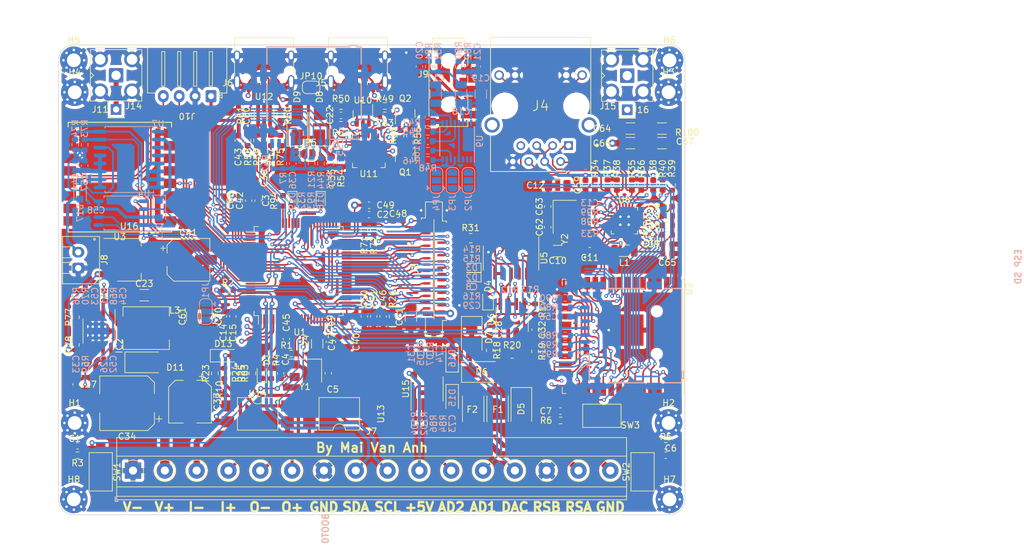
<source format=kicad_pcb>
(kicad_pcb (version 20211014) (generator pcbnew)
  (layers (0 "F.Cu" signal) (31 "B.Cu" signal) (34 "B.Paste" user) (35 "F.Paste" user) (36 "B.SilkS" user "B.Silkscreen") (37 "F.SilkS" user "F.Silkscreen") (38 "B.Mask" user) (39 "F.Mask" user) (44 "Edge.Cuts" user))
  (net 0 "")
  (net 1 "GND")
  (net 2 "Net-(C1-Pad2)")
  (net 3 "Net-(C2-Pad2)")
  (net 4 "Net-(C3-Pad2)")
  (net 5 "Net-(C4-Pad2)")
  (net 6 "Net-(C5-Pad2)")
  (net 7 "ESP_RESET")
  (net 8 "Net-(C8-Pad2)")
  (net 9 "Net-(C10-Pad2)")
  (net 10 "Net-(C12-Pad2)")
  (net 11 "SPI1_CS1")
  (net 12 "Net-(C22-Pad1)")
  (net 13 "+5V")
  (net 14 "VCC")
  (net 15 "+3.3V")
  (net 16 "Net-(D1-Pad1)")
  (net 17 "PC13")
  (net 18 "Net-(D2-Pad2)")
  (net 19 "Net-(D3-Pad2)")
  (net 20 "Net-(D4-Pad1)")
  (net 21 "Net-(D5-Pad1)")
  (net 22 "Net-(D6-Pad1)")
  (net 23 "Net-(D8-Pad2)")
  (net 24 "Net-(D9-Pad2)")
  (net 25 "RS485_A")
  (net 26 "RS485_B")
  (net 27 "ST_SDIO_D2")
  (net 28 "ST_SDIO_D3")
  (net 29 "ST_SDIO_CMD")
  (net 30 "ST_SDIO_CK")
  (net 31 "ST_SDIO_D0")
  (net 32 "ST_SDIO_D1")
  (net 34 "ESP_SDIO_D2")
  (net 35 "ESP_SDIO_D3")
  (net 36 "ESP_SDIO_CMD")
  (net 37 "ESP_SDIO_CK")
  (net 38 "ESP_SDIO_D0")
  (net 39 "ESP_SDIO_D1")
  (net 40 "Net-(J3-Pad4)")
  (net 41 "TOUCH_INT")
  (net 42 "I2C1_SCL")
  (net 43 "I2C1_SDA")
  (net 44 "LCD_CS")
  (net 45 "LCD_RS")
  (net 46 "LCD_WR")
  (net 47 "LCD_RST")
  (net 48 "LCD_RD")
  (net 49 "LCD_D0")
  (net 50 "LCD_D1")
  (net 51 "LCD_D2")
  (net 52 "LCD_D3")
  (net 53 "LCD_D4")
  (net 54 "LCD_D5")
  (net 55 "LCD_D6")
  (net 56 "LCD_D7")
  (net 57 "LCD_D8")
  (net 58 "LCD_D9")
  (net 59 "LCD_D10")
  (net 60 "LCD_D11")
  (net 61 "LCD_D12")
  (net 62 "LCD_D13")
  (net 63 "LCD_D14")
  (net 64 "LCD_D15")
  (net 65 "LCD_LEDC")
  (net 66 "BOOT-ETH_REFCLKO")
  (net 67 "Net-(J4-Pad3)")
  (net 68 "Net-(J4-Pad6)")
  (net 69 "Net-(J5-PadA5)")
  (net 70 "/USB_FLASH/F_D+")
  (net 71 "/USB_FLASH/F_D-")
  (net 73 "Net-(J5-PadB5)")
  (net 75 "Net-(J6-PadA5)")
  (net 76 "/USB_FLASH/OTG_D+")
  (net 77 "/USB_FLASH/OTG_D-")
  (net 79 "Net-(J6-PadB5)")
  (net 81 "Earth")
  (net 82 "Net-(D19-Pad1)")
  (net 83 "PA0")
  (net 84 "SPI1_CS2")
  (net 85 "PA1")
  (net 87 "SPI1_SCK")
  (net 88 "PE6")
  (net 90 "PC0")
  (net 91 "Net-(C16-Pad1)")
  (net 92 "Net-(C18-Pad1)")
  (net 94 "Net-(C18-Pad2)")
  (net 96 "SPI3_SCK")
  (net 97 "SPI1_MISO")
  (net 98 "SPI3_MISO")
  (net 99 "SPI1_MOSI")
  (net 100 "SPI3_MOSI")
  (net 101 "I2C2_SCL")
  (net 102 "I2C2_SDA")
  (net 103 "PA4")
  (net 104 "TXD0")
  (net 105 "RXD0")
  (net 106 "Net-(J4-Pad12)")
  (net 107 "Net-(JP1-Pad2)")
  (net 110 "Net-(C9-Pad1)")
  (net 111 "ESP_I2S_CK")
  (net 112 "ESP_I2S_WS")
  (net 113 "Net-(D17-Pad1)")
  (net 114 "ESP_I2S_SD")
  (net 117 "Net-(Q1-Pad1)")
  (net 118 "Net-(Q1-Pad2)")
  (net 119 "Net-(Q2-Pad1)")
  (net 120 "Net-(Q2-Pad2)")
  (net 121 "Net-(R2-Pad2)")
  (net 122 "USART1_TX")
  (net 123 "Net-(R13-Pad2)")
  (net 124 "Net-(R14-Pad2)")
  (net 125 "Net-(R15-Pad2)")
  (net 126 "Net-(R17-Pad1)")
  (net 127 "Net-(R27-Pad1)")
  (net 128 "EMAC_MDIO")
  (net 130 "Net-(R34-Pad2)")
  (net 131 "ETH_LED1")
  (net 132 "ETH_LED2")
  (net 134 "Net-(R52-Pad2)")
  (net 135 "Net-(R53-Pad2)")
  (net 136 "Net-(R54-Pad1)")
  (net 137 "USB_OTG_N")
  (net 138 "LORA_CS")
  (net 139 "LORA_RST")
  (net 140 "LORA_INT")
  (net 141 "SWDIO")
  (net 142 "SWCLK")
  (net 143 "FLASH_CS")
  (net 144 "EMAC_RXD0")
  (net 145 "EMAC_RXD1")
  (net 146 "EMAC_RX_DV")
  (net 153 "EMAC_TXD0")
  (net 155 "EMAC_TXEN")
  (net 156 "EMAC_TXD1")
  (net 157 "EMAC_MDC")
  (net 163 "Net-(U5-Pad2)")
  (net 164 "Net-(U5-Pad6)")
  (net 185 "Net-(C62-Pad2)")
  (net 186 "Net-(C63-Pad2)")
  (net 187 "USART1_RX")
  (net 188 "USB_OTG_P")
  (net 189 "Net-(C52-Pad1)")
  (net 190 "Net-(C52-Pad2)")
  (net 191 "Net-(C53-Pad1)")
  (net 192 "Net-(C53-Pad2)")
  (net 193 "Net-(IC2-Pad2)")
  (net 194 "Net-(IC2-Pad4)")
  (net 195 "Net-(IC2-Pad6)")
  (net 196 "Net-(R77-Pad2)")
  (net 197 "Net-(D13-Pad1)")
  (net 198 "Net-(R23-Pad1)")
  (net 199 "Net-(J15-Pad1)")
  (net 200 "USART2_TX")
  (net 201 "USART2_RX")
  (net 203 "Net-(J11-Pad1)")
  (net 204 "Net-(C19-Pad1)")
  (net 205 "Net-(C19-Pad2)")
  (net 206 "Net-(C20-Pad1)")
  (net 207 "Net-(C21-Pad1)")
  (net 208 "Net-(R45-Pad1)")
  (net 209 "Net-(R46-Pad1)")
  (net 210 "Net-(R47-Pad1)")
  (net 211 "Net-(R48-Pad1)")
  (net 212 "Net-(R83-Pad1)")
  (net 216 "Net-(JP5-Pad2)")
  (net 219 "Net-(JP2-Pad2)")
  (net 220 "STM_I2S_CK")
  (net 221 "Net-(JP3-Pad2)")
  (net 222 "STM_I2S_WS")
  (net 223 "Net-(JP4-Pad2)")
  (net 224 "STM_I2S_SD")
  (net 226 "Net-(D18-Pad1)")
  (net 227 "PE4")
  (net 228 "PE5")
  (net 229 "USB_OTG_VBUS")
  (net 230 "Net-(J4-Pad9)")
  (net 231 "Net-(J4-Pad1)")
  (net 232 "BUZZER")
  (net 234 "Net-(J4-Pad2)")
  (net 235 "Net-(J3-Pad29)")
  (net 236 "INPUT-")
  (net 237 "INPUT+")
  (net 238 "OUTPUT+")
  (net 239 "OUTPUT-")
  (net 240 "ADC1")
  (net 241 "Net-(D15-Pad1)")
  (net 242 "Net-(R102-Pad1)")
  (net 243 "Net-(R104-Pad1)")
  (net 244 "Net-(R105-Pad2)")
  (net 246 "Net-(D21-Pad1)")
  (net 247 "Net-(D17-Pad2)")
  (footprint "Capacitor_SMD:CP_Elec_8x10.5" (layer "F.Cu") (at 99.175 120.05 180)
    (fp_text reference "C34")
    (fp_text value "220uF")
  )
  (footprint "Capacitor_SMD:C_0603_1608Metric" (layer "F.Cu") (at 137.813173 88.435 180)
    (fp_text reference "C49")
    (fp_text value "100nF")
  )
  (footprint "Capacitor_SMD:C_0603_1608Metric" (layer "F.Cu") (at 124.615 109.785 90)
    (fp_text reference "C45")
    (fp_text value "100nF")
  )
  (footprint "Capacitor_SMD:C_0603_1608Metric" (layer "F.Cu") (at 173.025 88.05)
    (fp_text reference "C13")
    (fp_text value "100nF")
  )
  (footprint "Resistor_SMD:R_0603_1608Metric" (layer "F.Cu") (at 146.05 112.15 -90)
    (fp_text reference "R105")
    (fp_text value "100")
  )
  (footprint "Capacitor_SMD:C_1206_3216Metric" (layer "F.Cu") (at 179.525 76.2 180)
    (fp_text reference "C64")
    (fp_text value "10nF")
  )
  (footprint "Package_SO:SOIC-8_3.9x4.9mm_P1.27mm" (layer "F.Cu") (at 147.075 117.75 90)
    (fp_text reference "U15")
    (fp_text value "LM358")
  )
  (footprint "Connector_PinHeader_2.54mm:PinHeader_1x01_P2.54mm_Vertical" (layer "F.Cu") (at 179.025 73.2)
    (fp_text reference "J16")
    (fp_text value "ANT1")
  )
  (footprint "Capacitor_SMD:C_0603_1608Metric" (layer "F.Cu") (at 117.088173 87.71 90)
    (fp_text reference "C68")
    (fp_text value "100nF")
  )
  (footprint "LED_SMD:LED_0603_1608Metric" (layer "F.Cu") (at 125.575 87.7125 -90)
    (fp_text reference "D19")
    (fp_text value "LED_TX")
  )
  (footprint "Resistor_SMD:R_0805_2012Metric" (layer "F.Cu") (at 154.025 93.7)
    (fp_text reference "R31")
    (fp_text value "100")
  )
  (footprint "Resistor_SMD:R_0603_1608Metric" (layer "F.Cu") (at 163.525 101.95 180)
    (fp_text reference "R13")
    (fp_text value "470")
  )
  (footprint "Capacitor_SMD:C_0603_1608Metric" (layer "F.Cu") (at 166.325 88.65 -90)
    (fp_text reference "C63")
    (fp_text value "22pF")
  )
  (footprint "Capacitor_SMD:C_0603_1608Metric" (layer "F.Cu") (at 140.061447 106.185 90)
    (fp_text reference "C46")
    (fp_text value "100nF")
  )
  (footprint "Package_TO_SOT_SMD:SOT-23" (layer "F.Cu") (at 143.575 80.825 -90)
    (fp_text reference "Q1")
    (fp_text value "BC847")
  )
  (footprint "MountingHole:MountingHole_2.2mm_M2_Pad_Via" (layer "F.Cu") (at 185.775 135.4)
    (fp_text reference "H7")
    (fp_text value "H7")
  )
  (footprint "Capacitor_SMD:C_0603_1608Metric" (layer "F.Cu") (at 133.325 74.1 180)
    (fp_text reference "C22")
    (fp_text value "100nF")
  )
  (footprint "Resistor_SMD:R_0603_1608Metric" (layer "F.Cu") (at 173.05 92.975)
    (fp_text reference "R33")
    (fp_text value "2m")
  )
  (footprint "Capacitor_SMD:C_1206_3216Metric" (layer "F.Cu") (at 129.525 110.55 90)
    (fp_text reference "C24")
    (fp_text value "10uF")
  )
  (footprint "Resistor_SMD:R_0603_1608Metric" (layer "F.Cu") (at 91.275 128.35 180)
    (fp_text reference "R3")
    (fp_text value "10k")
  )
  (footprint "Resistor_SMD:R_0603_1608Metric" (layer "F.Cu") (at 116.19 115.285 -90)
    (fp_text reference "R25")
    (fp_text value "22k")
  )
  (footprint "Resistor_SMD:R_0603_1608Metric" (layer "F.Cu") (at 177.375 85.221764 90)
    (fp_text reference "R38")
    (fp_text value "50")
  )
  (footprint "Capacitor_SMD:C_0603_1608Metric" (layer "F.Cu") (at 164.305 108.31 90)
    (fp_text reference "C32")
    (fp_text value "100nF")
  )
  (footprint "Resistor_SMD:R_0603_1608Metric" (layer "F.Cu") (at 173.025 89.55)
    (fp_text reference "R99")
    (fp_text value "10k")
  )
  (footprint "Capacitor_SMD:C_0603_1608Metric" (layer "F.Cu") (at 91.025 117.05 -90)
    (fp_text reference "C27")
    (fp_text value "100nF")
  )
  (footprint "Resistor_SMD:R_0603_1608Metric" (layer "F.Cu") (at 133.325 75.6 180)
    (fp_text reference "R52")
    (fp_text value "10k")
  )
  (footprint "Resistor_SMD:R_0603_1608Metric" (layer "F.Cu") (at 123.65 74.1 90)
    (fp_text reference "R60")
    (fp_text value "5k6")
  )
  (footprint "Capacitor_SMD:C_1206_3216Metric" (layer "F.Cu") (at 101.925 102.8)
    (fp_text reference "C23")
    (fp_text value "10uF")
  )
  (footprint "Resistor_SMD:R_0603_1608Metric" (layer "F.Cu") (at 133.325 72.6)
    (fp_text reference "R50")
    (fp_text value "5k6")
  )
  (footprint "Capacitor_SMD:C_0603_1608Metric" (layer "F.Cu") (at 154.205 104.41)
    (fp_text reference "C29")
    (fp_text value "100nF")
  )
  (footprint "Resistor_SMD:R_0603_1608Metric" (layer "F.Cu") (at 181.275 85.221764 90)
    (fp_text reference "R36")
    (fp_text value "50")
  )
  (footprint "Resistor_SMD:R_0603_1608Metric" (layer "F.Cu") (at 154.21 96.925)
    (fp_text reference "R15")
    (fp_text value "470")
  )
  (footprint "Connector_Coaxial:SMA_Amphenol_901-143_Horizontal" (layer "F.Cu") (at 97.425 67.7)
    (fp_text reference "J14")
    (fp_text value "ESP_ANTENA")
  )
  (footprint "Resistor_SMD:R_0603_1608Metric" (layer "F.Cu") (at 122.15 78.1 -90)
    (fp_text reference "R57")
    (fp_text value "22")
  )
  (footprint "Capacitor_SMD:C_0603_1608Metric" (layer "F.Cu") (at 134.475 110.25 90)
    (fp_text reference "C40")
    (fp_text value "100nF")
  )
  (footprint "Package_DIP:SMDIP-4_W9.53mm" (layer "F.Cu") (at 133.05 121.75 180)
    (fp_text reference "U13")
    (fp_text value "LTV-817S")
  )
  (footprint "MountingHole:MountingHole_2.2mm_M2_Pad_Via" (layer "F.Cu") (at 90.675 65.3)
    (fp_text reference "H5")
    (fp_text value "H5")
  )
  (footprint "Capacitor_SMD:C_0603_1608Metric" (layer "F.Cu") (at 91 113.8 90)
    (fp_text reference "C33")
    (fp_text value "100nF")
  )
  (footprint "Resistor_SMD:R_0603_1608Metric" (layer "F.Cu") (at 186.175 85.221764 -90)
    (fp_text reference "R39")
    (fp_text value "220")
  )
  (footprint "Resistor_SMD:R_0603_1608Metric" (layer "F.Cu") (at 185.425 91.65)
    (fp_text reference "R28")
    (fp_text value "1k5")
  )
  (footprint "Capacitor_SMD:C_0603_1608Metric" (layer "F.Cu") (at 116.061447 106.185 -90)
    (fp_text reference "C15")
    (fp_text value "100nF")
  )
  (footprint "Resistor_SMD:R_0603_1608Metric" (layer "F.Cu") (at 185.425 93.15)
    (fp_text reference "R27")
    (fp_text value "10k")
  )
  (footprint "Crystal:Crystal_SMD_5032-4Pin_5.0x3.2mm" (layer "F.Cu") (at 169.05 90.3 -90)
    (fp_text reference "Y2")
    (fp_text value "25MHz")
  )
  (footprint "Resistor_SMD:R_0603_1608Metric" (layer "F.Cu") (at 92.5 113.8 90)
    (fp_text reference "R69")
    (fp_text value "200k")
  )
  (footprint "Resistor_SMD:R_0603_1608Metric" (layer "F.Cu") (at 114.69 115.285 -90)
    (fp_text reference "R10")
    (fp_text value "10k")
  )
  (footprint "Resistor_SMD:R_1206_3216Metric" (layer "F.Cu") (at 184.55 76.2)
    (fp_text reference "R100")
    (fp_text value "1M")
  )
  (footprint "Resistor_SMD:R_0603_1608Metric" (layer "F.Cu") (at 113.191827 115.285 90)
    (fp_text reference "R23")
    (fp_text value "220")
  )
  (footprint "Diode_SMD:D_SMA" (layer "F.Cu") (at 102.225 113.525)
    (fp_text reference "D11")
    (fp_text value "SS34")
  )
  (footprint "Resistor_SMD:R_0603_1608Metric" (layer "F.Cu") (at 97 102.925 90)
    (fp_text reference "R68")
    (fp_text value "10k")
  )
  (footprint "Diode_SMD:D_SMA" (layer "F.Cu") (at 154.2 109.6 -90)
    (fp_text reference "D7")
    (fp_text value "D_TVS")
  )
  (footprint "Resistor_SMD:R_0603_1608Metric" (layer "F.Cu") (at 144.325 77.325 -90)
    (fp_text reference "R55")
    (fp_text value "10k")
  )
  (footprint "Capacitor_SMD:C_0603_1608Metric" (layer "F.Cu") (at 137.061447 106.185 90)
    (fp_text reference "C50")
    (fp_text value "100nF")
  )
  (footprint "Package_TO_SOT_SMD:SOT-23" (layer "F.Cu") (at 143.575 73.8 90)
    (fp_text reference "Q2")
    (fp_text value "BC847")
  )
  (footprint "Resistor_SMD:R_0603_1608Metric" (layer "F.Cu") (at 154.21 102.925)
    (fp_text reference "R16")
    (fp_text value "56k")
  )
  (footprint "Capacitor_SMD:C_0603_1608Metric" (layer "F.Cu") (at 116.925 78.1 90)
    (fp_text reference "C43")
    (fp_text value "100nF")
  )
  (footprint "Capacitor_SMD:C_0603_1608Metric" (layer "F.Cu") (at 114.561447 106.185 -90)
    (fp_text reference "C14")
    (fp_text value "100nF")
  )
  (footprint "Capacitor_SMD:C_0603_1608Metric" (layer "F.Cu") (at 168.375 121.3 180)
    (fp_text reference "C7")
    (fp_text value "100nF")
  )
  (footprint "Capacitor_SMD:C_0603_1608Metric" (layer "F.Cu") (at 120.086447 87.71 -90)
    (fp_text reference "C3")
    (fp_text value "100nF")
  )
  (footprint "Resistor_SMD:R_0603_1608Metric" (layer "F.Cu") (at 125.375 112.11 180)
    (fp_text reference "R1")
    (fp_text value "2m")
  )
  (footprint "Capacitor_SMD:C_1206_3216Metric" (layer "F.Cu") (at 167.925 95.75)
    (fp_text reference "C10")
    (fp_text value "10uF")
  )
  (footprint "Connector_USB:USB_C_Receptacle_HRO_TYPE-C-31-M-12" (layer "F.Cu") (at 121.05 65.6 180)
    (fp_text reference "J6")
    (fp_text value "USB_C_OTG")
  )
  (footprint "Capacitor_SMD:C_0603_1608Metric" (layer "F.Cu") (at 131.875 81.45 90)
    (fp_text reference "C35")
    (fp_text value "100nF")
  )
  (footprint "LED_SMD:LED_0603_1608Metric" (layer "F.Cu") (at 154.21 99.925 180)
    (fp_text reference "D2")
    (fp_text value "LED")
  )
  (footprint "Capacitor_SMD:C_0603_1608Metric" (layer "F.Cu") (at 142.438173 90.91)
    (fp_text reference "C48")
    (fp_text value "100nF")
  )
  (footprint "MountingHole:MountingHole_2.2mm_M2_Pad_Via" (layer "F.Cu") (at 90.675 135.4)
    (fp_text reference "H8")
    (fp_text value "H8")
  )
  (footprint "Resistor_SMD:R_0603_1608Metric" (layer "F.Cu") (at 123.65 78.1 90)
    (fp_text reference "R75")
    (fp_text value "4k7")
  )
  (footprint "Resistor_SMD:R_0603_1608Metric" (layer "F.Cu") (at 117.69 115.285 90)
    (fp_text reference "R24")
    (fp_text value "10k")
  )
  (footprint "Resistor_SMD:R_0603_1608Metric" (layer "F.Cu") (at 137.061447 92.26 90)
    (fp_text reference "R71")
    (fp_text value "4k7")
  )
  (footprint "Fuse:Fuse_2512_6332Metric" (layer "F.Cu") (at 154.425 120.95 -90)
    (fp_text reference "F2")
    (fp_text value "Fuse1")
  )
  (footprint "Capacitor_SMD:C_0603_1608Metric" (layer "F.Cu") (at 166.325 91.95 -90)
    (fp_text reference "C62")
    (fp_text value "22pF")
  )
  (footprint "Resistor_SMD:R_0603_1608Metric" (layer "F.Cu") (at 127.075 87.7125 -90)
    (fp_text reference "R32")
    (fp_text value "220")
  )
  (footprint "Jumper:SolderJumper-2_P1.3mm_Open_RoundedPad1.0x1.5mm" (layer "F.Cu") (at 128.125 80.25)
    (fp_text reference "JP5")
    (fp_text value "USBHOST_VBUS")
  )
  (footprint "TerminalBlock_Phoenix:TerminalBlock_Phoenix_MKDS-1,5-16-5.08_1x16_P5.08mm_Horizontal" (layer "F.Cu") (at 100.125 130.8)
    (fp_text reference "J7")
    (fp_text value "CONNECTOR")
  )
  (footprint "LED_SMD:LED_0603_1608Metric" (layer "F.Cu") (at 130.075 87.7125 -90)
    (fp_text reference "D18")
    (fp_text value "LED_RX")
  )
  (footprint "Capacitor_SMD:C_0603_1608Metric" (layer "F.Cu") (at 91.275 126.85)
    (fp_text reference "C1")
    (fp_text value "100nF")
  )
  (footprint "RF_Module:Ai-Thinker-Ra-01-LoRa" (layer "F.Cu") (at 98.025 83.95)
    (fp_text reference "U3")
    (fp_text value "Ai-Thinker-Ra-02")
  )
  (footprint "Capacitor_SMD:C_1206_3216Metric" (layer "F.Cu") (at 167.925 85.3)
    (fp_text reference "C12")
    (fp_text value "10uF")
  )
  (footprint "XH_2.54mm_Conn:XH_2P_2.54mm_Vertical" (layer "F.Cu") (at 91.375 98.475 180)
    (fp_text reference "J8")
    (fp_text value "BAT")
  )
  (footprint "Capacitor_SMD:C_1206_3216Metric" (layer "F.Cu") (at 111.913173 106.16 -90)
    (fp_text reference "C70")
    (fp_text value "10uF")
  )
  (footprint "Capacitor_SMD:C_0603_1608Metric" (layer "F.Cu") (at 172.355 85.221764 90)
    (fp_text reference "C59")
    (fp_text value "100nF")
  )
  (footprint "Resistor_SMD:R_0603_1608Metric" (layer "F.Cu") (at 91 110.725 -90)
    (fp_text reference "R78")
    (fp_text value "4k7")
  )
  (footprint "Diode_SMD:D_SMA" (layer "F.Cu") (at 162.125 120.95 -90)
    (fp_text reference "D5")
    (fp_text value "D_TVS")
  )
  (footprint "Diode_SMD:D_SOD-323" (layer "F.Cu") (at 156.805 103.66 90)
    (fp_text reference "D4")
    (fp_text value "1N4148WS")
  )
  (footprint "Resistor_SMD:R_0603_1608Metric" (layer "F.Cu") (at 185.425 90.15)
    (fp_text reference "R29")
    (fp_text value "10k")
  )
  (footprint "Capacitor_SMD:C_0603_1608Metric" (layer "F.Cu") (at 185.425 88.65 180)
    (fp_text reference "C9")
    (fp_text value "100nF")
  )
  (footprint "Capacitor_SMD:C_0603_1608Metric" (layer "F.Cu") (at 137.813173 89.935 180)
    (fp_text reference "C2")
    (fp_text value "100nF")
  )
  (footprint "Diode_SMD:D_SOD-123F" (layer "F.Cu") (at 114.665 112.46)
    (fp_text reference "D13")
    (fp_text value "Z3V3")
  )
  (footprint "Connector_USB:USB_C_Receptacle_HRO_TYPE-C-31-M-12" (layer "F.Cu") (at 136.025 65.6 180)
    (fp_text reference "J5")
    (fp_text value "USB_C_UART")
  )
  (footprint "Resistor_SMD:R_0603_1608Metric" (layer "F.Cu") (at 168.375 122.8 180)
    (fp_text reference "R6")
    (fp_text value "10k")
  )
  (footprint "Resistor_SMD:R_0603_1608Metric" (layer "F.Cu") (at 145.1 123.3 -90)
    (fp_text reference "R104")
    (fp_text value "10k")
  )
  (footprint "Capacitor_SMD:C_1206_3216Metric" (layer "F.Cu") (at 179.525 78.525)
    (fp_text reference "C66")
    (fp_text value "10nF")
  )
  (footprint "Capacitor_SMD:C_1206_3216Metric" (layer "F.Cu") (at 109.575 106.175 -90)
    (fp_text reference "C61")
    (fp_text value "10uF")
  )
  (footprint "MountingHole:MountingHole_2.2mm_M2_Pad_Via" (layer "F.Cu") (at 185.775 65.3)
    (fp_text reference "H6")
    (fp_text value "H6")
  )
  (footprint "MountingHole:MountingHole_2.2mm_M2_Pad_Via" (layer "F.Cu") (at 90.825 70.4)
    (fp_text reference "H4")
    (fp_text value "H4")
  )
  (footprint "HANRUN_RJ45LED_HR911105A:HANRUN_RJ45LED_HR911105A" (layer "F.Cu") (at 165.2 72.57)
    (fp_text reference "J4")
    (fp_text value "HR911105A")
  )
  (footprint "Capacitor_SMD:C_0603_1608Metric" (layer "F.Cu") (at 185.425 94.65 180)
    (fp_text reference "C39")
    (fp_text value "100nF")
  )
  (footprint "MountingHole:MountingHole_2.2mm_M2_Pad_Via" (layer "F.Cu") (at 185.625 70.4)
    (fp_text reference "H3")
    (fp_text value "H3")
  )
  (footprint "Capacitor_SMD:C_0603_1608Metric" (layer "F.Cu") (at 183.175 85.221764 90)
    (fp_text reference "C38")
    (fp_text value "100nF")
  )
  (footprint "Connector_PinHeader_2.54mm:PinHeader_1x01_P2.54mm_Vertical" (layer "F.Cu") (at 97.425 73.15)
    (fp_text reference "J11")
    (fp_text value "ANT2")
  )
  (footprint "Resistor_SMD:R_0603_1608Metric" (layer "F.Cu") (at 128.575 87.7125 -90)
    (fp_text reference "R93")
    (fp_text value "220")
  )
  (footprint "Capacitor_SMD:C_0603_1608Metric" (layer "F.Cu") (at 131.315 115.26 90)
    (fp_text reference "C5")
    (fp_text value "22pF")
  )
  (footprint "RF_Module:ESP32-WROOM-32U" (layer "F.Cu") (at 178.3675 109.375 -90)
    (fp_text reference "U2")
    (fp_text value "ESP32-WROOM-32U")
  )
  (footprint "Capacitor_SMD:C_0603_1608Metric" (layer "F.Cu") (at 132.975 110.25 90)
    (fp_text reference "C47")
    (fp_text value "100nF")
  )
  (footprint "Connector_Coaxial:SMA_Amphenol_901-143_Horizontal" (layer "F.Cu") (at 179.025 67.75)
    (fp_text reference "J15")
    (fp_text value "LORA_ANTENA")
  )
  (footprint "Capacitor_SMD:C_0603_1608Metric" (layer "F.Cu") (at 131.475 110.25 90)
    (fp_text reference "C69")
    (fp_text value "100nF")
  )
  (footprint "Resistor_SMD:R_0603_1608Metric" (layer "F.Cu") (at 119.925 78.09 -90)
    (fp_text reference "R59")
    (fp_text value "22")
  )
  (footprint "Resistor_SMD:R_0603_1608Metric" (layer "F.Cu") (at 138.561447 92.26 90)
    (fp_text reference "R72")
    (fp_text value "4k7")
  )
  (footprint "Capacitor_SMD:C_0603_1608Metric" (layer "F.Cu") (at 123.69 115.285 -90)
    (fp_text reference "C4")
    (fp_text value "22pF")
  )
  (footprint "Capacitor_SMD:C_0603_1608Metric" (layer "F.Cu") (at 98.5 102.925 90)
    (fp_text reference "C54")
    (fp_text value "100nF")
  )
  (footprint "Diode_SMD:D_SOD-123F" (layer "F.Cu") (at 151.075 119.25 -90)
    (fp_text reference "D15")
    (fp_text value "Z12V")
  )
  (footprint "Package_TO_SOT_SMD:SOT-223-3_TabPin2" (layer "F.Cu") (at 99.525 97.15)
    (fp_text reference "U16")
    (fp_text value "AMS1117-3.3")
  )
  (footprint "Resistor_SMD:R_0603_1608Metric" (layer "F.Cu") (at 122.19 115.285 -90)
    (fp_text reference "R4")
    (fp_text value "220")
  )
  (footprint "Package_QFP:LQFP-100_14x14mm_P0.5mm" (layer "F.Cu") (at 126.561447 98.96 90)
    (fp_text reference "U1")
    (fp_text value "STM32F407VGTx")
  )
  (footprint "Package_DFN_QFN:QFN-24-1EP_4x4mm_P0.5mm_EP2.6x2.6mm" (layer "F.Cu") (at 178.575 90.9)
    (fp_text reference "U8")
    (fp_text value "LAN8720A")
  )
  (footprint "Diode_SMD:D_SMA" (layer "F.Cu") (at 129.9 75.6 90)
    (fp_text reference "D8")
    (fp_text value "SS34")
  )
  (footprint "Capacitor_SMD:C_0603_1608Metric" (layer "F.Cu") (at 151.1 123.3 -90)
    (fp_text reference "C73")
    (fp_text value "100nF")
  )
  (footprint "Capacitor_SMD:C_0603_1608Metric" (layer "F.Cu") (at 116.95 74.11 -90)
    (fp_text reference "C60")
    (fp_text value "100nF")
  )
  (footprint "Resistor_SMD:R_0603_1608Metric" (layer "F.Cu") (at 164.305 111.775 90)
    (fp_text reference "R19")
    (fp_text value "4k7")
  )
  (footprint "MountingHole:MountingHole_2.2mm_M2_Pad_Via" (layer "F.Cu") (at 90.825 123.2)
    (fp_text reference "H1")
    (fp_text value "H1")
  )
  (footprint "Resistor_SMD:R_0603_1608Metric" (layer "F.Cu") (at 157.075 111.6 90)
    (fp_text reference "R18")
    (fp_text value "4k7")
  )
  (footprint "Capacitor_SMD:C_0603_1608Metric" (layer "F.Cu") (at 94 102.925 -90)
    (fp_text reference "C53")
    (fp_text value "220pF")
  )
  (footprint "Resistor_SMD:R_0603_1608Metric" (layer "F.Cu") (at 133.375 81.45 -90)
    (fp_text reference "R54")
    (fp_text value "10k")
  )
  (footprint "Resistor_SMD:R_0603_1608Metric" (layer "F.Cu") (at 124.063173 87.71 90)
    (fp_text reference "R94")
    (fp_text value "100")
  )
  (footprint "Capacitor_SMD:C_0603_1608Metric" (layer "F.Cu") (at 95.45 113.8 90)
    (fp_text reference "C26")
    (fp_text value "100nF")
  )
  (footprint "Capacitor_SMD:C_0603_1608Metric" (layer "F.Cu") (at 185.425 96.15 180)
    (fp_text reference "C65")
    (fp_text value "100nF")
  )
  (footprint "Resistor_SMD:R_0603_1608Metric" (layer "F.Cu") (at 173.855 85.221764 -90)
    (fp_text reference "R34")
    (fp_text value "12.1k")
  )
  (footprint "LED_SMD:LED_0603_1608Metric" (layer "F.Cu") (at 120.69 115.285 90)
    (fp_text reference "D1")
    (fp_text value "LED")
  )
  (footprint "Diode_SMD:D_SOD-123F" (layer "F.Cu") (at 151.075 112.875 90)
    (fp_text reference "D16")
    (fp_text value "Z3V3")
  )
  (footprint "Diode_SMD:D_SMA" (layer "F.Cu") (at 155.975 115.05)
    (fp_text reference "D6")
    (fp_text value "D_TVS")
  )
  (footprint "Capacitor_SMD:C_1206_3216Metric" (layer "F.Cu") (at 144.488173 106.26 90)
    (fp_text reference "C71")
    (fp_text value "10uF")
  )
  (footprint "Capacitor_SMD:CP_Elec_6.3x5.4" (layer "F.Cu") (at 109.225 119.8 -90)
    (fp_text reference "C37")
    (fp_text value "100uF")
  )
  (footprint "Resistor_SMD:R_0603_1608Metric" (layer "F.Cu") (at 148.1 123.3 -90)
    (fp_text reference "R86")
    (fp_text value "6k8")
  )
  (footprint "Crystal:Crystal_SMD_5032-4Pin_5.0x3.2mm" (layer "F.Cu") (at 127.59 114.86 180)
    (fp_text reference "Y1")
    (fp_text value "25MHz")
  )
  (footprint "Resistor_SMD:R_0603_1608Metric" (layer "F.Cu") (at 147.55 112.15 90)
    (fp_text reference "R107")
    (fp_text value "10k")
  )
  (footprint "Resistor_SMD:R_0603_1608Metric" (layer "F.Cu") (at 173.025 91.05)
    (fp_text reference "R98")
    (fp_text value "10k")
  )
  (footprint "MountingHole:MountingHole_2.2mm_M2_Pad_Via" (layer "F.Cu") (at 185.625 123.2)
    (fp_text reference "H2")
    (fp_text value "H2")
  )
  (footprint "Button_Switch_SMD:SW_SPST_CK_RS282G05A3" (layer "F.Cu") (at 174.975 122.05 180)
    (fp_text reference "SW3")
    (fp_text value "ESP BOOT")
  )
  (footprint "XH_2.54mm_Conn:XH_4P_2.54mm_Horizontal" (layer "F.Cu") (at 108.75 71.025 180)
    (fp_text reference "J10")
    (fp_text value "SWD")
  )
  (footprint "Resistor_SMD:R_0603_1608Metric" (layer "F.Cu") (at 146.6 123.3 -90)
    (fp_text reference "R102")
    (fp_text value "30k")
  )
  (footprint "Capacitor_SMD:C_0603_1608Metric" (layer "F.Cu") (at 157.075 108.35 -90)
    (fp_text reference "C28")
    (fp_text value "100nF")
  )
  (footprint "Fuse:Fuse_2512_6332Metric" (layer "F.Cu") (at 158.325 120.95 -90)
    (fp_text reference "F1")
    (fp_text value "Fuse1")
  )
  (footprint "Package_SO:SOIC-8_3.9x4.9mm_P1.27mm" (layer "F.Cu") (at 160.66 106.675 -90)
    (fp_text reference "U6")
    (fp_text value "MAX485E")
  )
  (footprint "Package_SO:SOIC-14_3.9x8.7mm_P1.27mm" (layer "F.Cu") (at 160.47 96.875 -90)
    (fp_text reference "U5")
    (fp_text value "74HC04")
  )
  (footprint "Resistor_SMD:R_0603_1608Metric" (layer "F.Cu") (at 91 106.325 -90)
    (fp_text reference "R77")
    (fp_text value "200k")
  )
  (footprint "Resistor_SMD:R_0603_1608Metric" (layer "F.Cu") (at 160.305 101.96)
    (fp_text reference "R12")
    (fp_text value "4k7")
  )
  (footprint "Resistor_SMD:R_0603_1608Metric" (layer "F.Cu") (at 175.875 85.221764 90)
    (fp_text reference "R37")
    (fp_text value "50")
  )
  (footprint "Package_SO:SOIC-8-1EP_3.9x4.9mm_P1.27mm_EP2.514x3.2mm_ThermalVias" (layer "F.Cu") (at 94.7 108.525 -90)
    (fp_text reference "IC2")
    (fp_text value "MP1584EN")
  )
  (footprint "Package_TO_SOT_SMD:SOT-23-6" (layer "F.Cu") (at 136.825 74.1 -90)
    (fp_text reference "U10")
    (fp_text value "USBLC6-2SC6")
  )
  (footprint "Inductor_SMD:L_Abracon_ASPI-0630LR" (layer "F.Cu") (at 102.225 108.05)
    (fp_text reference "L3")
    (fp_text value "10uH")
  )
  (footprint "Button_Switch_SMD:SW_SPST_CK_RS282G05A3" (layer "F.Cu") (at 94.975 131 -90)
    (fp_text reference "SW1")
    (fp_text value "STMRESET")
  )
  (footprint "Resistor_SMD:R_0603_1608Metric" (layer "F.Cu") (at 118.45 74.1 90)
    (fp_text reference "R61")
    (fp_text value "5k6")
  )
  (footprint "Capacitor_SMD:C_0603_1608Metric" (layer "F.Cu") (at 118.586447 87.71 90)
    (fp_text reference "C42")
    (fp_text value "100nF")
  )
  (footprint "Resistor_SMD:R_0603_1608Metric" (layer "F.Cu") (at 118.425 78.09 90)
    (fp_text reference "R58")
    (fp_text value "4k7")
  )
  (footprint "Capacitor_SMD:C_0603_1608Metric" (layer "F.Cu") (at 154.21 101.425)
    (fp_text reference "C8")
    (fp_text value "22pF")
  )
  (footprint "Resistor_SMD:R_0603_1608Metric" (layer "F.Cu") (at 140.325 74.1 180)
    (fp_text reference "R53")
    (fp_text value "100")
  )
  (footprint "Capacitor_SMD:C_0603_1608Metric" (layer "F.Cu") (at 185.175 128.35)
    (fp_text reference "C6")
    (fp_text value "100nF")
  )
  (footprint "FPC_Connector:FPC_32p_Vertical" (layer "F.Cu") (at 148.163173 98.66 90)
    (fp_text reference "J3")
    (fp_text value "FPC_32p")
  )
  (footprint "LED_SMD:LED_0603_1608Metric" (layer "F.Cu") (at 154.21 98.425 180)
    (fp_text reference "D3")
    (fp_text value "LED")
  )
  (footprint "Resistor_SMD:R_0603_1608Metric" (layer "F.Cu") (at 179.775 85.221764 90)
    (fp_text reference "R35")
    (fp_text value "50")
  )
  (footprint "Jumper:SolderJumper-2_P1.3mm_Open_RoundedPad1.0x1.5mm" (layer "F.Cu") (at 128.552142 69.625)
    (fp_text reference "JP10")
    (fp_text value "USBHOST_POWER")
  )
  (footprint "Capacitor_SMD:C_0603_1608Metric" (layer "F.Cu") (at 173.05 95.7)
    (fp_text reference "C11")
    (fp_text value "100nF")
  )
  (footprint "Resistor_SMD:R_0603_1608Metric" (layer "F.Cu") (at 92.5 102.925 90)
    (fp_text reference "R70")
    (fp_text value "68k")
  )
  (footprint "Capacitor_SMD:C_1206_3216Metric" (layer "F.Cu") (at 184.55 78.525 180)
    (fp_text reference "C67")
    (fp_text value "10nF")
  )
  (footprint "Package_TO_SOT_SMD:SOT-23-6" (layer "F.Cu") (at 121.05 74.1 -90)
    (fp_text reference "U12")
    (fp_text value "USBLC6-2SC6")
  )
  (footprint "Capacitor_SMD:C_0603_1608Metric" (layer "F.Cu") (at 144.55 112.15 -90)
    (fp_text reference "C31")
    (fp_text value "100nF")
  )
  (footprint "Resistor_SMD:R_0603_1608Metric" (layer "F.Cu") (at 154.21 95.425)
    (fp_text reference "R14")
    (fp_text value "470")
  )
  (footprint "Resistor_SMD:R_0603_1608Metric" (layer "F.Cu") (at 164.31 105.01 -90)
    (fp_text reference "R17")
    (fp_text value "4k7")
  )
  (footprint "Capacitor_SMD:C_0603_1608Metric" (layer "F.Cu") (at 138.561447 106.185 90)
    (fp_text reference "C51")
    (fp_text value "100nF")
  )
  (footprint "Resistor_SMD:R_0603_1608Metric" (layer "F.Cu") (at 184.675 85.221764 -90)
    (fp_text reference "R40")
    (fp_text value "220")
  )
  (footprint "Resistor_SMD:R_0603_1608Metric" (layer "F.Cu") (at 119.19 115.285 90)
    (fp_text reference "R83")
    (fp_text value "220")
  )
  (footprint "Package_DIP:SMDIP-4_W9.53mm" (layer "F.Cu") (at 120.025 121.75)
    (fp_text reference "U14")
    (fp_text value "LTV-817S")
  )
  (footprint "Capacitor_SMD:CP_Elec_6.3x5.4" (layer "F.Cu") (at 108.975 97.15)
    (fp_text reference "C41")
    (fp_text value "100uF")
  )
  (footprint "Capacitor_SMD:C_0603_1608Metric" (layer "F.Cu") (at 121.05 81.45 90)
    (fp_text reference "C30")
    (fp_text value "100nF")
  )
  (footprint "Capacitor_SMD:C_0603_1608Metric" (layer "F.Cu") (at 149.05 112.15 90)
    (fp_text reference "C74")
    (fp_text value "100nF")
  )
  (footprint "Button_Switch_SMD:SW_SPST_CK_RS282G05A3" (layer "F.Cu") (at 181.475 131 90)
    (fp_text reference "SW2")
    (fp_text value "ESP RESET")
  )
  (footprint "Resistor_SMD:R_0603_1608Metric" (layer "F.Cu") (at 185.175 126.85)
    (fp_text reference "R5")
    (fp_text value "10k")
  )
  (footprint "Resistor_SMD:R_0805_2012Metric" (layer "F.Cu") (at 160.655 112.125)
    (fp_text reference "R20")
    (fp_text value "120/5W")
  )
  (footprint "Inductor_SMD:L_1206_3216Metric" (layer "F.Cu") (at 178.575 95.7 180)
    (fp_text reference "L1")
    (fp_text value "10mH")
  )
  (footprint "Diode_SMD:D_SMA" (layer "F.Cu") (at 126.35 75.6 90)
    (fp_text reference "D9")
    (fp_text value "SS34")
  )
  (footprint "Resistor_SMD:R_0603_1608Metric" (layer "F.Cu") (at 91 102.925 90)
    (fp_text reference "R76")
    (fp_text value "39k")
  )
  (footprint "Connector_Audio:Jack_3.5mm_PJ320D_Horizontal" (layer "F.Cu") (at 150.475 70.15 -90)
    (fp_text reference "J9")
    (fp_text value "AudioJack")
  )
  (footprint "Package_DFN_QFN:QFN-28-1EP_5x5mm_P0.5mm_EP3.35x3.35mm" (layer "F.Cu") (at 137.775 79.825 -90)
    (fp_text reference "U11")
    (fp_text value "CP2102N")
  )
  (footprint "Capacitor_SMD:C_0603_1608Metric" (layer "F.Cu") (at 96.95 113.8 -90)
    (fp_text reference "C52")
    (fp_text value "100nF")
  )
  (footprint "Resistor_SMD:R_0603_1608Metric" (layer "F.Cu") (at 95.5 102.925 -90)
    (fp_text reference "R41")
    (fp_text value "47k")
  )
  (footprint "Resistor_SMD:R_0603_1608Metric" (layer "F.Cu") (at 115.288173 101.96)
    (fp_text reference "R2")
    (fp_text value "4k7")
  )
  (footprint "Resistor_SMD:R_0603_1608Metric" (layer "F.Cu") (at 140.325 72.6 180)
    (fp_text reference "R49")
    (fp_text value "5k6")
  )
  (footprint "Resistor_SMD:R_0603_1608Metric" (layer "F.Cu") (at 141.561447 106.185 90)
    (fp_text reference "R26")
    (fp_text value "100")
  )
  (footprint "Resistor_SMD:R_0603_1608Metric" (layer "F.Cu") (at 142.825 77.325 90)
    (fp_text reference "R56")
    (fp_text value "10k")
  )
  (footprint "Resistor_SMD:R_0603_1608Metric" (layer "F.Cu") (at 149.6 123.3 90)
    (fp_text reference "R84")
    (fp_text value "22k")
  )
  (footprint "Resistor_SMD:R_0603_1608Metric" (layer "B.Cu") (at 169.1175 104.74238)
    (fp_text reference "R89")
    (fp_text value "10k")
  )
  (footprint "Resistor_SMD:R_0603_1608Metric" (layer "B.Cu") (at 128.627142 81.7825 90)
    (fp_text reference "R21")
    (fp_text value "10k")
  )
  (footprint "Resistor_SMD:R_0603_1608Metric" (layer "B.Cu") (at 169.1175 110.74238)
    (fp_text reference "R92")
    (fp_text value "10k")
  )
  (footprint "Jumper:SolderJumper-3_P1.3mm_Open_RoundedPad1.0x1.5mm" (layer "B.Cu") (at 111.745673 105.41 -90)
    (fp_text reference "JP1")
    (fp_text value "STMBOOT")
  )
  (footprint "Jumper:SolderJumper-3_P1.3mm_Open_RoundedPad1.0x1.5mm" (layer "B.Cu") (at 148.5775 84.475 90)
    (fp_text reference "JP4")
    (fp_text value "SD_SL")
  )
  (footprint "Jumper:SolderJumper-3_P1.3mm_Open_RoundedPad1.0x1.5mm" (layer "B.Cu") (at 153.6775 84.475 90)
    (fp_text reference "JP2")
    (fp_text value "CK_SL")
  )
  (footprint "Resistor_SMD:R_0603_1608Metric" (layer "B.Cu") (at 152.1 66.3 90)
    (fp_text reference "R80")
    (fp_text value "220k")
  )
  (footprint "Capacitor_SMD:C_0603_1608Metric" (layer "B.Cu") (at 90.905 82.115 90)
    (fp_text reference "C44")
    (fp_text value "100nF")
  )
  (footprint "Capacitor_SMD:C_0603_1608Metric" (layer "B.Cu") (at 145.85 66.3 -90)
    (fp_text reference "C20")
    (fp_text value "10nF")
  )
  (footprint "MicroSD_Socket:MicroSD_Socket" (layer "B.Cu") (at 183.7425 108.775 -90)
    (fp_text reference "J12")
    (fp_text value "ESP_MicroSD_Socket")
  )
  (footprint "Resistor_SMD:R_0603_1608Metric" (layer "B.Cu") (at 147.185 75.225 180)
    (fp_text reference "R47")
    (fp_text value "10k")
  )
  (footprint "Diode_SMD:D_SOD-123F" (layer "B.Cu") (at 91.67 86.05 -90)
    (fp_text reference "D17")
    (fp_text value "1N4007")
  )
  (footprint "Package_SO:SOIC-16W_7.5x10.3mm_P1.27mm" (layer "B.Cu") (at 99.52 81.14 180)
    (fp_text reference "U7")
    (fp_text value "DS3231M")
  )
  (footprint "Package_SO:SOIC-8_5.23x5.23mm_P1.27mm" (layer "B.Cu") (at 98.22 89.7 180)
    (fp_text reference "U4")
    (fp_text value "W25Q32JVSS")
  )
  (footprint "Resistor_SMD:R_0603_1608Metric" (layer "B.Cu") (at 92.405 78.79 -90)
    (fp_text reference "R73")
    (fp_text value "4k7")
  )
  (footprint "Resistor_SMD:R_0603_1608Metric" (layer "B.Cu") (at 169.1175 112.24238)
    (fp_text reference "R91")
    (fp_text value "10k")
  )
  (footprint "Capacitor_SMD:C_0603_1608Metric" (layer "B.Cu") (at 133.137142 81.7825 -90)
    (fp_text reference "C55")
    (fp_text value "100nF")
  )
  (footprint "Resistor_SMD:R_0603_1608Metric" (layer "B.Cu") (at 147.185 76.725 180)
    (fp_text reference "R45")
    (fp_text value "10k")
  )
  (footprint "Jumper:SolderJumper-3_P1.3mm_Open_RoundedPad1.0x1.5mm" (layer "B.Cu") (at 151.1275 84.475 90)
    (fp_text reference "JP3")
    (fp_text value "WS_SL")
  )
  (footprint "Capacitor_SMD:C_0603_1608Metric" (layer "B.Cu") (at 91.63 89.25)
    (fp_text reference "C58")
    (fp_text value "100nF")
  )
  (footprint "Resistor_SMD:R_0603_1608Metric" (layer "B.Cu") (at 90.905 78.79 -90)
    (fp_text reference "R74")
    (fp_text value "4k7")
  )
  (footprint "Package_SO:SSOP-16_4.4x5.2mm_P0.65mm" (layer "B.Cu") (at 151.825 78.225 90)
    (fp_text reference "U9")
    (fp_text value "UDA1334ATS")
  )
  (footprint "Capacitor_SMD:C_0603_1608Metric" (layer "B.Cu") (at 155.1 66.3 -90)
    (fp_text reference "C21")
    (fp_text value "10nF")
  )
  (footprint "Resistor_SMD:R_0603_1608Metric" (layer "B.Cu") (at 148.85 66.3 90)
    (fp_text reference "R51")
    (fp_text value "220k")
  )
  (footprint "Capacitor_SMD:C_0603_1608Metric" (layer "B.Cu") (at 147.185 78.225 180)
    (fp_text reference "C16")
    (fp_text value "100nF")
  )
  (footprint "Capacitor_SMD:C_0603_1608Metric" (layer "B.Cu") (at 92.405 82.115 90)
    (fp_text reference "C57")
    (fp_text value "100nF")
  )
  (footprint "Resistor_SMD:R_0603_1608Metric" (layer "B.Cu") (at 122.627142 81.7825 90)
    (fp_text reference "R42")
    (fp_text value "10k")
  )
  (footprint "Capacitor_SMD:C_1206_3216Metric" (layer "B.Cu") (at 155.65 70.675 90)
    (fp_text reference "C19")
    (fp_text value "47uF")
  )
  (footprint "Resistor_SMD:R_0603_1608Metric" (layer "B.Cu") (at 147.35 66.3 90)
    (fp_text reference "R81")
    (fp_text value "100")
  )
  (footprint "Capacitor_SMD:C_1206_3216Metric" (layer "B.Cu") (at 152.5 70.675 90)
    (fp_text reference "C18")
    (fp_text value "47uF")
  )
  (footprint "Resistor_SMD:R_0603_1608Metric" (layer "B.Cu") (at 169.1175 109.24238)
    (fp_text reference "R88")
    (fp_text value "10k")
  )
  (footprint "Capacitor_SMD:C_1206_3216Metric" (layer "B.Cu") (at 148.45 70.675 90)
    (fp_text reference "C17")
    (fp_text value "47uF")
  )
  (footprint "Resistor_SMD:R_0603_1608Metric" (layer "B.Cu") (at 124.127142 81.7825 90)
    (fp_text reference "R7")
    (fp_text value "10k")
  )
  (footprint "Resistor_SMD:R_0603_1608Metric" (layer "B.Cu") (at 130.127142 81.7825 90)
    (fp_text reference "R44")
    (fp_text value "10k")
  )
  (footprint "Resistor_SMD:R_0603_1608Metric" (layer "B.Cu") (at 147.185 81.225 180)
    (fp_text reference "R48")
    (fp_text value "10k")
  )
  (footprint "MicroSD_Socket:MicroSD_Socket" (layer "B.Cu") (at 128.552142 67.1325)
    (fp_text reference "J1")
    (fp_text value "STM_MicroSD_Socket")
  )
  (footprint "Resistor_SMD:R_0603_1608Metric" (layer "B.Cu") (at 169.1175 103.24238)
    (fp_text reference "R90")
    (fp_text value "10k")
  )
  (footprint "Resistor_SMD:R_0603_1608Metric" (layer "B.Cu") (at 147.185 79.725 180)
    (fp_text reference "R46")
    (fp_text value "10k")
  )
  (footprint "Capacitor_SMD:C_0603_1608Metric" (layer "B.Cu") (at 169.1175 106.24238 180)
    (fp_text reference "C56")
    (fp_text value "100nF")
  )
  (footprint "Diode_SMD:D_SOD-123F" (layer "B.Cu") (at 104.32 89.05 -90)
    (fp_text reference "D21")
    (fp_text value "1N4007")
  )
  (footprint "Resistor_SMD:R_0603_1608Metric" (layer "B.Cu") (at 131.627142 81.7825 90)
    (fp_text reference "R43")
    (fp_text value "10k")
  )
  (footprint "Resistor_SMD:R_0603_1608Metric" (layer "B.Cu") (at 153.6 66.3 90)
    (fp_text reference "R82")
    (fp_text value "100")
  )
  (footprint "Capacitor_SMD:C_0603_1608Metric" (layer "B.Cu") (at 125.627142 81.7825 -90)
    (fp_text reference "C36")
    (fp_text value "100nF")
  )
  (gr_line (start 188.225 65.3) (end 188.225 135.4) (layer "Edge.Cuts") (width 0.1))
  (gr_line (start 90.675 62.85) (end 185.775 62.85) (layer "Edge.Cuts") (width 0.1))
  (gr_line (start 88.225 135.4) (end 88.225 65.3) (layer "Edge.Cuts") (width 0.1))
  (gr_arc (start 185.775 62.85) (mid 187.507412 63.567588) (end 188.225 65.3) (layer "Edge.Cuts") (width 0.1))
  (gr_arc (start 88.225 65.3) (mid 88.942588 63.567588) (end 90.675 62.85) (layer "Edge.Cuts") (width 0.1))
  (gr_line (start 185.775 137.85) (end 90.675 137.85) (layer "Edge.Cuts") (width 0.1))
  (gr_arc (start 90.675 137.85) (mid 88.942588 137.132412) (end 88.225 135.4) (layer "Edge.Cuts") (width 0.1))
  (gr_arc (start 188.225 135.4) (mid 187.507412 137.132412) (end 185.775 137.85) (layer "Edge.Cuts") (width 0.1))
  (gr_text "BOOT0" (at 130.85 140.05 90) (layer "B.SilkS") (effects (font (size 1 1) (thickness 0.2)) (justify mirror)))
  (gr_text "ESP SD" (at 241.437436 98.25 90) (layer "B.SilkS") (effects (font (size 1 1) (thickness 0.2)) (justify mirror)))
  (gr_text "By Mai Van Anh" (at 138.275 127.15) (layer "F.SilkS") (effects (font (size 1.5 1.5) (thickness 0.3))))
  (gr_text "GND" (at 130.605 136.65) (layer "F.SilkS") (effects (font (size 1.5 1.5) (thickness 0.375))))
  (gr_text "V-" (at 100.125 136.65) (layer "F.SilkS") (effects (font (size 1.5 1.5) (thickness 0.375))))
  (gr_text "I+" (at 115.365 136.65) (layer "F.SilkS") (effects (font (size 1.5 1.5) (thickness 0.375))))
  (gr_text "V+" (at 105.205 136.65) (layer "F.SilkS") (effects (font (size 1.5 1.5) (thickness 0.375))))
  (gr_text "O+" (at 125.54 136.655) (layer "F.SilkS") (effects (font (size 1.5 1.5) (thickness 0.375))))
  (gr_text "O-\n" (at 120.465 136.655) (layer "F.SilkS") (effects (font (size 1.5 1.5) (thickness 0.375))))
  (gr_text "I-" (at 110.285 136.65) (layer "F.SilkS") (effects (font (size 1.5 1.5) (thickness 0.375))))
  (gr_text "+5V\n" (at 145.845 136.65) (layer "F.SilkS") (effects (font (size 1.5 1.5) (thickness 0.375))))
  (gr_text "RSA" (at 171.245 136.65) (layer "F.SilkS") (effects (font (size 1.5 1.5) (thickness 0.375))))
  (gr_text "SDA" (at 135.685 136.65) (layer "F.SilkS") (effects (font (size 1.5 1.5) (thickness 0.375))))
  (gr_text "RSB" (at 166.165 136.65) (layer "F.SilkS") (effects (font (size 1.5 1.5) (thickness 0.375))))
  (gr_text "DAC" (at 161.085 136.65) (layer "F.SilkS") (effects (font (size 1.5 1.5) (thickness 0.375))))
  (gr_text "AD2" (at 150.925 136.65) (layer "F.SilkS") (effects (font (size 1.5 1.5) (thickness 0.375))))
  (gr_text "AD1" (at 156.005 136.65) (layer "F.SilkS") (effects (font (size 1.5 1.5) (thickness 0.375))))
  (gr_text "GND" (at 176.325 136.65) (layer "F.SilkS") (effects (font (size 1.5 1.5) (thickness 0.375))))
  (gr_text "SCL" (at 140.765 136.65) (layer "F.SilkS") (effects (font (size 1.5 1.5) (thickness 0.375))))
  (segment (start 168.766018 102.823517) (end 167.8175 101.875) (width 0.5) (layer "F.Cu") (net 1))
  (segment (start 128.575 86.8875) (end 127.075 86.8875) (width 0.5) (layer "F.Cu") (net 1))
  (segment (start 113.69 104.685) (end 113.975 104.4) (width 0.5) (layer "F.Cu") (net 1))
  (segment (start 182.788172 80.35) (end 174.26642 80.35) (width 0.3) (layer "F.Cu") (net 1))
  (segment (start 147.55 111.325) (end 148.92929 111.325) (width 0.5) (layer "F.Cu") (net 1))
  (segment (start 157.925 107.6) (end 157.1 107.6) (width 0.5) (layer "F.Cu") (net 1))
  (segment (start 128.4625 110.9625) (end 129.525 112.025) (width 0.25) (layer "F.Cu") (net 1))
  (segment (start 132.5 72.6) (end 132.5 73.97929) (width 0.5) (layer "F.Cu") (net 1))
  (segment (start 139.475 76.125) (end 140.002513 76.125) (width 0.25) (layer "F.Cu") (net 1))
  (segment (start 116.19 114.135) (end 116.525 113.8) (width 0.5) (layer "F.Cu") (net 1))
  (segment (start 153.435 101.425) (end 152.68 101.425) (width 0.25) (layer "F.Cu") (net 1))
  (segment (start 118.586447 88.485) (end 117.088173 88.485) (width 0.5) (layer "F.Cu") (net 1))
  (segment (start 121.061447 91.285) (end 121.061447 90.435) (width 0.25) (layer "F.Cu") (net 1))
  (segment (start 116.061447 105.41) (end 114.561447 105.41) (width 0.5) (layer "F.Cu") (net 1))
  (segment (start 140.425 75.95) (end 140.746967 75.628033) (width 0.25) (layer "F.Cu") (net 1))
  (segment (start 123.515 108.66) (end 123.515 110.06) (width 0.25) (layer "F.Cu") (net 1))
  (segment (start 148.163173 89.26) (end 148.163173 90.86) (width 0.3) (layer "F.Cu") (net 1))
  (segment (start 148.713173 91.41) (end 149.313173 91.41) (width 0.3) (layer "F.Cu") (net 1))
  (segment (start 156.66 95.080026) (end 156.66 94.4) (width 0.3) (layer "F.Cu") (net 1))
  (segment (start 123.79 108.235) (end 123.621067 108.403933) (width 0.25) (layer "F.Cu") (net 1))
  (segment (start 139.275 69.645) (end 139.43 69.645) (width 0.5) (layer "F.Cu") (net 1))
  (segment (start 161.995 68.55) (end 164.024999 68.55) (width 0.3) (layer "F.Cu") (net 1))
  (segment (start 170.05 88.65) (end 170.05 87.775) (width 0.5) (layer "F.Cu") (net 1))
  (segment (start 139.175 76.125) (end 139.475 76.125) (width 0.25) (layer "F.Cu") (net 1))
  (segment (start 118.886447 104.46) (end 117.760711 104.46) (width 0.25) (layer "F.Cu") (net 1))
  (segment (start 166.325 87.875) (end 166.325 87.075) (width 0.5) (layer "F.Cu") (net 1))
  (segment (start 154.96 99.925) (end 153.46 101.425) (width 0.3) (layer "F.Cu") (net 1))
  (segment (start 128.15 115.425) (end 127.041084 114.316084) (width 0.5) (layer "F.Cu") (net 1))
  (segment (start 170.05 88.65) (end 172.25 88.65) (width 0.5) (layer "F.Cu") (net 1))
  (segment (start 138.525 76.525) (end 138.748223 76.301777) (width 0.25) (layer "F.Cu") (net 1))
  (segment (start 184.400224 88.046989) (end 183.714118 87.360882) (width 0.5) (layer "F.Cu") (net 1))
  (segment (start 118.45 74.925) (end 118.45 75.725) (width 0.5) (layer "F.Cu") (net 1))
  (segment (start 138.275 77.375) (end 138.275 77.128553) (width 0.25) (layer "F.Cu") (net 1))
  (segment (start 118.586447 89.035) (end 118.586447 88.485) (width 0.25) (layer "F.Cu") (net 1))
  (segment (start 139.241422 89.935) (end 138.588173 89.935) (width 0.5) (layer "F.Cu") (net 1))
  (segment (start 129.24 115.86) (end 131.14 115.86) (width 0.5) (layer "F.Cu") (net 1))
  (segment (start 172.2 91.05) (end 172.2 89.55) (width 0.5) (layer "F.Cu") (net 1))
  (segment (start 131.14 115.86) (end 131.315 116.035) (width 0.5) (layer "F.Cu") (net 1))
  (segment (start 121.05 72.9625) (end 121.05 71.89) (width 0.3) (layer "F.Cu") (net 1))
  (segment (start 124.015 110.56) (end 124.615 110.56) (width 0.25) (layer "F.Cu") (net 1))
  (segment (start 166.325 87.075) (end 166.325 85.425) (width 0.5) (layer "F.Cu") (net 1))
  (segment (start 148.163173 89.26) (end 150.213173 89.26) (width 1) (layer "F.Cu") (net 1))
  (segment (start 123.65 74.925) (end 124.664645 74.925) (width 0.5) (layer "F.Cu") (net 1))
  (segment (start 147.013173 105.91) (end 147.55962 105.91) (width 0.3) (layer "F.Cu") (net 1))
  (segment (start 109.59 104.685) (end 109.575 104.7) (width 0.5) (layer "F.Cu") (net 1))
  (segment (start 172.25 88.65) (end 172.25 89.42929) (width 0.5) (layer "F.Cu") (net 1))
  (segment (start 135.986447 104.935) (end 135.986447 106.46) (width 0.25) (layer "F.Cu") (net 1))
  (segment (start 154.9975 99.925) (end 154.9975 98.425) (width 0.5) (layer "F.Cu") (net 1))
  (segment (start 92.795 111.1625) (end 92.795 112.68) (width 0.5) (layer "F.Cu") (net 1))
  (segment (start 158.755 109.15) (end 158.755 108.43) (width 0.5) (layer "F.Cu") (net 1))
  (segment (start 116.19 114.46) (end 116.19 114.135) (width 0.5) (layer "F.Cu") (net 1))
  (segment (start 141.595279 90.91) (end 140.814949 90.91) (width 0.5) (layer "F.Cu") (net 1))
  (segment (start 141.663173 90.91) (end 141.595279 90.91) (width 0.5) (layer "F.Cu") (net 1))
  (segment (start 99.55 103.7) (end 100.45 102.8) (width 0.5) (layer "F.Cu") (net 1))
  (segment (start 97 102.225) (end 98.475 103.7) (width 0.3) (layer "F.Cu") (net 1))
  (segment (start 140.061447 106.96) (end 138.561447 106.96) (width 0.5) (layer "F.Cu") (net 1))
  (segment (start 154.9975 99.925) (end 154.96 99.925) (width 0.3) (layer "F.Cu") (net 1))
  (segment (start 156.86 95.925) (end 156.86 95.731153) (width 0.3) (layer "F.Cu") (net 1))
  (segment (start 114.561447 104.986447) (end 113.975 104.4) (width 0.5) (layer "F.Cu") (net 1))
  (segment (start 111.913173 104.685) (end 109.59 104.685) (width 0.5) (layer "F.Cu") (net 1))
  (segment (start 173.767859 84.607141) (end 172.394667 85.980333) (width 0.25) (layer "F.Cu") (net 1))
  (segment (start 136.486447 106.96) (end 137.061447 106.96) (width 0.25) (layer "F.Cu") (net 1))
  (segment (start 118.45 74.825) (end 118.45 74.925) (width 0.3) (layer "F.Cu") (net 1))
  (segment (start 124.3 69.645) (end 124.455 69.645) (width 0.5) (layer "F.Cu") (net 1))
  (segment (start 92.411612 113.188389) (end 91.675 113.925) (width 0.3) (layer "F.Cu") (net 1))
  (segment (start 118.586447 88.461726) (end 120.086447 86.961726) (width 0.3) (layer "F.Cu") (net 1))
  (segment (start 130.061447 106.635) (end 130.061447 107.513553) (width 0.25) (layer "F.Cu") (net 1))
  (segment (start 138.588173 88.435) (end 138.588173 89.935) (width 0.5) (layer "F.Cu") (net 1))
  (segment (start 153.43 104.41) (end 152.245 104.41) (width 0.25) (layer "F.Cu") (net 1))
  (segment (start 169.25 86.975) (end 166.425 86.975) (width 0.5) (layer "F.Cu") (net 1))
  (segment (start 136.825 72.04) (end 136.575 71.79) (width 0.3) (layer "F.Cu") (net 1))
  (segment (start 100.125 130.8) (end 100.125 124.7) (width 1.5) (layer "F.Cu") (net 1))
  (segment (start 132.975 111.025) (end 134.475 111.025) (width 0.5) (layer "F.Cu") (net 1))
  (segment (start 132.775 69.645) (end 132.62 69.645) (width 0.5) (layer "F.Cu") (net 1))
  (segment (start 149.313173 106.41) (end 148.766726 106.41) (width 0.3) (layer "F.Cu") (net 1))
  (segment (start 92.795 111.1625) (end 92.795 110.13) (width 0.3) (layer "F.Cu") (net 1))
  (segment (start 129.525 112.025) (end 129.525 111.6) (width 0.5) (layer "F.Cu") (net 1))
  (segment (start 136.825 72.9625) (end 136.825 72.04) (width 0.3) (layer "F.Cu") (net 1))
  (segment (start 111.913173 104.685) (end 113.69 104.685) (width 0.5) (layer "F.Cu") (net 1))
  (segment (start 120.136447 89.51) (end 119.061447 89.51) (width 0.25) (layer "F.Cu") (net 1))
  (segment (start 153.46 101.425) (end 153.435 101.425) (width 0.3) (layer "F.Cu") (net 1))
  (segment (start 168.05 91.95) (end 167.946752 91.846752) (width 0.5) (layer "F.Cu") (net 1))
  (segment (start 132.5 72.6) (end 131.5 72.6) (width 0.5) (layer "F.Cu") (net 1))
  (segment (start 167.05 76.8) (end 165.2 74.95) (width 0.3) (layer "F.Cu") (net 1))
  (segment (start 125.061447 106.635) (end 125.061447 107.713553) (width 0.25) (layer "F.Cu") (net 1))
  (segment (start 148.95962 107.263554) (end 148.163173 108.06) (width 0.3) (layer "F.Cu") (net 1))
  (segment (start 151.075 120.65) (end 149.405 120.65) (width 0.5) (layer "F.Cu") (net 1))
  (segment (start 122.19 114.46) (end 123.015 114.46) (width 0.5) (layer "F.Cu") (net 1))
  (segment (start 121.05 82.225) (end 121.05 83.2) (width 0.5) (layer "F.Cu") (net 1))
  (segment (start 123.025 113.4) (end 123.025 114.435858) (width 0.5) (layer "F.Cu") (net 1))
  (segment (start 185.425 83.45) (end 185.425 82.986828) (width 0.3) (layer "F.Cu") (net 1))
  (segment (start 98.475 103.7) (end 98.5 103.7) (width 0.3) (layer "F.Cu") (net 1))
  (segment (start 98.5 103.7) (end 99.55 103.7) (width 0.5) (layer "F.Cu") (net 1))
  (segment (start 128.075 108.7) (end 128.075 110.026993) (width 0.25) (layer "F.Cu") (net 1))
  (segment (start 165.2 74.95) (end 165.2 69.725) (width 0.3) (layer "F.Cu") (net 1))
  (segment (start 130.1 111.025) (end 131.475 111.025) (width 0.5) (layer "F.Cu") (net 1))
  (segment (start 123.015 114.46) (end 123.64 114.46) (width 0.5) (layer "F.Cu") (net 1))
  (segment (start 117.036447 104.76) (end 116.616257 105.18019) (width 0.25) (layer "F.Cu") (net 1))
  (segment (start 132.975 111.025) (end 131.475 111.025) (width 0.5) (layer "F.Cu") (net 1))
  (segment (start 183.175 86.059337) (end 183.175 85.996764) (width 0.5) (layer "F.Cu") (net 1))
  (segment (start 149.05 111.375) (end 150.975 111.375) (width 0.5) (layer "F.Cu") (net 1))
  (segment (start 134.236447 104.46) (end 135.511447 104.46) (width 0.25) (layer "F.Cu") (net 1))
  (segment (start 152.23 101.875) (end 152.23 104.425) (width 0.25) (layer "F.Cu") (net 1))
  (segment (start 91.675 113.925) (end 91.042678 114.557322) (width 0.3) (layer "F.Cu") (net 1))
  (segment (start 172.25 88.05) (end 172.25 88.65) (width 0.5) (layer "F.Cu") (net 1))
  (segment (start 148.163173 89.26) (end 146.113173 89.26) (width 1) (layer "F.Cu") (net 1))
  (segment (start 166.400001 68.525) (end 165.2 69.725) (width 0.3) (layer "F.Cu") (net 1))
  (segment (start 164.024999 68.55) (end 165.2 69.725) (width 0.3) (layer "F.Cu") (net 1))
  (segment (start 138.275 77.375) (end 138.275 78.617894) (width 0.25) (layer "F.Cu") (net 1))
  (segment (start 123.525 111.05) (end 123.525 114.345) (width 0.25) (layer "F.Cu") (net 1))
  (segment (start 124.74 108.035) (end 124.272842 108.035) (width 0.25) (layer "F.Cu") (net 1))
  (segment (start 137.061447 106.96) (end 138.561447 106.96) (width 0.5) (layer "F.Cu") (net 1))
  (segment (start 116.96 73.335) (end 118.45 74.825) (width 0.3) (layer "F.Cu") (net 1))
  (segment (start 129.200182 115.86) (end 129.24 115.86) (width 0.5) (layer "F.Cu") (net 1))
  (segment (start 116.95 73.335) (end 116.96 73.335) (width 0.3) (layer "F.Cu") (net 1))
  (segment (start 97 102.1) (end 97 102.225) (width 0.3) (layer "F.Cu") (net 1))
  (segment (start 185.425 82.986828) (end 182.788172 80.35) (width 0.3) (layer "F.Cu") (net 1))
  (segment (start 168.43 68.525) (end 166.400001 68.525) (width 0.3) (layer "F.Cu") (net 1))
  (segment (start 117.8 69.645) (end 117.645 69.645) (width 0.5) (layer "F.Cu") (net 1))
  (segment (start 156.86 95.731153) (end 156.834326 95.705479) (width 0.3) (layer "F.Cu") (net 1))
  (segment (start 170.71642 76.8) (end 167.05 76.8) (width 0.3) (layer "F.Cu") (net 1))
  (segment (start 172.275 96.75) (end 172.275 95.7) (width 0.5) (layer "F.Cu") (net 1))
  (segment (start 174.26642 80.35) (end 170.71642 76.8) (width 0.3) (layer "F.Cu") (net 1))
  (segment (start 169.285 67.67) (end 168.43 68.525) (width 0.3) (layer "F.Cu") (net 1))
  (segment (start 146.6 124.125) (end 148.1 124.125) (width 0.5) (layer "F.Cu") (net 1))
  (segment (start 161.115 67.67) (end 161.995 68.55) (width 0.3) (layer "F.Cu") (net 1))
  (segment (start 129.525 108.05) (end 128.725 108.05) (width 0.25) (layer "F.Cu") (net 1))
  (segment (start 118.586447 88.485) (end 118.586447 88.461726) (width 0.3) (layer "F.Cu") (net 1))
  (segment (start 114.561447 105.41) (end 114.561447 104.986447) (width 0.5) (layer "F.Cu") (net 1))
  (via (at 121.05 83.2) (size 0.6) (drill 0.3) (layers "F.Cu" "B.Cu") (net 1))
  (via (at 177.925 90.275) (size 0.8) (drill 0.4) (layers "F.Cu" "B.Cu") (net 1))
  (via (at 152.23 104.425) (size 0.8) (drill 0.4) (layers "F.Cu" "B.Cu") (net 1))
  (via (at 179.25 91.55) (size 0.8) (drill 0.4) (layers "F.Cu" "B.Cu") (net 1))
  (via (at 131.5 72.6) (size 0.8) (drill 0.4) (layers "F.Cu" "B.Cu") (net 1))
  (via (at 179.25 90.275) (size 0.8) (drill 0.4) (layers "F.Cu" "B.Cu") (net 1))
  (via (at 136.575 71.79) (size 0.8) (drill 0.4) (layers "F.Cu" "B.Cu") (net 1))
  (via (at 113.975 104.4) (size 0.8) (drill 0.4) (layers "F.Cu" "B.Cu") (net 1))
  (via (at 140.513173 91.035) (size 0.8) (drill 0.4) (layers "F.Cu" "B.Cu") (net 1))
  (via (at 143.75 64.075) (size 0.8) (drill 0.4) (layers "F.Cu" "B.Cu") (net 1))
  (via (at 156.86 95.925) (size 0.8) (drill 0.4) (layers "F.Cu" "B.Cu") (net 1))
  (via (at 121.05 71.89) (size 0.8) (drill 0.4) (layers "F.Cu" "B.Cu") (net 1))
  (via (at 150.213173 89.26) (size 0.8) (drill 0.4) (layers "F.Cu" "B.Cu") (net 1))
  (via (at 185.425 83.45) (size 0.6) (drill 0.3) (layers "F.Cu" "B.Cu") (net 1))
  (via (at 124.725 74.95) (size 0.8) (drill 0.4) (layers "F.Cu" "B.Cu") (net 1))
  (via (at 176.0675 108.375) (size 0.8) (drill 0.4) (layers "F.Cu" "B.Cu") (net 1))
  (via (at 146.113173 89.26) (size 0.8) (drill 0.4) (layers "F.Cu" "B.Cu") (net 1))
  (via (at 172.275 96.75) (size 0.8) (drill 0.4) (layers "F.Cu" "B.Cu") (net 1))
  (via (at 118.45 75.725) (size 0.8) (drill 0.4) (layers "F.Cu" "B.Cu") (net 1))
  (via (at 167.8175 101.875) (size 0.8) (drill 0.4) (layers "F.Cu" "B.Cu") (net 1))
  (via (at 140.875 75.575) (size 0.8) (drill 0.4) (layers "F.Cu" "B.Cu") (net 1))
  (via (at 123.025 113.4) (size 0.8) (drill 0.4) (layers "F.Cu" "B.Cu") (net 1))
  (via (at 116.525 113.8) (size 0.8) (drill 0.4) (layers "F.Cu" "B.Cu") (net 1))
  (via (at 177.925 91.55) (size 0.8) (drill 0.4) (layers "F.Cu" "B.Cu") (net 1))
  (arc (start 124.455 69.645) (mid 125.102003 69.377003) (end 125.37 68.73) (width 0.5) (layer "F.Cu") (net 1))
  (arc (start 167.946752 91.846752) (mid 167.202686 91.349583) (end 166.325 91.175) (width 0.5) (layer "F.Cu") (net 1))
  (arc (start 170.05 87.775) (mid 169.815685 87.209315) (end 169.25 86.975) (width 0.5) (layer "F.Cu") (net 1))
  (arc (start 150.975 111.375) (mid 151.045711 111.404289) (end 151.075 111.475) (width 0.5) (layer "F.Cu") (net 1))
  (arc (start 166.325 85.425) (mid 166.361612 85.336612) (end 166.45 85.3) (width 0.5) (layer "F.Cu") (net 1))
  (arc (start 91.042678 114.557322) (mid 91.023097 114.570406) (end 91 114.575) (width 0.3) (layer "F.Cu") (net 1))
  (arc (start 140.814949 90.91) (mid 140.651629 90.942486) (end 140.513173 91.035) (width 0.5) (layer "F.Cu") (net 1))
  (arc (start 123.64 114.46) (mid 123.675355 114.474645) (end 123.69 114.51) (width 0.5) (layer "F.Cu") (net 1))
  (arc (start 148.92929 111.325) (mid 148.994618 111.337995) (end 149.05 111.375) (width 0.5) (layer "F.Cu") (net 1))
  (arc (start 123.025 114.435858) (mid 123.022401 114.448924) (end 123.015 114.46) (width 0.5) (layer "F.Cu") (net 1))
  (arc (start 135.511447 104.46) (mid 135.847323 104.599124) (end 135.986447 104.935) (width 0.25) (layer "F.Cu") (net 1))
  (arc (start 147.55962 105.91) (mid 147.88626 105.974973) (end 148.163173 106.16) (width 0.3) (layer "F.Cu") (net 1))
  (arc (start 135.986447 106.46) (mid 136.132894 106.813553) (end 136.486447 106.96) (width 0.25) (layer "F.Cu") (net 1))
  (arc (start 156.834326 95.705479) (mid 156.704871 95.404388) (end 156.66 95.080026) (width 0.3) (layer "F.Cu") (net 1))
  (arc (start 123.515 110.06) (mid 123.661447 110.413553) (end 124.015 110.56) (width 0.25) (layer "F.Cu") (net 1))
  (arc (start 141.595279 90.91) (mid 140.941998 90.780054) (end 140.388173 90.41) (width 0.5) (layer "F.Cu") (net 1))
  (arc (start 128.075 110.026993) (mid 128.175708 110.533285) (end 128.4625 110.9625) (width 0.25) (layer "F.Cu") (net 1))
  (arc (start 129.525 111.6) (mid 129.693414 111.193414) (end 130.1 111.025) (width 0.5) (layer "F.Cu") (net 1))
  (arc (start 125.061447 107.713553) (mid 124.967297 107.94085) (end 124.74 108.035) (width 0.25) (layer "F.Cu") (net 1))
  (arc (start 138.275 78.617894) (mid 138.145054 79.271175) (end 137.775 79.825) (width 0.25) (layer "F.Cu") (net 1))
  (arc (start 132.5 73.97929) (mid 132.512995 74.044617) (end 132.55 74.1) (width 0.5) (layer "F.Cu") (net 1))
  (arc (start 148.163173 90.86) (mid 148.324264 91.248909) (end 148.713173 91.41) (width 0.3) (layer "F.Cu") (net 1))
  (arc (start 157.1 107.6) (mid 157.082322 107.592678) (end 157.075 107.575) (width 0.5) (layer "F.Cu") (net 1))
  (arc (start 184.65 88.65) (mid 184.585085 88.323653) (end 184.400224 88.046989) (width 0.5) (layer "F.Cu") (net 1))
  (arc (start 127.041084 114.316084) (mid 126.535903 113.978532) (end 125.94 113.86) (width 0.5) (layer "F.Cu") (net 1))
  (arc (start 172.25 88.05) (mid 172.205694 88.020396) (end 172.153432 88.01) (width 0.5) (layer "F.Cu") (net 1))
  (arc (start 152.245 104.41) (mid 152.234393 104.414393) (end 152.23 104.425) (width 0.25) (layer "F.Cu") (net 1))
  (arc (start 138.275 77.128553) (mid 138.339973 76.801913) (end 138.525 76.525) (width 0.25) (layer "F.Cu") (net 1))
  (arc (start 172.25 89.42929) (mid 172.237006 89.494618) (end 172.2 89.55) (width 0.5) (layer "F.Cu") (net 1))
  (arc (start 124.272842 108.035) (mid 124.01153 108.086978) (end 123.79 108.235) (width 0.25) (layer "F.Cu") (net 1))
  (arc (start 117.760711 104.46) (mid 117.368743 104.537967) (end 117.036447 104.76) (width 0.25) (layer "F.Cu") (net 1))
  (arc (start 149.405 120.65) (mid 149.10448 120.52552) (end 148.98 120.225) (width 0.5) (layer "F.Cu") (net 1))
  (arc (start 172.394667 85.980333) (mid 172.376468 85.992494) (end 172.355 85.996764) (width 0.25) (layer "F.Cu") (net 1))
  (arc (start 138.748223 76.301777) (mid 138.94403 76.170943) (end 139.175 76.125) (width 0.25) (layer "F.Cu") (net 1))
  (arc (start 128.725 108.05) (mid 128.265381 108.240381) (end 128.075 108.7) (width 0.25) (layer "F.Cu") (net 1))
  (arc (start 121.061447 90.435) (mid 120.790521 89.780926) (end 120.136447 89.51) (width 0.25) (layer "F.Cu") (net 1))
  (arc (start 92.5 112.975) (mid 92.477029 113.090485) (end 92.411612 113.188389) (width 0.3) (layer "F.Cu") (net 1))
  (arc (start 92.795 110.13) (mid 93.060068 109.490068) (end 93.7 109.225) (width 0.3) (layer "F.Cu") (net 1))
  (arc (start 148.766726 106.41) (mid 148.440085 106.345027) (end 148.163173 106.16) (width 0.3) (layer "F.Cu") (net 1))
  (arc (start 173.855 84.396764) (mid 173.832353 84.510619) (end 173.767859 84.607141) (width 0.25) (layer "F.Cu") (net 1))
  (arc (start 139.43 69.645) (mid 140.077003 69.377003) (end 140.345 68.73) (width 0.5) (layer "F.Cu") (net 1))
  (arc (start 123.621067 108.403933) (mid 123.542566 108.521417) (end 123.515 108.66) (width 0.25) (layer "F.Cu") (net 1))
  (arc (start 128.15 115.425) (mid 128.631828 115.746947) (end 129.200182 115.86) (width 0.5) (layer "F.Cu") (net 1))
  (arc (start 136.8 80.9) (mid 136.946447 80.546447) (end 137.3 80.4) (width 0.25) (layer "F.Cu") (net 1))
  (arc (start 140.002513 76.125) (mid 140.231161 76.079519) (end 140.425 75.95) (width 0.25) (layer "F.Cu") (net 1))
  (arc (start 140.388173 90.41) (mid 139.862039 90.058448) (end 139.241422 89.935) (width 0.5) (layer "F.Cu") (net 1))
  (arc (start 119.061447 89.51) (mid 118.725571 89.370876) (end 118.586447 89.035) (width 0.25) (layer "F.Cu") (net 1))
  (arc (start 169.1125 103.66) (mid 169.022452 103.207299) (end 168.766018 102.823517) (width 0.5) (layer "F.Cu") (net 1))
  (arc (start 124.015 110.56) (mid 123.668518 110.703518) (end 123.525 111.05) (width 0.25) (layer "F.Cu") (net 1))
  (arc (start 100.125 124.7) (mid 98.763047 121.411953) (end 95.475 120.05) (width 1.5) (layer "F.Cu") (net 1))
  (arc (start 140.746967 75.628033) (mid 140.805709 75.588783) (end 140.875 75.575) (width 0.25) (layer "F.Cu") (net 1))
  (arc (start 123.525 114.345) (mid 123.573327 114.461673) (end 123.69 114.51) (width 0.25) (layer "F.Cu") (net 1))
  (arc (start 92.795 112.68) (mid 92.708597 112.888597) (end 92.5 112.975) (width 0.5) (layer "F.Cu") (net 1))
  (arc (start 117.645 69.645) (mid 116.997997 69.377003) (end 116.73 68.73) (width 0.5) (layer "F.Cu") (net 1))
  (arc (start 130.061447 107.513553) (mid 129.904325 107.892878) (end 129.525 108.05) (width 0.25) (layer "F.Cu") (net 1))
  (arc (start 116.616257 105.18019) (mid 116.361708 105.350275) (end 116.061447 105.41) (width 0.25) (layer "F.Cu") (net 1))
  (arc (start 166.425 86.975) (mid 166.354289 87.004289) (end 166.325 87.075) (width 0.5) (layer "F.Cu") (net 1))
  (arc (start 149.313173 106.41) (mid 149.221287 106.87194) (end 148.95962 107.263554) (width 0.3) (layer "F.Cu") (net 1))
  (arc (start 132.62 69.645) (mid 131.972997 69.377003) (end 131.705 68.73) (width 0.5) (layer "F.Cu") (net 1))
  (arc (start 152.68 101.425) (mid 152.361802 101.556802) (end 152.23 101.875) (width 0.25) (layer "F.Cu") (net 1))
  (arc (start 124.664645 74.925) (mid 124.697308 74.931498) (end 124.725 74.95) (width 0.5) (layer "F.Cu") (net 1))
  (arc (start 158.755 108.43) (mid 158.511899 107.843101) (end 157.925 107.6) (width 0.5) (layer "F.Cu") (net 1))
  (arc (start 183.714118 87.360882) (mid 183.315113 86.763728) (end 183.175 86.059337) (width 0.5) (layer "F.Cu") (net 1))
  (segment (start 149.735 82.225) (end 150.86 82.225) (width 0.3) (layer "B.Cu") (net 1))
  (segment (start 94.87 85.585) (end 94.87 84.315) (width 0.5) (layer "B.Cu") (net 1))
  (segment (start 104.17 83.045) (end 104.17 81.775) (width 0.5) (layer "B.Cu") (net 1))
  (segment (start 94.715 82.89) (end 94.87 83.045) (width 0.5) (layer "B.Cu") (net 1))
  (segment (start 175.6175 109.461396) (end 175.6175 113.64467) (width 0.3) (layer "B.Cu") (net 1))
  (segment (start 151.5 81.125) (end 151.5 81.585) (width 0.3) (layer "B.Cu") (net 1))
  (segment (start 172.3225 105.855) (end 173.955307 105.855) (width 0.3) (layer "B.Cu") (net 1))
  (segment (start 174.6675 106.15) (end 175.31698 106.799479) (width 0.3) (layer "B.Cu") (net 1))
  (segment (start 174.3225 101.175) (end 170.352119 101.175) (width 0.5) (layer "B.Cu") (net 1))
  (segment (start 154.085 76.575) (end 154.26 76.575) (width 0.3) (layer "B.Cu") (net 1))
  (segment (start 113.685 104.11) (end 113.975 104.4) (width 0.5) (layer "B.Cu") (net 1))
  (segment (start 146.36 75.225) (end 146.36 74.525201) (width 0.3) (layer "B.Cu") (net 1))
  (segment (start 94.87 84.315) (end 94.87 83.045) (width 0.5) (layer "B.Cu") (net 1))
  (segment (start 146.36 81.225) (end 146.36 81.825) (width 0.3) (layer "B.Cu") (net 1))
  (segment (start 146.785201 74.1) (end 150.375 74.1) (width 0.3) (layer "B.Cu") (net 1))
  (segment (start 90.905 82.89) (end 92.405 82.89) (width 0.5) (layer "B.Cu") (net 1))
  (segment (start 94.87 81.775) (end 94.87 80.505) (width 0.5) (layer "B.Cu") (net 1))
  (segment (start 92.405 82.89) (end 94.715 82.89) (width 0.5) (layer "B.Cu") (net 1))
  (segment (start 146.76 82.225) (end 149.735 82.225) (width 0.3) (layer "B.Cu") (net 1))
  (segment (start 155.1 67.081351) (end 155.1 67.075) (width 0.3) (layer "B.Cu") (net 1))
  (segment (start 175.2425 114.55) (end 174.6675 115.125) (width 0.3) (layer "B.Cu") (net 1))
  (segment (start 148.851258 69.601258) (end 148.45 69.2) (width 0.3) (layer "B.Cu") (net 1))
  (segment (start 175.900343 108.207843) (end 176.0675 108.375) (width 0.3) (layer "B.Cu") (net 1))
  (segment (start 172.3225 105.855) (end 170.827718 105.855) (width 0.3) (layer "B.Cu") (net 1))
  (segment (start 104.17 84.315) (end 104.17 83.045) (width 0.5) (layer "B.Cu") (net 1))
  (segment (start 150.2 81.125) (end 150.2 81.565) (width 0.3) (layer "B.Cu") (net 1))
  (segment (start 111.745673 104.11) (end 113.685 104.11) (width 0.5) (layer "B.Cu") (net 1))
  (segment (start 148.851258 70.211828) (end 148.851258 69.601258) (width 0.3) (layer "B.Cu") (net 1))
  (segment (start 150.85 74.575) (end 150.85 75.325) (width 0.3) (layer "B.Cu") (net 1))
  (segment (start 104.17 85.585) (end 104.17 84.315) (width 0.5) (layer "B.Cu") (net 1))
  (segment (start 168.66217 101.875) (end 167.8175 101.875) (width 0.5) (layer "B.Cu") (net 1))
  (segment (start 125.632142 78.5525) (end 125.632142 80.995429) (width 0.3) (layer "B.Cu") (net 1))
  (segment (start 150.2 81.125) (end 150.2 81.76) (width 0.3) (layer "B.Cu") (net 1))
  (segment (start 94.87 83.045) (end 94.87 81.775) (width 0.5) (layer "B.Cu") (net 1))
  (segment (start 154.55 70.7) (end 149.4 70.7) (width 0.3) (layer "B.Cu") (net 1))
  (segment (start 153.45 75.325) (end 153.45 75.94) (width 0.3) (layer "B.Cu") (net 1))
  (segment (start 174.3225 115.957903) (end 174.3225 117.325) (width 0.3) (layer "B.Cu") (net 1))
  (arc (start 146.36 81.825) (mid 146.477157 82.107843) (end 146.76 82.225) (width 0.3) (layer "B.Cu") (net 1))
  (arc (start 174.6675 115.125) (mid 174.412162 115.507139) (end 174.3225 115.957903) (width 0.3) (layer "B.Cu") (net 1))
  (arc (start 154.26 76.575) (mid 154.701942 76.391942) (end 154.885 75.95) (width 0.3) (layer "B.Cu") (net 1))
  (arc (start 176.0675 108.375) (mid 175.734451 108.873442) (end 175.6175 109.461396) (width 0.3) (layer "B.Cu") (net 1))
  (arc (start 150.375 74.1) (mid 150.710876 74.239124) (end 150.85 74.575) (width 0.3) (layer "B.Cu") (net 1))
  (arc (start 169.5675 101.5) (mid 169.152131 101.777541) (end 168.66217 101.875) (width 0.5) (layer "B.Cu") (net 1))
  (arc (start 170.827718 105.855) (mid 170.321582 105.955677) (end 169.8925 106.24238) (width 0.3) (layer "B.Cu") (net 1))
  (arc (start 173.955307 105.855) (mid 174.340743 105.931668) (end 174.6675 106.15) (width 0.3) (layer "B.Cu") (net 1))
  (arc (start 149.4 70.7) (mid 149.033509 70.560103) (end 148.851258 70.211828) (width 0.3) (layer "B.Cu") (net 1))
  (arc (start 151.5 81.585) (mid 151.312548 82.037548) (end 150.86 82.225) (width 0.3) (layer "B.Cu") (net 1))
  (arc (start 170.352119 101.175) (mid 169.927487 101.259465) (end 169.5675 101.5) (width 0.5) (layer "B.Cu") (net 1))
  (arc (start 175.6175 113.64467) (mid 175.52004 114.134631) (end 175.2425 114.55) (width 0.3) (layer "B.Cu") (net 1))
  (arc (start 175.6175 107.525) (mid 175.691008 107.894552) (end 175.900343 108.207843) (width 0.3) (layer "B.Cu") (net 1))
  (arc (start 125.632142 80.995429) (mid 125.630842 81.001961) (end 125.627142 81.0075) (width 0.3) (layer "B.Cu") (net 1))
  (arc (start 146.36 74.525201) (mid 146.484538 74.224538) (end 146.785201 74.1) (width 0.3) (layer "B.Cu") (net 1))
  (arc (start 150.2 81.565) (mid 150.39331 82.03169) (end 150.86 82.225) (width 0.3) (layer "B.Cu") (net 1))
  (arc (start 150.2 81.76) (mid 150.063805 82.088805) (end 149.735 82.225) (width 0.3) (layer "B.Cu") (net 1))
  (arc (start 175.31698 106.799479) (mid 175.539397 107.132351) (end 175.6175 107.525) (width 0.3) (layer "B.Cu") (net 1))
  (arc (start 153.45 75.94) (mid 153.635987 76.389013) (end 154.085 76.575) (width 0.3) (layer "B.Cu") (net 1))
  (segment (start 94.975 127.1) (end 93.575 127.1) (width 0.5) (layer "F.Cu") (net 2))
  (segment (start 123.175 117.7) (end 120.525 117.7) (width 0.25) (layer "F.Cu") (net 2))
  (segment (start 93.575 127.1) (end 92.3 127.1) (width 0.5) (layer "F.Cu") (net 2))
  (segment (start 127.061447 106.635) (end 127.061447 109.554669) (width 0.25) (layer "F.Cu") (net 2))
  (segment (start 92.1 128.35) (end 92.1 126.9) (width 0.5) (layer "F.Cu") (net 2))
  (segment (start 93.575 126.35) (end 93.575 127.1) (width 0.5) (layer "F.Cu") (net 2))
  (via (at 126.79 110.21) (size 0.8) (drill 0.4) (layers "F.Cu" "B.Cu") (net 2))
  (via (at 93.575 126.35) (size 0.8) (drill 0.4) (layers "F.Cu" "B.Cu") (net 2))
  (via (at 123.175 117.7) (size 0.8) (drill 0.4) (layers "F.Cu" "B.Cu") (net 2))
  (via (at 120.525 117.7) (size 0.8) (drill 0.4) (layers "F.Cu" "B.Cu") (net 2))
  (arc (start 92.3 127.1) (mid 92.123223 127.026777) (end 92.05 126.85) (width 0.5) (layer "F.Cu") (net 2))
  (arc (start 92.1 126.9) (mid 92.085355 126.864645) (end 92.05 126.85) (width 0.5) (layer "F.Cu") (net 2))
  (arc (start 127.061447 109.554669) (mid 126.9909 109.909332) (end 126.79 110.21) (width 0.25) (layer "F.Cu") (net 2))
  (segment (start 126.675 110.35) (end 126.525 110.5) (width 0.25) (layer "B.Cu") (net 2))
  (segment (start 126.79 110.235) (end 126.675 110.35) (width 0.25) (layer "B.Cu") (net 2))
  (segment (start 111.875 126.35) (end 93.575 126.35) (width 0.25) (layer "B.Cu") (net 2))
  (segment (start 126.525 111.05) (end 126.525 114.35) (width 0.25) (layer "B.Cu") (net 2))
  (segment (start 126.79 110.21) (end 126.79 110.235) (width 0.25) (layer "B.Cu") (net 2))
  (segment (start 120.525 117.7) (end 111.875 126.35) (width 0.25) (layer "B.Cu") (net 2))
  (segment (start 126.525 110.5) (end 126.525 111.05) (width 0.25) (layer "B.Cu") (net 2))
  (segment (start 126.525 114.35) (end 123.175 117.7) (width 0.25) (layer "B.Cu") (net 2))
  (segment (start 136.011447 90.308274) (end 136.011447 92.585) (width 0.25) (layer "F.Cu") (net 3))
  (segment (start 137.038173 89.935) (end 136.384721 89.935) (width 0.25) (layer "F.Cu") (net 3))
  (segment (start 135.136447 93.46) (end 134.236447 93.46) (width 0.25) (layer "F.Cu") (net 3))
  (arc (start 136.384721 89.935) (mid 136.120776 90.044329) (end 136.011447 90.308274) (width 0.25) (layer "F.Cu") (net 3))
  (arc (start 136.011447 92.585) (mid 135.755165 93.203718) (end 135.136447 93.46) (width 0.25) (layer "F.Cu") (net 3))
  (segment (start 121.036447 88.485) (end 120.086447 88.485) (width 0.25) (layer "F.Cu") (net 4))
  (segment (start 121.561447 91.285) (end 121.561447 89.01) (width 0.25) (layer "F.Cu") (net 4))
  (arc (start 121.561447 89.01) (mid 121.407678 88.638769) (end 121.036447 88.485) (width 0.25) (layer "F.Cu") (net 4))
  (segment (start 125.515 110.185) (end 125.515 110.970589) (width 0.25) (layer "F.Cu") (net 5))
  (segment (start 126.061447 106.635) (end 126.061447 108.921091) (width 0.25) (layer "F.Cu") (net 5))
  (segment (start 125.89 109.335) (end 125.850876 109.374124) (width 0.25) (layer "F.Cu") (net 5))
  (segment (start 124.615 115.385) (end 124.615 112.266923) (width 0.25) (layer "F.Cu") (net 5))
  (segment (start 125.275 111.55) (end 124.831673 111.993327) (width 0.25) (layer "F.Cu") (net 5))
  (segment (start 125.94 115.86) (end 125.09 115.86) (width 0.25) (layer "F.Cu") (net 5))
  (segment (start 123.69 116.06) (end 123.94 116.06) (width 0.25) (layer "F.Cu") (net 5))
  (arc (start 124.831673 111.993327) (mid 124.70244 112.079678) (end 124.55 112.11) (width 0.25) (layer "F.Cu") (net 5))
  (arc (start 125.09 115.86) (mid 124.754124 115.720876) (end 124.615 115.385) (width 0.25) (layer "F.Cu") (net 5))
  (arc (start 126.061447 108.921091) (mid 126.016889 109.145097) (end 125.89 109.335) (width 0.25) (layer "F.Cu") (net 5))
  (arc (start 124.615 112.266923) (mid 124.598107 112.181997) (end 124.55 112.11) (width 0.25) (layer "F.Cu") (net 5))
  (arc (start 123.94 116.06) (mid 124.417297 115.862297) (end 124.615 115.385) (width 0.25) (layer "F.Cu") (net 5))
  (arc (start 125.850876 109.374124) (mid 125.602291 109.746157) (end 125.515 110.185) (width 0.25) (layer "F.Cu") (net 5))
  (arc (start 125.515 110.970589) (mid 125.452626 111.284164) (end 125.275 111.55) (width 0.25) (layer "F.Cu") (net 5))
  (segment (start 126.04 110.185) (end 126.04 111.723726) (width 0.25) (layer "F.Cu") (net 6))
  (segment (start 128.805685 113.86) (end 129.24 113.86) (width 0.25) (layer "F.Cu") (net 6))
  (segment (start 129.24 113.86) (end 130.69 113.86) (width 0.5) (layer "F.Cu") (net 6))
  (segment (start 126.34 109.585) (end 126.252132 109.672868) (width 0.25) (layer "F.Cu") (net 6))
  (segment (start 126.561447 106.635) (end 126.561447 109.05038) (width 0.25) (layer "F.Cu") (net 6))
  (segment (start 126.695061 112.315061) (end 127.84 113.46) (width 0.25) (layer "F.Cu") (net 6))
  (arc (start 126.04 111.723726) (mid 126.081583 111.932776) (end 126.2 112.11) (width 0.25) (layer "F.Cu") (net 6))
  (arc (start 126.2 112.11) (mid 126.467925 112.163294) (end 126.695061 112.315061) (width 0.25) (layer "F.Cu") (net 6))
  (arc (start 130.69 113.86) (mid 131.131942 114.043058) (end 131.315 114.485) (width 0.5) (layer "F.Cu") (net 6))
  (arc (start 126.252132 109.672868) (mid 126.095132 109.907836) (end 126.04 110.185) (width 0.25) (layer "F.Cu") (net 6))
  (arc (start 126.561447 109.05038) (mid 126.503894 109.339714) (end 126.34 109.585) (width 0.25) (layer "F.Cu") (net 6))
  (arc (start 127.84 113.46) (mid 128.28306 113.756043) (end 128.805685 113.86) (width 0.25) (layer "F.Cu") (net 6))
  (segment (start 184.375 128.365) (end 184.375 128.4) (width 0.3) (layer "F.Cu") (net 7))
  (segment (start 184.35 126.85) (end 181.725 126.85) (width 0.5) (layer "F.Cu") (net 7))
  (segment (start 184.35 126.85) (end 184.35 128.3) (width 0.5) (layer "F.Cu") (net 7))
  (arc (start 184.35 128.3) (mid 184.364645 128.335355) (end 184.4 128.35) (width 0.5) (layer "F.Cu") (net 7))
  (arc (start 184.0825 100.7) (mid 184.089901 100.688923) (end 184.0925 100.675858) (width 0.3) (layer "F.Cu") (net 7))
  (arc (start 181.725 126.85) (mid 181.548223 126.923223) (end 181.475 127.1) (width 0.5) (layer "F.Cu") (net 7))
  (arc (start 168.607145 100.825) (mid 168.639808 100.831498) (end 168.6675 100.85) (width 0.3) (layer "B.Cu") (net 7))
  (segment (start 159.2 94.4) (end 159.2 95.435) (width 0.3) (layer "F.Cu") (net 8))
  (segment (start 154.985 101.45) (end 153.51 102.925) (width 0.3) (layer "F.Cu") (net 8))
  (segment (start 157.485 102.61) (end 156.805 102.61) (width 0.3) (layer "F.Cu") (net 8))
  (segment (start 153.51 102.925) (end 153.385 102.925) (width 0.3) (layer "F.Cu") (net 8))
  (segment (start 154.985 101.425) (end 154.985 101.45) (width 0.3) (layer "F.Cu") (net 8))
  (segment (start 156.805 102.61) (end 156.069014 101.874014) (width 0.3) (layer "F.Cu") (net 8))
  (segment (start 157.525 102.65) (end 157.485 102.61) (width 0.3) (layer "F.Cu") (net 8))
  (via (at 157.525 102.65) (size 0.6) (drill 0.3) (layers "F.Cu" "B.Cu") (net 8))
  (via (at 158.71 95.925) (size 0.6) (drill 0.3) (layers "F.Cu" "B.Cu") (net 8))
  (arc (start 156.069014 101.874014) (mid 155.571664 101.541695) (end 154.985 101.425) (width 0.3) (layer "F.Cu") (net 8))
  (arc (start 159.2 95.435) (mid 159.056482 95.781482) (end 158.71 95.925) (width 0.3) (layer "F.Cu") (net 8))
  (segment (start 158.075 102.1) (end 158.075 96.56) (width 0.3) (layer "B.Cu") (net 8))
  (segment (start 157.525 102.65) (end 158.075 102.1) (width 0.3) (layer "B.Cu") (net 8))
  (segment (start 158.075 96.56) (end 158.71 95.925) (width 0.3) (layer "B.Cu") (net 8))
  (segment (start 173.825 95.7) (end 173.825 95.075) (width 0.3) (layer "F.Cu") (net 9))
  (segment (start 171.3 94.85) (end 170.682843 95.467157) (width 0.3) (layer "F.Cu") (net 9))
  (segment (start 174.812348 94.36265) (end 174.408058 94.766941) (width 0.25) (layer "F.Cu") (net 9))
  (segment (start 174.408058 94.766941) (end 174.072488 95.102511) (width 0.25) (layer "F.Cu") (net 9))
  (segment (start 176.6375 92.15) (end 176.228553 92.15) (width 0.25) (layer "F.Cu") (net 9))
  (segment (start 173.3 94.55) (end 172.024264 94.55) (width 0.3) (layer "F.Cu") (net 9))
  (segment (start 170 95.75) (end 169.4 95.75) (width 0.3) (layer "F.Cu") (net 9))
  (segment (start 175.325 93.124264) (end 175.325 93.125) (width 0.25) (layer "F.Cu") (net 9))
  (arc (start 172.024264 94.55) (mid 171.632295 94.627968) (end 171.3 94.85) (width 0.3) (layer "F.Cu") (net 9))
  (arc (start 175.325 93.125) (mid 175.191766 93.794812) (end 174.812348 94.36265) (width 0.25) (layer "F.Cu") (net 9))
  (arc (start 170.682843 95.467157) (mid 170.369552 95.676491) (end 170 95.75) (width 0.3) (layer "F.Cu") (net 9))
  (arc (start 173.825 95.075) (mid 173.671231 94.703769) (end 173.3 94.55) (width 0.3) (layer "F.Cu") (net 9))
  (arc (start 175.625 92.4) (mid 175.402967 92.732295) (end 175.325 93.124264) (width 0.25) (layer "F.Cu") (net 9))
  (arc (start 174.072488 95.102511) (mid 173.88932 95.376642) (end 173.825 95.7) (width 0.25) (layer "F.Cu") (net 9))
  (arc (start 176.228553 92.15) (mid 175.901912 92.214973) (end 175.625 92.4) (width 0.25) (layer "F.Cu") (net 9))
  (segment (start 181.896253 87.050512) (end 182.125 86.821764) (width 0.25) (layer "F.Cu") (net 10))
  (segment (start 171.55 86.825) (end 170.466942 85.741942) (width 0.25) (layer "F.Cu") (net 10))
  (segment (start 173.8 88.05) (end 174.409315 88.05) (width 0.25) (layer "F.Cu") (net 10))
  (segment (start 177.975 94.725) (end 177.975 94.475) (width 0.5) (layer "F.Cu") (net 10))
  (segment (start 181.075 87.225) (end 181.475 87.225) (width 0.25) (layer "F.Cu") (net 10))
  (segment (start 175.622487 89.047488) (end 175.825 89.25) (width 0.25) (layer "F.Cu") (net 10))
  (segment (start 180.0625 87.9625) (end 180.605545 87.419455) (width 0.25) (layer "F.Cu") (net 10))
  (segment (start 173.8 88.05) (end 172.9341 87.1841) (width 0.25) (layer "F.Cu") (net 10))
  (segment (start 172.55 87.025) (end 172.032842 87.025) (width 0.25) (layer "F.Cu") (net 10))
  (segment (start 175.933319 89.358318) (end 175.825 89.25) (width 0.25) (layer "F.Cu") (net 10))
  (segment (start 175.375 88.45) (end 175.375 88.466726) (width 0.25) (layer "F.Cu") (net 10))
  (segment (start 179.825 88.9625) (end 179.825 88.535875) (width 0.25) (layer "F.Cu") (net 10))
  (via (at 177.975 94.475) (size 0.6) (drill 0.3) (layers "F.Cu" "B.Cu") (net 10))
  (via (at 182.125 86.821764) (size 0.6) (drill 0.3) (layers "F.Cu" "B.Cu") (net 10))
  (via (at 175.375 88.45) (size 0.6) (drill 0.3) (layers "F.Cu" "B.Cu") (net 10))
  (arc (start 175.375 88.45) (mid 175.43932 88.773358) (end 175.622487 89.047488) (width 0.25) (layer "F.Cu") (net 10))
  (arc (start 180.605545 87.419455) (mid 180.820933 87.275537) (end 181.075 87.225) (width 0.25) (layer "F.Cu") (net 10))
  (arc (start 176.6375 89.65) (mid 176.2564 89.574194) (end 175.933319 89.358318) (width 0.25) (layer "F.Cu") (net 10))
  (arc (start 177 95.7) (mid 177.689429 95.414429) (end 177.975 94.725) (width 0.5) (layer "F.Cu") (net 10))
  (arc (start 172.032842 87.025) (mid 171.77153 86.973021) (end 171.55 86.825) (width 0.25) (layer "F.Cu") (net 10))
  (arc (start 172.9341 87.1841) (mid 172.757873 87.066349) (end 172.55 87.025) (width 0.25) (layer "F.Cu") (net 10))
  (arc (start 170.466942 85.741942) (mid 169.977425 85.414857) (end 169.4 85.3) (width 0.25) (layer "F.Cu") (net 10))
  (arc (start 181.475 87.225) (mid 181.70298 87.179652) (end 181.896253 87.050512) (width 0.25) (layer "F.Cu") (net 10))
  (arc (start 179.825 88.535875) (mid 179.886725 88.225567) (end 180.0625 87.9625) (width 0.25) (layer "F.Cu") (net 10))
  (arc (start 174.409315 88.05) (mid 174.93194 88.153957) (end 175.375 88.45) (width 0.25) (layer "F.Cu") (net 10))
  (segment (start 173.825 91.49) (end 173.825 89.203553) (width 0.25) (layer "B.Cu") (net 10))
  (segment (start 176.005 94.15) (end 174.164412 92.309412) (width 0.25) (layer "B.Cu") (net 10))
  (segment (start 174.557842 88.4) (end 175.25429 88.4) (width 0.25) (layer "B.Cu") (net 10))
  (segment (start 181.846764 87.1) (end 176.725 87.1) (width 0.25) (layer "B.Cu") (net 10))
  (segment (start 177.975 94.475) (end 176.789619 94.475) (width 0.25) (layer "B.Cu") (net 10))
  (arc (start 176.789619 94.475) (mid 176.364987 94.390535) (end 176.005 94.15) (width 0.25) (layer "B.Cu") (net 10))
  (arc (start 174.075 88.6) (mid 174.29653 88.451978) (end 174.557842 88.4) (width 0.25) (layer "B.Cu") (net 10))
  (arc (start 182.125 86.821764) (mid 182.043507 87.018507) (end 181.846764 87.1) (width 0.25) (layer "B.Cu") (net 10))
  (arc (start 176.725 87.1) (mid 175.770406 87.495406) (end 175.375 88.45) (width 0.25) (layer "B.Cu") (net 10))
  (arc (start 173.825 89.203553) (mid 173.889973 88.876912) (end 174.075 88.6) (width 0.25) (layer "B.Cu") (net 10))
  (arc (start 174.164412 92.309412) (mid 173.913211 91.933463) (end 173.825 91.49) (width 0.25) (layer "B.Cu") (net 10))
  (arc (start 175.25429 88.4) (mid 175.319618 88.412994) (end 175.375 88.45) (width 0.25) (layer "B.Cu") (net 10))
  (segment (start 119.215685 107.537513) (end 119.150673 107.4725) (width 0.25) (layer "F.Cu") (net 11))
  (segment (start 120.561447 107.311726) (end 120.561447 106.635) (width 0.25) (layer "F.Cu") (net 11))
  (segment (start 119.813173 107.785) (end 120.088173 107.785) (width 0.25) (layer "F.Cu") (net 11))
  (segment (start 118.338173 106.66) (end 119.150673 107.4725) (width 0.25) (layer "F.Cu") (net 11))
  (via (at 118.338173 106.66) (size 0.8) (drill 0.4) (layers "F.Cu" "B.Cu") (net 11))
  (arc (start 120.088173 107.785) (mid 120.422828 107.646381) (end 120.561447 107.311726) (width 0.25) (layer "F.Cu") (net 11))
  (arc (start 119.813173 107.785) (mid 119.489815 107.72068) (end 119.215685 107.537513) (width 0.25) (layer "F.Cu") (net 11))
  (segment (start 135.35 76.9) (end 135.506802 77.056802) (width 0.25) (layer "F.Cu") (net 12))
  (segment (start 134.220711 75.77071) (end 135.35 76.9) (width 0.25) (layer "F.Cu") (net 12))
  (segment (start 134.1 74.1) (end 134.1 75.55) (width 0.5) (layer "F.Cu") (net 12))
  (segment (start 136.775 77.375) (end 136.275 77.375) (width 0.25) (layer "F.Cu") (net 12))
  (arc (start 134.1 75.55) (mid 134.114645 75.585355) (end 134.15 75.6) (width 0.5) (layer "F.Cu") (net 12))
  (arc (start 134.15 75.6) (mid 134.168377 75.692388) (end 134.220711 75.77071) (width 0.25) (layer "F.Cu") (net 12))
  (arc (start 135.506802 77.056802) (mid 135.859255 77.292303) (end 136.275 77.375) (width 0.25) (layer "F.Cu") (net 12))
  (segment (start 103.4 102.8) (end 103.4 106.2) (width 1) (layer "F.Cu") (net 13))
  (segment (start 100.65 99.45) (end 98.625 99.45) (width 1) (layer "F.Cu") (net 13))
  (segment (start 157.075 110.775) (end 157.055 110.755) (width 0.3) (layer "F.Cu") (net 13))
  (segment (start 126.35 77.6) (end 128.125 77.6) (width 0.5) (layer "F.Cu") (net 13))
  (segment (start 98.5 99.575) (end 98.625 99.45) (width 0.5) (layer "F.Cu") (net 13))
  (segment (start 131.738908 80.136091) (end 131.875 80.272183) (width 0.25) (layer "F.Cu") (net 13))
  (segment (start 109.225 110.6) (end 106.675 108.05) (width 1) (layer "F.Cu") (net 13))
  (segment (start 103.4 102.2) (end 100.65 99.45) (width 1) (layer "F.Cu") (net 13))
  (segment (start 135.325 78.325) (end 133.125 78.325) (width 0.25) (layer "F.Cu") (net 13))
  (segment (start 161.125 106.25) (end 161.125 105.834142) (width 0.3) (layer "F.Cu") (net 13))
  (segment (start 164.305 107.535) (end 164.305 106.595) (width 0.5) (layer "F.Cu") (net 13))
  (segment (start 98.625 99.45) (end 96.375 99.45) (width 1) (layer "F.Cu") (net 13))
  (segment (start 144.22 115.275) (end 145.17 115.275) (width 0.5) (layer "F.Cu") (net 13))
  (segment (start 136.825 75.2375) (end 136.825 76.049933) (width 0.25) (layer "F.Cu") (net 13))
  (segment (start 157.075 105.81) (end 161.115 105.81) (width 0.3) (layer "F.Cu") (net 13))
  (segment (start 131.875 80.272183) (end 131.875 80.675) (width 0.25) (layer "F.Cu") (net 13))
  (segment (start 164.305 107.535) (end 162.58 107.535) (width 0.3) (layer "F.Cu") (net 13))
  (segment (start 91 111.55) (end 89.825 111.55) (width 0.5) (layer "F.Cu") (net 13))
  (segment (start 145.17 115.275) (end 145.17 114.421812) (width 0.3) (layer "F.Cu") (net 13))
  (segment (start 157.075 109.125) (end 156.55 109.125) (width 0.3) (layer "F.Cu") (net 13))
  (segment (start 135.925 76.525) (end 136.349933 76.525) (width 0.25) (layer "F.Cu") (net 13))
  (segment (start 98.5 102.15) (end 98.5 99.575) (width 0.5) (layer "F.Cu") (net 13))
  (segment (start 103.4 106.2) (end 105.25 108.05) (width 1) (layer "F.Cu") (net 13))
  (segment (start 132.17552 79.274479) (end 132.625 78.825) (width 0.25) (layer "F.Cu") (net 13))
  (segment (start 164.305 106.595) (end 164.305 105.84) (width 0.5) (layer "F.Cu") (net 13))
  (segment (start 162.565 107.55) (end 162.565 105.925) (width 0.3) (layer "F.Cu") (net 13))
  (segment (start 103.4 102.8) (end 103.4 102.2) (width 1) (layer "F.Cu") (net 13))
  (segment (start 131.916342 80.633658) (end 131.916342 79.701296) (width 0.25) (layer "F.Cu") (net 13))
  (segment (start 128.125 77.6) (end 128.125 72.05) (width 0.5) (layer "F.Cu") (net 13))
  (segment (start 162.45 105.81) (end 164.285 105.81) (width 0.3) (layer "F.Cu") (net 13))
  (segment (start 131.875 80.675) (end 131.916342 80.633658) (width 0.25) (layer "F.Cu") (net 13))
  (segment (start 161.125 101.947929) (end 161.125 100.975) (width 0.3) (layer "F.Cu") (net 13))
  (segment (start 156.025 108.6) (end 156.025 106.165) (width 0.3) (layer "F.Cu") (net 13))
  (segment (start 109.225 117) (end 109.225 110.6) (width 1) (layer "F.Cu") (net 13))
  (segment (start 91 111.55) (end 91 113.025) (width 0.5) (layer "F.Cu") (net 13))
  (segment (start 157.075 110.775) (end 157.075 109.125) (width 0.5) (layer "F.Cu") (net 13))
  (segment (start 129.202142 70.972858) (end 129.202142 69.625) (width 0.5) (layer "F.Cu") (net 13))
  (segment (start 128.125 77.6) (end 129.9 77.6) (width 0.5) (layer "F.Cu") (net 13))
  (segment (start 96.375 99.45) (end 94.475 99.45) (width 1) (layer "F.Cu") (net 13))
  (segment (start 162.565 109.15) (end 162.565 107.55) (width 0.3) (layer "F.Cu") (net 13))
  (segment (start 129.9 77.6) (end 129.9 78.7) (width 0.5) (layer "F.Cu") (net 13))
  (segment (start 161.115 105.81) (end 162.45 105.81) (width 0.3) (layer "F.Cu") (net 13))
  (segment (start 128.125 72.05) (end 129.202142 70.972858) (width 0.5) (layer "F.Cu") (net 13))
  (segment (start 129.9 78.7) (end 131.875 80.675) (width 0.5) (layer "F.Cu") (net 13))
  (segment (start 156.38 105.81) (end 157.075 105.81) (width 0.3) (layer "F.Cu") (net 13))
  (segment (start 121.05 80.675) (end 121.05 75.2375) (width 0.3) (layer "F.Cu") (net 13))
  (segment (start 106.675 108.05) (end 105.25 108.05) (width 1) (layer "F.Cu") (net 13))
  (via (at 132.625 78.825) (size 0.6) (drill 0.3) (layers "F.Cu" "B.Cu") (net 13))
  (via (at 161.125 100.975) (size 0.6) (drill 0.3) (layers "F.Cu" "B.Cu") (net 13))
  (via (at 94.475 99.45) (size 0.8) (drill 0.4) (layers "F.Cu" "B.Cu") (net 13))
  (via (at 89.825 111.55) (size 1) (drill 0.5) (layers "F.Cu" "B.Cu") (net 13))
  (via (at 161.125 106.25) (size 0.6) (drill 0.3) (layers "F.Cu" "B.Cu") (net 13))
  (via (at 144.22 115.275) (size 0.8) (drill 0.4) (layers "F.Cu" "B.Cu") (net 13))
  (via (at 135.925 76.525) (size 0.6) (drill 0.3) (layers "F.Cu" "B.Cu") (net 13))
  (arc (start 161.13 101.96) (mid 161.126299 101.954462) (end 161.125 101.947929) (width 0.3) (layer "F.Cu") (net 13))
  (arc (start 164.285 105.81) (mid 164.302678 105.817322) (end 164.31 105.835) (width 0.3) (layer "F.Cu") (net 13))
  (arc (start 131.916342 79.701296) (mid 132.02097 79.472507) (end 132.17552 79.274479) (width 0.25) (layer "F.Cu") (net 13))
  (arc (start 145.17 114.421812) (mid 145.008867 113.611743) (end 144.55 112.925) (width 0.3) (layer "F.Cu") (net 13))
  (arc (start 157.055 105.83) (mid 157.060858 105.815858) (end 157.075 105.81) (width 0.3) (layer "F.Cu") (net 13))
  (arc (start 156.025 106.165) (mid 156.128977 105.913977) (end 156.38 105.81) (width 0.3) (layer "F.Cu") (net 13))
  (arc (start 164.31 99.38) (mid 164.301213 99.358787) (end 164.28 99.35) (width 0.3) (layer "F.Cu") (net 13))
  (arc (start 161.125 105.834142) (mid 161.122401 105.821076) (end 161.115 105.81) (width 0.3) (layer "F.Cu") (net 13))
  (arc (start 164.305 105.84) (mid 164.306464 105.836464) (end 164.31 105.835) (width 0.5) (layer "F.Cu") (net 13))
  (arc (start 154.98 104.41) (mid 155.390051 105.399949) (end 156.38 105.81) (width 0.3) (layer "F.Cu") (net 13))
  (arc (start 162.58 107.535) (mid 162.569393 107.539393) (end 162.565 107.55) (width 0.3) (layer "F.Cu") (net 13))
  (arc (start 156.55 109.125) (mid 156.178769 108.971231) (end 156.025 108.6) (width 0.3) (layer "F.Cu") (net 13))
  (arc (start 162.565 105.925) (mid 162.531317 105.843683) (end 162.45 105.81) (width 0.3) (layer "F.Cu") (net 13))
  (arc (start 133.125 78.325) (mid 132.771447 78.471447) (end 132.625 78.825) (width 0.25) (layer "F.Cu") (net 13))
  (arc (start 136.825 76.049933) (mid 136.685856 76.385856) (end 136.349933 76.525) (width 0.25) (layer "F.Cu") (net 13))
  (segment (start 132.625 78.103553) (end 132.625 78.825) (width 0.25) (layer "B.Cu") (net 13))
  (segment (start 89.825 111.55) (end 89.825 104.1) (width 0.3) (layer "B.Cu") (net 13))
  (segment (start 89.825 104.1) (end 94.475 99.45) (width 0.3) (layer "B.Cu") (net 13))
  (segment (start 161.125 100.975) (end 161.125 106.25) (width 0.25) (layer "B.Cu") (net 13))
  (segment (start 135.925 76.525) (end 134.238908 76.525) (width 0.25) (layer "B.Cu") (net 13))
  (segment (start 133.575 76.8) (end 132.875 77.5) (width 0.25) (layer "B.Cu") (net 13))
  (segment (start 145.845 130.8) (end 145.845 116.9) (width 0.5) (layer "B.Cu") (net 13))
  (segment (start 145.845 116.9) (end 144.22 115.275) (width 0.5) (layer "B.Cu") (net 13))
  (arc (start 134.238908 76.525) (mid 133.879604 76.59647) (end 133.575 76.8) (width 0.25) (layer "B.Cu") (net 13))
  (arc (start 132.875 77.5) (mid 132.689973 77.776912) (end 132.625 78.103553) (width 0.25) (layer "B.Cu") (net 13))
  (segment (start 105.205 130.8) (end 105.205 122.38) (width 1.5) (layer "F.Cu") (net 14))
  (segment (start 95.45 113.025) (end 94.95 113.025) (width 0.8) (layer "F.Cu") (net 14))
  (segment (start 94.175 113.8) (end 94.175 115.55) (width 0.8) (layer "F.Cu") (net 14))
  (segment (start 92.5 117.05) (end 92.5 117.775) (width 0.5) (layer "F.Cu") (net 14))
  (segment (start 94.175 115.55) (end 94.175 116.590454) (width 0.8) (layer "F.Cu") (net 14))
  (segment (start 95.5 101.1) (end 95.5 102.1) (width 0.3) (layer "F.Cu") (net 14))
  (segment (start 95.335 111.1625) (end 95.335 112.91) (width 0.5) (layer "F.Cu") (net 14))
  (segment (start 92.5 117.775) (end 92.45 117.825) (width 0.5) (layer "F.Cu") (net 14))
  (segment (start 91.025 117.825) (end 92.45 117.825) (width 0.8) (layer "F.Cu") (net 14))
  (segment (start 95.225 116.6) (end 99.425 116.6) (width 0.8) (layer "F.Cu") (net 14))
  (segment (start 92.45 117.825) (end 92.940454 117.825) (width 0.8) (layer "F.Cu") (net 14))
  (via (at 95.5 101.1) (size 0.6) (drill 0.3) (layers "F.Cu" "B.Cu") (net 14))
  (via (at 92.5 117.05) (size 0.6) (drill 0.3) (layers "F.Cu" "B.Cu") (net 14))
  (arc (start 105.205 122.38) (mid 104.522559 120.732441) (end 102.875 120.05) (width 1.5) (layer "F.Cu") (net 14))
  (arc (start 99.425 116.6) (mid 101.864518 117.610482) (end 102.875 120.05) (width 0.8) (layer "F.Cu") (net 14))
  (arc (start 94.175 115.55) (mid 94.482538 116.292462) (end 95.225 116.6) (width 0.8) (layer "F.Cu") (net 14))
  (arc (start 95.335 112.91) (mid 95.368683 112.991317) (end 95.45 113.025) (width 0.5) (layer "F.Cu") (net 14))
  (arc (start 94.95 113.025) (mid 94.401992 113.251992) (end 94.175 113.8) (width 0.8) (layer "F.Cu") (net 14))
  (arc (start 92.940454 117.825) (mid 93.81341 117.46341) (end 94.175 116.590454) (width 0.8) (layer "F.Cu") (net 14))
  (segment (start 96.4 106.25) (end 96.065686 105.915686) (width 0.3) (layer "B.Cu") (net 14))
  (segment (start 94.45 113.225) (end 96.119149 111.555851) (width 0.3) (layer "B.Cu") (net 14))
  (segment (start 94.45 113.225) (end 92.5 115.175) (width 0.3) (layer "B.Cu") (net 14))
  (segment (start 92.5 115.175) (end 92.5 117.05) (width 0.3) (layer "B.Cu") (net 14))
  (segment (start 96.95 109.55) (end 96.95 107.577817) (width 0.3) (layer "B.Cu") (net 14))
  (segment (start 95.5 104.55) (end 95.5 101.1) (width 0.3) (layer "B.Cu") (net 14))
  (arc (start 96.95 107.577817) (mid 96.80706 106.859208) (end 96.4 106.25) (width 0.3) (layer "B.Cu") (net 14))
  (arc (start 96.065686 105.915686) (mid 95.647017 105.289104) (end 95.5 104.55) (width 0.3) (layer "B.Cu") (net 14))
  (arc (start 96.119149 111.555851) (mid 96.734069 110.635559) (end 96.95 109.55) (width 0.3) (layer "B.Cu") (net 14))
  (segment (start 116.061447 110.236447) (end 117.69 111.865) (width 0.5) (layer "F.Cu") (net 15))
  (segment (start 116.925 77.415) (end 118.425 78.915) (width 0.25) (layer "F.Cu") (net 15))
  (segment (start 130.086447 104.96) (end 130.486447 104.96) (width 0.25) (layer "F.Cu") (net 15))
  (segment (start 142.788173 105.763022) (end 142.49331 105.468159) (width 0.5) (layer "F.Cu") (net 15))
  (segment (start 150.788173 105.71) (end 150.488173 105.41) (width 0.25) (layer "F.Cu") (net 15))
  (segment (start 177.375 84.396764) (end 175.875 84.396764) (width 0.5) (layer "F.Cu") (net 15))
  (segment (start 125.561447 105.435) (end 125.561447 106.635) (width 0.25) (layer "F.Cu") (net 15))
  (segment (start 116.061447 106.96) (end 116.061447 110.236447) (width 0.5) (layer "F.Cu") (net 15))
  (segment (start 116.061447 106.96) (end 114.561447 106.96) (width 0.5) (layer "F.Cu") (net 15))
  (segment (start 183.175 83.6625) (end 183.175 84.446764) (width 0.5) (layer "F.Cu") (net 15))
  (segment (start 147.638173 91.91) (end 147.013173 91.91) (width 0.3) (layer "F.Cu") (net 15))
  (segment (start 132.933565 109.433565) (end 132.975 109.475) (width 0.25) (layer "F.Cu") (net 15))
  (segment (start 134.236447 92.96) (end 135.136447 92.96) (width 0.25) (layer "F.Cu") (net 15))
  (segment (start 142.049265 105.36) (end 141.561447 105.36) (width 0.5) (layer "F.Cu") (net 15))
  (segment (start 113.413173 106.76) (end 113.415146 106.761973) (width 0.5) (layer "F.Cu") (net 15))
  (segment (start 112.58 73.53) (end 113.935 74.885) (width 0.5) (layer "F.Cu") (net 15))
  (segment (start 137.038173 88.435) (end 137.038173 88.135) (width 0.3) (layer "F.Cu") (net 15))
  (segment (start 135.511447 92.585) (end 135.511447 88.961726) (width 0.25) (layer "F.Cu") (net 15))
  (segment (start 140.552081 91.91) (end 142.688173 91.91) (width 0.25) (layer "F.Cu") (net 15))
  (segment (start 91.175 80.95) (end 91.65 80.475) (width 0.5) (layer "F.Cu") (net 15))
  (segment (start 138.561447 91.435) (end 137.061447 91.435) (width 0.5) (layer "F.Cu") (net 15))
  (segment (start 179.775 84.396764) (end 180.528236 84.396764) (width 0.3) (layer "F.Cu") (net 15))
  (segment (start 118.886447 104.96) (end 125.086447 104.96) (width 0.25) (layer "F.Cu") (net 15))
  (segment (start 130.561447 106.635) (end 130.561447 108.038553) (width 0.25) (layer "F.Cu") (net 15))
  (segment (start 111.913173 107.635) (end 109.59 107.635) (width 0.5) (layer "F.Cu") (net 15))
  (segment (start 175.875 84.396764) (end 176.628236 84.396764) (width 0.3) (layer "F.Cu") (net 15))
  (segment (start 178.75 94.25) (end 180.114644 95.614644) (width 0.25) (layer "F.Cu") (net 15))
  (segment (start 137.038173 88.435) (end 136.038173 88.435) (width 0.25) (layer "F.Cu") (net 15))
  (segment (start 116.95 77.3) (end 116.925 77.325) (width 0.5) (layer "F.Cu") (net 15))
  (segment (start 116.013173 88.51) (end 116.013173 86.935) (width 0.25) (layer "F.Cu") (net 15))
  (segment (start 120.136447 90.01) (end 117.550825 90.01) (width 0.25) (layer "F.Cu") (net 15))
  (segment (start 116.675673 89.6475) (end 116.349049 89.320876) (width 0.25) (layer "F.Cu") (net 15))
  (segment (start 148.163173 105.01) (end 148.163173 92.435) (width 0.3) (layer "F.Cu") (net 15))
  (segment (start 130.561447 106.635) (end 131.061447 106.635) (width 0.25) (layer "F.Cu") (net 15))
  (segment (start 137.763173 87.41) (end 138.813173 87.41) (width 0.3) (layer "F.Cu") (net 15))
  (segment (start 116.925 77.325) (end 116.925 77.415) (width 0.25) (layer "F.Cu") (net 15))
  (segment (start 186.25 91.65) (end 186.25 93.15) (width 0.5) (layer "F.Cu") (net 15))
  (segment (start 142.788173 105.96) (end 142.788173 105.763022) (width 0.5) (layer "F.Cu") (net 15))
  (segment (start 132.963173 104.11) (end 132.307628 104.765545) (width 0.25) (layer "F.Cu") (net 15))
  (segment (start 113.935 74.885) (end 116.95 74.885) (width 0.5) (layer "F.Cu") (net 15))
  (segment (start 186.25 90.15) (end 186.25 91.65) (width 0.5) (layer "F.Cu") (net 15))
  (segment (start 132.975 109.475) (end 131.475 109.475) (width 0.5) (layer "F.Cu") (net 15))
  (segment (start 112.58 71.025) (end 112.58 73.53) (width 0.5) (layer "F.Cu") (net 15))
  (segment (start 181.275 84.396764) (end 179.775 84.396764) (width 0.5) (layer "F.Cu") (net 15))
  (segment (start 118.586447 86.935) (end 117.088173 86.935) (width 0.5) (layer "F.Cu") (net 15))
  (segment (start 125.561447 105.585) (end 125.561447 106.635) (width 0.25) (layer "F.Cu") (net 15))
  (segment (start 129.561447 105.51) (end 129.561447 105.485) (width 0.25) (layer "F.Cu") (net 15))
  (segment (start 143.213173 90.435) (end 143.213173 90.91) (width 0.3) (layer "F.Cu") (net 15))
  (segment (start 138.561447 91.435) (end 139.405331 91.435) (width 0.25) (layer "F.Cu") (net 15))
  (segment (start 117.69 111.865) (end 117.69 114.46) (width 0.5) (layer "F.Cu") (net 15))
  (segment (start 120.561447 91.285) (end 120.561447 90.435) (width 0.25) (layer "F.Cu") (net 15))
  (segment (start 134.236447 103.96) (end 136.111447 103.96) (width 0.25) (layer "F.Cu") (net 15))
  (segment (start 132.975 109.475) (end 134.475 109.475) (width 0.5) (layer "F.Cu") (net 15))
  (segment (start 117.402348 105.119099) (end 117.298947 105.2225) (width 0.25) (layer "F.Cu") (net 15))
  (segment (start 180.15 95.7) (end 180.16 95.71) (width 0.25) (layer "F.Cu") (net 15))
  (segment (start 118.425 79.9) (end 118.425 78.915) (width 0.5) (layer "F.Cu") (net 15))
  (segment (start 90.025 80.95) (end 91.175 80.95) (width 0.5) (layer "F.Cu") (net 15))
  (segment (start 137.038173 88.435) (end 135.513173 88.435) (width 0.5) (layer "F.Cu") (net 15))
  (segment (start 118.886447 104.96) (end 117.786447 104.96) (width 0.25) (layer "F.Cu") (net 15))
  (segment (start 129.561447 106.635) (end 129.561447 105.51) (width 0.25) (layer "F.Cu") (net 15))
  (segment (start 96.375 97.15) (end 102.675 97.15) (width 1) (layer "F.Cu") (net 15))
  (segment (start 132.971751 104.101421) (end 132.963173 104.11) (width 0.25) (layer "F.Cu") (net 15))
  (segment (start 176.628236 84.396764) (end 177.375 84.396764) (width 0.3) (layer "F.Cu") (net 15))
  (segment (start 150.488173 105.41) (end 149.313173 105.41) (width 0.25) (layer "F.Cu") (net 15))
  (segment (start 113.988173 106.96) (end 114.561447 106.96) (width 0.5) (layer "F.Cu") (net 15))
  (segment (start 131.061447 105.535) (end 131.061447 105.76) (width 0.25) (layer "F.Cu") (net 15))
  (segment (start 113.550673 107.3975) (end 113.988173 106.96) (width 0.5) (layer "F.Cu") (net 15))
  (segment (start 184.65 94.65) (end 184.65 96.15) (width 0.5) (layer "F.Cu") (net 15))
  (segment (start 109.59 107.635) (end 109.575 107.65) (width 0.5) (layer "F.Cu") (net 15))
  (segment (start 117.088173 86.935) (end 116.013173 86.935) (width 0.5) (layer "F.Cu") (net 15))
  (segment (start 184.65 94.65) (end 186.15 93.15) (width 0.25) (layer "F.Cu") (net 15))
  (segment (start 140.025673 88.9475) (end 140.450673 89.3725) (width 0.3) (layer "F.Cu") (net 15))
  (segment (start 186.15 93.15) (end 186.25 93.15) (width 0.25) (layer "F.Cu") (net 15))
  (segment (start 137.061447 104.91) (end 137.061447 105.41) (width 0.25) (layer "F.Cu") (net 15))
  (segment (start 176.625 84.392027) (end 176.622298 84.394729) (width 0.5) (layer "F.Cu") (net 15))
  (segment (start 131.061447 106.635) (end 131.061447 105.76) (width 0.25) (layer "F.Cu") (net 15))
  (segment (start 117.111447 105.675165) (end 117.111447 106.335) (width 0.25) (layer "F.Cu") (net 15))
  (segment (start 184.551092 96.051093) (end 184.65 96.15) (width 0.25) (layer "F.Cu") (net 15))
  (segment (start 113.438173 106.96) (end 113.988173 106.96) (width 0.5) (layer "F.Cu") (net 15))
  (segment (start 131.563173 104.96) (end 131.838173 104.96) (width 0.25) (layer "F.Cu") (net 15))
  (segment (start 140.061447 105.41) (end 141.440737 105.41) (width 0.5) (layer "F.Cu") (net 15))
  (segment (start 116.484671 106.96) (end 116.061447 106.96) (width 0.25) (layer "F.Cu") (net 15))
  (segment (start 116.95 74.885) (end 116.95 77.3) (width 0.5) (layer "F.Cu") (net 15))
  (segment (start 141.506891 89.81) (end 142.588173 89.81) (width 0.3) (layer "F.Cu") (net 15))
  (segment (start 102.675 97.15) (end 106.175 97.15) (width 1) (layer "F.Cu") (net 15))
  (segment (start 149.313173 105.41) (end 148.563173 105.41) (width 0.3) (layer "F.Cu") (net 15))
  (segment (start 113.415146 106.761973) (end 113.415146 106.950386) (width 0.5) (layer "F.Cu") (net 15))
  (segment (start 180.512132 95.85) (end 184.065612 95.85) (width 0.25) (layer "F.Cu") (net 15))
  (segment (start 147.013173 91.91) (end 143.738173 91.91) (width 0.3) (layer "F.Cu") (net 15))
  (segment (start 116.987703 106.633743) (end 116.786447 106.835) (width 0.25) (layer "F.Cu") (net 15))
  (segment (start 143.213173 90.91) (end 143.213173 91.385) (width 0.3) (layer "F.Cu") (net 15))
  (segment (start 138.561447 105.41) (end 140.061447 105.41) (width 0.5) (layer "F.Cu") (net 15))
  (segment (start 180.525 84.392027) (end 180.522298 84.394729) (width 0.5) (layer "F.Cu") (net 15))
  (segment (start 180.525 83.6625) (end 180.525 84.392027) (width 0.5) (layer "F.Cu") (net 15))
  (segment (start 137.061447 105.41) (end 138.561447 105.41) (width 0.5) (layer "F.Cu") (net 15))
  (segment (start 109.575 107.65) (end 106.175 104.25) (width 1) (layer "F.Cu") (net 15))
  (segment (start 139.917983 88.839809) (end 140.025673 88.9475) (width 0.3) (layer "F.Cu") (net 15))
  (segment (start 178.05 78.525) (end 176.675 78.525) (width 1) (layer "F.Cu") (net 15))
  (segment (start 172.375 83.6625) (end 172.355 83.6825) (width 0.5) (layer "F.Cu") (net 15))
  (segment (start 131.061447 105.76) (end 131.061447 105.461726) (width 0.25) (layer "F.Cu") (net 15))
  (segment (start 172.355 83.6825) (end 172.355 84.446764) (width 0.5) (layer "F.Cu") (net 15))
  (segment (start 125.561447 106.635) (end 125.561447 108.063553) (width 0.25) (layer "F.Cu") (net 15))
  (segment (start 111.913173 107.635) (end 112.977298 107.635) (width 0.5) (layer "F.Cu") (net 15))
  (segment (start 141.561447 105.36) (end 143.100001 105.36) (width 0.5) (layer "F.Cu") (net 15))
  (segment (start 131.475 109.475) (end 129.925 109.475) (width 0.5) (layer "F.Cu") (net 15))
  (segment (start 176.625 83.6625) (end 176.625 84.392027) (width 0.5) (layer "F.Cu") (net 15))
  (segment (start 106.175 104.25) (end 106.175 97.15) (width 1) (layer "F.Cu") (net 15))
  (segment (start 180.528236 84.396764) (end 181.275 84.396764) (width 0.3) (layer "F.Cu") (net 15))
  (segment (start 134.236447 103.96) (end 133.313173 103.96) (width 0.25) (layer "F.Cu") (net 15))
  (segment (start 178.325 92.8375) (end 178.325 93.22396) (width 0.25) (layer "F.Cu") (net 15))
  (segment (start 129.011447 104.96) (end 126.186447 104.96) (width 0.25) (layer "F.Cu") (net 15))
  (via (at 113.413173 106.76) (size 1) (drill 0.5) (layers "F.Cu" "B.Cu") (net 15))
  (via (at 180.525 83.6625) (size 0.8) (drill 0.4) (layers "F.Cu" "B.Cu") (net 15))
  (via (at 91.65 80.475) (size 0.8) (drill 0.4) (layers "F.Cu" "B.Cu") (net 15))
  (via (at 172.375 83.6625) (size 0.8) (drill 0.4) (layers "F.Cu" "B.Cu") (net 15))
  (via (at 135.513173 88.435) (size 1.2) (drill 0.6) (layers "F.Cu" "B.Cu") (net 15))
  (via (at 167.3925 103.675) (size 0.8) (drill 0.4) (layers "F.Cu" "B.Cu") (net 15))
  (via (at 183.175 83.6625) (size 0.8) (drill 0.4) (layers "F.Cu" "B.Cu") (net 15))
  (via (at 116.013173 86.935) (size 0.8) (drill 0.4) (layers "F.Cu" "B.Cu") (net 15))
  (via (at 176.625 83.6625) (size 0.8) (drill 0.4) (layers "F.Cu" "B.Cu") (net 15))
  (via (at 176.675 78.525) (size 1.2) (drill 0.6) (layers "F.Cu" "B.Cu") (net 15))
  (via (at 150.788173 105.71) (size 1.2) (drill 0.6) (layers "F.Cu" "B.Cu") (net 15))
  (via (at 142.788173 105.96) (size 0.8) (drill 0.4) (layers "F.Cu" "B.Cu") (net 15))
  (via (at 118.425 79.9) (size 0.8) (drill 0.4) (layers "F.Cu" "B.Cu") (net 15))
  (arc (start 133.313173 103.96) (mid 133.128397 103.996754) (end 132.971751 104.101421) (width 0.25) (layer "F.Cu") (net 15))
  (arc (start 140.450673 89.3725) (mid 140.93527 89.696297) (end 141.506891 89.81) (width 0.3) (layer "F.Cu") (net 15))
  (arc (start 184.643848 94.656152) (mid 184.64565 94.651802) (end 184.65 94.65) (width 0.25) (layer "F.Cu") (net 15))
  (arc (start 141.440737 105.41) (mid 141.506065 105.397005) (end 141.561447 105.36) (width 0.5) (layer "F.Cu") (net 15))
  (arc (start 116.349049 89.320876) (mid 116.100464 88.948843) (end 116.013173 88.51) (width 0.25) (layer "F.Cu") (net 15))
  (arc (start 131.061447 105.461726) (mid 131.208399 105.106952) (end 131.563173 104.96) (width 0.25) (layer "F.Cu") (net 15))
  (arc (start 139.688173 88.285) (mid 139.747899 88.585261) (end 139.917983 88.839809) (width 0.3) (layer "F.Cu") (net 15))
  (arc (start 130.486447 104.96) (mid 130.893033 105.128414) (end 131.061447 105.535) (width 0.25) (layer "F.Cu") (net 15))
  (arc (start 130.561447 108.038553) (mid 130.257879 108.771432) (end 129.525 109.075) (width 0.25) (layer "F.Cu") (net 15))
  (arc (start 138.813173 87.41) (mid 139.431891 87.666282) (end 139.688173 88.285) (width 0.3) (layer "F.Cu") (net 15))
  (arc (start 142.588173 89.81) (mid 143.030115 89.993058) (end 143.213173 90.435) (width 0.3) (layer "F.Cu") (net 15))
  (arc (start 118.561447 86.96) (mid 118.579125 86.952678) (end 118.586447 86.935) (width 0.5) (layer "F.Cu") (net 15))
  (arc (start 129.561447 105.485) (mid 129.715216 105.113769) (end 130.086447 104.96) (width 0.25) (layer "F.Cu") (net 15))
  (arc (start 143.738173 91.91) (mid 143.366942 91.756231) (end 143.213173 91.385) (width 0.3) (layer "F.Cu") (net 15))
  (arc (start 117.550825 90.01) (mid 117.077196 89.915789) (end 116.675673 89.6475) (width 0.25) (layer "F.Cu") (net 15))
  (arc (start 132.307628 104.765545) (mid 132.09224 104.909463) (end 131.838173 104.96) (width 0.25) (layer "F.Cu") (net 15))
  (arc (start 113.415146 106.950386) (mid 113.426388 106.957048) (end 113.438173 106.96) (width 0.5) (layer "F.Cu") (net 15))
  (arc (start 139.888173 91.635) (mid 140.192776 91.83853) (end 140.552081 91.91) (width 0.25) (layer "F.Cu") (net 15))
  (arc (start 125.561447 108.063553) (mid 125.284239 108.732792) (end 124.615 109.01) (width 0.25) (layer "F.Cu") (net 15))
  (arc (start 180.114644 95.614644) (mid 180.140811 95.653805) (end 180.15 95.7) (width 0.25) (layer "F.Cu") (net 15))
  (arc (start 148.163173 92.435) (mid 148.009404 92.063769) (end 147.638173 91.91) (width 0.3) (layer "F.Cu") (net 15))
  (arc (start 116.066447 106.965) (mid 116.062911 106.963536) (end 116.061447 106.96) (width 0.25) (layer "F.Cu") (net 15))
  (arc (start 135.136447 92.96) (mid 135.401612 92.850165) (end 135.511447 92.585) (width 0.25) (layer "F.Cu") (net 15))
  (arc (start 116.786447 106.835) (mid 116.647991 106.927514) (end 116.484671 106.96) (width 0.25) (layer "F.Cu") (net 15))
  (arc (start 136.038173 88.435) (mid 135.665721 88.589274) (end 135.511447 88.961726) (width 0.25) (layer "F.Cu") (net 15))
  (arc (start 112.977298 107.635) (mid 113.287606 107.573275) (end 113.550673 107.3975) (width 0.5) (layer "F.Cu") (net 15))
  (arc (start 184.065612 95.85) (mid 184.328352 95.902262) (end 184.551092 96.051093) (width 0.25) (layer "F.Cu") (net 15))
  (arc (start 180.522298 84.394729) (mid 180.526155 84.396044) (end 180.528236 84.396764) (width 0.5) (layer "F.Cu") (net 15))
  (arc (start 139.405331 91.435) (mid 139.666643 91.486979) (end 139.888173 91.635) (width 0.25) (layer "F.Cu") (net 15))
  (arc (start 143.100001 105.36) (mid 143.851274 105.210562) (end 144.488173 104.785) (width 0.5) (layer "F.Cu") (net 15))
  (arc (start 148.563173 105.41) (mid 148.28033 105.292843) (end 148.163173 105.01) (width 0.3) (layer "F.Cu") (net 15))
  (arc (start 118.588173 86.933274) (mid 118.587667 86.934494) (end 118.586447 86.935) (width 0.3) (layer "F.Cu") (net 15))
  (arc (start 136.111447 103.96) (mid 136.783198 104.238249) (end 137.061447 104.91) (width 0.25) (layer "F.Cu") (net 15))
  (arc (start 176.622298 84.394729) (mid 176.626155 84.396044) (end 176.628236 84.396764) (width 0.5) (layer "F.Cu") (net 15))
  (arc (start 142.688173 91.91) (mid 143.059404 91.756231) (end 143.213173 91.385) (width 0.25) (layer "F.Cu") (net 15))
  (arc (start 137.038173 88.135) (mid 137.250521 87.622348) (end 137.763173 87.41) (width 0.3) (layer "F.Cu") (net 15))
  (arc (start 125.086447 104.96) (mid 125.422323 105.099124) (end 125.561447 105.435) (width 0.25) (layer "F.Cu") (net 15))
  (arc (start 118.588173 86.930834) (mid 118.587724 86.933089) (end 118.586447 86.935) (width 0.3) (layer "F.Cu") (net 15))
  (arc (start 180.15 95.7) (mid 180.316148 95.811016) (end 180.512132 95.85) (width 0.25) (layer "F.Cu") (net 15))
  (arc (start 129.561447 105.51) (mid 129.400356 105.121091) (end 129.011447 104.96) (width 0.25) (layer "F.Cu") (net 15))
  (arc (start 178.325 93.22396) (mid 178.435454 93.779249) (end 178.75 94.25) (width 0.25) (layer "F.Cu") (net 15))
  (arc (start 126.186447 104.96) (mid 125.744505 105.143058) (end 125.561447 105.585) (width 0.25) (layer "F.Cu") (net 15))
  (arc (start 142.49331 105.468159) (mid 142.277402 105.388136) (end 142.049265 105.36) (width 0.5) (layer "F.Cu") (net 15))
  (arc (start 117.111447 106.335) (mid 117.079287 106.496679) (end 116.987703 106.633743) (width 0.25) (layer "F.Cu") (net 15))
  (arc (start 120.561447 90.435) (mid 120.436967 90.13448) (end 120.136447 90.01) (width 0.25) (layer "F.Cu") (net 15))
  (arc (start 129.925 109.475) (mid 129.642157 109.357843) (end 129.525 109.075) (width 0.5) (layer "F.Cu") (net 15))
  (arc (start 117.298947 105.2225) (mid 117.160177 105.430184) (end 117.111447 105.675165) (width 0.25) (layer "F.Cu") (net 15))
  (arc (start 117.786447 104.96) (mid 117.578574 105.001348) (end 117.402348 105.119099) (width 0.25) (layer "F.Cu") (net 15))
  (segment (start 91.685 79.615) (end 92.405 79.615) (width 0.5) (layer "B.Cu") (net 15))
  (segment (start 94.62 89.065) (end 92.59 89.065) (width 0.5) (layer "B.Cu") (net 15))
  (segment (start 150.788173 105.71) (end 150.713173 105.635) (width 0.5) (layer "B.Cu") (net 15))
  (segment (start 168.2925 104.74238) (end 168.2925 105.625) (width 0.5) (layer "B.Cu") (net 15))
  (segment (start 92.3 80.475) (end 92.405 80.37) (width 0.5) (layer "B.Cu") (net 15))
  (segment (start 168.2925 109.24238) (end 168.2925 110.74238) (width 0.5) (layer "B.Cu") (net 15))
  (segment (start 90.325 86.05) (end 92.4 86.05) (width 0.3) (layer "B.Cu") (net 15))
  (segment (start 168.190367 103.344512) (end 168.2925 103.24238) (width 0.5) (layer "B.Cu") (net 15))
  (segment (start 168.3425 106.24238) (end 168.3425 108.025) (width 0.5) (layer "B.Cu") (net 15))
  (segment (start 168.2925 103.24238) (end 168.2925 104.275) (width 0.5) (layer "B.Cu") (net 15))
  (segment (start 92.405 80.37) (end 92.405 81.34) (width 0.5) (layer "B.Cu") (net 15))
  (segment (start 128.627142 82.6075) (end 127.602142 82.6075) (width 0.5) (layer "B.Cu") (net 15))
  (segment (start 131.627142 82.6075) (end 133.016432 82.6075) (width 0.5) (layer "B.Cu") (net 15))
  (segment (start 90.285 81.34) (end 89.825 81.8) (width 0.3) (layer "B.Cu") (net 15))
  (segment (start 130.127142 82.6075) (end 128.627142 82.6075) (width 0.5) (layer "B.Cu") (net 15))
  (segment (start 91.65 80.475) (end 92.3 80.475) (width 0.5) (layer "B.Cu") (net 15))
  (segment (start 92.4 86.05) (end 94.145 87.795) (width 0.3) (layer "B.Cu") (net 15))
  (segment (start 91.65 80.475) (end 91.65 79.65) (width 0.5) (layer "B.Cu") (net 15))
  (segment (start 92.405 81.34) (end 91.56 81.34) (width 0.5) (layer "B.Cu") (net 15))
  (segment (start 131.627142 82.6075) (end 130.127142 82.6075) (width 0.5) (layer "B.Cu") (net 15))
  (segment (start 97.64 89.065) (end 94.62 89.065) (width 0.5) (layer "B.Cu") (net 15))
  (segment (start 94.62 87.795) (end 94.62 89.065) (width 0.5) (layer "B.Cu") (net 15))
  (segment (start 92.405 79.615) (end 92.405 80.37) (width 0.5) (layer "B.Cu") (net 15))
  (segment (start 124.127142 82.6075) (end 122.627142 82.6075) (width 0.5) (layer "B.Cu") (net 15))
  (segment (start 152.15 77.19) (end 152.15 75.325) (width 0.3) (layer "B.Cu") (net 15))
  (segment (start 165.84 81.46) (end 165.84 80.19) (width 0.5) (layer "B.Cu") (net 15))
  (segment (start 127.602142 82.6075) (end 125.747852 82.6075) (width 0.5) (layer "B.Cu") (net 15))
  (segment (start 172.3225 108.055) (end 168.414926 108.055) (width 0.3) (layer "B.Cu") (net 15))
  (segment (start 91.65 79.65) (end 91.685 79.615) (width 0.5) (layer "B.Cu") (net 15))
  (segment (start 104.205 90.335) (end 104.32 90.45) (width 0.5) (layer "B.Cu") (net 15))
  (segment (start 90.91 80.475) (end 90.905 80.47) (width 0.5) (layer "B.Cu") (net 15))
  (segment (start 91.65 81.25) (end 91.56 81.34) (width 0.5) (layer "B.Cu") (net 15))
  (segment (start 152.15 81.125) (end 152.15 77.19) (width 0.3) (layer "B.Cu") (net 15))
  (segment (start 165.84 80.19) (end 164.57 78.92) (width 0.5) (layer "B.Cu") (net 15))
  (segment (start 127.832142 78.5525) (end 127.832142 80.054008) (width 0.3) (layer "B.Cu") (net 15))
  (segment (start 89.825 85.55) (end 90.325 86.05) (width 0.3) (layer "B.Cu") (net 15))
  (segment (start 125.627142 82.5575) (end 124.247852 82.5575) (width 0.5) (layer "B.Cu") (net 15))
  (segment (start 176.625 83.6625) (end 172.375 83.6625) (width 0.5) (layer "B.Cu") (net 15))
  (segment (start 167.904632 103.887132) (end 168.2925 104.275) (width 0.5) (layer "B.Cu") (net 15))
  (segment (start 94.145 87.795) (end 94.62 87.795) (width 0.3) (layer "B.Cu") (net 15))
  (segment (start 127.602142 80.609276) (end 127.602142 82.6075) (width 0.3) (layer "B.Cu") (net 15))
  (segment (start 113.238019 106.935154) (end 111.935012 106.935154) (width 0.5) (layer "B.Cu") (net 15))
  (segment (start 168.2925 104.275) (end 168.2925 104.74238) (width 0.5) (layer "B.Cu") (net 15))
  (segment (start 92.59 89.065) (end 92.405 89.25) (width 0.5) (layer "B.Cu") (net 15))
  (segment (start 183.175 83.6625) (end 180.525 83.6625) (width 0.5) (layer "B.Cu") (net 15))
  (segment (start 168.2925 105.625) (end 168.2925 106.12167) (width 0.5) (layer "B.Cu") (net 15))
  (segment (start 101.82 90.335) (end 104.205 90.335) (width 0.5) (layer "B.Cu") (net 15))
  (segment (start 91.56 81.34) (end 90.905 81.34) (width 0.5) (layer "B.Cu") (net 15))
  (segment (start 168.0425 83.6625) (end 165.84 81.46) (width 0.5) (layer "B.Cu") (net 15))
  (segment (start 90.905 79.615) (end 90.905 80.47) (width 0.5) (layer "B.Cu") (net 15))
  (segment (start 90.905 79.615) (end 91.685 79.615) (width 0.5) (layer "B.Cu") (net 15))
  (segment (start 101.82 90.335) (end 98.91 90.335) (width 0.5) (layer "B.Cu") (net 15))
  (segment (start 172.375 83.6625) (end 168.0425 83.6625) (width 0.5) (layer "B.Cu") (net 15))
  (segment (start 168.2925 110.74238) (end 168.2925 112.24238) (width 0.5) (layer "B.Cu") (net 15))
  (segment (start 91.65 80.475) (end 90.91 80.475) (width 0.5) (layer "B.Cu") (net 15))
  (segment (start 150.713173 105.635) (end 143.572792 105.635) (width 0.5) (layer "B.Cu") (net 15))
  (segment (start 168.3425 108.025) (end 168.3425 109.12167) (width 0.5) (layer "B.Cu") (net 15))
  (segment (start 98.91 90.335) (end 97.64 89.065) (width 0.5) (layer "B.Cu") (net 15))
  (segment (start 113.413173 106.76) (end 113.238019 106.935154) (width 0.5) (layer "B.Cu") (net 15))
  (segment (start 90.905 80.47) (end 90.905 81.34) (width 0.5) (layer "B.Cu") (net 15))
  (segment (start 180.525 83.6625) (end 176.625 83.6625) (width 0.5) (layer "B.Cu") (net 15))
  (segment (start 91.65 80.475) (end 91.65 81.25) (width 0.5) (layer "B.Cu") (net 15))
  (segment (start 89.825 81.8) (end 89.825 85.55) (width 0.3) (layer "B.Cu") (net 15))
  (segment (start 90.905 81.34) (end 90.285 81.34) (width 0.3) (layer "B.Cu") (net 15))
  (arc (start 111.935012 106.935154) (mid 111.799582 106.856126) (end 111.745673 106.71) (width 0.5) (layer "B.Cu") (net 15))
  (arc (start 143.572792 105.635) (mid 143.14816 105.719465) (end 142.788173 105.96) (width 0.5) (layer "B.Cu") (net 15))
  (arc (start 167.3925 103.675) (mid 167.824303 103.589109) (end 168.190367 103.344512) (width 0.5) (layer "B.Cu") (net 15))
  (arc (start 124.247852 82.5575) (mid 124.182525 82.570495) (end 124.127142 82.6075) (width 0.5) (layer "B.Cu") (net 15))
  (arc (start 168.3425 109.12167) (mid 168.329505 109.186998) (end 168.2925 109.24238) (width 0.5) (layer "B.Cu") (net 15))
  (arc (start 168.414926 108.055) (mid 168.375729 108.047203) (end 168.3425 108.025) (width 0.3) (layer "B.Cu") (net 15))
  (arc (start 133.016432 82.6075) (mid 133.08176 82.594505) (end 133.137142 82.5575) (width 0.5) (layer "B.Cu") (net 15))
  (arc (start 125.747852 82.6075) (mid 125.682524 82.594505) (end 125.627142 82.5575) (width 0.5) (layer "B.Cu") (net 15))
  (arc (start 127.727142 80.3075) (mid 127.634629 80.445956) (end 127.602142 80.609276) (width 0.3) (layer "B.Cu") (net 15))
  (arc (start 168.2925 106.12167) (mid 168.305495 106.186997) (end 168.3425 106.24238) (width 0.5) (layer "B.Cu") (net 15))
  (arc (start 127.832142 80.054008) (mid 127.804853 80.191196) (end 127.727142 80.3075) (width 0.3) (layer "B.Cu") (net 15))
  (arc (start 167.3925 103.675) (mid 167.669664 103.730131) (end 167.904632 103.887132) (width 0.5) (layer "B.Cu") (net 15))
  (segment (start 122.19 116.11) (end 120.7275 116.11) (width 0.5) (layer "F.Cu") (net 16))
  (arc (start 120.7275 116.11) (mid 120.700983 116.099017) (end 120.69 116.0725) (width 0.5) (layer "F.Cu") (net 16))
  (segment (start 123.34 108.01) (end 123.305165 108.044835) (width 0.25) (layer "F.Cu") (net 17))
  (segment (start 123.04 108.685) (end 123.04 110.485) (width 0.25) (layer "F.Cu") (net 17))
  (segment (start 123.561447 106.635) (end 123.561447 107.47538) (width 0.25) (layer "F.Cu") (net 17))
  (segment (start 120.69 113.915) (end 120.69 114.4975) (width 0.25) (layer "F.Cu") (net 17))
  (segment (start 122.50967 111.76533) (end 120.923346 113.351654) (width 0.25) (layer "F.Cu") (net 17))
  (arc (start 123.561447 107.47538) (mid 123.503894 107.764714) (end 123.34 108.01) (width 0.25) (layer "F.Cu") (net 17))
  (arc (start 123.04 110.485) (mid 122.902172 111.17791) (end 122.50967 111.76533) (width 0.25) (layer "F.Cu") (net 17))
  (arc (start 123.305165 108.044835) (mid 123.108915 108.338545) (end 123.04 108.685) (width 0.25) (layer "F.Cu") (net 17))
  (arc (start 120.923346 113.351654) (mid 120.750645 113.610119) (end 120.69 113.915) (width 0.25) (layer "F.Cu") (net 17))
  (segment (start 153.4225 99.925) (end 153.06 99.925) (width 0.3) (layer "F.Cu") (net 18))
  (segment (start 152.46 99.325) (end 152.46 96.025) (width 0.3) (layer "F.Cu") (net 18))
  (segment (start 153.06 95.425) (end 153.385 95.425) (width 0.3) (layer "F.Cu") (net 18))
  (arc (start 152.46 96.025) (mid 152.635736 95.600736) (end 153.06 95.425) (width 0.3) (layer "F.Cu") (net 18))
  (arc (start 153.06 99.925) (mid 152.635736 99.749264) (end 152.46 99.325) (width 0.3) (layer "F.Cu") (net 18))
  (segment (start 153.385 96.925) (end 153.385 98.3875) (width 0.5) (layer "F.Cu") (net 19))
  (arc (start 153.385 98.3875) (mid 153.395983 98.414017) (end 153.4225 98.425) (width 0.5) (layer "F.Cu") (net 19))
  (segment (start 158.755 104.2) (end 158.755 103.125624) (width 0.3) (layer "F.Cu") (net 20))
  (segment (start 155.035 102.925) (end 155.465 102.925) (width 0.3) (layer "F.Cu") (net 20))
  (segment (start 158.755 104.2) (end 157.315 104.2) (width 0.3) (layer "F.Cu") (net 20))
  (segment (start 158.5 102.51) (end 156.896404 100.906404) (width 0.3) (layer "F.Cu") (net 20))
  (segment (start 156.8 104.26) (end 156.8 104.705) (width 0.3) (layer "F.Cu") (net 20))
  (segment (start 156.66 99.35) (end 156.66 100.335675) (width 0.3) (layer "F.Cu") (net 20))
  (arc (start 156.8 104.705) (mid 156.801464 104.708536) (end 156.805 104.71) (width 0.3) (layer "F.Cu") (net 20))
  (arc (start 155.465 102.925) (mid 156.408988 103.316012) (end 156.8 104.26) (width 0.3) (layer "F.Cu") (net 20))
  (arc (start 156.896404 100.906404) (mid 156.721439 100.644551) (end 156.66 100.335675) (width 0.3) (layer "F.Cu") (net 20))
  (arc (start 158.755 103.125624) (mid 158.688728 102.792451) (end 158.5 102.51) (width 0.3) (layer "F.Cu") (net 20))
  (arc (start 157.315 104.2) (mid 156.954376 104.349376) (end 156.805 104.71) (width 0.3) (layer "F.Cu") (net 20))
  (segment (start 157.975 117.7) (end 158.325 118.05) (width 0.5) (layer "F.Cu") (net 21))
  (segment (start 161.5675 114.1575) (end 160.675 115.05) (width 0.5) (layer "F.Cu") (net 21))
  (segment (start 161.5675 112.125) (end 161.5675 114.1575) (width 0.5) (layer "F.Cu") (net 21))
  (segment (start 159.225 118.95) (end 158.325 118.05) (width 0.5) (layer "F.Cu") (net 21))
  (segment (start 157.975 115.05) (end 157.975 117.7) (width 0.5) (layer "F.Cu") (net 21))
  (segment (start 160.675 115.05) (end 157.975 115.05) (width 0.5) (layer "F.Cu") (net 21))
  (segment (start 162.125 118.95) (end 159.225 118.95) (width 0.5) (layer "F.Cu") (net 21))
  (segment (start 153.975 111.825) (end 154.2 111.6) (width 0.5) (layer "F.Cu") (net 22))
  (segment (start 153.975 117.6) (end 154.425 118.05) (width 0.5) (layer "F.Cu") (net 22))
  (segment (start 155.025 112.425) (end 154.2 111.6) (width 0.5) (layer "F.Cu") (net 22))
  (segment (start 160.025 111.8425) (end 159.7425 112.125) (width 0.5) (layer "F.Cu") (net 22))
  (segment (start 157.075 112.425) (end 155.025 112.425) (width 0.5) (layer "F.Cu") (net 22))
  (segment (start 159.4425 112.425) (end 159.7425 112.125) (width 0.5) (layer "F.Cu") (net 22))
  (segment (start 157.075 112.425) (end 159.4425 112.425) (width 0.5) (layer "F.Cu") (net 22))
  (segment (start 160.025 109.15) (end 160.025 111.8425) (width 0.5) (layer "F.Cu") (net 22))
  (segment (start 153.975 115.05) (end 153.975 111.825) (width 0.5) (layer "F.Cu") (net 22))
  (segment (start 153.975 115.05) (end 153.975 117.6) (width 0.5) (layer "F.Cu") (net 22))
  (segment (start 138.475 69.645) (end 138.475 69.103553) (width 0.3) (layer "F.Cu") (net 23))
  (segment (start 133.575 69.645) (end 133.575 69.103553) (width 0.3) (layer "F.Cu") (net 23))
  (segment (start 132.75 71.375) (end 130.85 71.375) (width 0.5) (layer "F.Cu") (net 23))
  (segment (start 133.575 69.645) (end 133.575 70.55) (width 0.5) (layer "F.Cu") (net 23))
  (segment (start 137.988173 68.263173) (end 138.225 68.5) (width 0.3) (layer "F.Cu") (net 23))
  (segment (start 138.475 69.645) (end 138.475 70.457158) (width 0.3) (layer "F.Cu") (net 23))
  (segment (start 129.9 72.325) (end 129.9 73.6) (width 0.5) (layer "F.Cu") (net 23))
  (segment (start 133.825 68.5) (end 134.061827 68.263173) (width 0.3) (layer "F.Cu") (net 23))
  (via (at 138.675 70.94) (size 0.8) (drill 0.4) (layers "F.Cu" "B.Cu") (net 23))
  (arc (start 138.475 69.103553) (mid 138.410027 68.776912) (end 138.225 68.5) (width 0.3) (layer "F.Cu") (net 23))
  (arc (start 130.85 71.375) (mid 130.178249 71.653249) (end 129.9 72.325) (width 0.5) (layer "F.Cu") (net 23))
  (arc (start 133.575 69.103553) (mid 133.639973 68.776913) (end 133.825 68.5) (width 0.3) (layer "F.Cu") (net 23))
  (arc (start 136.025 67.45) (mid 137.087462 67.661337) (end 137.988173 68.263173) (width 0.3) (layer "F.Cu") (net 23))
  (arc (start 133.575 70.55) (mid 133.333363 71.133363) (end 132.75 71.375) (width 0.5) (layer "F.Cu") (net 23))
  (arc (start 138.475 70.457158) (mid 138.526979 70.71847) (end 138.675 70.94) (width 0.3) (layer "F.Cu") (net 23))
  (arc (start 134.061827 68.263173) (mid 134.962538 67.661337) (end 136.025 67.45) (width 0.3) (layer "F.Cu") (net 23))
  (segment (start 127.902142 70.775) (end 127.902142 69.625) (width 0.5) (layer "F.Cu") (net 24))
  (segment (start 118.5 70.94) (end 118.6 70.84) (width 0.3) (layer "F.Cu") (net 24))
  (segment (start 126.35 72.327142) (end 127.902142 70.775) (width 0.5) (layer "F.Cu") (net 24))
  (segment (start 123.25 68.5) (end 122.970496 68.220496) (width 0.3) (layer "F.Cu") (net 24))
  (segment (start 123.5 69.645) (end 123.5 69.103553) (width 0.3) (layer "F.Cu") (net 24))
  (segment (start 118.6 69.645) (end 118.6 69.103553) (width 0.3) (layer "F.Cu") (net 24))
  (segment (start 125.597858 71.575) (end 126.35 72.327142) (width 0.5) (layer "F.Cu") (net 24))
  (segment (start 123.5 69.645) (end 123.5 71) (width 0.3) (layer "F.Cu") (net 24))
  (segment (start 118.6 70.84) (end 118.6 69.645) (width 0.3) (layer "F.Cu") (net 24))
  (segment (start 124.075 71.575) (end 125.597858 71.575) (width 0.5) (layer "F.Cu") (net 24))
  (segment (start 118.85 68.5) (end 119.129504 68.220496) (width 0.3) (layer "F.Cu") (net 24))
  (segment (start 126.35 73.6) (end 126.35 72.327142) (width 0.5) (layer "F.Cu") (net 24))
  (via (at 118.5 70.94) (size 0.8) (drill 0.4) (layers "F.Cu" "B.Cu") (net 24))
  (via (at 124.075 71.575) (size 0.8) (drill 0.4) (layers "F.Cu" "B.Cu") (net 24))
  (arc (start 122.970496 68.220496) (mid 122.089365 67.631743) (end 121.05 67.425) (width 0.3) (layer "F.Cu") (net 24))
  (arc (start 119.129504 68.220496) (mid 120.010635 67.631743) (end 121.05 67.425) (width 0.3) (layer "F.Cu") (net 24))
  (arc (start 118.6 69.103553) (mid 118.664973 68.776913) (end 118.85 68.5) (width 0.3) (layer "F.Cu") (net 24))
  (arc (start 123.5 71) (mid 123.668414 71.406586) (end 124.075 71.575) (width 0.3) (layer "F.Cu") (net 24))
  (arc (start 123.5 69.103553) (mid 123.435027 68.776912) (end 123.25 68.5) (width 0.3) (layer "F.Cu") (net 24))
  (segment (start 171.225 125.7) (end 176.325 130.8) (width 1) (layer "F.Cu") (net 25))
  (segment (start 158.325 123.85) (end 160.175 125.7) (width 1) (layer "F.Cu") (net 25))
  (segment (start 160.175 125.7) (end 171.225 125.7) (width 1) (layer "F.Cu") (net 25))
  (segment (start 168.645 128.2) (end 171.245 130.8) (width 1) (layer "F.Cu") (net 26))
  (segment (start 158.775 128.2) (end 168.645 128.2) (width 1) (layer "F.Cu") (net 26))
  (segment (start 154.425 123.85) (end 158.775 128.2) (width 1) (layer "F.Cu") (net 26))
  (segment (start 113.9 88.35) (end 117.4 91.85) (width 0.25) (layer "F.Cu") (net 27))
  (segment (start 112.975 88.35) (end 113.9 88.35) (width 0.25) (layer "F.Cu") (net 27))
  (segment (start 117.4 93.475) (end 117.885 93.96) (width 0.25) (layer "F.Cu") (net 27))
  (segment (start 117.4 91.85) (end 117.4 93.475) (width 0.25) (layer "F.Cu") (net 27))
  (segment (start 117.885 93.96) (end 118.886447 93.96) (width 0.25) (layer "F.Cu") (net 27))
  (via (at 112.975 88.35) (size 0.6) (drill 0.3) (layers "F.Cu" "B.Cu") (net 27))
  (segment (start 131.132142 75.982142) (end 131.132142 78.5525) (width 0.25) (layer "B.Cu") (net 27))
  (segment (start 128.225 73.075) (end 131.132142 75.982142) (width 0.25) (layer "B.Cu") (net 27))
  (segment (start 112.975 88.35) (end 112.975 76.91802) (width 0.25) (layer "B.Cu") (net 27))
  (segment (start 116.81802 73.075) (end 128.225 73.075) (width 0.25) (layer "B.Cu") (net 27))
  (segment (start 112.975 76.91802) (end 116.81802 73.075) (width 0.25) (layer "B.Cu") (net 27))
  (segment (start 131.132142 78.5525) (end 131.132142 79.762465) (width 0.3) (layer "B.Cu") (net 27))
  (arc (start 131.132142 79.762465) (mid 131.260789 80.409213) (end 131.627142 80.9575) (width 0.3) (layer "B.Cu") (net 27))
  (segment (start 117.748604 94.46) (end 117.194302 93.905698) (width 0.25) (layer "F.Cu") (net 28))
  (segment (start 118.886447 94.46) (end 117.748604 94.46) (width 0.25) (layer "F.Cu") (net 28))
  (segment (start 116.95 93.661396) (end 116.95 92.8) (width 0.25) (layer "F.Cu") (net 28))
  (segment (start 114.024753 89.111149) (end 113.219655 89.111149) (width 0.25) (layer "F.Cu") (net 28))
  (segment (start 114.331802 89.418198) (end 114.024753 89.111149) (width 0.25) (layer "F.Cu") (net 28))
  (segment (start 116.95 92.8) (end 116.95 92.036396) (width 0.25) (layer "F.Cu") (net 28))
  (segment (start 116.95 92.036396) (end 114.331802 89.418198) (width 0.25) (layer "F.Cu") (net 28))
  (segment (start 117.194302 93.905698) (end 116.95 93.661396) (width 0.25) (layer "F.Cu") (net 28))
  (via (at 113.219655 89.111149) (size 0.6) (drill 0.3) (layers "F.Cu" "B.Cu") (net 28))
  (segment (start 130.032142 78.5525) (end 130.032142 80.72815) (width 0.3) (layer "B.Cu") (net 28))
  (segment (start 127.575 73.525) (end 117.004416 73.525) (width 0.25) (layer "B.Cu") (net 28))
  (segment (start 114 88.85) (end 113.738851 89.111149) (width 0.25) (layer "B.Cu") (net 28))
  (segment (start 113.425 83.375) (end 113.425 83.55) (width 0.25) (layer "B.Cu") (net 28))
  (segment (start 113.738851 89.111149) (end 113.219655 89.111149) (width 0.25) (layer "B.Cu") (net 28))
  (segment (start 113.425 77.104416) (end 113.425 83.375) (width 0.25) (layer "B.Cu") (net 28))
  (segment (start 113.425 87.647792) (end 114 88.222792) (width 0.25) (layer "B.Cu") (net 28))
  (segment (start 130.032142 75.982142) (end 127.575 73.525) (width 0.25) (layer "B.Cu") (net 28))
  (segment (start 113.425 83.375) (end 113.425 87.647792) (width 0.25) (layer "B.Cu") (net 28))
  (segment (start 114 88.222792) (end 114 88.85) (width 0.25) (layer "B.Cu") (net 28))
  (segment (start 130.032142 78.5525) (end 130.032142 75.982142) (width 0.25) (layer "B.Cu") (net 28))
  (segment (start 117.004416 73.525) (end 113.425 77.104416) (width 0.25) (layer "B.Cu") (net 28))
  (arc (start 130.032142 80.72815) (mid 130.056832 80.852273) (end 130.127142 80.9575) (width 0.3) (layer "B.Cu") (net 28))
  (segment (start 114.481297 90.840485) (end 116.05 92.409188) (width 0.25) (layer "F.Cu") (net 29))
  (segment (start 117.05 96.025) (end 117.485 96.46) (width 0.25) (layer "F.Cu") (net 29))
  (segment (start 117.05 95.034188) (end 117.05 96.025) (width 0.25) (layer "F.Cu") (net 29))
  (segment (start 116.05 92.409188) (end 116.05 94.034188) (width 0.25) (layer "F.Cu") (net 29))
  (segment (start 114.234515 90.840485) (end 114.481297 90.840485) (width 0.25) (layer "F.Cu") (net 29))
  (segment (start 117.485 96.46) (end 118.886447 96.46) (width 0.25) (layer "F.Cu") (net 29))
  (segment (start 116.05 94.034188) (end 117.05 95.034188) (width 0.25) (layer "F.Cu") (net 29))
  (via (at 114.234515 90.840485) (size 0.6) (drill 0.3) (layers "F.Cu" "B.Cu") (net 29))
  (segment (start 128.932142 75.982142) (end 128.932142 78.5525) (width 0.25) (layer "B.Cu") (net 29))
  (segment (start 117.190812 73.975) (end 126.925 73.975) (width 0.25) (layer "B.Cu") (net 29))
  (segment (start 128.932142 78.5525) (end 128.932142 80.221165) (width 0.3) (layer "B.Cu") (net 29))
  (segment (start 114.45 88.036396) (end 113.875 87.461396) (width 0.25) (layer "B.Cu") (net 29))
  (segment (start 113.875 87.461396) (end 113.875 77.290812) (width 0.25) (layer "B.Cu") (net 29))
  (segment (start 114.45 90.625) (end 114.45 88.036396) (width 0.25) (layer "B.Cu") (net 29))
  (segment (start 126.925 73.975) (end 128.932142 75.982142) (width 0.25) (layer "B.Cu") (net 29))
  (segment (start 113.875 77.290812) (end 117.190812 73.975) (width 0.25) (layer "B.Cu") (net 29))
  (segment (start 114.234515 90.840485) (end 114.45 90.625) (width 0.25) (layer "B.Cu") (net 29))
  (arc (start 128.932142 80.221165) (mid 128.852875 80.619666) (end 128.627142 80.9575) (width 0.3) (layer "B.Cu") (net 29))
  (segment (start 116.5 93.847792) (end 116.5 92.222792) (width 0.25) (layer "F.Cu") (net 30))
  (segment (start 114.202208 89.925) (end 113.375 89.925) (width 0.25) (layer "F.Cu") (net 30))
  (segment (start 116.5 92.222792) (end 114.202208 89.925) (width 0.25) (layer "F.Cu") (net 30))
  (segment (start 117.612208 94.96) (end 116.5 93.847792) (width 0.25) (layer "F.Cu") (net 30))
  (segment (start 118.886447 94.96) (end 117.612208 94.96) (width 0.25) (layer "F.Cu") (net 30))
  (via (at 113.375 89.925) (size 0.6) (drill 0.3) (layers "F.Cu" "B.Cu") (net 30))
  (segment (start 117.377208 74.425) (end 122.497792 74.425) (width 0.25) (layer "B.Cu") (net 30))
  (segment (start 126.732142 76.832142) (end 126.732142 78.5525) (width 0.25) (layer "B.Cu") (net 30))
  (segment (start 113.95 91.525) (end 114.5 91.525) (width 0.25) (layer "B.Cu") (net 30))
  (segment (start 126.075 76.175) (end 126.732142 76.832142) (width 0.25) (layer "B.Cu") (net 30))
  (segment (start 113.55 91.125) (end 113.95 91.525) (width 0.25) (layer "B.Cu") (net 30))
  (segment (start 114.5 91.525) (end 114.9 91.125) (width 0.25) (layer "B.Cu") (net 30))
  (segment (start 122.497792 74.425) (end 124.247792 76.175) (width 0.25) (layer "B.Cu") (net 30))
  (segment (start 113.55 90.1) (end 113.55 91.125) (width 0.25) (layer "B.Cu") (net 30))
  (segment (start 114.325 77.477208) (end 117.377208 74.425) (width 0.25) (layer "B.Cu") (net 30))
  (segment (start 114.325 87.275) (end 114.325 77.477208) (width 0.25) (layer "B.Cu") (net 30))
  (segment (start 114.9 87.85) (end 114.325 87.275) (width 0.25) (layer "B.Cu") (net 30))
  (segment (start 113.375 89.925) (end 113.55 90.1) (width 0.25) (layer "B.Cu") (net 30))
  (segment (start 124.247792 76.175) (end 126.075 76.175) (width 0.25) (layer "B.Cu") (net 30))
  (segment (start 114.9 91.125) (end 114.9 87.85) (width 0.25) (layer "B.Cu") (net 30))
  (segment (start 124.55 94.8) (end 122.45 94.8) (width 0.25) (layer "F.Cu") (net 31))
  (segment (start 125.561447 91.285) (end 125.561447 93.788553) (width 0.25) (layer "F.Cu") (net 31))
  (via (at 122.35 94.7) (size 0.6) (drill 0.3) (layers "F.Cu" "B.Cu") (net 31))
  (arc (start 125.561447 93.788553) (mid 125.265201 94.503754) (end 124.55 94.8) (width 0.25) (layer "F.Cu") (net 31))
  (arc (start 122.45 94.8) (mid 122.379289 94.770711) (end 122.35 94.7) (width 0.25) (layer "F.Cu") (net 31))
  (segment (start 122.311396 74.875) (end 117.563604 74.875) (width 0.25) (layer "B.Cu") (net 31))
  (segment (start 124.532142 78.5525) (end 124.532142 77.095746) (width 0.25) (layer "B.Cu") (net 31))
  (segment (start 124.532142 78.5525) (end 124.532142 79.979744) (width 0.3) (layer "B.Cu") (net 31))
  (segment (start 124.532142 77.095746) (end 122.311396 74.875) (width 0.25) (layer "B.Cu") (net 31))
  (segment (start 120.4 83.955426) (end 124.425 87.980426) (width 0.25) (layer "B.Cu") (net 31))
  (segment (start 120.4 80.8) (end 120.4 83.955426) (width 0.25) (layer "B.Cu") (net 31))
  (segment (start 117.206802 77.606802) (end 120.4 80.8) (width 0.25) (layer "B.Cu") (net 31))
  (segment (start 117.206802 75.231802) (end 117.206802 77.606802) (width 0.25) (layer "B.Cu") (net 31))
  (segment (start 124.425 92.625) (end 122.35 94.7) (width 0.25) (layer "B.Cu") (net 31))
  (segment (start 117.563604 74.875) (end 117.206802 75.231802) (width 0.25) (layer "B.Cu") (net 31))
  (segment (start 124.425 87.980426) (end 124.425 92.625) (width 0.25) (layer "B.Cu") (net 31))
  (arc (start 124.532142 79.979744) (mid 124.426886 80.508901) (end 124.127142 80.9575) (width 0.3) (layer "B.Cu") (net 31))
  (segment (start 125.061447 89.738553) (end 125.075 89.725) (width 0.25) (layer "F.Cu") (net 32))
  (segment (start 125.061447 91.285) (end 125.061447 89.738553) (width 0.25) (layer "F.Cu") (net 32))
  (via (at 125.075 89.725) (size 0.6) (drill 0.3) (layers "F.Cu" "B.Cu") (net 32))
  (segment (start 121.675 81.4) (end 121.675 84.59403) (width 0.25) (layer "B.Cu") (net 32))
  (segment (start 123.432142 78.5525) (end 123.432142 79.014059) (width 0.3) (layer "B.Cu") (net 32))
  (segment (start 125.075 87.99403) (end 125.075 89.725) (width 0.25) (layer "B.Cu") (net 32))
  (segment (start 121.675 84.59403) (end 125.075 87.99403) (width 0.25) (layer "B.Cu") (net 32))
  (segment (start 122.627142 80.9575) (end 122.1175 80.9575) (width 0.25) (layer "B.Cu") (net 32))
  (segment (start 122.1175 80.9575) (end 121.675 81.4) (width 0.25) (layer "B.Cu") (net 32))
  (arc (start 123.432142 79.014059) (mid 123.222929 80.065841) (end 122.627142 80.9575) (width 0.3) (layer "B.Cu") (net 32))
  (segment (start 174.0425 111.35) (end 173.6425 111.35) (width 0.25) (layer "F.Cu") (net 34))
  (segment (start 171.0425 102.925) (end 171.09198 102.925) (width 0.25) (layer "F.Cu") (net 34))
  (segment (start 173.5175 109.425) (end 173.6675 109.425) (width 0.25) (layer "F.Cu") (net 34))
  (segment (start 172.355 103.8875) (end 172.357881 103.89038) (width 0.25) (layer "F.Cu") (net 34))
  (segment (start 171.605 103.1375) (end 172.355 103.8875) (width 0.25) (layer "F.Cu") (net 34))
  (segment (start 170.1125 100.7) (end 170.1125 101.036889) (width 0.3) (layer "F.Cu") (net 34))
  (segment (start 170.3425 102.475) (end 170.615723 102.748223) (width 0.25) (layer "F.Cu") (net 34))
  (segment (start 170.1125 100.875) (end 170.1125 101.919731) (width 0.25) (layer "F.Cu") (net 34))
  (segment (start 174.4675 110.225) (end 174.4675 110.925) (width 0.25) (layer "F.Cu") (net 34))
  (segment (start 172.8175 105) (end 172.8175 108.725) (width 0.25) (layer "F.Cu") (net 34))
  (via (at 173.6425 111.35) (size 0.6) (drill 0.3) (layers "F.Cu" "B.Cu") (net 34))
  (arc (start 172.8175 108.725) (mid 173.022525 109.219975) (end 173.5175 109.425) (width 0.25) (layer "F.Cu") (net 34))
  (arc (start 170.615723 102.748223) (mid 170.81153 102.879057) (end 171.0425 102.925) (width 0.25) (layer "F.Cu") (net 34))
  (arc (start 171.09198 102.925) (mid 171.369624 102.980227) (end 171.605 103.1375) (width 0.25) (layer "F.Cu") (net 34))
  (arc (start 170.1125 101.919731) (mid 170.172275 102.22024) (end 170.3425 102.475) (width 0.25) (layer "F.Cu") (net 34))
  (arc (start 174.4675 110.925) (mid 174.34302 111.22552) (end 174.0425 111.35) (width 0.25) (layer "F.Cu") (net 34))
  (arc (start 172.357881 103.89038) (mid 172.698049 104.399478) (end 172.8175 105) (width 0.25) (layer "F.Cu") (net 34))
  (arc (start 173.6675 109.425) (mid 174.233185 109.659315) (end 174.4675 110.225) (width 0.25) (layer "F.Cu") (net 34))
  (segment (start 172.3225 111.355) (end 172.084824 111.355) (width 0.25) (layer "B.Cu") (net 34))
  (segment (start 172.3225 111.355) (end 173.6375 111.355) (width 0.25) (layer "B.Cu") (net 34))
  (arc (start 173.6375 111.355) (mid 173.641036 111.353536) (end 173.6425 111.35) (width 0.25) (layer "B.Cu") (net 34))
  (arc (start 172.084824 111.355) (mid 170.925407 111.585622) (end 169.9425 112.24238) (width 0.25) (layer "B.Cu") (net 34))
  (segment (start 171.9175 104.225) (end 171.844276 104.151777) (width 0.25) (layer "F.Cu") (net 35))
  (segment (start 171.4175 103.975) (end 171.321053 103.975) (width 0.25) (layer "F.Cu") (net 35))
  (segment (start 169.1125 104.755) (end 169.437967 104.755) (width 0.3) (layer "F.Cu") (net 35))
  (segment (start 170.7175 104.225) (end 170.648897 104.293603) (width 0.25) (layer "F.Cu") (net 35))
  (segment (start 172.2675 108.875) (end 172.2675 105.069974) (width 0.25) (layer "F.Cu") (net 35))
  (via (at 173.6425 110.25) (size 0.6) (drill 0.3) (layers "F.Cu" "B.Cu") (net 35))
  (arc (start 173.6425 110.25) (mid 172.670228 109.847272) (end 172.2675 108.875) (width 0.25) (layer "F.Cu") (net 35))
  (arc (start 170.648897 104.293603) (mid 169.943992 104.764606) (end 169.1125 104.93) (width 0.25) (layer "F.Cu") (net 35))
  (arc (start 171.844276 104.151777) (mid 171.64847 104.020943) (end 171.4175 103.975) (width 0.25) (layer "F.Cu") (net 35))
  (arc (start 172.2675 105.069974) (mid 172.176538 104.612677) (end 171.9175 104.225) (width 0.25) (layer "F.Cu") (net 35))
  (arc (start 171.321053 103.975) (mid 170.994412 104.039973) (end 170.7175 104.225) (width 0.25) (layer "F.Cu") (net 35))
  (segment (start 172.3225 110.255) (end 171.119139 110.255) (width 0.25) (layer "B.Cu") (net 35))
  (segment (start 173.6425 110.25) (end 172.3275 110.25) (width 0.25) (layer "B.Cu") (net 35))
  (arc (start 171.119139 110.255) (mid 170.482347 110.381666) (end 169.9425 110.74238) (width 0.25) (layer "B.Cu") (net 35))
  (arc (start 172.3275 110.25) (mid 172.323964 110.251464) (end 172.3225 110.255) (width 0.25) (layer "B.Cu") (net 35))
  (segment (start 169.1125 113.82) (end 170.1975 113.82) (width 0.25) (layer "F.Cu") (net 36))
  (segment (start 170.8925 113.125) (end 170.8925 109.16) (width 0.25) (layer "F.Cu") (net 36))
  (via (at 170.8975 109.155) (size 0.6) (drill 0.3) (layers "F.Cu" "B.Cu") (net 36))
  (arc (start 170.1975 113.82) (mid 170.688939 113.616439) (end 170.8925 113.125) (width 0.25) (layer "F.Cu") (net 36))
  (arc (start 170.8925 109.16) (mid 170.893964 109.156464) (end 170.8975 109.155) (width 0.25) (layer "F.Cu") (net 36))
  (segment (start 172.3225 109.155) (end 170.8975 109.155) (width 0.25) (layer "B.Cu") (net 36))
  (segment (start 170.8975 109.155) (end 170.153453 109.155) (width 0.25) (layer "B.Cu") (net 36))
  (arc (start 170.153453 109.155) (mid 170.039286 109.177709) (end 169.9425 109.24238) (width 0.25) (layer "B.Cu") (net 36))
  (segment (start 171.3825 100.875) (end 171.3825 101.815) (width 0.25) (layer "F.Cu") (net 37))
  (segment (start 172.7925 103.55) (end 171.62231 102.37981) (width 0.25) (layer "F.Cu") (net 37))
  (segment (start 173.3675 106.7) (end 173.3675 104.938172) (width 0.25) (layer "F.Cu") (net 37))
  (via (at 173.6175 106.95) (size 0.6) (drill 0.3) (layers "F.Cu" "B.Cu") (net 37))
  (arc (start 171.3825 101.815) (mid 171.385429 101.822071) (end 171.3925 101.825) (width 0.25) (layer "F.Cu") (net 37))
  (arc (start 171.62231 102.37981) (mid 171.452225 102.125261) (end 171.3925 101.825) (width 0.25) (layer "F.Cu") (net 37))
  (arc (start 173.6175 106.95) (mid 173.440723 106.876777) (end 173.3675 106.7) (width 0.25) (layer "F.Cu") (net 37))
  (arc (start 173.3675 104.938172) (mid 173.218062 104.186899) (end 172.7925 103.55) (width 0.25) (layer "F.Cu") (net 37))
  (arc (start 171.3925 100.724142) (mid 171.389901 100.711076) (end 171.3825 100.7) (width 0.3) (layer "F.Cu") (net 37))
  (segment (start 172.3225 106.955) (end 173.605429 106.955) (width 0.25) (layer "B.Cu") (net 37))
  (arc (start 173.605429 106.955) (mid 173.611962 106.9537) (end 173.6175 106.95) (width 0.25) (layer "B.Cu") (net 37))
  (segment (start 170.6425 114.9) (end 171.141979 114.400521) (width 0.25) (layer "F.Cu") (net 38))
  (segment (start 169.1125 115.09) (end 170.1838 115.09) (width 0.25) (layer "F.Cu") (net 38))
  (segment (start 171.419191 104.939318) (end 171.2925 104.812627) (width 0.25) (layer "F.Cu") (net 38))
  (segment (start 171.7175 109.273224) (end 171.7175 105.575) (width 0.25) (layer "F.Cu") (net 38))
  (segment (start 171.4425 113.675) (end 171.4425 109.937132) (width 0.25) (layer "F.Cu") (net 38))
  (segment (start 171.2925 104.812627) (end 171.2925 104.755) (width 0.25) (layer "F.Cu") (net 38))
  (via (at 171.2925 104.755) (size 0.6) (drill 0.3) (layers "F.Cu" "B.Cu") (net 38))
  (arc (start 170.1838 115.09) (mid 170.432047 115.04062) (end 170.6425 114.9) (width 0.25) (layer "F.Cu") (net 38))
  (arc (start 171.5925 109.575) (mid 171.685014 109.436544) (end 171.7175 109.273224) (width 0.25) (layer "F.Cu") (net 38))
  (arc (start 171.141979 114.400521) (mid 171.364397 114.067649) (end 171.4425 113.675) (width 0.25) (layer "F.Cu") (net 38))
  (arc (start 171.7175 105.575) (mid 171.638771 105.224405) (end 171.419191 104.939318) (width 0.25) (layer "F.Cu") (net 38))
  (arc (start 171.4425 109.937132) (mid 171.481484 109.741148) (end 171.5925 109.575) (width 0.25) (layer "F.Cu") (net 38))
  (segment (start 171.2925 104.755) (end 171.291479 104.756021) (width 0.25) (layer "B.Cu") (net 38))
  (segment (start 172.3225 104.755) (end 171.2925 104.755) (width 0.25) (layer "B.Cu") (net 38))
  (segment (start 171.291479 104.756021) (end 169.964194 104.756021) (width 0.25) (layer "B.Cu") (net 38))
  (arc (start 169.964194 104.756021) (mid 169.952655 104.749918) (end 169.9425 104.74238) (width 0.25) (layer "B.Cu") (net 38))
  (segment (start 174.4425 105.3) (end 174.4425 107.95) (width 0.25) (layer "F.Cu") (net 39))
  (segment (start 174.1925 105.05) (end 174.4425 105.3) (width 0.25) (layer "F.Cu") (net 39))
  (segment (start 171.3825 117.875) (end 171.3825 116.59) (width 0.25) (layer "F.Cu") (net 39))
  (via (at 171.0425 116.25) (size 0.6) (drill 0.3) (layers "F.Cu" "B.Cu") (net 39))
  (via (at 174.1925 105.05) (size 0.6) (drill 0.3) (layers "F.Cu" "B.Cu") (net 39))
  (via (at 173.7925 108.6) (size 0.6) (drill 0.3) (layers "F.Cu" "B.Cu") (net 39))
  (arc (start 174.4425 107.95) (mid 174.252119 108.409619) (end 173.7925 108.6) (width 0.25) (layer "F.Cu") (net 39))
  (arc (start 171.3825 116.59) (mid 171.282916 116.349584) (end 171.0425 116.25) (width 0.25) (layer "F.Cu") (net 39))
  (segment (start 174.2675 112.825) (end 173.582665 113.509835) (width 0.25) (layer "B.Cu") (net 39))
  (segment (start 172.9425 113.775) (end 172.635698 113.775) (width 0.25) (layer "B.Cu") (net 39))
  (segment (start 172.0925 114) (end 171.34302 114.74948) (width 0.25) (layer "B.Cu") (net 39))
  (segment (start 174.4675 109.275) (end 174.4675 112.342158) (width 0.25) (layer "B.Cu") (net 39))
  (segment (start 171.0425 115.475) (end 171.0425 116.25) (width 0.25) (layer "B.Cu") (net 39))
  (segment (start 172.3225 103.655) (end 172.787845 103.655) (width 0.25) (layer "B.Cu") (net 39))
  (segment (start 172.3225 103.655) (end 170.938652 103.655) (width 0.3) (layer "B.Cu") (net 39))
  (arc (start 173.582665 113.509835) (mid 173.288954 113.706086) (end 172.9425 113.775) (width 0.25) (layer "B.Cu") (net 39))
  (arc (start 173.785914 104.068414) (mid 174.086831 104.51877) (end 174.1925 105.05) (width 0.25) (layer "B.Cu") (net 39))
  (arc (start 172.635698 113.775) (mid 172.341722 113.833476) (end 172.0925 114) (width 0.25) (layer "B.Cu") (net 39))
  (arc (start 172.787845 103.655) (mid 173.327996 103.762443) (end 173.785914 104.068414) (width 0.25) (layer "B.Cu") (net 39))
  (arc (start 170.938652 103.655) (mid 170.399538 103.547764) (end 169.9425 103.24238) (width 0.3) (layer "B.Cu") (net 39))
  (arc (start 174.4675 112.342158) (mid 174.415521 112.60347) (end 174.2675 112.825) (width 0.25) (layer "B.Cu") (net 39))
  (arc (start 173.7925 108.6) (mid 174.269797 108.797703) (end 174.4675 109.275) (width 0.25) (layer "B.Cu") (net 39))
  (arc (start 171.34302 114.74948) (mid 171.120603 115.082351) (end 171.0425 115.475) (width 0.25) (layer "B.Cu") (net 39))
  (segment (start 144.763173 106.26) (end 143.891726 106.26) (width 0.25) (layer "F.Cu") (net 40))
  (segment (start 146.163173 105.21) (end 145.360661 106.012512) (width 0.25) (layer "F.Cu") (net 40))
  (segment (start 142.463173 107.01) (end 141.561447 107.01) (width 0.25) (layer "F.Cu") (net 40))
  (segment (start 143.288173 106.51) (end 143.017983 106.78019) (width 0.25) (layer "F.Cu") (net 40))
  (segment (start 147.013173 104.91) (end 146.887437 104.91) (width 0.25) (layer "F.Cu") (net 40))
  (arc (start 145.360661 106.012512) (mid 145.086531 106.19568) (end 144.763173 106.26) (width 0.25) (layer "F.Cu") (net 40))
  (arc (start 143.017983 106.78019) (mid 142.763434 106.950275) (end 142.463173 107.01) (width 0.25) (layer "F.Cu") (net 40))
  (arc (start 146.887437 104.91) (mid 146.495469 104.987967) (end 146.163173 105.21) (width 0.25) (layer "F.Cu") (net 40))
  (arc (start 143.891726 106.26) (mid 143.565086 106.324973) (end 143.288173 106.51) (width 0.25) (layer "F.Cu") (net 40))
  (segment (start 118.886447 98.46) (end 126.063173 98.46) (width 0.25) (layer "F.Cu") (net 41))
  (segment (start 127.250673 99.0225) (end 127.938173 99.71) (width 0.25) (layer "F.Cu") (net 41))
  (segment (start 127.130114 98.901942) (end 127.250673 99.0225) (width 0.25) (layer "F.Cu") (net 41))
  (segment (start 127.938173 99.71) (end 129.888173 101.66) (width 0.25) (layer "F.Cu") (net 41))
  (segment (start 149.313173 104.41) (end 150.323173 104.41) (width 0.25) (layer "F.Cu") (net 41))
  (via (at 150.323173 104.41) (size 0.6) (drill 0.3) (layers "F.Cu" "B.Cu") (net 41))
  (via (at 129.888173 101.66) (size 0.6) (drill 0.3) (layers "F.Cu" "B.Cu") (net 41))
  (arc (start 126.063173 98.46) (mid 126.640598 98.574857) (end 127.130114 98.901942) (width 0.25) (layer "F.Cu") (net 41))
  (segment (start 140.578604 104.602157) (end 138.433935 102.457488) (width 0.25) (layer "B.Cu") (net 41))
  (segment (start 132.786447 102.51) (end 132.533935 102.762512) (width 0.25) (layer "B.Cu") (net 41))
  (segment (start 137.836447 102.21) (end 133.510711 102.21) (width 0.25) (layer "B.Cu") (net 41))
  (segment (start 150.303156 104.401708) (end 150.211447 104.31) (width 0.25) (layer "B.Cu") (net 41))
  (segment (start 143.611447 104.51) (end 143.466257 104.65519) (width 0.25) (layer "B.Cu") (net 41))
  (segment (start 142.911447 104.885) (end 141.261447 104.885) (width 0.25) (layer "B.Cu") (net 41))
  (segment (start 131.936447 103.01) (end 131.071015 103.01) (width 0.25) (layer "B.Cu") (net 41))
  (segment (start 143.710926 104.41052) (end 143.611447 104.51) (width 0.25) (layer "B.Cu") (net 41))
  (segment (start 130.588173 102.81) (end 130.206371 102.428198) (width 0.25) (layer "B.Cu") (net 41))
  (segment (start 149.728605 104.11) (end 144.436447 104.11) (width 0.25) (layer "B.Cu") (net 41))
  (arc (start 138.433935 102.457488) (mid 138.159805 102.27432) (end 137.836447 102.21) (width 0.25) (layer "B.Cu") (net 41))
  (arc (start 133.510711 102.21) (mid 133.118743 102.287967) (end 132.786447 102.51) (width 0.25) (layer "B.Cu") (net 41))
  (arc (start 144.436447 104.11) (mid 144.043798 104.188103) (end 143.710926 104.41052) (width 0.25) (layer "B.Cu") (net 41))
  (arc (start 130.206371 102.428198) (mid 129.97087 102.075746) (end 129.888173 101.66) (width 0.25) (layer "B.Cu") (net 41))
  (arc (start 150.323173 104.41) (mid 150.31234 104.407845) (end 150.303156 104.401708) (width 0.25) (layer "B.Cu") (net 41))
  (arc (start 141.261447 104.885) (mid 140.891895 104.811491) (end 140.578604 104.602157) (width 0.25) (layer "B.Cu") (net 41))
  (arc (start 131.071015 103.01) (mid 130.809703 102.958022) (end 130.588173 102.81) (width 0.25) (layer "B.Cu") (net 41))
  (arc (start 143.466257 104.65519) (mid 143.211708 104.825275) (end 142.911447 104.885) (width 0.25) (layer "B.Cu") (net 41))
  (arc (start 132.533935 102.762512) (mid 132.259805 102.94568) (end 131.936447 103.01) (width 0.25) (layer "B.Cu") (net 41))
  (arc (start 150.211447 104.31) (mid 149.989918 104.161978) (end 149.728605 104.11) (width 0.25) (layer "B.Cu") (net 41))
  (segment (start 102.975 87.463604) (end 101.45 85.938604) (width 0.25) (layer "F.Cu") (net 42))
  (segment (start 116.895525 102.892391) (end 116.74408 102.932967) (width 0.25) (layer "F.Cu") (net 42))
  (segment (start 117.328278 102.578474) (end 117.160866 102.690324) (width 0.25) (layer "F.Cu") (net 42))
  (segment (start 117.160866 102.690324) (end 117.088173 102.76) (width 0.25) (layer "F.Cu") (net 42))
  (segment (start 104.436396 92.875) (end 102.975 91.413604) (width 0.25) (layer "F.Cu") (net 42))
  (segment (start 112.65 100.686396) (end 114.6 98.736396) (width 0.25) (layer "F.Cu") (net 42))
  (segment (start 116.74408 102.932967) (end 116.665686 102.935) (width 0.25) (layer "F.Cu") (net 42))
  (segment (start 117.812437 102.46) (end 117.711767 102.462161) (width 0.25) (layer "F.Cu") (net 42))
  (segment (start 114.6 95.975) (end 111.5 92.875) (width 0.25) (layer "F.Cu") (net 42))
  (segment (start 101.45 85.938604) (end 101.45 85.45) (width 0.25) (layer "F.Cu") (net 42))
  (segment (start 116.665686 102.935) (end 113.285 102.935) (width 0.25) (layer "F.Cu") (net 42))
  (segment (start 102.975 91.413604) (end 102.975 87.463604) (width 0.25) (layer "F.Cu") (net 42))
  (segment (start 118.886447 102.46) (end 117.812437 102.46) (width 0.25) (layer "F.Cu") (net 42))
  (segment (start 117.088173 102.76) (end 117.031309 102.814002) (width 0.25) (layer "F.Cu") (net 42))
  (segment (start 117.514295 102.501433) (end 117.328278 102.578474) (width 0.25) (layer "F.Cu") (net 42))
  (segment (start 114.6 98.736396) (end 114.6 95.975) (width 0.25) (layer "F.Cu") (net 42))
  (segment (start 113.285 102.935) (end 112.65 102.3) (width 0.25) (layer "F.Cu") (net 42))
  (segment (start 122.338173 103.235) (end 122.338173 104.16) (width 0.25) (layer "F.Cu") (net 42))
  (segment (start 117.711767 102.462161) (end 117.514295 102.501433) (width 0.25) (layer "F.Cu") (net 42))
  (segment (start 112.65 102.3) (end 112.65 100.686396) (width 0.25) (layer "F.Cu") (net 42))
  (segment (start 111.5 92.875) (end 104.436396 92.875) (width 0.25) (layer "F.Cu") (net 42))
  (segment (start 117.031309 102.814002) (end 116.895525 102.892391) (width 0.25) (layer "F.Cu") (net 42))
  (segment (start 101.45 85.45) (end 101.65 85.25) (width 0.25) (layer "F.Cu") (net 42))
  (segment (start 118.886447 102.46) (end 121.563173 102.46) (width 0.25) (layer "F.Cu") (net 42))
  (via (at 101.65 85.25) (size 0.6) (drill 0.3) (layers "F.Cu" "B.Cu") (net 42))
  (via (at 122.338173 104.16) (size 0.8) (drill 0.4) (layers "F.Cu" "B.Cu") (net 42))
  (arc (start 121.563173 102.46) (mid 122.111181 102.686992) (end 122.338173 103.235) (width 0.25) (layer "F.Cu") (net 42))
  (segment (start 101.65 85.25) (end 101.475 85.075) (width 0.3) (layer "B.Cu") (net 42))
  (segment (start 122.338173 104.16) (end 122.315 104.16) (width 0.5) (layer "B.Cu") (net 42))
  (segment (start 99.57 76.695) (end 94.87 76.695) (width 0.3) (layer "B.Cu") (net 42))
  (segment (start 101.475 78.6) (end 99.57 76.695) (width 0.3) (layer "B.Cu") (net 42))
  (segment (start 124.825 123.15) (end 136.075 123.15) (width 0.5) (layer "B.Cu") (net 42))
  (segment (start 122.315 104.16) (end 122.175 104.3) (width 0.5) (layer "B.Cu") (net 42))
  (segment (start 90.905 77.415) (end 90.905 77.965) (width 0.5) (layer "B.Cu") (net 42))
  (segment (start 138.625 125.7) (end 138.625 128.66) (width 0.5) (layer "B.Cu") (net 42))
  (segment (start 138.625 128.66) (end 140.765 130.8) (width 0.5) (layer "B.Cu") (net 42))
  (segment (start 101.475 85.075) (end 101.475 78.6) (width 0.3) (layer "B.Cu") (net 42))
  (segment (start 136.075 123.15) (end 138.625 125.7) (width 0.5) (layer "B.Cu") (net 42))
  (segment (start 122.175 104.3) (end 122.175 120.5) (width 0.5) (layer "B.Cu") (net 42))
  (segment (start 94.87 76.695) (end 91.625 76.695) (width 0.5) (layer "B.Cu") (net 42))
  (segment (start 122.175 120.5) (end 124.825 123.15) (width 0.5) (layer "B.Cu") (net 42))
  (arc (start 91.625 76.695) (mid 91.115883 76.905883) (end 90.905 77.415) (width 0.5) (layer "B.Cu") (net 42))
  (segment (start 101 85.45) (end 100.8 85.25) (width 0.25) (layer "F.Cu") (net 43))
  (segment (start 111.313604 93.325) (end 104.25 93.325) (width 0.25) (layer "F.Cu") (net 43))
  (segment (start 116.843515 103.433244) (end 116.75962 103.435) (width 0.25) (layer "F.Cu") (net 43))
  (segment (start 102.525 91.6) (end 102.525 87.65) (width 0.25) (layer "F.Cu") (net 43))
  (segment (start 117.008079 103.400508) (end 116.843515 103.433244) (width 0.25) (layer "F.Cu") (net 43))
  (segment (start 117.417672 103.132716) (end 117.363173 103.185) (width 0.25) (layer "F.Cu") (net 43))
  (segment (start 112.2 102.486396) (end 112.2 100.5) (width 0.25) (layer "F.Cu") (net 43))
  (segment (start 117.543234 103.048813) (end 117.417672 103.132716) (width 0.25) (layer "F.Cu") (net 43))
  (segment (start 117.363173 103.185) (end 117.302609 103.243081) (width 0.25) (layer "F.Cu") (net 43))
  (segment (start 113.148604 103.435) (end 112.2 102.486396) (width 0.25) (layer "F.Cu") (net 43))
  (segment (start 117.906371 102.96) (end 117.830864 102.961551) (width 0.25) (layer "F.Cu") (net 43))
  (segment (start 117.163096 103.336298) (end 117.008079 103.400508) (width 0.25) (layer "F.Cu") (net 43))
  (segment (start 102.525 87.65) (end 101 86.125) (width 0.25) (layer "F.Cu") (net 43))
  (segment (start 117.682752 102.991018) (end 117.543234 103.048813) (width 0.25) (layer "F.Cu") (net 43))
  (segment (start 121.288173 103.56) (end 121.288173 104.16) (width 0.25) (layer "F.Cu") (net 43))
  (segment (start 104.25 93.325) (end 102.525 91.6) (width 0.25) (layer "F.Cu") (net 43))
  (segment (start 117.302609 103.243081) (end 117.163096 103.336298) (width 0.25) (layer "F.Cu") (net 43))
  (segment (start 117.830864 102.961551) (end 117.682752 102.991018) (width 0.25) (layer "F.Cu") (net 43))
  (segment (start 114.15 98.55) (end 114.15 96.161396) (width 0.25) (layer "F.Cu") (net 43))
  (segment (start 118.886447 102.96) (end 117.906371 102.96) (width 0.25) (layer "F.Cu") (net 43))
  (segment (start 112.2 100.5) (end 114.15 98.55) (width 0.25) (layer "F.Cu") (net 43))
  (segment (start 116.75962 103.435) (end 113.148604 103.435) (width 0.25) (layer "F.Cu") (net 43))
  (segment (start 101 86.125) (end 101 85.45) (width 0.25) (layer "F.Cu") (net 43))
  (segment (start 114.15 96.161396) (end 111.313604 93.325) (width 0.25) (layer "F.Cu") (net 43))
  (segment (start 118.886447 102.96) (end 120.688173 102.96) (width 0.25) (layer "F.Cu") (net 43))
  (via (at 121.288173 104.16) (size 0.8) (drill 0.4) (layers "F.Cu" "B.Cu") (net 43))
  (via (at 100.8 85.25) (size 0.6) (drill 0.3) (layers "F.Cu" "B.Cu") (net 43))
  (arc (start 120.688173 102.96) (mid 121.112437 103.135736) (end 121.288173 103.56) (width 0.25) (layer "F.Cu") (net 43))
  (segment (start 94.87 77.965) (end 96.685 77.965) (width 0.3) (layer "B.Cu") (net 43))
  (segment (start 135.685 130.74) (end 135.685 130.8) (width 0.5) (layer "B.Cu") (net 43))
  (segment (start 121.425 120.85) (end 124.575 124) (width 0.5) (layer "B.Cu") (net 43))
  (segment (start 100.168248 77.965) (end 96.685 77.965) (width 0.25) (layer "B.Cu") (net 43))
  (segment (start 94.87 77.965) (end 92.405 77.965) (width 0.5) (layer "B.Cu") (net 43))
  (segment (start 121.425 104.3) (end 121.425 120.85) (width 0.5) (layer "B.Cu") (net 43))
  (segment (start 137.725 126) (end 137.725 128.7) (width 0.5) (layer "B.Cu") (net 43))
  (segment (start 100.8 85.25) (end 101 85.05) (width 0.25) (layer "B.Cu") (net 43))
  (segment (start 121.288173 104.16) (end 121.288173 104.163173) (width 0.5) (layer "B.Cu") (net 43))
  (segment (start 135.725 124) (end 137.725 126) (width 0.5) (layer "B.Cu") (net 43))
  (segment (start 137.725 128.7) (end 135.685 130.74) (width 0.5) (layer "B.Cu") (net 43))
  (segment (start 96.685 77.965) (end 96.865 77.965) (width 0.3) (layer "B.Cu") (net 43))
  (segment (start 121.288173 104.163173) (end 121.425 104.3) (width 0.5) (layer "B.Cu") (net 43))
  (segment (start 101 85.05) (end 101 78.796752) (width 0.25) (layer "B.Cu") (net 43))
  (segment (start 124.575 124) (end 135.725 124) (width 0.5) (layer "B.Cu") (net 43))
  (segment (start 101 78.796752) (end 100.168248 77.965) (width 0.25) (layer "B.Cu") (net 43))
  (segment (start 118.886447 98.96) (end 125.116422 98.96) (width 0.25) (layer "F.Cu") (net 44))
  (segment (start 145.613173 103.235) (end 144.213173 103.235) (width 0.25) (layer "F.Cu") (net 44))
  (segment (start 143.356673 102.880226) (end 142.936447 102.46) (width 0.25) (layer "F.Cu") (net 44))
  (segment (start 147.013173 102.91) (end 146.339949 102.91) (width 0.25) (layer "F.Cu") (net 44))
  (segment (start 146.038173 103.035) (end 145.997272 103.075901) (width 0.25) (layer "F.Cu") (net 44))
  (via (at 142.936447 102.46) (size 0.6) (drill 0.3) (layers "F.Cu" "B.Cu") (net 44))
  (via (at 126.263173 99.435) (size 0.6) (drill 0.3) (layers "F.Cu" "B.Cu") (net 44))
  (arc (start 146.339949 102.91) (mid 146.176629 102.942486) (end 146.038173 103.035) (width 0.25) (layer "F.Cu") (net 44))
  (arc (start 145.997272 103.075901) (mid 145.821045 103.193651) (end 145.613173 103.235) (width 0.25) (layer "F.Cu") (net 44))
  (arc (start 144.213173 103.235) (mid 143.749639 103.142797) (end 143.356673 102.880226) (width 0.25) (layer "F.Cu") (net 44))
  (arc (start 125.116422 98.96) (mid 125.737039 99.083449) (end 126.263173 99.435) (width 0.25) (layer "F.Cu") (net 44))
  (segment (start 129.123833 100.71) (end 138.185407 100.71) (width 0.25) (layer "B.Cu") (net 44))
  (segment (start 139.211447 101.135) (end 140.036447 101.96) (width 0.25) (layer "B.Cu") (net 44))
  (segment (start 127.313173 99.96) (end 127.159404 99.806231) (width 0.25) (layer "B.Cu") (net 44))
  (segment (start 140.036447 101.96) (end 140.734671 102.658223) (width 0.25) (layer "B.Cu") (net 44))
  (segment (start 141.161447 102.835) (end 142.561447 102.835) (width 0.25) (layer "B.Cu") (net 44))
  (arc (start 142.561447 102.835) (mid 142.826612 102.725165) (end 142.936447 102.46) (width 0.25) (layer "B.Cu") (net 44))
  (arc (start 140.734671 102.658223) (mid 140.930477 102.789057) (end 141.161447 102.835) (width 0.25) (layer "B.Cu") (net 44))
  (arc (start 127.159404 99.806231) (mid 126.74821 99.53148) (end 126.263173 99.435) (width 0.25) (layer "B.Cu") (net 44))
  (arc (start 138.185407 100.71) (mid 138.740696 100.820454) (end 139.211447 101.135) (width 0.25) (layer "B.Cu") (net 44))
  (arc (start 127.313173 99.96) (mid 128.143911 100.515081) (end 129.123833 100.71) (width 0.25) (layer "B.Cu") (net 44))
  (segment (start 126.486447 95.885) (end 127.286447 95.885) (width 0.25) (layer "F.Cu") (net 45))
  (segment (start 149.313173 102.41) (end 150.323173 102.41) (width 0.25) (layer "F.Cu") (net 45))
  (segment (start 128.061447 91.285) (end 128.061447 95.11) (width 0.25) (layer "F.Cu") (net 45))
  (via (at 126.486447 95.885) (size 0.6) (drill 0.3) (layers "F.Cu" "B.Cu") (net 45))
  (via (at 150.323173 102.41) (size 0.6) (drill 0.3) (layers "F.Cu" "B.Cu") (net 45))
  (arc (start 127.286447 95.885) (mid 127.834455 95.658008) (end 128.061447 95.11) (width 0.25) (layer "F.Cu") (net 45))
  (segment (start 131.361447 98.21) (end 140.468249 98.21) (width 0.25) (layer "B.Cu") (net 45))
  (segment (start 145.186447 102.16) (end 150.073173 102.16) (width 0.25) (layer "B.Cu") (net 45))
  (segment (start 126.486447 95.885) (end 127.524315 96.922868) (width 0.25) (layer "B.Cu") (net 45))
  (segment (start 141.011447 98.435) (end 144.418248 101.841801) (width 0.25) (layer "B.Cu") (net 45))
  (segment (start 130.340001 97.488554) (end 130.849314 97.997867) (width 0.25) (layer "B.Cu") (net 45))
  (segment (start 128.036447 97.135) (end 129.486447 97.135) (width 0.25) (layer "B.Cu") (net 45))
  (arc (start 150.073173 102.16) (mid 150.24995 102.233223) (end 150.323173 102.41) (width 0.25) (layer "B.Cu") (net 45))
  (arc (start 150.323173 102.41) (mid 150.219952 102.389468) (end 150.132445 102.330998) (width 0.25) (layer "B.Cu") (net 45))
  (arc (start 129.486447 97.135) (mid 129.948387 97.226885) (end 130.340001 97.488554) (width 0.25) (layer "B.Cu") (net 45))
  (arc (start 140.468249 98.21) (mid 140.762225 98.268476) (end 141.011447 98.435) (width 0.25) (layer "B.Cu") (net 45))
  (arc (start 127.524315 96.922868) (mid 127.759283 97.079868) (end 128.036447 97.135) (width 0.25) (layer "B.Cu") (net 45))
  (arc (start 144.418248 101.841801) (mid 144.770701 102.077302) (end 145.186447 102.16) (width 0.25) (layer "B.Cu") (net 45))
  (arc (start 130.849314 97.997867) (mid 131.084283 98.154868) (end 131.361447 98.21) (width 0.25) (layer "B.Cu") (net 45))
  (arc (start 150.323173 102.41) (mid 150.221546 102.389785) (end 150.135392 102.332218) (width 0.25) (layer "B.Cu") (net 45))
  (segment (start 145.738173 101.66) (end 142.761447 101.66) (width 0.25) (layer "F.Cu") (net 46))
  (segment (start 118.886447 97.96) (end 124.363909 97.96) (width 0.25) (layer "F.Cu") (net 46))
  (segment (start 146.339949 101.91) (end 147.013173 101.91) (width 0.25) (layer "F.Cu") (net 46))
  (segment (start 141.936447 102.06) (end 142.035926 101.960521) (width 0.25) (layer "F.Cu") (net 46))
  (segment (start 146.036917 101.783744) (end 146.038173 101.785) (width 0.25) (layer "F.Cu") (net 46))
  (via (at 125.088173 97.66) (size 0.6) (drill 0.3) (layers "F.Cu" "B.Cu") (net 46))
  (via (at 141.936447 102.06) (size 0.6) (drill 0.3) (layers "F.Cu" "B.Cu") (net 46))
  (arc (start 145.738173 101.66) (mid 145.899852 101.69216) (end 146.036917 101.783744) (width 0.25) (layer "F.Cu") (net 46))
  (arc (start 146.038173 101.785) (mid 146.176629 101.877514) (end 146.339949 101.91) (width 0.25) (layer "F.Cu") (net 46))
  (arc (start 142.035926 101.960521) (mid 142.368797 101.738103) (end 142.761447 101.66) (width 0.25) (layer "F.Cu") (net 46))
  (arc (start 124.363909 97.96) (mid 124.755878 97.882032) (end 125.088173 97.66) (width 0.25) (layer "F.Cu") (net 46))
  (segment (start 138.403084 100.21) (end 129.213173 100.21) (width 0.25) (layer "B.Cu") (net 46))
  (segment (start 127.613173 99.56) (end 126.155115 98.101942) (width 0.25) (layer "B.Cu") (net 46))
  (segment (start 129.213173 100.21) (end 129.182411 100.21) (width 0.25) (layer "B.Cu") (net 46))
  (segment (start 140.586447 101.81) (end 139.398947 100.6225) (width 0.25) (layer "B.Cu") (net 46))
  (segment (start 141.936447 102.06) (end 141.19 102.06) (width 0.25) (layer "B.Cu") (net 46))
  (arc (start 141.19 102.06) (mid 140.863359 101.995027) (end 140.586447 101.81) (width 0.25) (layer "B.Cu") (net 46))
  (arc (start 129.182411 100.21) (mid 128.333145 100.041071) (end 127.613173 99.56) (width 0.25) (layer "B.Cu") (net 46))
  (arc (start 139.398947 100.6225) (mid 138.942041 100.317205) (end 138.403084 100.21) (width 0.25) (layer "B.Cu") (net 46))
  (arc (start 126.155115 98.101942) (mid 125.665598 97.774857) (end 125.088173 97.66) (width 0.25) (layer "B.Cu") (net 46))
  (segment (start 132.686447 99.01) (end 132.686447 97.435) (width 0.25) (layer "F.Cu") (net 47))
  (segment (start 149.313173 101.41) (end 150.323173 101.41) (width 0.25) (layer "F.Cu") (net 47))
  (segment (start 134.236447 99.46) (end 133.136447 99.46) (width 0.25) (layer "F.Cu") (net 47))
  (via (at 150.323173 101.41) (size 0.6) (drill 0.3) (layers "F.Cu" "B.Cu") (net 47))
  (via (at 132.686447 97.435) (size 0.6) (drill 0.3) (layers "F.Cu" "B.Cu") (net 47))
  (arc (start 133.136447 99.46) (mid 132.818249 99.328198) (end 132.686447 99.01) (width 0.25) (layer "F.Cu") (net 47))
  (segment (start 145.211447 101.66) (end 150.073173 101.66) (width 0.25) (layer "B.Cu") (net 47))
  (segment (start 141.398947 98.0975) (end 144.78467 101.483223) (width 0.25) (layer "B.Cu") (net 47))
  (segment (start 132.686447 97.435) (end 132.961447 97.71) (width 0.25) (layer "B.Cu") (net 47))
  (segment (start 132.961447 97.71) (end 140.46344 97.71) (width 0.25) (layer "B.Cu") (net 47))
  (arc (start 144.78467 101.483223) (mid 144.980477 101.614057) (end 145.211447 101.66) (width 0.25) (layer "B.Cu") (net 47))
  (arc (start 140.46344 97.71) (mid 140.969732 97.810708) (end 141.398947 98.0975) (width 0.25) (layer "B.Cu") (net 47))
  (arc (start 150.073173 101.66) (mid 150.24995 101.586777) (end 150.323173 101.41) (width 0.25) (layer "B.Cu") (net 47))
  (segment (start 122.863173 97.46) (end 122.868935 97.46) (width 0.25) (layer "F.Cu") (net 48))
  (segment (start 122.863173 97.46) (end 118.886447 97.46) (width 0.25) (layer "F.Cu") (net 48))
  (segment (start 147.013173 100.91) (end 146.339949 100.91) (width 0.25) (layer "F.Cu") (net 48))
  (segment (start 146.038173 101.035) (end 146.036917 101.036256) (width 0.25) (layer "F.Cu") (net 48))
  (segment (start 145.738173 101.16) (end 142.432157 101.16) (width 0.25) (layer "F.Cu") (net 48))
  (segment (start 142.130381 101.285) (end 141.161447 101.285) (width 0.25) (layer "F.Cu") (net 48))
  (via (at 124.438173 96.81) (size 0.6) (drill 0.3) (layers "F.Cu" "B.Cu") (net 48))
  (via (at 141.161447 101.285) (size 0.6) (drill 0.3) (layers "F.Cu" "B.Cu") (net 48))
  (arc (start 122.868935 97.46) (mid 123.718201 97.29107) (end 124.438173 96.81) (width 0.25) (layer "F.Cu") (net 48))
  (arc (start 146.036917 101.036256) (mid 145.899851 101.127837) (end 145.738173 101.16) (width 0.25) (layer "F.Cu") (net 48))
  (arc (start 146.339949 100.91) (mid 146.176629 100.942486) (end 146.038173 101.035) (width 0.25) (layer "F.Cu") (net 48))
  (arc (start 142.311447 101.21) (mid 142.228373 101.265508) (end 142.130381 101.285) (width 0.25) (layer "F.Cu") (net 48))
  (arc (start 142.432157 101.16) (mid 142.366829 101.172994) (end 142.311447 101.21) (width 0.25) (layer "F.Cu") (net 48))
  (segment (start 125.238173 96.81) (end 124.438173 96.81) (width 0.25) (layer "B.Cu") (net 48))
  (segment (start 127.988173 99.21) (end 125.835661 97.057488) (width 0.25) (layer "B.Cu") (net 48))
  (segment (start 140.734671 101.108223) (end 140.336447 100.71) (width 0.25) (layer "B.Cu") (net 48))
  (segment (start 138.586447 99.71) (end 129.613173 99.71) (width 0.25) (layer "B.Cu") (net 48))
  (segment (start 141.161447 101.285) (end 141.008934 101.285) (width 0.25) (layer "B.Cu") (net 48))
  (segment (start 129.613173 99.71) (end 129.195279 99.71) (width 0.25) (layer "B.Cu") (net 48))
  (segment (start 140.336447 100.71) (end 139.866777 100.24033) (width 0.25) (layer "B.Cu") (net 48))
  (arc (start 129.195279 99.71) (mid 128.541998 99.580054) (end 127.988173 99.21) (width 0.25) (layer "B.Cu") (net 48))
  (arc (start 139.866777 100.24033) (mid 139.279357 99.847828) (end 138.586447 99.71) (width 0.25) (layer "B.Cu") (net 48))
  (arc (start 125.835661 97.057488) (mid 125.561531 96.87432) (end 125.238173 96.81) (width 0.25) (layer "B.Cu") (net 48))
  (arc (start 141.161447 101.285) (mid 140.930477 101.239057) (end 140.734671 101.108223) (width 0.25) (layer "B.Cu") (net 48))
  (segment (start 149.313173 100.41) (end 150.323173 100.41) (width 0.25) (layer "F.Cu") (net 49))
  (segment (start 127.561447 91.285) (end 127.561447 94.385736) (width 0.25) (layer "F.Cu") (net 49))
  (via (at 150.323173 100.41) (size 0.6) (drill 0.3) (layers "F.Cu" "B.Cu") (net 49))
  (via (at 127.261447 95.11) (size 0.6) (drill 0.3) (layers "F.Cu" "B.Cu") (net 49))
  (arc (start 127.561447 94.385736) (mid 127.483479 94.777705) (end 127.261447 95.11) (width 0.25) (layer "F.Cu") (net 49))
  (segment (start 127.261447 95.11) (end 128.652348 96.500901) (width 0.25) (layer "B.Cu") (net 49))
  (segment (start 144.636447 100.16) (end 150.073173 100.16) (width 0.25) (layer "B.Cu") (net 49))
  (segment (start 150.323173 100.41) (end 150.242376 100.329203) (width 0.25) (layer "B.Cu") (net 49))
  (segment (start 140.911447 96.91) (end 143.825571 99.824124) (width 0.25) (layer "B.Cu") (net 49))
  (segment (start 129.036447 96.66) (end 140.307894 96.66) (width 0.25) (layer "B.Cu") (net 49))
  (arc (start 143.825571 99.824124) (mid 144.197604 100.072709) (end 144.636447 100.16) (width 0.25) (layer "B.Cu") (net 49))
  (arc (start 150.073173 100.16) (mid 150.24995 100.233223) (end 150.323173 100.41) (width 0.25) (layer "B.Cu") (net 49))
  (arc (start 128.652348 96.500901) (mid 128.828574 96.618651) (end 129.036447 96.66) (width 0.25) (layer "B.Cu") (net 49))
  (arc (start 140.307894 96.66) (mid 140.634534 96.724973) (end 140.911447 96.91) (width 0.25) (layer "B.Cu") (net 49))
  (segment (start 145.401822 99.674037) (end 145.861447 99.674037) (width 0.25) (layer "F.Cu") (net 50))
  (segment (start 142.064481 100.381967) (end 141.936447 100.51) (width 0.25) (layer "F.Cu") (net 50))
  (segment (start 146.339949 99.91) (end 147.013173 99.91) (width 0.25) (layer "F.Cu") (net 50))
  (segment (start 127.061447 91.285) (end 127.061447 92.996828) (width 0.25) (layer "F.Cu") (net 50))
  (segment (start 141.936447 100.51) (end 141.981637 100.46481) (width 0.25) (layer "F.Cu") (net 50))
  (segment (start 142.536447 100.235) (end 144.047539 100.235) (width 0.25) (layer "F.Cu") (net 50))
  (via (at 126.486447 94.385) (size 0.6) (drill 0.3) (layers "F.Cu" "B.Cu") (net 50))
  (via (at 141.936447 100.51) (size 0.6) (drill 0.3) (layers "F.Cu" "B.Cu") (net 50))
  (arc (start 127.061447 92.996828) (mid 126.912009 93.748101) (end 126.486447 94.385) (width 0.25) (layer "F.Cu") (net 50))
  (arc (start 145.861447 99.674037) (mid 145.955549 99.720828) (end 146.038173 99.785) (width 0.25) (layer "F.Cu") (net 50))
  (arc (start 144.047539 100.235) (mid 144.406843 100.16353) (end 144.711447 99.96) (width 0.25) (layer "F.Cu") (net 50))
  (arc (start 141.981637 100.46481) (mid 142.236186 100.294726) (end 142.536447 100.235) (width 0.25) (layer "F.Cu") (net 50))
  (arc (start 144.711447 99.96) (mid 145.028194 99.748356) (end 145.401822 99.674037) (width 0.25) (layer "F.Cu") (net 50))
  (arc (start 146.038173 99.785) (mid 146.176629 99.877514) (end 146.339949 99.91) (width 0.25) (layer "F.Cu") (net 50))
  (segment (start 128.337861 98.836414) (end 125.911447 96.41) (width 0.25) (layer "B.Cu") (net 50))
  (segment (start 126.261447 94.385) (end 126.486447 94.385) (width 0.25) (layer "B.Cu") (net 50))
  (segment (start 125.711447 95.927158) (end 125.711447 94.935) (width 0.25) (layer "B.Cu") (net 50))
  (segment (start 138.847018 99.21) (end 129.239777 99.21) (width 0.25) (layer "B.Cu") (net 50))
  (segment (start 140.636447 100.31) (end 140.023947 99.6975) (width 0.25) (layer "B.Cu") (net 50))
  (segment (start 141.936447 100.51) (end 141.119289 100.51) (width 0.25) (layer "B.Cu") (net 50))
  (arc (start 140.023947 99.6975) (mid 139.483968 99.336697) (end 138.847018 99.21) (width 0.25) (layer "B.Cu") (net 50))
  (arc (start 125.911447 96.41) (mid 125.763426 96.18847) (end 125.711447 95.927158) (width 0.25) (layer "B.Cu") (net 50))
  (arc (start 129.239777 99.21) (mid 128.751664 99.112908) (end 128.337861 98.836414) (width 0.25) (layer "B.Cu") (net 50))
  (arc (start 125.711447 94.935) (mid 125.872538 94.546091) (end 126.261447 94.385) (width 0.25) (layer "B.Cu") (net 50))
  (arc (start 141.119289 100.51) (mid 140.857977 100.458022) (end 140.636447 100.31) (width 0.25) (layer "B.Cu") (net 50))
  (segment (start 129.586447 95.885) (end 129.005902 96.465545) (width 0.25) (layer "F.Cu") (net 51))
  (segment (start 125.974315 96.447868) (end 125.216257 95.68981) (width 0.25) (layer "F.Cu") (net 51))
  (segment (start 128.536447 96.66) (end 126.486447 96.66) (width 0.25) (layer "F.Cu") (net 51))
  (segment (start 149.313173 99.41) (end 150.323173 99.41) (width 0.25) (layer "F.Cu") (net 51))
  (segment (start 124.661447 95.46) (end 118.886447 95.46) (width 0.25) (layer "F.Cu") (net 51))
  (via (at 150.323173 99.41) (size 0.6) (drill 0.3) (layers "F.Cu" "B.Cu") (net 51))
  (via (at 129.586447 95.885) (size 0.6) (drill 0.3) (layers "F.Cu" "B.Cu") (net 51))
  (arc (start 126.486447 96.66) (mid 126.209283 96.604869) (end 125.974315 96.447868) (width 0.25) (layer "F.Cu") (net 51))
  (arc (start 129.005902 96.465545) (mid 128.790514 96.609463) (end 128.536447 96.66) (width 0.25) (layer "F.Cu") (net 51))
  (arc (start 125.216257 95.68981) (mid 124.961708 95.519725) (end 124.661447 95.46) (width 0.25) (layer "F.Cu") (net 51))
  (segment (start 130.250355 96.16) (end 140.336447 96.16) (width 0.25) (layer "B.Cu") (net 51))
  (segment (start 144.636447 99.66) (end 150.073173 99.66) (width 0.25) (layer "B.Cu") (net 51))
  (segment (start 150.323173 99.41) (end 150.294636 99.40861) (width 0.25) (layer "B.Cu") (net 51))
  (segment (start 143.741992 99.040545) (end 144.166992 99.465545) (width 0.25) (layer "B.Cu") (net 51))
  (segment (start 141.232678 96.531231) (end 143.741992 99.040545) (width 0.25) (layer "B.Cu") (net 51))
  (arc (start 150.323173 99.41) (mid 150.221546 99.430215) (end 150.135392 99.487782) (width 0.25) (layer "B.Cu") (net 51))
  (arc (start 150.073173 99.66) (mid 150.24995 99.586777) (end 150.323173 99.41) (width 0.25) (layer "B.Cu") (net 51))
  (arc (start 140.336447 96.16) (mid 140.821484 96.25648) (end 141.232678 96.531231) (width 0.25) (layer "B.Cu") (net 51))
  (arc (start 144.166992 99.465545) (mid 144.38238 99.609463) (end 144.636447 99.66) (width 0.25) (layer "B.Cu") (net 51))
  (arc (start 129.586447 95.885) (mid 129.89105 96.08853) (end 130.250355 96.16) (width 0.25) (layer "B.Cu") (net 51))
  (segment (start 126.426092 97.16) (end 126.586447 97.16) (width 0.25) (layer "F.Cu") (net 52))
  (segment (start 126.586447 97.16) (end 128.537183 97.16) (width 0.25) (layer "F.Cu") (net 52))
  (segment (start 118.886447 95.96) (end 124.468249 95.96) (width 0.25) (layer "F.Cu") (net 52))
  (segment (start 129.261447 97.46) (end 129.498058 97.696611) (width 0.25) (layer "F.Cu") (net 52))
  (segment (start 141.161447 99.735) (end 143.787183 99.735) (width 0.25) (layer "F.Cu") (net 52))
  (segment (start 145.175355 99.16) (end 145.736397 99.16) (width 0.25) (layer "F.Cu") (net 52))
  (segment (start 146.339949 98.91) (end 147.013173 98.91) (width 0.25) (layer "F.Cu") (net 52))
  (segment (start 125.011447 96.185) (end 125.675571 96.849124) (width 0.25) (layer "F.Cu") (net 52))
  (via (at 141.161447 99.735) (size 0.6) (drill 0.3) (layers "F.Cu" "B.Cu") (net 52))
  (via (at 129.586447 97.91) (size 0.6) (drill 0.3) (layers "F.Cu" "B.Cu") (net 52))
  (arc (start 129.498058 97.696611) (mid 129.563475 97.794515) (end 129.586447 97.91) (width 0.25) (layer "F.Cu") (net 52))
  (arc (start 128.537183 97.16) (mid 128.929151 97.237968) (end 129.261447 97.46) (width 0.25) (layer "F.Cu") (net 52))
  (arc (start 145.736397 99.16) (mid 145.899717 99.127514) (end 146.038173 99.035) (width 0.25) (layer "F.Cu") (net 52))
  (arc (start 124.468249 95.96) (mid 124.762225 96.018476) (end 125.011447 96.185) (width 0.25) (layer "F.Cu") (net 52))
  (arc (start 125.675571 96.849124) (mid 126.019913 97.079206) (end 126.426092 97.16) (width 0.25) (layer "F.Cu") (net 52))
  (arc (start 143.787183 99.735) (mid 144.179152 99.657033) (end 144.511447 99.435) (width 0.25) (layer "F.Cu") (net 52))
  (arc (start 144.511447 99.435) (mid 144.816051 99.23147) (end 145.175355 99.16) (width 0.25) (layer "F.Cu") (net 52))
  (arc (start 146.038173 99.035) (mid 146.176629 98.942486) (end 146.339949 98.91) (width 0.25) (layer "F.Cu") (net 52))
  (segment (start 129.78896 97.91) (end 129.586447 97.91) (width 0.25) (layer "B.Cu") (net 52))
  (segment (start 130.465216 98.338769) (end 130.211447 98.085) (width 0.25) (layer "B.Cu") (net 52))
  (segment (start 141.161447 99.735) (end 140.507679 99.081232) (width 0.25) (layer "B.Cu") (net 52))
  (segment (start 139.611447 98.71) (end 131.361447 98.71) (width 0.25) (layer "B.Cu") (net 52))
  (arc (start 131.361447 98.71) (mid 130.876411 98.61352) (end 130.465216 98.338769) (width 0.25) (layer "B.Cu") (net 52))
  (arc (start 140.507679 99.081232) (mid 140.096485 98.80648) (end 139.611447 98.71) (width 0.25) (layer "B.Cu") (net 52))
  (arc (start 130.211447 98.085) (mid 130.017608 97.955481) (end 129.78896 97.91) (width 0.25) (layer "B.Cu") (net 52))
  (segment (start 144.711447 98.41) (end 144.497323 98.624124) (width 0.25) (layer "F.Cu") (net 53))
  (segment (start 143.686447 98.96) (end 134.236447 98.96) (width 0.25) (layer "F.Cu") (net 53))
  (segment (start 149.313173 98.41) (end 150.323173 98.41) (width 0.25) (layer "F.Cu") (net 53))
  (via (at 144.711447 98.41) (size 0.6) (drill 0.3) (layers "F.Cu" "B.Cu") (net 53))
  (via (at 150.323173 98.41) (size 0.6) (drill 0.3) (layers "F.Cu" "B.Cu") (net 53))
  (arc (start 144.497323 98.624124) (mid 144.12529 98.872709) (end 143.686447 98.96) (width 0.25) (layer "F.Cu") (net 53))
  (segment (start 150.175123 98.348675) (end 149.886447 98.06) (width 0.25) (layer "B.Cu") (net 53))
  (segment (start 149.524315 97.91) (end 145.918553 97.91) (width 0.25) (layer "B.Cu") (net 53))
  (arc (start 150.323173 98.41) (mid 150.243049 98.394062) (end 150.175123 98.348675) (width 0.25) (layer "B.Cu") (net 53))
  (arc (start 145.918553 97.91) (mid 145.265272 98.039946) (end 144.711447 98.41) (width 0.25) (layer "B.Cu") (net 53))
  (arc (start 149.886447 98.06) (mid 149.7203 97.948983) (end 149.524315 97.91) (width 0.25) (layer "B.Cu") (net 53))
  (segment (start 134.236447 98.46) (end 143.066473 98.46) (width 0.25) (layer "F.Cu") (net 54))
  (segment (start 147.013173 97.91) (end 146.339949 97.91) (width 0.25) (layer "F.Cu") (net 54))
  (segment (start 144.611447 97.66) (end 145.738173 97.66) (width 0.25) (layer "F.Cu") (net 54))
  (segment (start 146.038173 97.785) (end 146.036917 97.783744) (width 0.25) (layer "F.Cu") (net 54))
  (segment (start 143.911447 98.11) (end 144.18467 97.836777) (width 0.25) (layer "F.Cu") (net 54))
  (arc (start 143.066473 98.46) (mid 143.52377 98.369038) (end 143.911447 98.11) (width 0.25) (layer "F.Cu") (net 54))
  (arc (start 144.18467 97.836777) (mid 144.380477 97.705943) (end 144.611447 97.66) (width 0.25) (layer "F.Cu") (net 54))
  (arc (start 146.339949 97.91) (mid 146.176629 97.877514) (end 146.038173 97.785) (width 0.25) (layer "F.Cu") (net 54))
  (arc (start 146.036917 97.783744) (mid 145.899852 97.69216) (end 145.738173 97.66) (width 0.25) (layer "F.Cu") (net 54))
  (segment (start 134.236447 97.96) (end 142.229341 97.96) (width 0.25) (layer "F.Cu") (net 55))
  (segment (start 149.313173 97.41) (end 150.323173 97.41) (width 0.25) (layer "F.Cu") (net 55))
  (via (at 143.436447 97.46) (size 0.6) (drill 0.3) (layers "F.Cu" "B.Cu") (net 55))
  (via (at 150.323173 97.41) (size 0.6) (drill 0.3) (layers "F.Cu" "B.Cu") (net 55))
  (arc (start 142.229341 97.96) (mid 142.882622 97.830054) (end 143.436447 97.46) (width 0.25) (layer "F.Cu") (net 55))
  (segment (start 150.323173 97.41) (end 143.557157 97.41) (width 0.25) (layer "B.Cu") (net 55))
  (arc (start 143.557157 97.41) (mid 143.491829 97.422994) (end 143.436447 97.46) (width 0.25) (layer "B.Cu") (net 55))
  (arc (start 143.486447 97.41) (mid 143.451092 97.424645) (end 143.436447 97.46) (width 0.25) (layer "B.Cu") (net 55))
  (segment (start 143.557158 96.685) (end 143.116777 96.685) (width 0.25) (layer "F.Cu") (net 56))
  (segment (start 146.038173 97.035) (end 146.036917 97.036256) (width 0.25) (layer "F.Cu") (net 56))
  (segment (start 145.738173 97.16) (end 144.665 97.16) (width 0.25) (layer "F.Cu") (net 56))
  (segment (start 147.013173 96.91) (end 146.339949 96.91) (width 0.25) (layer "F.Cu") (net 56))
  (segment (start 141.245762 97.46) (end 134.236447 97.46) (width 0.25) (layer "F.Cu") (net 56))
  (segment (start 144.061447 96.91) (end 144.033934 96.882487) (width 0.25) (layer "F.Cu") (net 56))
  (arc (start 146.036917 97.036256) (mid 145.899851 97.127837) (end 145.738173 97.16) (width 0.25) (layer "F.Cu") (net 56))
  (arc (start 144.665 97.16) (mid 144.338359 97.095027) (end 144.061447 96.91) (width 0.25) (layer "F.Cu") (net 56))
  (arc (start 146.339949 96.91) (mid 146.176629 96.942486) (end 146.038173 97.035) (width 0.25) (layer "F.Cu") (net 56))
  (arc (start 142.211447 97.06) (mid 141.768387 97.356043) (end 141.245762 97.46) (width 0.25) (layer "F.Cu") (net 56))
  (arc (start 143.116777 96.685) (mid 142.626816 96.782459) (end 142.211447 97.06) (width 0.25) (layer "F.Cu") (net 56))
  (arc (start 144.033934 96.882487) (mid 143.815187 96.736325) (end 143.557158 96.685) (width 0.25) (layer "F.Cu") (net 56))
  (segment (start 134.236447 96.96) (end 140.995762 96.96) (width 0.25) (layer "F.Cu") (net 57))
  (segment (start 149.313173 96.41) (end 150.323173 96.41) (width 0.25) (layer "F.Cu") (net 57))
  (segment (start 142.866777 96.185) (end 144.168249 96.185) (width 0.25) (layer "F.Cu") (net 57))
  (via (at 144.711447 96.41) (size 0.6) (drill 0.3) (layers "F.Cu" "B.Cu") (net 57))
  (via (at 150.323173 96.41) (size 0.6) (drill 0.3) (layers "F.Cu" "B.Cu") (net 57))
  (arc (start 144.168249 96.185) (mid 144.462225 96.243476) (end 144.711447 96.41) (width 0.25) (layer "F.Cu") (net 57))
  (arc (start 140.995762 96.96) (mid 141.518387 96.856043) (end 141.961447 96.56) (width 0.25) (layer "F.Cu") (net 57))
  (arc (start 141.961447 96.56) (mid 142.376816 96.282459) (end 142.866777 96.185) (width 0.25) (layer "F.Cu") (net 57))
  (segment (start 150.323173 96.41) (end 150.046015 96.41) (width 0.25) (layer "B.Cu") (net 57))
  (segment (start 150.089767 96.31332) (end 149.861447 96.085) (width 0.25) (layer "B.Cu") (net 57))
  (segment (start 149.43896 95.91) (end 145.918553 95.91) (width 0.25) (layer "B.Cu") (net 57))
  (arc (start 145.918553 95.91) (mid 145.265272 96.039946) (end 144.711447 96.41) (width 0.25) (layer "B.Cu") (net 57))
  (arc (start 150.323173 96.41) (mid 150.196855 96.384874) (end 150.089767 96.31332) (width 0.25) (layer "B.Cu") (net 57))
  (arc (start 149.861447 96.085) (mid 149.667609 95.955481) (end 149.43896 95.91) (width 0.25) (layer "B.Cu") (net 57))
  (segment (start 134.236447 96.46) (end 140.876828 96.46) (width 0.25) (layer "F.Cu") (net 58))
  (segment (start 146.036917 95.783744) (end 146.038173 95.785) (width 0.25) (layer "F.Cu") (net 58))
  (segment (start 141.817029 95.979419) (end 141.81231 95.984137) (width 0.25) (layer "F.Cu") (net 58))
  (segment (start 142.588173 95.66) (end 145.738173 95.66) (width 0.25) (layer "F.Cu") (net 58))
  (segment (start 146.339949 95.91) (end 147.013173 95.91) (width 0.25) (layer "F.Cu") (net 58))
  (segment (start 141.661447 96.135) (end 141.81231 95.984137) (width 0.25) (layer "F.Cu") (net 58))
  (arc (start 146.038173 95.785) (mid 146.176629 95.877514) (end 146.339949 95.91) (width 0.25) (layer "F.Cu") (net 58))
  (arc (start 140.876828 96.46) (mid 141.301461 96.375535) (end 141.661447 96.135) (width 0.25) (layer "F.Cu") (net 58))
  (arc (start 145.738173 95.66) (mid 145.899852 95.69216) (end 146.036917 95.783744) (width 0.25) (layer "F.Cu") (net 58))
  (arc (start 142.588173 95.66) (mid 142.170833 95.743014) (end 141.817029 95.979419) (width 0.25) (layer "F.Cu") (net 58))
  (segment (start 149.313173 95.41) (end 150.323173 95.41) (width 0.25) (layer "F.Cu") (net 59))
  (segment (start 134.236447 95.96) (end 139.929341 95.96) (width 0.25) (layer "F.Cu") (net 59))
  (via (at 150.323173 95.41) (size 0.6) (drill 0.3) (layers "F.Cu" "B.Cu") (net 59))
  (via (at 141.136447 95.46) (size 0.6) (drill 0.3) (layers "F.Cu" "B.Cu") (net 59))
  (arc (start 139.929341 95.96) (mid 140.582622 95.830054) (end 141.136447 95.46) (width 0.25) (layer "F.Cu") (net 59))
  (segment (start 150.323173 95.41) (end 141.257157 95.41) (width 0.25) (layer "B.Cu") (net 59))
  (arc (start 141.257157 95.41) (mid 141.191829 95.422994) (end 141.136447 95.46) (width 0.25) (layer "B.Cu") (net 59))
  (arc (start 141.186447 95.41) (mid 141.151092 95.424645) (end 141.136447 95.46) (width 0.25) (layer "B.Cu") (net 59))
  (segment (start 141.282894 94.71) (end 140.986447 94.71) (width 0.25) (layer "F.Cu") (net 60))
  (segment (start 140.431637 94.93981) (end 140.311447 95.06) (width 0.25) (layer "F.Cu") (net 60))
  (segment (start 147.013173 94.91) (end 146.339949 94.91) (width 0.25) (layer "F.Cu") (net 60))
  (segment (start 139.345762 95.46) (end 134.236447 95.46) (width 0.25) (layer "F.Cu") (net 60))
  (segment (start 146.038173 95.035) (end 146.036917 95.036256) (width 0.25) (layer "F.Cu") (net 60))
  (segment (start 145.738173 95.16) (end 142.369289 95.16) (width 0.25) (layer "F.Cu") (net 60))
  (arc (start 142.369289 95.16) (mid 142.107977 95.108022) (end 141.886447 94.96) (width 0.25) (layer "F.Cu") (net 60))
  (arc (start 140.986447 94.71) (mid 140.686186 94.769726) (end 140.431637 94.93981) (width 0.25) (layer "F.Cu") (net 60))
  (arc (start 146.339949 94.91) (mid 146.176629 94.942486) (end 146.038173 95.035) (width 0.25) (layer "F.Cu") (net 60))
  (arc (start 140.311447 95.06) (mid 139.868387 95.356043) (end 139.345762 95.46) (width 0.25) (layer "F.Cu") (net 60))
  (arc (start 146.036917 95.036256) (mid 145.899852 95.12784) (end 145.738173 95.16) (width 0.25) (layer "F.Cu") (net 60))
  (arc (start 141.886447 94.96) (mid 141.609535 94.774973) (end 141.282894 94.71) (width 0.25) (layer "F.Cu") (net 60))
  (segment (start 139.311447 94.96) (end 134.236447 94.96) (width 0.25) (layer "F.Cu") (net 61))
  (segment (start 140.860711 94.21) (end 144.228605 94.21) (width 0.25) (layer "F.Cu") (net 61))
  (segment (start 140.136447 94.51) (end 139.951612 94.694835) (width 0.25) (layer "F.Cu") (net 61))
  (segment (start 149.313173 94.41) (end 150.323173 94.41) (width 0.25) (layer "F.Cu") (net 61))
  (via (at 144.711447 94.41) (size 0.6) (drill 0.3) (layers "F.Cu" "B.Cu") (net 61))
  (via (at 150.323173 94.41) (size 0.6) (drill 0.3) (layers "F.Cu" "B.Cu") (net 61))
  (arc (start 144.228605 94.21) (mid 144.489917 94.261979) (end 144.711447 94.41) (width 0.25) (layer "F.Cu") (net 61))
  (arc (start 139.951612 94.694835) (mid 139.657901 94.891086) (end 139.311447 94.96) (width 0.25) (layer "F.Cu") (net 61))
  (arc (start 140.860711 94.21) (mid 140.468743 94.287967) (end 140.136447 94.51) (width 0.25) (layer "F.Cu") (net 61))
  (segment (start 150.175123 94.348675) (end 149.924837 94.098389) (width 0.25) (layer "B.Cu") (net 61))
  (segment (start 149.470024 93.91) (end 145.918553 93.91) (width 0.25) (layer "B.Cu") (net 61))
  (arc (start 150.323173 94.41) (mid 150.243049 94.394062) (end 150.175123 94.348675) (width 0.25) (layer "B.Cu") (net 61))
  (arc (start 145.918553 93.91) (mid 145.265272 94.039946) (end 144.711447 94.41) (width 0.25) (layer "B.Cu") (net 61))
  (arc (start 149.924837 94.098389) (mid 149.716167 93.95896) (end 149.470024 93.91) (width 0.25) (layer "B.Cu") (net 61))
  (segment (start 130.648173 93.59) (end 130.83897 93.780797) (width 0.25) (layer "F.Cu") (net 62))
  (segment (start 140.061447 93.66) (end 145.738173 93.66) (width 0.25) (layer "F.Cu") (net 62))
  (segment (start 147.013173 93.91) (end 146.339949 93.91) (width 0.25) (layer "F.Cu") (net 62))
  (segment (start 130.561447 91.285) (end 130.561447 93.380625) (width 0.25) (layer "F.Cu") (net 62))
  (segment (start 146.038173 93.785) (end 146.036917 93.783744) (width 0.25) (layer "F.Cu") (net 62))
  (segment (start 139.720025 93.801421) (end 139.336447 94.185) (width 0.25) (layer "F.Cu") (net 62))
  (via (at 131.058173 94.31) (size 0.6) (drill 0.3) (layers "F.Cu" "B.Cu") (net 62))
  (via (at 139.336447 94.185) (size 0.6) (drill 0.3) (layers "F.Cu" "B.Cu") (net 62))
  (arc (start 130.563173 91.286726) (mid 130.562667 91.285506) (end 130.561447 91.285) (width 0.25) (layer "F.Cu") (net 62))
  (arc (start 146.036917 93.783744) (mid 145.899851 93.692163) (end 145.738173 93.66) (width 0.25) (layer "F.Cu") (net 62))
  (arc (start 140.061447 93.66) (mid 139.876671 93.696754) (end 139.720025 93.801421) (width 0.25) (layer "F.Cu") (net 62))
  (arc (start 146.339949 93.91) (mid 146.176629 93.877514) (end 146.038173 93.785) (width 0.25) (layer "F.Cu") (net 62))
  (arc (start 130.561447 93.380625) (mid 130.583987 93.493937) (end 130.648173 93.59) (width 0.25) (layer "F.Cu") (net 62))
  (arc (start 130.83897 93.780797) (mid 131.001204 94.023598) (end 131.058173 94.31) (width 0.25) (layer "F.Cu") (net 62))
  (segment (start 139.336447 94.185) (end 138.635191 93.483744) (width 0.25) (layer "B.Cu") (net 62))
  (segment (start 131.058173 93.91) (end 131.058173 94.31) (width 0.25) (layer "B.Cu") (net 62))
  (segment (start 138.336447 93.36) (end 131.608173 93.36) (width 0.25) (layer "B.Cu") (net 62))
  (arc (start 131.608173 93.36) (mid 131.219264 93.521091) (end 131.058173 93.91) (width 0.25) (layer "B.Cu") (net 62))
  (arc (start 138.635191 93.483744) (mid 138.498126 93.39216) (end 138.336447 93.36) (width 0.25) (layer "B.Cu") (net 62))
  (segment (start 130.061447 91.285) (end 130.061447 93.508199) (width 0.25) (layer "F.Cu") (net 63))
  (segment (start 130.298173 94.079705) (end 130.298173 94.54) (width 0.25) (layer "F.Cu") (net 63))
  (segment (start 130.298173 94.54) (end 130.298173 95.04) (width 0.25) (layer "F.Cu") (net 63))
  (segment (start 149.313173 93.41) (end 150.323173 93.41) (width 0.25) (layer "F.Cu") (net 63))
  (via (at 150.323173 93.41) (size 0.6) (drill 0.3) (layers "F.Cu" "B.Cu") (net 63))
  (via (at 130.298173 95.04) (size 0.6) (drill 0.3) (layers "F.Cu" "B.Cu") (net 63))
  (arc (start 130.178173 93.79) (mid 130.266986 93.922918) (end 130.298173 94.079705) (width 0.25) (layer "F.Cu") (net 63))
  (arc (start 130.061447 93.508199) (mid 130.091783 93.660708) (end 130.178173 93.79) (width 0.25) (layer "F.Cu") (net 63))
  (segment (start 139.236447 93.21) (end 139.063224 93.036777) (width 0.25) (layer "B.Cu") (net 63))
  (segment (start 130.298173 93.53) (end 130.298173 95.04) (width 0.25) (layer "B.Cu") (net 63))
  (segment (start 138.636447 92.86) (end 130.968173 92.86) (width 0.25) (layer "B.Cu") (net 63))
  (segment (start 150.323173 93.41) (end 139.719289 93.41) (width 0.25) (layer "B.Cu") (net 63))
  (arc (start 130.968173 92.86) (mid 130.494411 93.056238) (end 130.298173 93.53) (width 0.25) (layer "B.Cu") (net 63))
  (arc (start 139.719289 93.41) (mid 139.457977 93.358022) (end 139.236447 93.21) (width 0.25) (layer "B.Cu") (net 63))
  (arc (start 139.063224 93.036777) (mid 138.867417 92.905943) (end 138.636447 92.86) (width 0.25) (layer "B.Cu") (net 63))
  (segment (start 140.145025 93.018579) (end 139.761447 92.635) (width 0.25) (layer "F.Cu") (net 64))
  (segment (start 146.038173 93.035) (end 146.036917 93.036256) (width 0.25) (layer "F.Cu") (net 64))
  (segment (start 140.486447 93.16) (end 145.738173 93.16) (width 0.25) (layer "F.Cu") (net 64))
  (segment (start 147.013173 92.91) (end 146.339949 92.91) (width 0.25) (layer "F.Cu") (net 64))
  (segment (start 129.561447 91.285) (end 129.561447 94.246726) (width 0.25) (layer "F.Cu") (net 64))
  (via (at 129.558173 94.25) (size 0.6) (drill 0.3) (layers "F.Cu" "B.Cu") (net 64))
  (via (at 139.761447 92.635) (size 0.6) (drill 0.3) (layers "F.Cu" "B.Cu") (net 64))
  (arc (start 129.561447 94.246726) (mid 129.560488 94.249041) (end 129.558173 94.25) (width 0.25) (layer "F.Cu") (net 64))
  (arc (start 146.339949 92.91) (mid 146.176629 92.942486) (end 146.038173 93.035) (width 0.25) (layer "F.Cu") (net 64))
  (arc (start 146.036917 93.036256) (mid 145.899851 93.127837) (end 145.738173 93.16) (width 0.25) (layer "F.Cu") (net 64))
  (arc (start 140.486447 93.16) (mid 140.301671 93.123246) (end 140.145025 93.018579) (width 0.25) (layer "F.Cu") (net 64))
  (segment (start 129.558173 93.11) (end 129.558173 94.25) (width 0.25) (layer "B.Cu") (net 64))
  (segment (start 139.761447 92.635) (end 139.598579 92.635) (width 0.25) (layer "B.Cu") (net 64))
  (segment (start 138.934671 92.36) (end 130.308173 92.36) (width 0.25) (layer "B.Cu") (net 64))
  (arc (start 130.308173 92.36) (mid 129.777843 92.57967) (end 129.558173 93.11) (width 0.25) (layer "B.Cu") (net 64))
  (arc (start 139.598579 92.635) (mid 139.402595 92.596016) (end 139.236447 92.485) (width 0.25) (layer "B.Cu") (net 64))
  (arc (start 139.236447 92.485) (mid 139.09799 92.392492) (end 138.934671 92.36) (width 0.25) (layer "B.Cu") (net 64))
  (segment (start 144.538173 90.91) (end 147.013173 90.91) (width 0.25) (layer "F.Cu") (net 65))
  (segment (start 128.561447 91.285) (end 128.561447 94.723274) (width 0.25) (layer "F.Cu") (net 65))
  (via (at 144.538173 90.91) (size 0.8) (drill 0.4) (layers "F.Cu" "B.Cu") (net 65))
  (via (at 128.878173 95.04) (size 0.6) (drill 0.3) (layers "F.Cu" "B.Cu") (net 65))
  (arc (start 128.561447 94.723274) (mid 128.654214 94.947233) (end 128.878173 95.04) (width 0.25) (layer "F.Cu") (net 65))
  (segment (start 143.975673 91.4725) (end 144.538173 90.91) (width 0.25) (layer "B.Cu") (net 65))
  (segment (start 129.568173 91.86) (end 143.040166 91.86) (width 0.25) (layer "B.Cu") (net 65))
  (segment (start 128.818173 94.98) (end 128.818173 92.61) (width 0.25) (layer "B.Cu") (net 65))
  (arc (start 143.040166 91.86) (mid 143.546459 91.759292) (end 143.975673 91.4725) (width 0.25) (layer "B.Cu") (net 65))
  (arc (start 128.818173 92.61) (mid 129.037843 92.07967) (end 129.568173 91.86) (width 0.25) (layer "B.Cu") (net 65))
  (arc (start 128.878173 95.04) (mid 128.835747 95.022426) (end 128.818173 94.98) (width 0.25) (layer "B.Cu") (net 65))
  (segment (start 170.1125 117.875) (end 170.1125 119.5125) (width 0.5) (layer "F.Cu") (net 66))
  (segment (start 178.6 114.875) (end 180.05 113.425) (width 0.25) (layer "F.Cu") (net 66))
  (segment (start 169.15 122.05) (end 169.15 122.75) (width 0.5) (layer "F.Cu") (net 66))
  (segment (start 171.075 122.05) (end 170.175 122.05) (width 0.5) (layer "F.Cu") (net 66))
  (segment (start 170.1125 121.9875) (end 170.175 122.05) (width 0.5) (layer "F.Cu") (net 66))
  (segment (start 167.168993 117.251493) (end 169.557752 117.251493) (width 0.25) (layer "F.Cu") (net 66))
  (segment (start 170.1125 119.5125) (end 175.2875 119.5125) (width 0.25) (layer "F.Cu") (net 66))
  (segment (start 170.1125 119.5125) (end 170.1125 121.9875) (width 0.5) (layer "F.Cu") (net 66))
  (segment (start 170.175 122.05) (end 169.15 122.05) (width 0.5) (layer "F.Cu") (net 66))
  (segment (start 166.9425 117.025) (end 167.168993 117.251493) (width 0.25) (layer "F.Cu") (net 66))
  (segment (start 178.6 115.55) (end 178.6 114.875) (width 0.25) (layer "F.Cu") (net 66))
  (segment (start 180.5125 91.65) (end 182.067158 91.65) (width 0.25) (layer "F.Cu") (net 66))
  (segment (start 169.15 122.75) (end 169.2 122.8) (width 0.5) (layer "F.Cu") (net 66))
  (segment (start 169.15 121.3) (end 169.15 122.05) (width 0.5) (layer "F.Cu") (net 66))
  (segment (start 175.2875 119.5125) (end 175.3 119.525) (width 0.25) (layer "F.Cu") (net 66))
  (via (at 180.05 113.425) (size 0.6) (drill 0.3) (layers "F.Cu" "B.Cu") (net 66))
  (via (at 178.6 115.55) (size 0.6) (drill 0.3) (layers "F.Cu" "B.Cu") (net 66))
  (via (at 182.55 91.85) (size 0.6) (drill 0.3) (layers "F.Cu" "B.Cu") (net 66))
  (via (at 166.9425 117.025) (size 0.6) (drill 0.3) (layers "F.Cu" "B.Cu") (net 66))
  (via (at 175.3 119.525) (size 0.6) (drill 0.3) (layers "F.Cu" "B.Cu") (net 66))
  (arc (start 182.067158 91.65) (mid 182.32847 91.701979) (end 182.55 91.85) (width 0.25) (layer "F.Cu") (net 66))
  (arc (start 169.557752 117.251493) (mid 169.953526 117.458533) (end 170.1125 117.875) (width 0.25) (layer "F.Cu") (net 66))
  (segment (start 178.6 116.225) (end 178.6 115.55) (width 0.25) (layer "B.Cu") (net 66))
  (segment (start 180.05 113.088604) (end 179.525 112.563604) (width 0.25) (layer "B.Cu") (net 66))
  (segment (start 179.525 112.563604) (end 179.525 99.272792) (width 0.25) (layer "B.Cu") (net 66))
  (segment (start 175.3 119.525) (end 178.6 116.225) (width 0.25) (layer "B.Cu") (net 66))
  (segment (start 183.6 92.9) (end 182.55 91.85) (width 0.25) (layer "B.Cu") (net 66))
  (segment (start 179.525 99.272792) (end 183.6 95.197792) (width 0.25) (layer "B.Cu") (net 66))
  (segment (start 183.6 95.197792) (end 183.6 92.9) (width 0.25) (layer "B.Cu") (net 66))
  (segment (start 180.05 113.425) (end 180.05 113.088604) (width 0.25) (layer "B.Cu") (net 66))
  (segment (start 174.878314 85.800709) (end 174.85112 85.699273) (width 0.25) (layer "F.Cu") (net 67))
  (segment (start 175.197491 86.045588) (end 175.09605 86.01841) (width 0.25) (layer "F.Cu") (net 67))
  (segment (start 175.09605 86.01841) (end 175.005099 85.965906) (width 0.25) (layer "F.Cu") (net 67))
  (segment (start 162.025 82) (end 162.025 80.775) (width 0.25) (layer "F.Cu") (net 67))
  (segment (start 174.1625 82.9375) (end 169.960292 82.9375) (width 0.25) (layer "F.Cu") (net 67))
  (segment (start 177.825 88.9625) (end 177.825 88.425) (width 0.25) (layer "F.Cu") (net 67))
  (segment (start 175.875 86.046764) (end 175.25 86.046764) (width 0.25) (layer "F.Cu") (net 67))
  (segment (start 175.005099 85.965906) (end 174.930833 85.891652) (width 0.25) (layer "F.Cu") (net 67))
  (segment (start 177.522191 87.693956) (end 177.414118 87.585882) (width 0.25) (layer "F.Cu") (net 67))
  (segment (start 174.85 85.646764) (end 174.85 83.625) (width 0.25) (layer "F.Cu") (net 67))
  (segment (start 174.85 83.625) (end 174.1625 82.9375) (width 0.25) (layer "F.Cu") (net 67))
  (segment (start 165.83 80.2) (end 167.11 78.92) (width 0.25) (layer "F.Cu") (net 67))
  (segment (start 162.6 80.2) (end 165.83 80.2) (width 0.25) (layer "F.Cu") (net 67))
  (segment (start 174.85112 85.699273) (end 174.85 85.646764) (width 0.25) (layer "F.Cu") (net 67))
  (segment (start 163.625 83.6) (end 162.025 82) (width 0.25) (layer "F.Cu") (net 67))
  (segment (start 174.930833 85.891652) (end 174.878314 85.800709) (width 0.25) (layer "F.Cu") (net 67))
  (segment (start 175.25 86.046764) (end 175.197491 86.045588) (width 0.25) (layer "F.Cu") (net 67))
  (segment (start 169.960292 82.9375) (end 169.297792 83.6) (width 0.25) (layer "F.Cu") (net 67))
  (segment (start 169.297792 83.6) (end 163.625 83.6) (width 0.25) (layer "F.Cu") (net 67))
  (segment (start 162.025 80.775) (end 162.6 80.2) (width 0.25) (layer "F.Cu") (net 67))
  (segment (start 177.414118 87.585882) (end 175.875 86.046764) (width 0.25) (layer "F.Cu") (net 67))
  (arc (start 177.825 88.425) (mid 177.746303 88.029362) (end 177.522191 87.693956) (width 0.25) (layer "F.Cu") (net 67))
  (segment (start 178.096313 86.020435) (end 178.180837 85.971628) (width 0.25) (layer "F.Cu") (net 68))
  (segment (start 178.002038 86.045704) (end 178.096313 86.020435) (width 0.25) (layer "F.Cu") (net 68))
  (segment (start 177.4125 82.4875) (end 169.773896 82.4875) (width 0.25) (layer "F.Cu") (net 68))
  (segment (start 178.325 85.675) (end 178.325 83.4) (width 0.25) (layer "F.Cu") (net 68))
  (segment (start 177.85 86.046764) (end 177.375 86.046764) (width 0.25) (layer "F.Cu") (net 68))
  (segment (start 164.99 83.15) (end 163.3 81.46) (width 0.25) (layer "F.Cu") (net 68))
  (segment (start 169.111396 83.15) (end 164.99 83.15) (width 0.25) (layer "F.Cu") (net 68))
  (segment (start 177.375 86.45) (end 177.375 86.046764) (width 0.25) (layer "F.Cu") (net 68))
  (segment (start 169.773896 82.4875) (end 169.111396 83.15) (width 0.25) (layer "F.Cu") (net 68))
  (segment (start 178.24985 85.902608) (end 178.298649 85.81808) (width 0.25) (layer "F.Cu") (net 68))
  (segment (start 178.325 88.9625) (end 178.325 88.411396) (width 0.25) (layer "F.Cu") (net 68))
  (segment (start 177.375 86.046764) (end 177.953236 86.046764) (width 0.25) (layer "F.Cu") (net 68))
  (segment (start 178.180837 85.971628) (end 178.24985 85.902608) (width 0.25) (layer "F.Cu") (net 68))
  (segment (start 178.323909 85.723802) (end 178.325 85.675) (width 0.25) (layer "F.Cu") (net 68))
  (segment (start 178.325 83.4) (end 177.4125 82.4875) (width 0.25) (layer "F.Cu") (net 68))
  (segment (start 177.953236 86.046764) (end 178.002038 86.045704) (width 0.25) (layer "F.Cu") (net 68))
  (segment (start 177.875 87.325) (end 177.640166 87.090166) (width 0.25) (layer "F.Cu") (net 68))
  (segment (start 178.298649 85.81808) (end 178.323909 85.723802) (width 0.25) (layer "F.Cu") (net 68))
  (arc (start 178.325 88.411396) (mid 178.208049 87.823443) (end 177.875 87.325) (width 0.25) (layer "F.Cu") (net 68))
  (arc (start 177.640166 87.090166) (mid 177.443915 86.796455) (end 177.375 86.45) (width 0.25) (layer "F.Cu") (net 68))
  (segment (start 139.5 72.6) (end 139.5 72.533198) (width 0.3) (layer "F.Cu") (net 69))
  (segment (start 139.275 71.99) (end 139.237132 71.952132) (width 0.3) (layer "F.Cu") (net 69))
  (segment (start 137.275 69.645) (end 137.275 70.498579) (width 0.3) (layer "F.Cu") (net 69))
  (segment (start 138.127512 71.492513) (end 137.375 70.74) (width 0.3) (layer "F.Cu") (net 69))
  (arc (start 139.237132 71.952132) (mid 139.002164 71.795131) (end 138.725 71.74) (width 0.3) (layer "F.Cu") (net 69))
  (arc (start 138.725 71.74) (mid 138.401642 71.67568) (end 138.127512 71.492513) (width 0.3) (layer "F.Cu") (net 69))
  (arc (start 139.5 72.533198) (mid 139.441524 72.239221) (end 139.275 71.99) (width 0.3) (layer "F.Cu") (net 69))
  (arc (start 137.275 70.498579) (mid 137.300989 70.629235) (end 137.375 70.74) (width 0.3) (layer "F.Cu") (net 69))
  (segment (start 135.875 72.9625) (end 135.875 72.31071) (width 0.3) (layer "F.Cu") (net 70))
  (segment (start 135.225 75.425) (end 135.4125 75.2375) (width 0.25) (layer "F.Cu") (net 70))
  (segment (start 135.275 69.645) (end 135.275 70.49) (width 0.3) (layer "F.Cu") (net 70))
  (segment (start 136.275 69.645) (end 136.275 70.49) (width 0.3) (layer "F.Cu") (net 70))
  (segment (start 135.4125 75.2375) (end 135.875 75.2375) (width 0.25) (layer "F.Cu") (net 70))
  (segment (start 135.875 75.2375) (end 135.875 72.9625) (width 0.3) (layer "F.Cu") (net 70))
  (segment (start 137.775 77.375) (end 137.775 77.077297) (width 0.25) (layer "F.Cu") (net 70))
  (segment (start 135.775 72.06929) (end 135.775 70.99) (width 0.3) (layer "F.Cu") (net 70))
  (segment (start 138.1125 76.2625) (end 138.779289 75.595711) (width 0.25) (layer "F.Cu") (net 70))
  (via (at 138.85 75.425) (size 0.8) (drill 0.4) (layers "F.Cu" "B.Cu") (net 70))
  (via (at 135.225 75.425) (size 0.8) (drill 0.4) (layers "F.Cu" "B.Cu") (net 70))
  (arc (start 135.825 72.19) (mid 135.787994 72.134618) (end 135.775 72.06929) (width 0.3) (layer "F.Cu") (net 70))
  (arc (start 135.275 70.49) (mid 135.421447 70.843553) (end 135.775 70.99) (width 0.3) (layer "F.Cu") (net 70))
  (arc (start 138.779289 75.595711) (mid 138.831623 75.517388) (end 138.85 75.425) (width 0.25) (layer "F.Cu") (net 70))
  (arc (start 136.275 70.49) (mid 136.128553 70.843553) (end 135.775 70.99) (width 0.3) (layer "F.Cu") (net 70))
  (arc (start 135.875 72.31071) (mid 135.862005 72.245382) (end 135.825 72.19) (width 0.3) (layer "F.Cu") (net 70))
  (arc (start 137.775 77.077297) (mid 137.862713 76.636332) (end 138.1125 76.2625) (width 0.25) (layer "F.Cu") (net 70))
  (segment (start 135.575 75.075) (end 135.225 75.425) (width 0.25) (layer "B.Cu") (net 70))
  (segment (start 137.775 74.75) (end 136.359619 74.75) (width 0.25) (layer "B.Cu") (net 70))
  (segment (start 138.85 75.425) (end 138.457843 75.032843) (width 0.25) (layer "B.Cu") (net 70))
  (arc (start 138.457843 75.032843) (mid 138.144552 74.823508) (end 137.775 74.75) (width 0.25) (layer "B.Cu") (net 70))
  (arc (start 136.359619 74.75) (mid 135.934987 74.834465) (end 135.575 75.075) (width 0.25) (layer "B.Cu") (net 70))
  (segment (start 136.775 68.5) (end 136.775 69.645) (width 0.3) (layer "F.Cu") (net 71))
  (segment (start 137.775 75.2375) (end 137.775 72.9625) (width 0.3) (layer "F.Cu") (net 71))
  (segment (start 137.775 72.9625) (end 137.775 72.534974) (width 0.3) (layer "F.Cu") (net 71))
  (segment (start 136.775 70.64) (end 136.775 69.645) (width 0.3) (layer "F.Cu") (net 71))
  (segment (start 135.775 69.645) (end 135.775 68.5) (width 0.3) (layer "F.Cu") (net 71))
  (segment (start 137.225 71.34) (end 136.951777 71.066777) (width 0.3) (layer "F.Cu") (net 71))
  (segment (start 137.775 72.9625) (end 137.775 72.667817) (width 0.3) (layer "F.Cu") (net 71))
  (segment (start 137.775 75.350736) (end 137.775 75.2375) (width 0.25) (layer "F.Cu") (net 71))
  (segment (start 137.275 77.375) (end 137.275 76.557842) (width 0.25) (layer "F.Cu") (net 71))
  (arc (start 136.951777 71.066777) (mid 136.820943 70.87097) (end 136.775 70.64) (width 0.3) (layer "F.Cu") (net 71))
  (arc (start 137.775 72.667817) (mid 137.63206 71.949208) (end 137.225 71.34) (width 0.3) (layer "F.Cu") (net 71))
  (arc (start 137.275 76.557842) (mid 137.326978 76.29653) (end 137.475 76.075) (width 0.25) (layer "F.Cu") (net 71))
  (arc (start 137.475 76.075) (mid 137.697033 75.742705) (end 137.775 75.350736) (width 0.25) (layer "F.Cu") (net 71))
  (arc (start 135.775 68.5) (mid 135.921447 68.146447) (end 136.275 68) (width 0.3) (layer "F.Cu") (net 71))
  (arc (start 136.275 68) (mid 136.628553 68.146447) (end 136.775 68.5) (width 0.3) (layer "F.Cu") (net 71))
  (segment (start 134.275 69.645) (end 134.275 72.298224) (width 0.3) (layer "F.Cu") (net 73))
  (arc (start 134.275 72.298224) (mid 134.242513 72.461544) (end 134.15 72.6) (width 0.3) (layer "F.Cu") (net 73))
  (segment (start 122.3 69.645) (end 122.3 70.777868) (width 0.3) (layer "F.Cu") (net 75))
  (segment (start 122.45 71.14) (end 122.988855 71.678855) (width 0.3) (layer "F.Cu") (net 75))
  (arc (start 122.988855 71.678855) (mid 123.478174 72.411173) (end 123.65 73.275) (width 0.3) (layer "F.Cu") (net 75))
  (arc (start 122.3 70.777868) (mid 122.338984 70.973852) (end 122.45 71.14) (width 0.3) (layer "F.Cu") (net 75))
  (segment (start 121.3 69.645) (end 121.3 70.59) (width 0.3) (layer "F.Cu") (net 76))
  (segment (start 120.1 72.9625) (end 120.1 71.531421) (width 0.3) (layer "F.Cu") (net 76))
  (segment (start 119.925 76.785341) (end 119.925 77.265) (width 0.3) (layer "F.Cu") (net 76))
  (segment (start 120.3 69.645) (end 120.3 70.59) (width 0.3) (layer "F.Cu") (net 76))
  (segment (start 119.908386 76.768727) (end 119.925 76.785341) (width 0.3) (layer "F.Cu") (net 76))
  (segment (start 118.425 77.265) (end 119.925 77.265) (width 0.5) (layer "F.Cu") (net 76))
  (segment (start 120.3 71.048579) (end 120.3 69.645) (width 0.3) (layer "F.Cu") (net 76))
  (segment (start 120.1 75.2375) (end 120.1 75.937183) (width 0.3) (layer "F.Cu") (net 76))
  (segment (start 120.1 72.9625) (end 120.1 75.2375) (width 0.5) (layer "F.Cu") (net 76))
  (arc (start 120.1 75.937183) (mid 120.050949 76.363592) (end 119.908386 76.768727) (width 0.3) (layer "F.Cu") (net 76))
  (arc (start 121.3 70.59) (mid 121.153553 70.943553) (end 120.8 71.09) (width 0.3) (layer "F.Cu") (net 76))
  (arc (start 120.3 70.59) (mid 120.446447 70.943553) (end 120.8 71.09) (width 0.3) (layer "F.Cu") (net 76))
  (arc (start 120.1 71.531421) (mid 120.125989 71.400765) (end 120.2 71.29) (width 0.3) (layer "F.Cu") (net 76))
  (arc (start 120.2 71.29) (mid 120.274011 71.179235) (end 120.3 71.048579) (width 0.3) (layer "F.Cu") (net 76))
  (segment (start 122 72.9625) (end 122 75.2375) (width 0.5) (layer "F.Cu") (net 77))
  (segment (start 122 72.9625) (end 122 71.531421) (width 0.3) (layer "F.Cu") (net 77))
  (segment (start 123.65 77.275) (end 122.15 77.275) (width 0.5) (layer "F.Cu") (net 77))
  (segment (start 121.8 71.048579) (end 121.8 69.645) (width 0.3) (layer "F.Cu") (net 77))
  (segment (start 120.8 69.645) (end 120.8 68.49) (width 0.3) (layer "F.Cu") (net 77))
  (segment (start 122 75.2375) (end 122 76.912868) (width 0.3) (layer "F.Cu") (net 77))
  (segment (start 121.8 69.645) (end 121.8 68.49) (width 0.3) (layer "F.Cu") (net 77))
  (arc (start 122 76.912868) (mid 122.038984 77.108852) (end 122.15 77.275) (width 0.3) (layer "F.Cu") (net 77))
  (arc (start 121.9 71.29) (mid 121.825989 71.179235) (end 121.8 71.048579) (width 0.3) (layer "F.Cu") (net 77))
  (arc (start 121.8 68.49) (mid 121.653553 68.136447) (end 121.3 67.99) (width 0.3) (layer "F.Cu") (net 77))
  (arc (start 122 71.531421) (mid 121.974011 71.400765) (end 121.9 71.29) (width 0.3) (layer "F.Cu") (net 77))
  (arc (start 120.8 68.49) (mid 120.946447 68.136447) (end 121.3 67.99) (width 0.3) (layer "F.Cu") (net 77))
  (segment (start 119.3 69.645) (end 119.3 71.222919) (width 0.3) (layer "F.Cu") (net 79))
  (arc (start 119.3 71.222919) (mid 119.079092 72.333497) (end 118.45 73.275) (width 0.3) (layer "F.Cu") (net 79))
  (segment (start 181 76.2) (end 183.0875 76.2) (width 0.8) (layer "F.Cu") (net 81))
  (segment (start 183.0875 76.2) (end 183.0875 78.5125) (width 0.8) (layer "F.Cu") (net 81))
  (segment (start 183.0875 78.5125) (end 183.075 78.525) (width 0.8) (layer "F.Cu") (net 81))
  (segment (start 181 76.2) (end 181 78.525) (width 0.8) (layer "F.Cu") (net 81))
  (segment (start 183.075 78.525) (end 181 78.525) (width 0.8) (layer "F.Cu") (net 81))
  (segment (start 126.1 87.45) (end 125.575 86.925) (width 0.3) (layer "F.Cu") (net 82))
  (segment (start 126.99545 88.345451) (end 126.1 87.45) (width 0.3) (layer "F.Cu") (net 82))
  (arc (start 127.075 88.5375) (mid 127.054326 88.433564) (end 126.99545 88.345451) (width 0.3) (layer "F.Cu") (net 82))
  (segment (start 149.05 112.925) (end 147.67071 112.925) (width 0.5) (layer "F.Cu") (net 83))
  (segment (start 131.561447 108.15) (end 131.561447 106.635) (width 0.25) (layer "F.Cu") (net 83))
  (segment (start 146.103033 111.453033) (end 147.496967 112.846967) (width 0.3) (layer "F.Cu") (net 83))
  (segment (start 149.05 112.925) (end 150.310817 112.925) (width 0.5) (layer "F.Cu") (net 83))
  (segment (start 131.285947 108.4255) (end 131.561447 108.15) (width 0.25) (layer "F.Cu") (net 83))
  (segment (start 146.05 111.325) (end 146.05 110.325) (width 0.5) (layer "F.Cu") (net 83))
  (segment (start 151.075 114.275) (end 151.075 113.689183) (width 0.5) (layer "F.Cu") (net 83))
  (via (at 146.05 110.325) (size 0.6) (drill 0.3) (layers "F.Cu" "B.Cu") (net 83))
  (via (at 131.285947 108.4255) (size 0.8) (drill 0.4) (layers "F.Cu" "B.Cu") (net 83))
  (arc (start 147.67071 112.925) (mid 147.605382 112.937994) (end 147.55 112.975) (width 0.5) (layer "F.Cu") (net 83))
  (arc (start 147.496967 112.846967) (mid 147.536217 112.905709) (end 147.55 112.975) (width 0.3) (layer "F.Cu") (net 83))
  (arc (start 150.310817 112.925) (mid 150.851176 113.148824) (end 151.075 113.689183) (width 0.5) (layer "F.Cu") (net 83))
  (arc (start 146.05 111.325) (mid 146.063783 111.394291) (end 146.103033 111.453033) (width 0.3) (layer "F.Cu") (net 83))
  (segment (start 132.675 107.65) (end 131.875 107.65) (width 0.3) (layer "B.Cu") (net 83))
  (segment (start 145.9 110.475) (end 135.5 110.475) (width 0.3) (layer "B.Cu") (net 83))
  (segment (start 135.5 110.475) (end 132.675 107.65) (width 0.3) (layer "B.Cu") (net 83))
  (segment (start 146.05 110.325) (end 145.9 110.475) (width 0.3) (layer "B.Cu") (net 83))
  (segment (start 131.285947 108.239053) (end 131.285947 108.4255) (width 0.3) (layer "B.Cu") (net 83))
  (arc (start 131.875 107.65) (mid 131.458477 107.82253) (end 131.285947 108.239053) (width 0.3) (layer "B.Cu") (net 83))
  (segment (start 118.313173 107.81) (end 118.346232 107.843058) (width 0.25) (layer "F.Cu") (net 84))
  (segment (start 121.063173 107.81) (end 121.063173 106.636726) (width 0.25) (layer "F.Cu") (net 84))
  (segment (start 119.413173 108.285) (end 120.588173 108.285) (width 0.25) (layer "F.Cu") (net 84))
  (via (at 118.313173 107.81) (size 0.8) (drill 0.4) (layers "F.Cu" "B.Cu") (net 84))
  (arc (start 118.346232 107.843058) (mid 118.835748 108.170143) (end 119.413173 108.285) (width 0.25) (layer "F.Cu") (net 84))
  (arc (start 120.588173 108.285) (mid 120.924049 108.145876) (end 121.063173 107.81) (width 0.25) (layer "F.Cu") (net 84))
  (arc (start 121.063173 106.636726) (mid 121.062667 106.635506) (end 121.061447 106.635) (width 0.25) (layer "F.Cu") (net 84))
  (segment (start 132.061447 106.635) (end 132.061447 107.771092) (width 0.25) (layer "F.Cu") (net 85))
  (via (at 132.336447 108.435) (size 0.8) (drill 0.4) (layers "F.Cu" "B.Cu") (net 85))
  (arc (start 132.061447 107.771092) (mid 132.132917 108.130396) (end 132.336447 108.435) (width 0.25) (layer "F.Cu") (net 85))
  (segment (start 158.25 118.7) (end 158.25 128.555) (width 0.3) (layer "B.Cu") (net 85))
  (segment (start 132.336447 108.435) (end 132.51 108.435) (width 0.3) (layer "B.Cu") (net 85))
  (segment (start 135.25 111.175) (end 150.725 111.175) (width 0.3) (layer "B.Cu") (net 85))
  (segment (start 150.725 111.175) (end 158.25 118.7) (width 0.3) (layer "B.Cu") (net 85))
  (segment (start 132.51 108.435) (end 135.25 111.175) (width 0.3) (layer "B.Cu") (net 85))
  (segment (start 158.25 128.555) (end 156.005 130.8) (width 0.3) (layer "B.Cu") (net 85))
  (segment (start 136.995254 103.367081) (end 137.699784 104.071611) (width 0.25) (layer "F.Cu") (net 87))
  (segment (start 134.236447 102.96) (end 136.012473 102.96) (width 0.25) (layer "F.Cu") (net 87))
  (via (at 137.788173 104.285) (size 0.8) (drill 0.4) (layers "F.Cu" "B.Cu") (net 87))
  (arc (start 136.012473 102.96) (mid 136.54435 103.065797) (end 136.995254 103.367081) (width 0.25) (layer "F.Cu") (net 87))
  (arc (start 137.699784 104.071611) (mid 137.765201 104.169515) (end 137.788173 104.285) (width 0.25) (layer "F.Cu") (net 87))
  (segment (start 117.113604 101.775) (end 107.963604 92.625) (width 0.25) (layer "B.Cu") (net 87))
  (segment (start 107.963604 92.625) (end 99.2 92.625) (width 0.25) (layer "B.Cu") (net 87))
  (segment (start 128.042893 101.775) (end 117.113604 101.775) (width 0.25) (layer "B.Cu") (net 87))
  (segment (start 137.498173 104.575) (end 130.842893 104.575) (width 0.25) (layer "B.Cu") (net 87))
  (segment (start 130.842893 104.575) (end 128.042893 101.775) (width 0.25) (layer "B.Cu") (net 87))
  (segment (start 137.788173 104.285) (end 137.498173 104.575) (width 0.25) (layer "B.Cu") (net 87))
  (segment (start 99.2 92.625) (end 96.91 90.335) (width 0.25) (layer "B.Cu") (net 87))
  (segment (start 96.91 90.335) (end 94.62 90.335) (width 0.25) (layer "B.Cu") (net 87))
  (segment (start 121.638173 109.71) (end 122.238173 109.11) (width 0.25) (layer "F.Cu") (net 88))
  (segment (start 120.565 109.91) (end 121.155331 109.91) (width 0.25) (layer "F.Cu") (net 88))
  (segment (start 122.561447 108.329548) (end 122.561447 106.635) (width 0.25) (layer "F.Cu") (net 88))
  (segment (start 119.19 114.46) (end 119.19 111.206231) (width 0.25) (layer "F.Cu") (net 88))
  (segment (start 119.4525 110.5725) (end 119.796802 110.228198) (width 0.25) (layer "F.Cu") (net 88))
  (arc (start 121.155331 109.91) (mid 121.416643 109.858021) (end 121.638173 109.71) (width 0.25) (layer "F.Cu") (net 88))
  (arc (start 122.238173 109.11) (mid 122.47743 108.751926) (end 122.561447 108.329548) (width 0.25) (layer "F.Cu") (net 88))
  (arc (start 119.796802 110.228198) (mid 120.149254 109.992697) (end 120.565 109.91) (width 0.25) (layer "F.Cu") (net 88))
  (arc (start 119.19 111.206231) (mid 119.258221 110.863259) (end 119.4525 110.5725) (width 0.25) (layer "F.Cu") (net 88))
  (segment (start 122.625 120.475) (end 122.35 120.475) (width 0.5) (layer "F.Cu") (net 90))
  (segment (start 123.2 120.474004) (end 123.208229 120.482233) (width 0.5) (layer "F.Cu") (net 90))
  (segment (start 117.69 118.465) (end 117.69 116.11) (width 0.5) (layer "F.Cu") (net 90))
  (segment (start 117.69 116.11) (end 116.19 116.11) (width 0.5) (layer "F.Cu") (net 90))
  (segment (start 122.35 120.475) (end 122.355 120.48) (width 0.5) (layer "F.Cu") (net 90))
  (segment (start 127.561447 106.635) (end 127.561447 110.813553) (width 0.25) (layer "F.Cu") (net 90))
  (segment (start 123.212071 120.48) (end 124.79 120.48) (width 0.5) (layer "F.Cu") (net 90))
  (segment (start 122.35 120.475) (end 119.7 120.475) (width 0.5) (layer "F.Cu") (net 90))
  (segment (start 123.2 119.9) (end 123.2 120.474004) (width 0.5) (layer "F.Cu") (net 90))
  (segment (start 122.355 120.48) (end 124.79 120.48) (width 0.5) (layer "F.Cu") (net 90))
  (segment (start 119.7 120.475) (end 117.69 118.465) (width 0.5) (layer "F.Cu") (net 90))
  (via (at 127.29 111.085) (size 0.8) (drill 0.4) (layers "F.Cu" "B.Cu") (net 90))
  (via (at 123.2 119.9) (size 0.8) (drill 0.4) (layers "F.Cu" "B.Cu") (net 90))
  (arc (start 127.561447 110.813553) (mid 127.481942 111.005495) (end 127.29 111.085) (width 0.25) (layer "F.Cu") (net 90))
  (arc (start 116.165 116.135) (mid 116.172322 116.117322) (end 116.19 116.11) (width 0.5) (layer "F.Cu") (net 90))
  (arc (start 117.715 116.135) (mid 117.707678 116.117322) (end 117.69 116.11) (width 0.5) (layer "F.Cu") (net 90))
  (arc (start 123.208229 120.482233) (mid 123.210399 120.479915) (end 123.212071 120.48) (width 0.5) (layer "F.Cu") (net 90))
  (segment (start 127.29 115.027894) (end 127.29 111.085) (width 0.25) (layer "B.Cu") (net 90))
  (segment (start 123.65962 119.36538) (end 126.79 116.235) (width 0.25) (layer "B.Cu") (net 90))
  (segment (start 123.226579 119.873421) (end 123.316897 119.873421) (width 0.25) (layer "B.Cu") (net 90))
  (segment (start 123.2 119.9) (end 123.226579 119.873421) (width 0.25) (layer "B.Cu") (net 90))
  (arc (start 126.79 116.235) (mid 127.160054 115.681175) (end 127.29 115.027894) (width 0.25) (layer "B.Cu") (net 90))
  (arc (start 123.316897 119.873421) (mid 123.46446 119.603175) (end 123.65962 119.36538) (width 0.25) (layer "B.Cu") (net 90))
  (segment (start 151.51 77.475) (end 151.51 75.335) (width 0.3) (layer "B.Cu") (net 91))
  (segment (start 147.96 78.225) (end 150.76 78.225) (width 0.3) (layer "B.Cu") (net 91))
  (arc (start 150.76 78.225) (mid 151.29033 78.00533) (end 151.51 77.475) (width 0.3) (layer "B.Cu") (net 91))
  (arc (start 151.51 75.335) (mid 151.507071 75.327929) (end 151.5 75.325) (width 0.3) (layer "B.Cu") (net 91))
  (segment (start 152.605852 73.669545) (end 152.51 73.573693) (width 0.3) (layer "B.Cu") (net 92))
  (segment (start 152.8 75.325) (end 152.8 74.366543) (width 0.3) (layer "B.Cu") (net 92))
  (segment (start 152.5 73.298693) (end 152.5 72.15) (width 0.3) (layer "B.Cu") (net 92))
  (arc (start 152.8 74.366543) (mid 152.750017 74.005104) (end 152.605852 73.669545) (width 0.3) (layer "B.Cu") (net 92))
  (segment (start 152.5 69.2) (end 150.425 67.125) (width 0.3) (layer "B.Cu") (net 94))
  (segment (start 147.35 67.125) (end 148.85 67.125) (width 0.5) (layer "B.Cu") (net 94))
  (segment (start 150.425 67.125) (end 148.85 67.125) (width 0.3) (layer "B.Cu") (net 94))
  (segment (start 109.1 88.486396) (end 116.05 95.436396) (width 0.25) (layer "F.Cu") (net 96))
  (segment (start 116.05 95.436396) (end 116.05 98.377208) (width 0.25) (layer "F.Cu") (net 96))
  (segment (start 116.05 98.377208) (end 117.132792 99.46) (width 0.25) (layer "F.Cu") (net 96))
  (segment (start 109.2745 84.95) (end 109.1 85.1245) (width 0.25) (layer "F.Cu") (net 96))
  (segment (start 117.132792 99.46) (end 118.886447 99.46) (width 0.25) (layer "F.Cu") (net 96))
  (segment (start 107.575 84.95) (end 106.025 84.95) (width 0.25) (layer "F.Cu") (net 96))
  (segment (start 109.1 85.1245) (end 109.1 88.486396) (width 0.25) (layer "F.Cu") (net 96))
  (via (at 109.2745 84.95) (size 0.6) (drill 0.3) (layers "F.Cu" "B.Cu") (net 96))
  (via (at 107.575 84.95) (size 0.6) (drill 0.3) (layers "F.Cu" "B.Cu") (net 96))
  (segment (start 109.2745 84.95) (end 107.575 84.95) (width 0.25) (layer "B.Cu") (net 96))
  (segment (start 134.236447 102.46) (end 136.628912 102.46) (width 0.25) (layer "F.Cu") (net 97))
  (segment (start 137.58363 102.855457) (end 137.988173 103.26) (width 0.25) (layer "F.Cu") (net 97))
  (via (at 137.988173 103.26) (size 0.8) (drill 0.4) (layers "F.Cu" "B.Cu") (net 97))
  (arc (start 136.628912 102.46) (mid 137.145602 102.562776) (end 137.58363 102.855457) (width 0.25) (layer "F.Cu") (net 97))
  (segment (start 136.773934 104.125) (end 131.029289 104.125) (width 0.25) (layer "B.Cu") (net 97))
  (segment (start 137.988173 103.26) (end 137.638934 103.26) (width 0.25) (layer "B.Cu") (net 97))
  (segment (start 131.029289 104.125) (end 128.229289 101.325) (width 0.25) (layer "B.Cu") (net 97))
  (segment (start 117.3 101.325) (end 105.04 89.065) (width 0.25) (layer "B.Cu") (net 97))
  (segment (start 128.229289 101.325) (end 117.3 101.325) (width 0.25) (layer "B.Cu") (net 97))
  (segment (start 105.04 89.065) (end 101.82 89.065) (width 0.25) (layer "B.Cu") (net 97))
  (segment (start 137.638934 103.26) (end 136.773934 104.125) (width 0.25) (layer "B.Cu") (net 97))
  (segment (start 108.65 82.175) (end 107.425 80.95) (width 0.25) (layer "F.Cu") (net 98))
  (segment (start 118.886447 99.96) (end 116.996396 99.96) (width 0.25) (layer "F.Cu") (net 98))
  (segment (start 116.996396 99.96) (end 115.6 98.563604) (width 0.25) (layer "F.Cu") (net 98))
  (segment (start 108.65 88.672792) (end 108.65 82.175) (width 0.25) (layer "F.Cu") (net 98))
  (segment (start 115.6 98.563604) (end 115.6 95.622792) (width 0.25) (layer "F.Cu") (net 98))
  (segment (start 107.425 80.95) (end 106.025 80.95) (width 0.25) (layer "F.Cu") (net 98))
  (segment (start 115.6 95.622792) (end 108.65 88.672792) (width 0.25) (layer "F.Cu") (net 98))
  (segment (start 138.813173 103.193198) (end 138.813173 104.06) (width 0.25) (layer "F.Cu") (net 99))
  (segment (start 134.236447 101.96) (end 137.579975 101.96) (width 0.25) (layer "F.Cu") (net 99))
  (via (at 138.813173 104.06) (size 0.8) (drill 0.4) (layers "F.Cu" "B.Cu") (net 99))
  (arc (start 137.579975 101.96) (mid 138.451978 102.321195) (end 138.813173 103.193198) (width 0.25) (layer "F.Cu") (net 99))
  (segment (start 127.85 102.225) (end 116.927208 102.225) (width 0.25) (layer "B.Cu") (net 99))
  (segment (start 130.65 105.025) (end 127.85 102.225) (width 0.25) (layer "B.Cu") (net 99))
  (segment (start 138.125 105.025) (end 130.65 105.025) (width 0.25) (layer "B.Cu") (net 99))
  (segment (start 138.813173 104.06) (end 138.813173 104.336827) (width 0.25) (layer "B.Cu") (net 99))
  (segment (start 138.813173 104.336827) (end 138.125 105.025) (width 0.25) (layer "B.Cu") (net 99))
  (segment (start 97.543604 91.605) (end 94.62 91.605) (width 0.25) (layer "B.Cu") (net 99))
  (segment (start 107.777208 93.075) (end 99.013604 93.075) (width 0.25) (layer "B.Cu") (net 99))
  (segment (start 116.927208 102.225) (end 107.777208 93.075) (width 0.25) (layer "B.Cu") (net 99))
  (segment (start 99.013604 93.075) (end 97.543604 91.605) (width 0.25) (layer "B.Cu") (net 99))
  (segment (start 107.35 82.95) (end 106.025 82.95) (width 0.25) (layer "F.Cu") (net 100))
  (segment (start 108.2 83.8) (end 107.35 82.95) (width 0.25) (layer "F.Cu") (net 100))
  (segment (start 115.15 95.809188) (end 108.2 88.859188) (width 0.25) (layer "F.Cu") (net 100))
  (segment (start 116.86 100.46) (end 115.15 98.75) (width 0.25) (layer "F.Cu") (net 100))
  (segment (start 118.886447 100.46) (end 116.86 100.46) (width 0.25) (layer "F.Cu") (net 100))
  (segment (start 108.2 88.859188) (end 108.2 83.8) (width 0.25) (layer "F.Cu") (net 100))
  (segment (start 115.15 98.75) (end 115.15 95.809188) (width 0.25) (layer "F.Cu") (net 100))
  (segment (start 138.561447 93.085) (end 138.559912 93.086535) (width 0.25) (layer "F.Cu") (net 101))
  (segment (start 138.559912 93.086535) (end 138.559912 93.716103) (width 0.25) (layer "F.Cu") (net 101))
  (segment (start 131.911447 95.735) (end 131.911447 101.483274) (width 0.25) (layer "F.Cu") (net 101))
  (segment (start 145.796752 103.735) (end 143.816777 103.735) (width 0.25) (layer "F.Cu") (net 101))
  (segment (start 137.736447 94.46) (end 134.236447 94.46) (width 0.25) (layer "F.Cu") (net 101))
  (segment (start 131.911447 101.483274) (end 131.911447 101.695969) (width 0.25) (layer "F.Cu") (net 101))
  (segment (start 132.736447 94.66) (end 132.088224 95.308223) (width 0.25) (layer "F.Cu") (net 101))
  (segment (start 134.236447 94.46) (end 133.219289 94.46) (width 0.25) (layer "F.Cu") (net 101))
  (segment (start 147.013173 103.91) (end 146.219239 103.91) (width 0.25) (layer "F.Cu") (net 101))
  (via (at 142.911447 104.11) (size 0.6) (drill 0.3) (layers "F.Cu" "B.Cu") (net 101))
  (via (at 131.688173 102.235) (size 0.6) (drill 0.3) (layers "F.Cu" "B.Cu") (net 101))
  (arc (start 138.559912 93.716103) (mid 138.290499 94.246294) (end 137.736447 94.46) (width 0.25) (layer "F.Cu") (net 101))
  (arc (start 143.816777 103.735) (mid 143.326816 103.832459) (end 142.911447 104.11) (width 0.25) (layer "F.Cu") (net 101))
  (arc (start 131.911447 101.695969) (mid 131.85342 101.98769) (end 131.688173 102.235) (width 0.25) (layer "F.Cu") (net 101))
  (arc (start 146.219239 103.91) (mid 146.121247 103.890508) (end 146.038173 103.835) (width 0.25) (layer "F.Cu") (net 101))
  (arc (start 146.038173 103.835) (mid 145.927415 103.760962) (end 145.796752 103.735) (width 0.25) (layer "F.Cu") (net 101))
  (arc (start 132.088224 95.308223) (mid 131.95739 95.50403) (end 131.911447 95.735) (width 0.25) (layer "F.Cu") (net 101))
  (arc (start 133.219289 94.46) (mid 132.957977 94.511978) (end 132.736447 94.66) (width 0.25) (layer "F.Cu") (net 101))
  (segment (start 137.83844 101.71) (end 132.436447 101.71) (width 0.25) (layer "B.Cu") (net 101))
  (segment (start 140.538959 103.862512) (end 138.773947 102.0975) (width 0.25) (layer "B.Cu") (net 101))
  (segment (start 132.055295 101.867879) (end 131.688173 102.235) (width 0.25) (layer "B.Cu") (net 101))
  (segment (start 142.911447 104.11) (end 141.136447 104.11) (width 0.25) (layer "B.Cu") (net 101))
  (arc (start 138.773947 102.0975) (mid 138.344733 101.810708) (end 137.83844 101.71) (width 0.25) (layer "B.Cu") (net 101))
  (arc (start 132.436447 101.71) (mid 132.230169 101.751031) (end 132.055295 101.867879) (width 0.25) (layer "B.Cu") (net 101))
  (arc (start 141.136447 104.11) (mid 140.813089 104.04568) (end 140.538959 103.862512) (width 0.25) (layer "B.Cu") (net 101))
  (segment (start 137.061447 93.085) (end 137.059887 93.08656) (width 0.25) (layer "F.Cu") (net 102))
  (segment (start 137.059887 93.08656) (end 137.059887 93.482202) (width 0.25) (layer "F.Cu") (net 102))
  (segment (start 149.313173 103.41) (end 150.323173 103.41) (width 0.25) (layer "F.Cu") (net 102))
  (segment (start 132.311447 94.36) (end 131.729645 94.941802) (width 0.25) (layer "F.Cu") (net 102))
  (segment (start 131.411447 100.136726) (end 131.411447 100.377771) (width 0.25) (layer "F.Cu") (net 102))
  (segment (start 134.236447 93.96) (end 133.277132 93.96) (width 0.25) (layer "F.Cu") (net 102))
  (segment (start 136.511447 93.96) (end 134.236447 93.96) (width 0.25) (layer "F.Cu") (net 102))
  (segment (start 131.411447 95.71) (end 131.411447 100.136726) (width 0.25) (layer "F.Cu") (net 102))
  (via (at 130.963173 101.46) (size 0.6) (drill 0.3) (layers "F.Cu" "B.Cu") (net 102))
  (via (at 150.323173 103.41) (size 0.6) (drill 0.3) (layers "F.Cu" "B.Cu") (net 102))
  (arc (start 131.411447 100.377771) (mid 131.294944 100.963469) (end 130.963173 101.46) (width 0.25) (layer "F.Cu") (net 102))
  (arc (start 131.729645 94.941802) (mid 131.494144 95.294254) (end 131.411447 95.71) (width 0.25) (layer "F.Cu") (net 102))
  (arc (start 133.277132 93.96) (mid 132.754507 94.063957) (end 132.311447 94.36) (width 0.25) (layer "F.Cu") (net 102))
  (arc (start 137.059887 93.482202) (mid 136.874103 93.823521) (end 136.511447 93.96) (width 0.25) (layer "F.Cu") (net 102))
  (segment (start 143.767255 103.335) (end 141.161447 103.335) (width 0.25) (layer "B.Cu") (net 102))
  (segment (start 140.393249 103.016802) (end 139.046067 101.66962) (width 0.25) (layer "B.Cu") (net 102))
  (segment (start 149.840331 103.61) (end 144.431162 103.61) (width 0.25) (layer "B.Cu") (net 102))
  (segment (start 137.936447 101.21) (end 131.566726 101.21) (width 0.25) (layer "B.Cu") (net 102))
  (arc (start 144.093173 103.47) (mid 143.943641 103.370085) (end 143.767255 103.335) (width 0.25) (layer "B.Cu") (net 102))
  (arc (start 139.046067 101.66962) (mid 138.536969 101.329451) (end 137.936447 101.21) (width 0.25) (layer "B.Cu") (net 102))
  (arc (start 144.431162 103.61) (mid 144.248244 103.573615) (end 144.093173 103.47) (width 0.25) (layer "B.Cu") (net 102))
  (arc (start 150.323173 103.41) (mid 150.101643 103.558021) (end 149.840331 103.61) (width 0.25) (layer "B.Cu") (net 102))
  (arc (start 141.161447 103.335) (mid 140.745702 103.252303) (end 140.393249 103.016802) (width 0.25) (layer "B.Cu") (net 102))
  (arc (start 131.566726 101.21) (mid 131.240086 101.274973) (end 130.963173 101.46) (width 0.25) (layer "B.Cu") (net 102))
  (segment (start 133.13566 103.46) (end 134.236447 103.46) (width 0.25) (layer "F.Cu") (net 103))
  (segment (start 126.013173 104.185) (end 131.963173 104.185) (width 0.25) (layer "F.Cu") (net 103))
  (segment (start 132.304595 104.043578) (end 132.713173 103.635) (width 0.25) (layer "F.Cu") (net 103))
  (via (at 126.013173 104.185) (size 0.8) (drill 0.4) (layers "F.Cu" "B.Cu") (net 103))
  (arc (start 132.713173 103.635) (mid 132.907012 103.505481) (end 133.13566 103.46) (width 0.25) (layer "F.Cu") (net 103))
  (arc (start 131.963173 104.185) (mid 132.147952 104.148255) (end 132.304595 104.043578) (width 0.25) (layer "F.Cu") (net 103))
  (segment (start 150.075 109.65) (end 158.875 118.45) (width 0.3) (layer "B.Cu") (net 103))
  (segment (start 128.878173 107.05) (end 132.85 107.05) (width 0.3) (layer "B.Cu") (net 103))
  (segment (start 132.85 107.05) (end 135.45 109.65) (width 0.3) (layer "B.Cu") (net 103))
  (segment (start 126.013173 104.185) (end 128.878173 107.05) (width 0.3) (layer "B.Cu") (net 103))
  (segment (start 158.875 118.45) (end 158.875 128.59) (width 0.3) (layer "B.Cu") (net 103))
  (segment (start 158.875 128.59) (end 161.085 130.8) (width 0.3) (layer "B.Cu") (net 103))
  (segment (start 135.45 109.65) (end 150.075 109.65) (width 0.3) (layer "B.Cu") (net 103))
  (segment (start 183.045558 114.420558) (end 183.21915 114.246966) (width 0.25) (layer "F.Cu") (net 104))
  (segment (start 182.8125 117.875) (end 182.8125 114.983209) (width 0.25) (layer "F.Cu") (net 104))
  (segment (start 140.225 79.825) (end 141.525 79.825) (width 0.25) (layer "F.Cu") (net 104))
  (via (at 183.425 113.75) (size 0.6) (drill 0.3) (layers "F.Cu" "B.Cu") (net 104))
  (via (at 141.575 79.775) (size 0.8) (drill 0.4) (layers "F.Cu" "B.Cu") (net 104))
  (arc (start 183.21915 114.246966) (mid 183.371501 114.018956) (end 183.425 113.75) (width 0.25) (layer "F.Cu") (net 104))
  (arc (start 182.8125 114.983209) (mid 182.87307 114.678705) (end 183.045558 114.420558) (width 0.25) (layer "F.Cu") (net 104))
  (arc (start 141.525 79.825) (mid 141.560355 79.810355) (end 141.575 79.775) (width 0.25) (layer "F.Cu") (net 104))
  (segment (start 185.236396 85.15) (end 163.05 85.15) (width 0.25) (layer "B.Cu") (net 104))
  (segment (start 182.625 104.911396) (end 186.425 101.111396) (width 0.25) (layer "B.Cu") (net 104))
  (segment (start 182.625 112.481624) (end 182.625 104.911396) (width 0.25) (layer "B.Cu") (net 104))
  (segment (start 183.425 113.75) (end 183.425 113.281624) (width 0.25) (layer "B.Cu") (net 104))
  (segment (start 183.425 113.281624) (end 182.625 112.481624) (width 0.25) (layer "B.Cu") (net 104))
  (segment (start 186.425 86.338604) (end 185.236396 85.15) (width 0.25) (layer "B.Cu") (net 104))
  (segment (start 186.425 101.111396) (end 186.425 86.338604) (width 0.25) (layer "B.Cu") (net 104))
  (segment (start 181.866942 114.591942) (end 182.403505 114.055379) (width 0.25) (layer "F.Cu") (net 105))
  (segment (start 141.4 74.1) (end 142.275 73.225) (width 0.25) (layer "F.Cu") (net 105))
  (segment (start 141.15 74.1) (end 141.4 74.1) (width 0.25) (layer "F.Cu") (net 105))
  (segment (start 181.5425 117.875) (end 181.5425 115.375214) (width 0.25) (layer "F.Cu") (net 105))
  (via (at 142.275 73.225) (size 0.8) (drill 0.4) (layers "F.Cu" "B.Cu") (net 105))
  (via (at 182.533531 113.741469) (size 0.6) (drill 0.3) (layers "F.Cu" "B.Cu") (net 105))
  (arc (start 181.5425 115.375214) (mid 181.62682 114.951311) (end 181.866942 114.591942) (width 0.25) (layer "F.Cu") (net 105))
  (arc (start 182.403505 114.055379) (mid 182.499739 113.911356) (end 182.533531 113.741469) (width 0.25) (layer "F.Cu") (net 105))
  (segment (start 182.533531 113.741469) (end 182.533531 113.026551) (width 0.25) (layer "B.Cu") (net 105))
  (segment (start 182.175 104.725) (end 185.975 100.925) (width 0.25) (layer "B.Cu") (net 105))
  (segment (start 182.175 112.66802) (end 182.175 104.725) (width 0.25) (layer "B.Cu") (net 105))
  (segment (start 182.533531 113.026551) (end 182.175 112.66802) (width 0.25) (layer "B.Cu") (net 105))
  (segment (start 185.975 86.525) (end 185.05 85.6) (width 0.25) (layer "B.Cu") (net 105))
  (segment (start 185.05 85.6) (end 163.05 85.6) (width 0.25) (layer "B.Cu") (net 105))
  (segment (start 185.975 100.925) (end 185.975 86.525) (width 0.25) (layer "B.Cu") (net 105))
  (segment (start 164.725 69.921752) (end 164.725 75.146752) (width 0.25) (layer "F.Cu") (net 106))
  (segment (start 184.8 83.03358) (end 184.8 84.271764) (width 0.25) (layer "F.Cu") (net 106))
  (segment (start 159.93 69.025) (end 163.828248 69.025) (width 0.25) (layer "F.Cu") (net 106))
  (segment (start 163.828248 69.025) (end 164.725 69.921752) (width 0.25) (layer "F.Cu") (net 106))
  (segment (start 174.069669 80.825) (end 182.59142 80.825) (width 0.25) (layer "F.Cu") (net 106))
  (segment (start 182.59142 80.825) (end 184.8 83.03358) (width 0.25) (layer "F.Cu") (net 106))
  (segment (start 184.8 84.271764) (end 184.675 84.396764) (width 0.25) (layer "F.Cu") (net 106))
  (segment (start 164.725 75.146752) (end 166.853249 77.275) (width 0.25) (layer "F.Cu") (net 106))
  (segment (start 170.519668 77.275) (end 174.069669 80.825) (width 0.25) (layer "F.Cu") (net 106))
  (segment (start 166.853249 77.275) (end 170.519668 77.275) (width 0.25) (layer "F.Cu") (net 106))
  (segment (start 158.575 67.67) (end 159.93 69.025) (width 0.25) (layer "F.Cu") (net 106))
  (segment (start 114.463173 101.96) (end 113.463173 101.96) (width 0.3) (layer "F.Cu") (net 107))
  (via (at 113.463173 101.96) (size 0.8) (drill 0.4) (layers "F.Cu" "B.Cu") (net 107))
  (segment (start 114.29 105.41) (end 114.9 104.8) (width 0.5) (layer "B.Cu") (net 107))
  (segment (start 114.9 104.8) (end 114.9 103.396827) (width 0.5) (layer "B.Cu") (net 107))
  (segment (start 114.9 103.396827) (end 113.463173 101.96) (width 0.5) (layer "B.Cu") (net 107))
  (segment (start 111.745673 105.41) (end 114.29 105.41) (width 0.5) (layer "B.Cu") (net 107))
  (segment (start 186.2 88.675) (end 186.2 88.65) (width 0.25) (layer "F.Cu") (net 110))
  (segment (start 184.6 90.15) (end 184.725 90.15) (width 0.25) (layer "F.Cu") (net 110))
  (segment (start 184.725 90.15) (end 186.2 88.675) (width 0.25) (layer "F.Cu") (net 110))
  (segment (start 180.5125 91.15) (end 182.185787 91.15) (width 0.25) (layer "F.Cu") (net 110))
  (arc (start 182.185787 91.15) (mid 183.49235 90.890108) (end 184.6 90.15) (width 0.25) (layer "F.Cu") (net 110))
  (segment (start 177.7325 100.875) (end 177.7325 101.7925) (width 0.25) (layer "F.Cu") (net 111))
  (segment (start 177.7325 101.7925) (end 176.6 102.925) (width 0.25) (layer "F.Cu") (net 111))
  (via (at 176.6 102.925) (size 0.6) (drill 0.3) (layers "F.Cu" "B.Cu") (net 111))
  (segment (start 175.411396 99.05) (end 172.275 99.05) (width 0.25) (layer "B.Cu") (net 111))
  (segment (start 176.6 100.238604) (end 175.411396 99.05) (width 0.25) (layer "B.Cu") (net 111))
  (segment (start 176.6 102.925) (end 176.6 100.238604) (width 0.25) (layer "B.Cu") (net 111))
  (segment (start 177.625 104.5) (end 176 104.5) (width 0.25) (layer "F.Cu") (net 112))
  (segment (start 175.1925 117.875) (end 175.1925 115.8) (width 0.25) (layer "F.Cu") (net 112))
  (segment (start 175.1925 115.8) (end 175.4425 115.55) (width 0.25) (layer "F.Cu") (net 112))
  (segment (start 177.525 102.925) (end 178.075 103.475) (width 0.25) (layer "F.Cu") (net 112))
  (segment (start 175.241878 110.549378) (end 176.4175 111.725) (width 0.25) (layer "F.Cu") (net 112))
  (segment (start 175.241878 105.258122) (end 175.241878 110.549378) (width 0.25) (layer "F.Cu") (net 112))
  (segment (start 178.075 103.475) (end 178.075 104.05) (width 0.25) (layer "F.Cu") (net 112))
  (segment (start 178.075 104.05) (end 177.625 104.5) (width 0.25) (layer "F.Cu") (net 112))
  (segment (start 176 104.5) (end 175.241878 105.258122) (width 0.25) (layer "F.Cu") (net 112))
  (via (at 175.4425 115.55) (size 0.6) (drill 0.3) (layers "F.Cu" "B.Cu") (net 112))
  (via (at 177.525 102.925) (size 0.6) (drill 0.3) (layers "F.Cu" "B.Cu") (net 112))
  (via (at 176.4175 111.725) (size 0.6) (drill 0.3) (layers "F.Cu" "B.Cu") (net 112))
  (segment (start 177.05 102.45) (end 177.05 100.052208) (width 0.25) (layer "B.Cu") (net 112))
  (segment (start 175.597792 98.6) (end 172.275 98.6) (width 0.25) (layer "B.Cu") (net 112))
  (segment (start 176.4175 111.725) (end 176.4175 113.9) (width 0.25) (layer "B.Cu") (net 112))
  (segment (start 175.940203 115.052297) (end 175.4425 115.55) (width 0.25) (layer "B.Cu") (net 112))
  (segment (start 177.525 102.925) (end 177.05 102.45) (width 0.25) (layer "B.Cu") (net 112))
  (segment (start 177.05 100.052208) (end 175.597792 98.6) (width 0.25) (layer "B.Cu") (net 112))
  (arc (start 176.4175 113.9) (mid 176.293455 114.523619) (end 175.940203 115.052297) (width 0.25) (layer "B.Cu") (net 112))
  (segment (start 96.925 85.575) (end 96.925 79.95) (width 0.3) (layer "B.Cu") (net 113))
  (segment (start 96.925 79.95) (end 96.2 79.225) (width 0.3) (layer "B.Cu") (net 113))
  (segment (start 96.2 79.225) (end 94.88 79.225) (width 0.3) (layer "B.Cu") (net 113))
  (segment (start 96.05 86.45) (end 96.925 85.575) (width 0.3) (layer "B.Cu") (net 113))
  (segment (start 93.7 86.45) (end 96.05 86.45) (width 0.3) (layer "B.Cu") (net 113))
  (segment (start 91.67 84.65) (end 91.9 84.65) (width 0.3) (layer "B.Cu") (net 113))
  (segment (start 94.88 79.225) (end 94.87 79.235) (width 0.3) (layer "B.Cu") (net 113))
  (segment (start 91.9 84.65) (end 93.7 86.45) (width 0.3) (layer "B.Cu") (net 113))
  (segment (start 176.4625 102.1375) (end 175.675 102.925) (width 0.25) (layer "F.Cu") (net 114))
  (segment (start 176.4625 100.875) (end 176.4625 102.1375) (width 0.25) (layer "F.Cu") (net 114))
  (via (at 175.675 102.925) (size 0.6) (drill 0.3) (layers "F.Cu" "B.Cu") (net 114))
  (segment (start 175.675 102.925) (end 176.15 102.45) (width 0.25) (layer "B.Cu") (net 114))
  (segment (start 176.15 100.425) (end 175.225 99.5) (width 0.25) (layer "B.Cu") (net 114))
  (segment (start 175.225 99.5) (end 172.275 99.5) (width 0.25) (layer "B.Cu") (net 114))
  (segment (start 176.15 102.45) (end 176.15 100.425) (width 0.25) (layer "B.Cu") (net 114))
  (segment (start 144.525 79.8875) (end 144.525 78.35) (width 0.5) (layer "F.Cu") (net 117))
  (arc (start 144.525 78.35) (mid 144.466421 78.208579) (end 144.325 78.15) (width 0.5) (layer "F.Cu") (net 117))
  (segment (start 142.625 79.8875) (end 142.625 78.35) (width 0.5) (layer "F.Cu") (net 118))
  (segment (start 142.15 81.075) (end 142.225 81.075) (width 0.25) (layer "F.Cu") (net 118))
  (segment (start 140.225 80.325) (end 140.756802 80.325) (width 0.25) (layer "F.Cu") (net 118))
  (segment (start 142.625 80.675) (end 142.625 79.8875) (width 0.25) (layer "F.Cu") (net 118))
  (segment (start 141.3 80.55) (end 141.59519 80.84519) (width 0.25) (layer "F.Cu") (net 118))
  (arc (start 140.756802 80.325) (mid 141.050778 80.383476) (end 141.3 80.55) (width 0.25) (layer "F.Cu") (net 118))
  (arc (start 141.59519 80.84519) (mid 141.849739 81.015274) (end 142.15 81.075) (width 0.25) (layer "F.Cu") (net 118))
  (arc (start 142.225 81.075) (mid 142.507843 80.957843) (end 142.625 80.675) (width 0.25) (layer "F.Cu") (net 118))
  (arc (start 142.625 78.35) (mid 142.683579 78.208579) (end 142.825 78.15) (width 0.5) (layer "F.Cu") (net 118))
  (segment (start 142.625 74.7375) (end 142.625 76.3) (width 0.5) (layer "F.Cu") (net 119))
  (arc (start 142.625 76.3) (mid 142.683579 76.441421) (end 142.825 76.5) (width 0.5) (layer "F.Cu") (net 119))
  (segment (start 144.525 74.7375) (end 144.525 76.3) (width 0.5) (layer "F.Cu") (net 120))
  (segment (start 144.325 76.175) (end 144.325 76.5) (width 0.3) (layer "F.Cu") (net 120))
  (segment (start 140.225 78.325) (end 140.225 77.25) (width 0.25) (layer "F.Cu") (net 120))
  (segment (start 143.75 75.6) (end 144.325 76.175) (width 0.3) (layer "F.Cu") (net 120))
  (via (at 140.875 76.6) (size 0.8) (drill 0.4) (layers "F.Cu" "B.Cu") (net 120))
  (via (at 143.75 75.6) (size 0.8) (drill 0.4) (layers "F.Cu" "B.Cu") (net 120))
  (arc (start 140.225 77.25) (mid 140.415381 76.790381) (end 140.875 76.6) (width 0.25) (layer "F.Cu") (net 120))
  (arc (start 144.525 76.3) (mid 144.466421 76.441421) (end 144.325 76.5) (width 0.5) (layer "F.Cu") (net 120))
  (segment (start 142.75 76.6) (end 140.875 76.6) (width 0.3) (layer "B.Cu") (net 120))
  (segment (start 143.75 75.6) (end 142.75 76.6) (width 0.3) (layer "B.Cu") (net 120))
  (segment (start 118.886447 101.96) (end 117.44099 101.96) (width 0.25) (layer "F.Cu") (net 121))
  (segment (start 117.44099 101.96) (end 116.113173 101.96) (width 0.3) (layer "F.Cu") (net 121))
  (segment (start 118.886447 100.96) (end 121.213173 100.96) (width 0.25) (layer "F.Cu") (net 122))
  (segment (start 174.7175 113.5) (end 173.439251 113.5) (width 0.25) (layer "F.Cu") (net 122))
  (segment (start 125.575 88.5) (end 125.575 88.700736) (width 0.25) (layer "F.Cu") (net 122))
  (segment (start 172.6525 117.875) (end 172.6525 116.09) (width 0.25) (layer "F.Cu") (net 122))
  (segment (start 121.838173 100.335) (end 121.838173 99.76) (width 0.25) (layer "F.Cu") (net 122))
  (via (at 173.6675 115.075) (size 0.6) (drill 0.3) (layers "F.Cu" "B.Cu") (net 122))
  (via (at 172.2925 113.025) (size 0.6) (drill 0.3) (layers "F.Cu" "B.Cu") (net 122))
  (via (at 125.875 89.425) (size 0.6) (drill 0.3) (layers "F.Cu" "B.Cu") (net 122))
  (via (at 174.7175 113.5) (size 0.6) (drill 0.3) (layers "F.Cu" "B.Cu") (net 122))
  (via (at 121.838173 99.76) (size 0.8) (drill 0.4) (layers "F.Cu" "B.Cu") (net 122))
  (arc (start 173.439251 113.5) (mid 172.818634 113.376552) (end 172.2925 113.025) (width 0.25) (layer "F.Cu") (net 122))
  (arc (start 121.213173 100.96) (mid 121.655115 100.776942) (end 121.838173 100.335) (width 0.25) (layer "F.Cu") (net 122))
  (arc (start 172.6525 116.09) (mid 172.949787 115.372287) (end 173.6675 115.075) (width 0.25) (layer "F.Cu") (net 122))
  (arc (start 125.575 88.700736) (mid 125.652968 89.092704) (end 125.875 89.425) (width 0.25) (layer "F.Cu") (net 122))
  (segment (start 172.2925 113.025) (end 171.748198 113.569302) (width 0.25) (layer "B.Cu") (net 122))
  (segment (start 174.038731 114.178769) (end 174.7175 113.5) (width 0.25) (layer "B.Cu") (net 122))
  (segment (start 167.4425 114.25) (end 168.4425 114.25) (width 0.25) (layer "B.Cu") (net 122))
  (segment (start 168.4425 114.25) (end 170.104848 114.25) (width 0.25) (layer "B.Cu") (net 122))
  (segment (start 125.763173 91.700753) (end 125.763173 89.694974) (width 0.25) (layer "B.Cu") (net 122))
  (segment (start 168.4425 114.25) (end 168.3175 114.25) (width 0.25) (layer "B.Cu") (net 122))
  (segment (start 122.113173 99.096092) (end 122.113173 96.468363) (width 0.25) (layer "B.Cu") (net 122))
  (segment (start 122.525673 95.4725) (end 125.385404 92.612769) (width 0.25) (layer "B.Cu") (net 122))
  (arc (start 121.838173 99.76) (mid 122.041703 99.455396) (end 122.113173 99.096092) (width 0.25) (layer "B.Cu") (net 122))
  (arc (start 122.113173 96.468363) (mid 122.220378 95.929406) (end 122.525673 95.4725) (width 0.25) (layer "B.Cu") (net 122))
  (arc (start 125.385404 92.612769) (mid 125.664994 92.194333) (end 125.763173 91.700753) (width 0.25) (layer "B.Cu") (net 122))
  (arc (start 125.763173 89.694974) (mid 125.792236 89.548865) (end 125.875 89.425) (width 0.25) (layer "B.Cu") (net 122))
  (arc (start 171.748198 113.569302) (mid 170.994223 114.073093) (end 170.104848 114.25) (width 0.25) (layer "B.Cu") (net 122))
  (arc (start 173.6675 115.075) (mid 173.76398 114.589963) (end 174.038731 114.178769) (width 0.25) (layer "B.Cu") (net 122))
  (segment (start 160.47 94.4) (end 160.47 96.695) (width 0.3) (layer "F.Cu") (net 123))
  (segment (start 163.01 99.35) (end 163.01 97.865) (width 0.3) (layer "F.Cu") (net 123))
  (segment (start 163.01 99.35) (end 163.01 101.201594) (width 0.3) (layer "F.Cu") (net 123))
  (segment (start 161 97.225) (end 162.37 97.225) (width 0.3) (layer "F.Cu") (net 123))
  (arc (start 160.47 96.695) (mid 160.625233 97.069767) (end 161 97.225) (width 0.3) (layer "F.Cu") (net 123))
  (arc (start 163.01 101.201594) (mid 162.929433 101.606628) (end 162.7 101.95) (width 0.3) (layer "F.Cu") (net 123))
  (arc (start 162.37 97.225) (mid 162.822548 97.412452) (end 163.01 97.865) (width 0.3) (layer "F.Cu") (net 123))
  (segment (start 156.06 96.257842) (end 156.06 96.512868) (width 0.3) (layer "F.Cu") (net 124))
  (segment (start 155.845876 95.760876) (end 155.86 95.775) (width 0.3) (layer "F.Cu") (net 124))
  (segment (start 155.035002 95.425) (end 155.035 95.425) (width 0.3) (layer "F.Cu") (net 124))
  (segment (start 161.735 98.375) (end 161.735 99.345) (width 0.3) (layer "F.Cu") (net 124))
  (segment (start 158.608406 97.785) (end 161.145 97.785) (width 0.3) (layer "F.Cu") (net 124))
  (segment (start 156.21 96.875) (end 156.297868 96.962868) (width 0.3) (layer "F.Cu") (net 124))
  (segment (start 156.81 97.175) (end 157.135736 97.175) (width 0.3) (layer "F.Cu") (net 124))
  (arc (start 161.735 99.345) (mid 161.736464 99.348536) (end 161.74 99.35) (width 0.3) (layer "F.Cu") (net 124))
  (arc (start 155.86 95.775) (mid 156.008021 95.99653) (end 156.06 96.257842) (width 0.3) (layer "F.Cu") (net 124))
  (arc (start 156.06 96.512868) (mid 156.098984 96.708852) (end 156.21 96.875) (width 0.3) (layer "F.Cu") (net 124))
  (arc (start 155.035 95.425) (mid 155.473843 95.512291) (end 155.845876 95.760876) (width 0.3) (layer "F.Cu") (net 124))
  (arc (start 156.297868 96.962868) (mid 156.532836 97.119869) (end 156.81 97.175) (width 0.3) (layer "F.Cu") (net 124))
  (arc (start 157.86 97.475) (mid 158.203372 97.704434) (end 158.608406 97.785) (width 0.3) (layer "F.Cu") (net 124))
  (arc (start 161.145 97.785) (mid 161.562193 97.957807) (end 161.735 98.375) (width 0.3) (layer "F.Cu") (net 124))
  (arc (start 157.135736 97.175) (mid 157.527705 97.252967) (end 157.86 97.475) (width 0.3) (layer "F.Cu") (net 124))
  (segment (start 157.06 97.775) (end 156.404974 97.775) (width 0.3) (layer "F.Cu") (net 125))
  (segment (start 155.56 97.425) (end 155.077678 96.942678) (width 0.3) (layer "F.Cu") (net 125))
  (segment (start 157.93 99.35) (end 157.93 98.645) (width 0.3) (layer "F.Cu") (net 125))
  (segment (start 159.2 99.35) (end 157.93 99.35) (width 0.5) (layer "F.Cu") (net 125))
  (arc (start 156.404974 97.775) (mid 155.947678 97.684038) (end 155.56 97.425) (width 0.3) (layer "F.Cu") (net 125))
  (arc (start 157.93 98.645) (mid 157.675183 98.029817) (end 157.06 97.775) (width 0.3) (layer "F.Cu") (net 125))
  (arc (start 155.077678 96.942678) (mid 155.058097 96.929595) (end 155.035 96.925) (width 0.3) (layer "F.Cu") (net 125))
  (segment (start 164.31 104.185) (end 162.58 104.185) (width 0.3) (layer "F.Cu") (net 126))
  (segment (start 164.28 94.4) (end 164.28 95.945) (width 0.3) (layer "F.Cu") (net 126))
  (segment (start 163.325 104.2) (end 163.34 104.185) (width 0.3) (layer "F.Cu") (net 126))
  (segment (start 163.706696 96.518304) (end 162.543304 96.518304) (width 0.3) (layer "F.Cu") (net 126))
  (segment (start 163.34 104.185) (end 164.31 104.185) (width 0.3) (layer "F.Cu") (net 126))
  (via (at 162.35 96.325) (size 0.6) (drill 0.3) (layers "F.Cu" "B.Cu") (net 126))
  (via (at 163.325 104.2) (size 0.6) (drill 0.3) (layers "F.Cu" "B.Cu") (net 126))
  (arc (start 162.58 104.185) (mid 162.569393 104.189393) (end 162.565 104.2) (width 0.3) (layer "F.Cu") (net 126))
  (arc (start 162.543304 96.518304) (mid 162.406617 96.461687) (end 162.35 96.325) (width 0.3) (layer "F.Cu") (net 126))
  (arc (start 164.28 95.945) (mid 164.112083 96.350387) (end 163.706696 96.518304) (width 0.3) (layer "F.Cu") (net 126))
  (segment (start 162.35 103.225) (end 162.35 96.325) (width 0.3) (layer "B.Cu") (net 126))
  (segment (start 163.325 104.2) (end 162.35 103.225) (width 0.3) (layer "B.Cu") (net 126))
  (segment (start 178.825 92.8375) (end 178.825 93.2) (width 0.25) (layer "F.Cu") (net 127))
  (segment (start 179.726716 94.197893) (end 180.177107 94.197893) (width 0.25) (layer "F.Cu") (net 127))
  (segment (start 183.225 93.825) (end 183.225 94.425) (width 0.25) (layer "F.Cu") (net 127))
  (segment (start 182.075 95.35) (end 182.3 95.35) (width 0.25) (layer "F.Cu") (net 127))
  (segment (start 180.852756 94.477756) (end 181.477512 95.102512) (width 0.25) (layer "F.Cu") (net 127))
  (segment (start 184.6 93.15) (end 183.9 93.15) (width 0.25) (layer "F.Cu") (net 127))
  (segment (start 184.597846 93.147846) (end 184.6 93.15) (width 0.25) (layer "F.Cu") (net 127))
  (arc (start 178.825 93.2) (mid 179.084049 93.871559) (end 179.726716 94.197893) (width 0.25) (layer "F.Cu") (net 127))
  (arc (start 181.477512 95.102512) (mid 181.751642 95.28568) (end 182.075 95.35) (width 0.25) (layer "F.Cu") (net 127))
  (arc (start 180.177107 94.197893) (mid 180.542766 94.270627) (end 180.852756 94.477756) (width 0.25) (layer "F.Cu") (net 127))
  (arc (start 183.9 93.15) (mid 183.422703 93.347703) (end 183.225 93.825) (width 0.25) (layer "F.Cu") (net 127))
  (arc (start 183.225 94.425) (mid 182.954074 95.079074) (end 182.3 95.35) (width 0.25) (layer "F.Cu") (net 127))
  (segment (start 180.025 93.2) (end 181.350736 93.2) (width 0.25) (layer "F.Cu") (net 128))
  (segment (start 176.475 117.8625) (end 176.4625 117.875) (width 0.25) (layer "F.Cu") (net 128))
  (segment (start 179.825 92.8375) (end 179.825 93) (width 0.25) (layer "F.Cu") (net 128))
  (segment (start 176.475 115.925) (end 176.475 117.8625) (width 0.25) (layer "F.Cu") (net 128))
  (segment (start 182.075 93.5) (end 183.447703 92.127297) (width 0.25) (layer "F.Cu") (net 128))
  (segment (start 184.55 91.6) (end 184.6 91.65) (width 0.25) (layer "F.Cu") (net 128))
  (via (at 182.075 93.5) (size 0.6) (drill 0.3) (layers "F.Cu" "B.Cu") (net 128))
  (via (at 176.475 115.925) (size 0.6) (drill 0.3) (layers "F.Cu" "B.Cu") (net 128))
  (arc (start 181.350736 93.2) (mid 181.742705 93.277967) (end 182.075 93.5) (width 0.25) (layer "F.Cu") (net 128))
  (arc (start 176.4675 117.705) (mid 176.466036 117.701464) (end 176.4625 117.7) (width 0.25) (layer "F.Cu") (net 128))
  (arc (start 183.447703 92.127297) (mid 183.976382 91.774045) (end 184.6 91.65) (width 0.25) (layer "F.Cu") (net 128))
  (arc (start 179.825 93) (mid 179.883579 93.141421) (end 180.025 93.2) (width 0.25) (layer "F.Cu") (net 128))
  (segment (start 182.075 93.5) (end 182.7 94.125) (width 0.25) (layer "B.Cu") (net 128))
  (segment (start 177.225 115.925) (end 176.475 115.925) (width 0.25) (layer "B.Cu") (net 128))
  (segment (start 178.625 98.9) (end 178.625 114.525) (width 0.25) (layer "B.Cu") (net 128))
  (segment (start 178.625 114.525) (end 177.225 115.925) (width 0.25) (layer "B.Cu") (net 128))
  (segment (start 182.7 94.125) (end 182.7 94.825) (width 0.25) (layer "B.Cu") (net 128))
  (segment (start 182.7 94.825) (end 178.625 98.9) (width 0.25) (layer "B.Cu") (net 128))
  (segment (start 174.816618 87.008382) (end 173.855 86.046764) (width 0.25) (layer "F.Cu") (net 130))
  (segment (start 177.124265 88.024265) (end 176.572488 87.472488) (width 0.25) (layer "F.Cu") (net 130))
  (segment (start 175.975 87.225) (end 175.33958 87.225) (width 0.25) (layer "F.Cu") (net 130))
  (segment (start 177.325 88.9625) (end 177.325 88.508882) (width 0.25) (layer "F.Cu") (net 130))
  (arc (start 176.572488 87.472488) (mid 176.298358 87.28932) (end 175.975 87.225) (width 0.25) (layer "F.Cu") (net 130))
  (arc (start 177.325 88.508882) (mid 177.27283 88.24661) (end 177.124265 88.024265) (width 0.25) (layer "F.Cu") (net 130))
  (arc (start 175.33958 87.225) (mid 175.056555 87.168703) (end 174.816618 87.008382) (width 0.25) (layer "F.Cu") (net 130))
  (segment (start 173.85 91.05) (end 173.94467 91.05) (width 0.5) (layer "F.Cu") (net 131))
  (segment (start 176.6375 90.65) (end 174.910355 90.65) (width 0.25) (layer "F.Cu") (net 131))
  (segment (start 186.175 86.046764) (end 186.128236 86.046764) (width 0.25) (layer "F.Cu") (net 131))
  (segment (start 186.128236 86.046764) (end 185.3 86.875) (width 0.25) (layer "F.Cu") (net 131))
  (via (at 174.85 90.675) (size 0.6) (drill 0.3) (layers "F.Cu" "B.Cu") (net 131))
  (via (at 185.3 86.875) (size 0.6) (drill 0.3) (layers "F.Cu" "B.Cu") (net 131))
  (arc (start 174.910355 90.65) (mid 174.877691 90.656498) (end 174.85 90.675) (width 0.25) (layer "F.Cu") (net 131))
  (arc (start 173.94467 91.05) (mid 174.434631 90.952541) (end 174.85 90.675) (width 0.5) (layer "F.Cu") (net 131))
  (segment (start 175.175 90.675) (end 177.8 88.05) (width 0.25) (layer "B.Cu") (net 131))
  (segment (start 177.8 88.05) (end 184.125 88.05) (width 0.25) (layer "B.Cu") (net 131))
  (segment (start 174.85 90.675) (end 175.175 90.675) (width 0.25) (layer "B.Cu") (net 131))
  (arc (start 184.125 88.05) (mid 184.95585 87.70585) (end 185.3 86.875) (width 0.25) (layer "B.Cu") (net 131))
  (segment (start 184.675 86.55) (end 184.35 86.875) (width 0.25) (layer "F.Cu") (net 132))
  (segment (start 173.85 89.55) (end 174.85 89.55) (width 0.5) (layer "F.Cu") (net 132))
  (segment (start 176.6375 90.15) (end 176.298528 90.15) (width 0.25) (layer "F.Cu") (net 132))
  (segment (start 184.675 86.046764) (end 184.675 86.55) (width 0.25) (layer "F.Cu") (net 132))
  (via (at 174.85 89.55) (size 0.6) (drill 0.3) (layers "F.Cu" "B.Cu") (net 132))
  (via (at 184.35 86.875) (size 0.6) (drill 0.3) (layers "F.Cu" "B.Cu") (net 132))
  (arc (start 176.298528 90.15) (mid 175.514591 89.994065) (end 174.85 89.55) (width 0.25) (layer "F.Cu") (net 132))
  (segment (start 177.25 87.575) (end 183.65 87.575) (width 0.25) (layer "B.Cu") (net 132))
  (segment (start 174.85 89.55) (end 175.275 89.55) (width 0.25) (layer "B.Cu") (net 132))
  (arc (start 175.275 89.55) (mid 175.876041 89.301041) (end 176.125 88.7) (width 0.25) (layer "B.Cu") (net 132))
  (arc (start 183.65 87.575) (mid 184.144975 87.369975) (end 184.35 86.875) (width 0.25) (layer "B.Cu") (net 132))
  (arc (start 176.125 88.7) (mid 176.454505 87.904505) (end 177.25 87.575) (width 0.25) (layer "B.Cu") (net 132))
  (segment (start 133.55 77.6) (end 134.15 77.6) (width 0.25) (layer "F.Cu") (net 134))
  (segment (start 132.5 75.6) (end 132.5 76.55) (width 0.25) (layer "F.Cu") (net 134))
  (segment (start 134.35 78.825) (end 135.325 78.825) (width 0.25) (layer "F.Cu") (net 134))
  (segment (start 134.175 79) (end 134.35 78.825) (width 0.25) (layer "F.Cu") (net 134))
  (via (at 134.175 77.625) (size 0.6) (drill 0.3) (layers "F.Cu" "B.Cu") (net 134))
  (via (at 134.175 79) (size 0.6) (drill 0.3) (layers "F.Cu" "B.Cu") (net 134))
  (arc (start 132.5 76.55) (mid 132.807538 77.292462) (end 133.55 77.6) (width 0.25) (layer "F.Cu") (net 134))
  (arc (start 134.15 77.6) (mid 134.167678 77.607322) (end 134.175 77.625) (width 0.25) (layer "F.Cu") (net 134))
  (segment (start 134.175 77.625) (end 134.175 79) (width 0.25) (layer "B.Cu") (net 134))
  (segment (start 139.5 74.1) (end 139.5 74.675) (width 0.25) (layer "F.Cu") (net 135))
  (segment (start 140.225 79.325) (end 140.8 79.325) (width 0.25) (layer "F.Cu") (net 135))
  (segment (start 141.175 78.95) (end 141.175 77.8) (width 0.25) (layer "F.Cu") (net 135))
  (via (at 139.75 74.925) (size 0.8) (drill 0.4) (layers "F.Cu" "B.Cu") (net 135))
  (via (at 141 77.625) (size 0.8) (drill 0.4) (layers "F.Cu" "B.Cu") (net 135))
  (arc (start 141.175 77.8) (mid 141.123744 77.676256) (end 141 77.625) (width 0.25) (layer "F.Cu") (net 135))
  (arc (start 140.8 79.325) (mid 141.065165 79.215165) (end 141.175 78.95) (width 0.25) (layer "F.Cu") (net 135))
  (arc (start 139.5 74.675) (mid 139.573223 74.851777) (end 139.75 74.925) (width 0.25) (layer "F.Cu") (net 135))
  (segment (start 139.75 74.925) (end 139.75 77.1) (width 0.3) (layer "B.Cu") (net 135))
  (segment (start 140.275 77.625) (end 141 77.625) (width 0.3) (layer "B.Cu") (net 135))
  (arc (start 139.75 77.1) (mid 139.903769 77.471231) (end 140.275 77.625) (width 0.3) (layer "B.Cu") (net 135))
  (segment (start 135.325 79.825) (end 133.83806 79.825) (width 0.25) (layer "F.Cu") (net 136))
  (segment (start 133.41903 80.24403) (end 133.41903 80.58097) (width 0.25) (layer "F.Cu") (net 136))
  (segment (start 133.41903 80.58097) (end 133.375 80.625) (width 0.25) (layer "F.Cu") (net 136))
  (arc (start 133.83806 79.825) (mid 133.541761 79.947731) (end 133.41903 80.24403) (width 0.25) (layer "F.Cu") (net 136))
  (segment (start 122.15 78.925) (end 122.15 82.983884) (width 0.25) (layer "F.Cu") (net 137))
  (segment (start 123.061447 86.611447) (end 123.061447 91.285) (width 0.25) (layer "F.Cu") (net 137))
  (segment (start 122.15 82.983884) (end 121.275 83.858884) (width 0.25) (layer "F.Cu") (net 137))
  (segment (start 121.275 84.825) (end 123.061447 86.611447) (width 0.25) (layer "F.Cu") (net 137))
  (segment (start 121.275 83.858884) (end 121.275 84.825) (width 0.25) (layer "F.Cu") (net 137))
  (segment (start 109.9 87.996542) (end 109.9 80.25) (width 0.25) (layer "F.Cu") (net 138))
  (segment (start 109.9 80.25) (end 108.6 78.95) (width 0.25) (layer "F.Cu") (net 138))
  (segment (start 108.6 78.95) (end 106.025 78.95) (width 0.25) (layer "F.Cu") (net 138))
  (segment (start 112.378338 90.47488) (end 109.9 87.996542) (width 0.25) (layer "F.Cu") (net 138))
  (segment (start 112.378338 90.721662) (end 112.378338 90.47488) (width 0.25) (layer "F.Cu") (net 138))
  (segment (start 121.91886 93.9245) (end 121.927198 93.932838) (width 0.25) (layer "F.Cu") (net 138))
  (segment (start 124.561447 93.215952) (end 124.561447 91.285) (width 0.25) (layer "F.Cu") (net 138))
  (segment (start 121.927198 93.932838) (end 123.923668 93.932838) (width 0.25) (layer "F.Cu") (net 138))
  (via (at 112.378338 90.721662) (size 0.6) (drill 0.3) (layers "F.Cu" "B.Cu") (net 138))
  (via (at 121.91886 93.9245) (size 0.6) (drill 0.3) (layers "F.Cu" "B.Cu") (net 138))
  (arc (start 123.923668 93.932838) (mid 124.378695 93.694784) (end 124.561447 93.215952) (width 0.25) (layer "F.Cu") (net 138))
  (segment (start 121.74436 93.75) (end 114.525 93.75) (width 0.25) (layer "B.Cu") (net 138))
  (segment (start 112.378338 91.603338) (end 112.378338 90.721662) (width 0.25) (layer "B.Cu") (net 138))
  (segment (start 114.525 93.75) (end 112.378338 91.603338) (width 0.25) (layer "B.Cu") (net 138))
  (segment (start 121.91886 93.9245) (end 121.74436 93.75) (width 0.25) (layer "B.Cu") (net 138))
  (segment (start 112.177234 89.000984) (end 110.8 87.62375) (width 0.25) (layer "F.Cu") (net 139))
  (segment (start 108.925 74.4) (end 104.063604 74.4) (width 0.25) (layer "F.Cu") (net 139))
  (segment (start 100.563604 83.725) (end 92.125 83.725) (width 0.25) (layer "F.Cu") (net 139))
  (segment (start 102.525 75.938604) (end 102.525 81.763604) (width 0.25) (layer "F.Cu") (net 139))
  (segment (start 102.525 81.763604) (end 100.563604 83.725) (width 0.25) (layer "F.Cu") (net 139))
  (segment (start 121.925078 93.125021) (end 121.933844 93.133787) (width 0.25) (layer "F.Cu") (net 139))
  (segment (start 110.8 87.62375) (end 110.8 76.275) (width 0.25) (layer "F.Cu") (net 139))
  (segment (start 110.8 76.275) (end 108.925 74.4) (width 0.25) (layer "F.Cu") (net 139))
  (segment (start 123.561447 92.686726) (end 123.561447 91.285) (width 0.25) (layer "F.Cu") (net 139))
  (segment (start 92.125 83.725) (end 91.35 82.95) (width 0.25) (layer "F.Cu") (net 139))
  (segment (start 112.424016 89.000984) (end 112.177234 89.000984) (width 0.25) (layer "F.Cu") (net 139))
  (segment (start 91.35 82.95) (end 90.025 82.95) (width 0.25) (layer "F.Cu") (net 139))
  (segment (start 121.933844 93.133787) (end 123.172033 93.133787) (width 0.25) (layer "F.Cu") (net 139))
  (segment (start 104.063604 74.4) (end 102.525 75.938604) (width 0.25) (layer "F.Cu") (net 139))
  (via (at 121.925078 93.125021) (size 0.6) (drill 0.3) (layers "F.Cu" "B.Cu") (net 139))
  (via (at 112.424016 89.000984) (size 0.6) (drill 0.3) (layers "F.Cu" "B.Cu") (net 139))
  (arc (start 123.172033 93.133787) (mid 123.450193 92.98227) (end 123.561447 92.686726) (width 0.25) (layer "F.Cu") (net 139))
  (segment (start 112.425 89.6) (end 112.424016 89.599016) (width 0.25) (layer "B.Cu") (net 139))
  (segment (start 112.424016 89.599016) (end 112.424016 89.000984) (width 0.25) (layer "B.Cu") (net 139))
  (segment (start 114.711396 93.3) (end 113.003338 91.591942) (width 0.25) (layer "B.Cu") (net 139))
  (segment (start 121.925078 93.125021) (end 121.750099 93.3) (width 0.25) (layer "B.Cu") (net 139))
  (segment (start 113.003338 91.591942) (end 113.003338 90.453338) (width 0.25) (layer "B.Cu") (net 139))
  (segment (start 113.003338 90.453338) (end 112.425 89.875) (width 0.25) (layer "B.Cu") (net 139))
  (segment (start 121.750099 93.3) (end 114.711396 93.3) (width 0.25) (layer "B.Cu") (net 139))
  (segment (start 112.425 89.875) (end 112.425 89.6) (width 0.25) (layer "B.Cu") (net 139))
  (segment (start 92.125 84.175) (end 91.35 84.95) (width 0.25) (layer "F.Cu") (net 140))
  (segment (start 108.738604 74.85) (end 104.25 74.85) (width 0.25) (layer "F.Cu") (net 140))
  (segment (start 102.975 81.95) (end 100.75 84.175) (width 0.25) (layer "F.Cu") (net 140))
  (segment (start 110.35 87.810146) (end 110.35 76.461396) (width 0.25) (layer "F.Cu") (net 140))
  (segment (start 110.35 76.461396) (end 108.738604 74.85) (width 0.25) (layer "F.Cu") (net 140))
  (segment (start 100.75 84.175) (end 92.125 84.175) (width 0.25) (layer "F.Cu") (net 140))
  (segment (start 117.16 96.96) (end 116.5 96.3) (width 0.25) (layer "F.Cu") (net 140))
  (segment (start 116.5 95.25) (end 113.003338 91.753338) (width 0.25) (layer "F.Cu") (net 140))
  (segment (start 118.886447 96.96) (end 117.16 96.96) (width 0.25) (layer "F.Cu") (net 140))
  (segment (start 102.975 76.125) (end 102.975 81.95) (width 0.25) (layer "F.Cu") (net 140))
  (segment (start 113.003338 91.753338) (end 113.003338 90.463484) (width 0.25) (layer "F.Cu") (net 140))
  (segment (start 91.35 84.95) (end 90.025 84.95) (width 0.25) (layer "F.Cu") (net 140))
  (segment (start 113.003338 90.463484) (end 110.35 87.810146) (width 0.25) (layer "F.Cu") (net 140))
  (segment (start 104.25 74.85) (end 102.975 76.125) (width 0.25) (layer "F.Cu") (net 140))
  (segment (start 116.5 96.3) (end 116.5 95.25) (width 0.25) (layer "F.Cu") (net 140))
  (segment (start 107.5 72.6) (end 107.5 71.025) (width 0.25) (layer "F.Cu") (net 141))
  (segment (start 120.9 85.925) (end 112.811396 85.925) (width 0.25) (layer "F.Cu") (net 141))
  (segment (start 111.855 75.805) (end 109.375 73.325) (width 0.25) (layer "F.Cu") (net 141))
  (segment (start 108.225 73.325) (end 107.5 72.6) (width 0.25) (layer "F.Cu") (net 141))
  (segment (start 122.061447 87.086447) (end 120.9 85.925) (width 0.25) (layer "F.Cu") (net 141))
  (segment (start 111.855 84.968604) (end 111.855 75.805) (width 0.25) (layer "F.Cu") (net 141))
  (segment (start 109.375 73.325) (end 108.225 73.325) (width 0.25) (layer "F.Cu") (net 141))
  (segment (start 112.811396 85.925) (end 111.855 84.968604) (width 0.25) (layer "F.Cu") (net 141))
  (segment (start 122.061447 91.285) (end 122.061447 87.086447) (width 0.25) (layer "F.Cu") (net 141))
  (segment (start 118.185 92.96) (end 117.9 92.675) (width 0.25) (layer "F.Cu") (net 142))
  (segment (start 111.405 76.005) (end 109.175 73.775) (width 0.25) (layer "F.Cu") (net 142))
  (segment (start 104.96 72.635) (end 104.96 71.025) (width 0.25) (layer "F.Cu") (net 142))
  (segment (start 109.175 73.775) (end 106.1 73.775) (width 0.25) (layer "F.Cu") (net 142))
  (segment (start 117.9 91.65) (end 111.405 85.155) (width 0.25) (layer "F.Cu") (net 142))
  (segment (start 111.405 85.155) (end 111.405 76.005) (width 0.25) (layer "F.Cu") (net 142))
  (segment (start 117.9 92.675) (end 117.9 91.65) (width 0.25) (layer "F.Cu") (net 142))
  (segment (start 106.1 73.775) (end 104.96 72.635) (width 0.25) (layer "F.Cu") (net 142))
  (segment (start 118.886447 92.96) (end 118.185 92.96) (width 0.25) (layer "F.Cu") (net 142))
  (segment (start 118.861447 103.935) (end 117.184619 103.935) (width 0.25) (layer "F.Cu") (net 143))
  (segment (start 101.825 89.1) (end 100.525 87.8) (width 0.25) (layer "F.Cu") (net 143))
  (segment (start 118.886447 103.96) (end 118.861447 103.935) (width 0.25) (layer "F.Cu") (net 143))
  (segment (start 101.825 93.7) (end 101.825 89.1) (width 0.25) (layer "F.Cu") (net 143))
  (via (at 100.525 87.8) (size 0.6) (drill 0.3) (layers "F.Cu" "B.Cu") (net 143))
  (via (at 116.4 104.26) (size 0.6) (drill 0.3) (layers "F.Cu" "B.Cu") (net 143))
  (via (at 101.825 93.7) (size 0.6) (drill 0.3) (layers "F.Cu" "B.Cu") (net 143))
  (arc (start 117.184619 103.935) (mid 116.759987 104.019465) (end 116.4 104.26) (width 0.25) (layer "F.Cu") (net 143))
  (segment (start 116.4 104.26) (end 116.4 102.334188) (width 0.25) (layer "B.Cu") (net 143))
  (segment (start 100.525 87.8) (end 100.53 87.795) (width 0.25) (layer "B.Cu") (net 143))
  (segment (start 107.590812 93.525) (end 107.125 93.525) (width 0.25) (layer "B.Cu") (net 143))
  (segment (start 100.53 87.795) (end 101.82 87.795) (width 0.25) (layer "B.Cu") (net 143))
  (segment (start 115.907906 101.842094) (end 107.590812 93.525) (width 0.25) (layer "B.Cu") (net 143))
  (segment (start 102 93.525) (end 101.825 93.7) (width 0.25) (layer "B.Cu") (net 143))
  (segment (start 107.125 93.525) (end 102 93.525) (width 0.25) (layer "B.Cu") (net 143))
  (segment (start 116.4 102.334188) (end 115.907906 101.842094) (width 0.25) (layer "B.Cu") (net 143))
  (segment (start 176.125 94.45) (end 175.60481 94.97019) (width 0.25) (layer "F.Cu") (net 144))
  (segment (start 175.375 100.6925) (end 175.1925 100.875) (width 0.25) (layer "F.Cu") (net 144))
  (segment (start 176.127512 94.447487) (end 176.125 94.45) (width 0.25) (layer "F.Cu") (net 144))
  (segment (start 177.825 92.8375) (end 177.825 93.1) (width 0.25) (layer "F.Cu") (net 144))
  (segment (start 175.375 95.525) (end 175.375 100.6925) (width 0.25) (layer "F.Cu") (net 144))
  (arc (start 175.60481 94.97019) (mid 175.434725 95.224739) (end 175.375 95.525) (width 0.25) (layer "F.Cu") (net 144))
  (arc (start 177.825 93.1) (mid 177.502817 93.877817) (end 176.725 94.2) (width 0.25) (layer "F.Cu") (net 144))
  (arc (start 176.725 94.2) (mid 176.401642 94.26432) (end 176.127512 94.447487) (width 0.25) (layer "F.Cu") (net 144))
  (segment (start 174.875 95.425) (end 174.875 98.233059) (width 0.25) (layer "F.Cu") (net 145))
  (segment (start 174.5625 98.9875) (end 174.1375 99.4125) (width 0.25) (layer "F.Cu") (net 145))
  (segment (start 177.325 92.8375) (end 177.325 93.075) (width 0.25) (layer "F.Cu") (net 145))
  (segment (start 173.9225 99.931555) (end 173.9225 100.875) (width 0.25) (layer "F.Cu") (net 145))
  (segment (start 175.803769 94.071231) (end 175.175521 94.699479) (width 0.25) (layer "F.Cu") (net 145))
  (arc (start 174.875 98.233059) (mid 174.793784 98.64136) (end 174.5625 98.9875) (width 0.25) (layer "F.Cu") (net 145))
  (arc (start 173.9175 100.705) (mid 173.918964 100.701464) (end 173.9225 100.7) (width 0.3) (layer "F.Cu") (net 145))
  (arc (start 177.325 93.075) (mid 177.141942 93.516942) (end 176.7 93.7) (width 0.25) (layer "F.Cu") (net 145))
  (arc (start 174.1375 99.4125) (mid 173.978377 99.650644) (end 173.9225 99.931555) (width 0.25) (layer "F.Cu") (net 145))
  (arc (start 176.7 93.7) (mid 176.214963 93.79648) (end 175.803769 94.071231) (width 0.25) (layer "F.Cu") (net 145))
  (arc (start 175.175521 94.699479) (mid 174.953103 95.032351) (end 174.875 95.425) (width 0.25) (layer "F.Cu") (net 145))
  (segment (start 172.6525 102.262838) (end 172.6525 100.875) (width 0.25) (layer "F.Cu") (net 146))
  (segment (start 180.763678 93.688678) (end 179.699976 93.688678) (width 0.25) (layer "F.Cu") (net 146))
  (segment (start 182.075 94.55) (end 181.531876 94.006876) (width 0.25) (layer "F.Cu") (net 146))
  (segment (start 177.328771 103.740053) (end 174.260605 103.740053) (width 0.25) (layer "F.Cu") (net 146))
  (segment (start 179.325 93.2) (end 179.325 92.8375) (width 0.25) (layer "F.Cu") (net 146))
  (segment (start 173.5 103.425) (end 172.875 102.8) (width 0.25) (layer "F.Cu") (net 146))
  (via (at 177.328771 103.740053) (size 0.6) (drill 0.3) (layers "F.Cu" "B.Cu") (net 146))
  (via (at 182.075 94.55) (size 0.6) (drill 0.3) (layers "F.Cu" "B.Cu") (net 146))
  (arc (start 181.531876 94.006876) (mid 181.179424 93.771375) (end 180.763678 93.688678) (width 0.25) (layer "F.Cu") (net 146))
  (arc (start 174.260605 103.740053) (mid 173.848969 103.658173) (end 173.5 103.425) (width 0.25) (layer "F.Cu") (net 146))
  (arc (start 172.6425 100.71) (mid 172.645429 100.702929) (end 172.6525 100.7) (width 0.3) (layer "F.Cu") (net 146))
  (arc (start 179.699976 93.688678) (mid 179.430384 93.506837) (end 179.325 93.2) (width 0.25) (layer "F.Cu") (net 146))
  (arc (start 172.875 102.8) (mid 172.710326 102.553548) (end 172.6525 102.262838) (width 0.25) (layer "F.Cu") (net 146))
  (segment (start 178.175 98.45) (end 182.075 94.55) (width 0.25) (layer "B.Cu") (net 146))
  (segment (start 178.175 103.158884) (end 178.175 98.45) (width 0.25) (layer "B.Cu") (net 146))
  (segment (start 177.328771 103.740053) (end 177.593831 103.740053) (width 0.25) (layer "B.Cu") (net 146))
  (segment (start 177.593831 103.740053) (end 178.175 103.158884) (width 0.25) (layer "B.Cu") (net 146))
  (segment (start 178.833884 116.2) (end 178.15 116.2) (width 0.25) (layer "F.Cu") (net 153))
  (segment (start 179.225 114.886396) (end 179.225 115.808884) (width 0.25) (layer "F.Cu") (net 153))
  (segment (start 178.15 116.2) (end 177.7325 116.6175) (width 0.25) (layer "F.Cu") (net 153))
  (segment (start 182.525 89.35) (end 181.957539 89.917461) (width 0.25) (layer "F.Cu") (net 153))
  (segment (start 181.3 114.275) (end 179.836396 114.275) (width 0.25) (layer "F.Cu") (net 153))
  (segment (start 179.225 115.808884) (end 178.833884 116.2) (width 0.25) (layer "F.Cu") (net 153))
  (segment (start 179.836396 114.275) (end 179.225 114.886396) (width 0.25) (layer "F.Cu") (net 153))
  (segment (start 177.7325 116.6175) (end 177.7325 117.875) (width 0.25) (layer "F.Cu") (net 153))
  (segment (start 181.300736 90.15) (end 180.5125 90.15) (width 0.25) (layer "F.Cu") (net 153))
  (via (at 181.3 114.275) (size 0.6) (drill 0.3) (layers "F.Cu" "B.Cu") (net 153))
  (via (at 182.525 89.35) (size 0.6) (drill 0.3) (layers "F.Cu" "B.Cu") (net 153))
  (arc (start 181.957539 89.917461) (mid 181.955124 89.919074) (end 181.952276 89.919641) (width 0.25) (layer "F.Cu") (net 153))
  (arc (start 181.952276 89.919641) (mid 181.645795 90.090117) (end 181.300736 90.15) (width 0.25) (layer "F.Cu") (net 153))
  (segment (start 184.5 91.475) (end 184.5 95.586396) (width 0.25) (layer "B.Cu") (net 153))
  (segment (start 181.125 112.890812) (end 181.125 114.1) (width 0.25) (layer "B.Cu") (net 153))
  (segment (start 182.525 89.5) (end 184.5 91.475) (width 0.25) (layer "B.Cu") (net 153))
  (segment (start 181.125 114.1) (end 181.3 114.275) (width 0.25) (layer "B.Cu") (net 153))
  (segment (start 180.425 112.190812) (end 181.125 112.890812) (width 0.25) (layer "B.Cu") (net 153))
  (segment (start 180.425 99.661396) (end 180.425 112.190812) (width 0.25) (layer "B.Cu") (net 153))
  (segment (start 184.5 95.586396) (end 180.425 99.661396) (width 0.25) (layer "B.Cu") (net 153))
  (segment (start 182.525 89.35) (end 182.525 89.5) (width 0.25) (layer "B.Cu") (net 153))
  (segment (start 180.5125 90.65) (end 181.93225 90.65) (width 0.25) (layer "F.Cu") (net 155))
  (segment (start 180.675 114.925) (end 180.2725 115.3275) (width 0.25) (layer "F.Cu") (net 155))
  (segment (start 180.2725 115.3275) (end 180.2725 117.875) (width 0.25) (layer "F.Cu") (net 155))
  (via (at 180.675 114.925) (size 0.6) (drill 0.3) (layers "F.Cu" "B.Cu") (net 155))
  (via (at 182.533874 90.400799) (size 0.6) (drill 0.3) (layers "F.Cu" "B.Cu") (net 155))
  (arc (start 181.93225 90.65) (mid 182.257847 90.585234) (end 182.533874 90.400799) (width 0.25) (layer "F.Cu") (net 155))
  (segment (start 180.675 113.077208) (end 179.975 112.377208) (width 0.25) (layer "B.Cu") (net 155))
  (segment (start 184.05 91.916925) (end 182.533874 90.400799) (width 0.25) (layer "B.Cu") (net 155))
  (segment (start 184.05 95.4) (end 184.05 91.916925) (width 0.25) (layer "B.Cu") (net 155))
  (segment (start 179.975 112.377208) (end 179.975 99.475) (width 0.25) (layer "B.Cu") (net 155))
  (segment (start 180.675 114.925) (end 180.675 113.077208) (width 0.25) (layer "B.Cu") (net 155))
  (segment (start 179.975 99.475) (end 184.05 95.4) (width 0.25) (layer "B.Cu") (net 155))
  (arc (start 182.533874 90.400799) (mid 182.535358 90.408259) (end 182.539584 90.414584) (width 0.25) (layer "B.Cu") (net 155))
  (segment (start 181.927512 88.847487) (end 181.525 89.25) (width 0.25) (layer "F.Cu") (net 156))
  (segment (start 183.473271 89.423271) (end 183.473271 89.199141) (width 0.25) (layer "F.Cu") (net 156))
  (segment (start 183.775 115.05) (end 184.0825 115.3575) (width 0.25) (layer "F.Cu") (net 156))
  (segment (start 184.0825 115.3575) (end 184.0825 117.875) (width 0.25) (layer "F.Cu") (net 156))
  (segment (start 180.559315 89.65) (end 180.5125 89.65) (width 0.25) (layer "F.Cu") (net 156))
  (segment (start 183.475 89.425) (end 183.473271 89.423271) (width 0.25) (layer "F.Cu") (net 156))
  (segment (start 182.8 88.6) (end 182.525 88.6) (width 0.25) (layer "F.Cu") (net 156))
  (via (at 183.475 89.425) (size 0.6) (drill 0.3) (layers "F.Cu" "B.Cu") (net 156))
  (via (at 183.775 115.05) (size 0.6) (drill 0.3) (layers "F.Cu" "B.Cu") (net 156))
  (arc (start 183.473271 89.199141) (mid 183.249784 88.771692) (end 182.8 88.6) (width 0.25) (layer "F.Cu") (net 156))
  (arc (start 182.525 88.6) (mid 182.201642 88.66432) (end 181.927512 88.847487) (width 0.25) (layer "F.Cu") (net 156))
  (arc (start 181.525 89.25) (mid 181.08194 89.546043) (end 180.559315 89.65) (width 0.25) (layer "F.Cu") (net 156))
  (segment (start 183.775 115.05) (end 182.958884 115.05) (width 0.25) (layer "B.Cu") (net 156))
  (segment (start 180.875 112.004416) (end 180.875 99.847792) (width 0.25) (layer "B.Cu") (net 156))
  (segment (start 184.95 95.772792) (end 184.95 91.288604) (width 0.25) (layer "B.Cu") (net 156))
  (segment (start 184.95 91.288604) (end 183.475 89.813604) (width 0.25) (layer "B.Cu") (net 156))
  (segment (start 181.575 113.666116) (end 181.575 112.704416) (width 0.25) (layer "B.Cu") (net 156))
  (segment (start 181.575 112.704416) (end 180.875 112.004416) (width 0.25) (layer "B.Cu") (net 156))
  (segment (start 183.475 89.813604) (end 183.475 89.425) (width 0.25) (layer "B.Cu") (net 156))
  (segment (start 180.875 99.847792) (end 184.95 95.772792) (width 0.25) (layer "B.Cu") (net 156))
  (segment (start 182.958884 115.05) (end 181.575 113.666116) (width 0.25) (layer "B.Cu") (net 156))
  (segment (start 184.775 115.05) (end 185.3525 115.6275) (width 0.25) (layer "F.Cu") (net 157))
  (segment (start 180.5125 92.15) (end 180.889174 92.15) (width 0.25) (layer "F.Cu") (net 157))
  (segment (start 185.3525 115.6275) (end 185.3525 117.875) (width 0.25) (layer "F.Cu") (net 157))
  (segment (start 184.75 115.05) (end 184.775 115.05) (width 0.25) (layer "F.Cu") (net 157))
  (via (at 181.675 92.4755) (size 0.6) (drill 0.3) (layers "F.Cu" "B.Cu") (net 157))
  (via (at 184.75 115.05) (size 0.6) (drill 0.3) (layers "F.Cu" "B.Cu") (net 157))
  (arc (start 180.889174 92.15) (mid 181.31446 92.234595) (end 181.675 92.4755) (width 0.25) (layer "F.Cu") (net 157))
  (segment (start 184.025 115.775) (end 180.475 115.775) (width 0.25) (layer "B.Cu") (net 157))
  (segment (start 184.75 115.05) (end 184.025 115.775) (width 0.25) (layer "B.Cu") (net 157))
  (segment (start 179.075 99.086396) (end 183.15 95.011396) (width 0.25) (layer "B.Cu") (net 157))
  (segment (start 179.425 114.725) (end 179.425 113.1) (width 0.25) (layer "B.Cu") (net 157))
  (segment (start 179.075 112.75) (end 179.075 99.086396) (width 0.25) (layer "B.Cu") (net 157))
  (segment (start 180.475 115.775) (end 179.425 114.725) (width 0.25) (layer "B.Cu") (net 157))
  (segment (start 181.9755 92.4755) (end 181.675 92.4755) (width 0.25) (layer "B.Cu") (net 157))
  (segment (start 179.425 113.1) (end 179.075 112.75) (width 0.25) (layer "B.Cu") (net 157))
  (segment (start 183.15 93.65) (end 181.9755 92.4755) (width 0.25) (layer "B.Cu") (net 157))
  (segment (start 181.675 92.4755) (end 181.720878 92.4755) (width 0.3) (layer "B.Cu") (net 157))
  (segment (start 183.15 95.011396) (end 183.15 93.65) (width 0.25) (layer "B.Cu") (net 157))
  (segment (start 161.74 94.4) (end 163.01 94.4) (width 0.5) (layer "F.Cu") (net 163))
  (segment (start 160.635 104.2) (end 161.295 104.2) (width 0.5) (layer "F.Cu") (net 164))
  (segment (start 160.025 104.2) (end 160.635 104.2) (width 0.5) (layer "F.Cu") (net 164))
  (segment (start 160.025 103.075) (end 160.025 104.2) (width 0.3) (layer "F.Cu") (net 164))
  (segment (start 158.742842 96.925) (end 158.86 96.925) (width 0.3) (layer "F.Cu") (net 164))
  (segment (start 158.455 96.935) (end 158.85 96.935) (width 0.3) (layer "F.Cu") (net 164))
  (segment (start 157.93 94.4) (end 157.93 96.41) (width 0.3) (layer "F.Cu") (net 164))
  (segment (start 160.3 102.8) (end 160.025 103.075) (width 0.3) (layer "F.Cu") (net 164))
  (via (at 158.86 96.925) (size 0.6) (drill 0.3) (layers "F.Cu" "B.Cu") (net 164))
  (via (at 160.3 102.8) (size 0.6) (drill 0.3) (layers "F.Cu" "B.Cu") (net 164))
  (arc (start 157.93 96.41) (mid 158.083769 96.781231) (end 158.455 96.935) (width 0.3) (layer "F.Cu") (net 164))
  (arc (start 158.85 96.935) (mid 158.857071 96.932071) (end 158.86 96.925) (width 0.3) (layer "F.Cu") (net 164))
  (arc (start 160.642269 104.202129) (mid 160.638263 104.199786) (end 160.635 104.2) (width 0.3) (layer "F.Cu") (net 164))
  (segment (start 160.3 102.8) (end 160.3 98.365) (width 0.3) (layer "B.Cu") (net 164))
  (segment (start 160.3 98.365) (end 158.86 96.925) (width 0.3) (layer "B.Cu") (net 164))
  (segment (start 166.325 93.077342) (end 166.325 92.725) (width 0.25) (layer "F.Cu") (net 185))
  (segment (start 169.2 93.925) (end 167.172658 93.925) (width 0.25) (layer "F.Cu") (net 185))
  (segment (start 173.275 93.925) (end 170.875 93.925) (width 0.25) (layer "F.Cu") (net 185))
  (segment (start 170.05 91.95) (end 170.05 93.075) (width 0.25) (layer "F.Cu") (net 185))
  (segment (start 175.2625 92.0375) (end 174.643199 92.656801) (width 0.25) (layer "F.Cu") (net 185))
  (segment (start 176.6375 91.65) (end 176.198007 91.65) (width 0.25) (layer "F.Cu") (net 185))
  (segment (start 170.05 93.1) (end 170.05 91.95) (width 0.25) (layer "F.Cu") (net 185))
  (segment (start 173.875 92.975) (end 173.875 93.325) (width 0.25) (layer "F.Cu") (net 185))
  (arc (start 170.05 93.075) (mid 169.801041 93.676041) (end 169.2 93.925) (width 0.25) (layer "F.Cu") (net 185))
  (arc (start 170.875 93.925) (mid 170.291637 93.683363) (end 170.05 93.1) (width 0.25) (layer "F.Cu") (net 185))
  (arc (start 167.172658 93.925) (mid 166.573273 93.676727) (end 166.325 93.077342) (width 0.25) (layer "F.Cu") (net 185))
  (arc (start 174.643199 92.656801) (mid 174.290747 92.892302) (end 173.875 92.975) (width 0.25) (layer "F.Cu") (net 185))
  (arc (start 173.875 93.325) (mid 173.699264 93.749264) (end 173.275 93.925) (width 0.25) (layer "F.Cu") (net 185))
  (arc (start 176.198007 91.65) (mid 175.691714 91.750708) (end 175.2625 92.0375) (width 0.25) (layer "F.Cu") (net 185))
  (segment (start 169.098223 89.848223) (end 168.156066 88.906066) (width 0.25) (layer "F.Cu") (net 186))
  (segment (start 176.6375 91.15) (end 176.262435 91.15) (width 0.25) (layer "F.Cu") (net 186))
  (segment (start 167.946752 88.753249) (end 168.05 88.65) (width 0.5) (layer "F.Cu") (net 186))
  (segment (start 171.725 92.125) (end 171.497488 91.897488) (width 0.25) (layer "F.Cu") (net 186))
  (segment (start 171.05 90.575) (end 170.7 90.225) (width 0.25) (layer "F.Cu") (net 186))
  (segment (start 171.977513 92.377512) (end 171.725 92.125) (width 0.25) (layer "F.Cu") (net 186))
  (segment (start 172.225 92.975) (end 172.225 92.625) (width 0.25) (layer "F.Cu") (net 186))
  (segment (start 172.825 92.025) (end 174.15 92.025) (width 0.25) (layer "F.Cu") (net 186))
  (segment (start 170.217158 90.025) (end 169.525 90.025) (width 0.25) (layer "F.Cu") (net 186))
  (segment (start 171.25 91.3) (end 171.25 91.057842) (width 0.25) (layer "F.Cu") (net 186))
  (arc (start 166.325 89.425) (mid 167.202686 89.250417) (end 167.946752 88.753249) (width 0.5) (layer "F.Cu") (net 186))
  (arc (start 172.225 92.625) (mid 172.400736 92.200736) (end 172.825 92.025) (width 0.25) (layer "F.Cu") (net 186))
  (arc (start 174.875521 91.724479) (mid 174.54265 91.946897) (end 174.15 92.025) (width 0.25) (layer "F.Cu") (net 186))
  (arc (start 171.497488 91.897488) (mid 171.31432 91.623358) (end 171.25 91.3) (width 0.25) (layer "F.Cu") (net 186))
  (arc (start 170.7 90.225) (mid 170.47847 90.076978) (end 170.217158 90.025) (width 0.25) (layer "F.Cu") (net 186))
  (arc (start 172.225 92.975) (mid 172.16068 92.651642) (end 171.977513 92.377512) (width 0.25) (layer "F.Cu") (net 186))
  (arc (start 169.525 90.025) (mid 169.29403 89.979057) (end 169.098223 89.848223) (width 0.25) (layer "F.Cu") (net 186))
  (arc (start 176.262435 91.15) (mid 175.511842 91.299303) (end 174.875521 91.724479) (width 0.25) (layer "F.Cu") (net 186))
  (arc (start 171.25 91.057842) (mid 171.198021 90.79653) (end 171.05 90.575) (width 0.25) (layer "F.Cu") (net 186))
  (arc (start 168.156066 88.906066) (mid 168.077566 88.788582) (end 168.05 88.65) (width 0.25) (layer "F.Cu") (net 186))
  (segment (start 118.886447 101.46) (end 122.163173 101.46) (width 0.25) (layer "F.Cu") (net 187))
  (segment (start 130.075 89.425) (end 130.075 88.5) (width 0.25) (layer "F.Cu") (net 187))
  (segment (start 167.3925 113.475) (end 167.3925 115.825) (width 0.25) (layer "F.Cu") (net 187))
  (segment (start 175.080064 112.7) (end 174.7425 112.7) (width 0.25) (layer "F.Cu") (net 187))
  (segment (start 174.7425 112.7) (end 174.402119 112.7) (width 0.25) (layer "F.Cu") (net 187))
  (segment (start 122.888173 100.735) (end 122.888173 99.76) (width 0.25) (layer "F.Cu") (net 187))
  (segment (start 174.1675 115.725) (end 174.88 115.0125) (width 0.25) (layer "F.Cu") (net 187))
  (segment (start 173.9225 117.875) (end 173.9225 116.316482) (width 0.25) (layer "F.Cu") (net 187))
  (segment (start 168.0175 116.45) (end 168.5425 116.45) (width 0.25) (layer "F.Cu") (net 187))
  (segment (start 175.453375 114.775) (end 176.5425 114.775) (width 0.25) (layer "F.Cu") (net 187))
  (via (at 168.5425 116.45) (size 0.6) (drill 0.3) (layers "F.Cu" "B.Cu") (net 187))
  (via (at 177.1925 113.575) (size 0.6) (drill 0.3) (layers "F.Cu" "B.Cu") (net 187))
  (via (at 176.8925 115.125) (size 0.6) (drill 0.3) (layers "F.Cu" "B.Cu") (net 187))
  (via (at 130.075 89.425) (size 0.6) (drill 0.3) (layers "F.Cu" "B.Cu") (net 187))
  (via (at 173.6175 112.375) (size 0.6) (drill 0.3) (layers "F.Cu" "B.Cu") (net 187))
  (via (at 122.888173 99.76) (size 0.8) (drill 0.4) (layers "F.Cu" "B.Cu") (net 187))
  (via (at 167.3925 113.475) (size 0.6) (drill 0.3) (layers "F.Cu" "B.Cu") (net 187))
  (arc (start 122.163173 101.46) (mid 122.675825 101.247652) (end 122.888173 100.735) (width 0.25) (layer "F.Cu") (net 187))
  (arc (start 174.88 115.0125) (mid 175.143066 114.836724) (end 175.453375 114.775) (width 0.25) (layer "F.Cu") (net 187))
  (arc (start 177.1925 113.575) (mid 176.223306 112.927405) (end 175.080064 112.7) (width 0.25) (layer "F.Cu") (net 187))
  (arc (start 176.5425 114.775) (mid 176.789987 114.877513) (end 176.8925 115.125) (width 0.25) (layer "F.Cu") (net 187))
  (arc (start 167.3925 115.825) (mid 167.575558 116.266942) (end 168.0175 116.45) (width 0.25) (layer "F.Cu") (net 187))
  (arc (start 173.9225 116.316482) (mid 173.986173 115.996375) (end 174.1675 115.725) (width 0.25) (layer "F.Cu") (net 187))
  (arc (start 174.402119 112.7) (mid 173.977486 112.615535) (end 173.6175 112.375) (width 0.25) (layer "F.Cu") (net 187))
  (segment (start 124.930572 94.782548) (end 124.647729 94.499705) (width 0.25) (layer "B.Cu") (net 187))
  (segment (start 125.496258 93.226912) (end 126.003945 92.719231) (width 0.25) (layer "B.Cu") (net 187))
  (segment (start 125.071995 94.075442) (end 125.178061 94.181508) (width 0.25) (layer "B.Cu") (net 187))
  (segment (start 125.496259 93.226911) (end 125.496258 93.226912) (width 0.25) (layer "B.Cu") (net 187))
  (segment (start 126.263173 92.093404) (end 126.263173 90.52604) (width 0.25) (layer "B.Cu") (net 187))
  (segment (start 124.647729 94.075441) (end 124.647731 94.075442) (width 0.25) (layer "B.Cu") (net 187))
  (segment (start 172.4175 112.25) (end 173.315724 112.25) (width 0.25) (layer "B.Cu") (net 187))
  (segment (start 127.25 89.525) (end 129.975 89.525) (width 0.25) (layer "B.Cu") (net 187))
  (segment (start 126.45 90.075) (end 126.823223 89.701777) (width 0.25) (layer "B.Cu") (net 187))
  (segment (start 124.082043 95.631077) (end 123.7992 95.348234) (width 0.25) (layer "B.Cu") (net 187))
  (segment (start 123.7992 94.92397) (end 123.799202 94.923971) (width 0.25) (layer "B.Cu") (net 187))
  (segment (start 122.913173 98.796092) (end 123.313173 98.796092) (width 0.25) (layer "B.Cu") (net 187))
  (segment (start 123.313173 98.196092) (end 122.913173 98.196092) (width 0.25) (layer "B.Cu") (net 187))
  (segment (start 124.930572 94.782547) (end 124.930572 94.782548) (width 0.25) (layer "B.Cu") (net 187))
  (segment (start 168.2175 113.5) (end 170.172526 113.5) (width 0.25) (layer "B.Cu") (net 187))
  (segment (start 125.602325 93.757242) (end 125.602325 93.757243) (width 0.25) (layer "B.Cu") (net 187))
  (segment (start 123.374937 95.7725) (end 123.657779 96.055342) (width 0.25) (layer "B.Cu") (net 187))
  (segment (start 125.602326 94.181507) (end 125.602325 94.181508) (width 0.25) (layer "B.Cu") (net 187))
  (segment (start 129.975 89.525) (end 130.075 89.425) (width 0.25) (layer "B.Cu") (net 187))
  (segment (start 122.613173 96.696092) (end 122.613173 96.569619) (width 0.25) (layer "B.Cu") (net 187))
  (segment (start 124.223466 94.923971) (end 124.506308 95.206813) (width 0.25) (layer "B.Cu") (net 187))
  (segment (start 122.938173 95.785) (end 122.950673 95.7725) (width 0.25) (layer "B.Cu") (net 187))
  (segment (start 124.082043 95.631076) (end 124.082043 95.631077) (width 0.25) (layer "B.Cu") (net 187))
  (segment (start 122.913173 97.596092) (end 123.313173 97.596092) (width 0.25) (layer "B.Cu") (net 187))
  (segment (start 168.2175 113.5) (end 167.452855 113.5) (width 0.25) (layer "B.Cu") (net 187))
  (segment (start 177.1925 114.400736) (end 177.1925 113.575) (width 0.25) (layer "B.Cu") (net 187))
  (segment (start 171.0175 113.15) (end 171.563946 112.603554) (width 0.25) (layer "B.Cu") (net 187))
  (segment (start 123.313173 96.996092) (end 122.913173 96.996092) (width 0.25) (layer "B.Cu") (net 187))
  (segment (start 125.602325 93.757243) (end 125.496258 93.651176) (width 0.25) (layer "B.Cu") (net 187))
  (arc (start 126.263173 90.52604) (mid 126.311728 90.281939) (end 126.45 90.075) (width 0.25) (layer "B.Cu") (net 187))
  (arc (start 122.950673 95.7725) (mid 123.162805 95.684632) (end 123.374937 95.7725) (width 0.25) (layer "B.Cu") (net 187))
  (arc (start 122.913173 96.996092) (mid 122.701041 96.908224) (end 122.613173 96.696092) (width 0.25) (layer "B.Cu") (net 187))
  (arc (start 122.613173 99.096092) (mid 122.701041 98.88396) (end 122.913173 98.796092) (width 0.25) (layer "B.Cu") (net 187))
  (arc (start 124.506308 95.206813) (mid 124.71844 95.294681) (end 124.930572 95.206813) (width 0.25) (layer "B.Cu") (net 187))
  (arc (start 122.913173 98.196092) (mid 122.701041 98.108224) (end 122.613173 97.896092) (width 0.25) (layer "B.Cu") (net 187))
  (arc (start 125.178061 94.181508) (mid 125.390194 94.269376) (end 125.602326 94.181507) (width 0.25) (layer "B.Cu") (net 187))
  (arc (start 123.313173 97.596092) (mid 123.525305 97.508224) (end 123.613173 97.296092) (width 0.25) (layer "B.Cu") (net 187))
  (arc (start 123.657779 96.055342) (mid 123.869911 96.14321) (end 124.082043 96.055342) (width 0.25) (layer "B.Cu") (net 187))
  (arc (start 124.647729 94.499705) (mid 124.559861 94.287573) (end 124.647729 94.075441) (width 0.25) (layer "B.Cu") (net 187))
  (arc (start 122.613173 96.569619) (mid 122.697638 96.144987) (end 122.938173 95.785) (width 0.25) (layer "B.Cu") (net 187))
  (arc (start 124.082043 96.055342) (mid 124.169911 95.843209) (end 124.082043 95.631076) (width 0.25) (layer "B.Cu") (net 187))
  (arc (start 124.930572 95.206813) (mid 125.01844 94.99468) (end 124.930572 94.782547) (width 0.25) (layer "B.Cu") (net 187))
  (arc (start 123.313173 98.796092) (mid 123.525305 98.708224) (end 123.613173 98.496092) (width 0.25) (layer "B.Cu") (net 187))
  (arc (start 122.888173 99.76) (mid 122.684643 99.455396) (end 122.613173 99.096092) (width 0.25) (layer "B.Cu") (net 187))
  (arc (start 126.823223 89.701777) (mid 127.01903 89.570943) (end 127.25 89.525) (width 0.25) (layer "B.Cu") (net 187))
  (arc (start 125.602325 94.181508) (mid 125.690193 93.969375) (end 125.602325 93.757242) (width 0.25) (layer "B.Cu") (net 187))
  (arc (start 167.452855 113.5) (mid 167.420191 113.493503) (end 167.3925 113.475) (width 0.25) (layer "B.Cu") (net 187))
  (arc (start 123.799202 94.923971) (mid 124.011334 94.836103) (end 124.223466 94.923971) (width 0.25) (layer "B.Cu") (net 187))
  (arc (start 176.8925 115.125) (mid 177.114533 114.792705) (end 177.1925 114.400736) (width 0.25) (layer "B.Cu") (net 187))
  (arc (start 125.496258 93.651176) (mid 125.40839 93.439043) (end 125.496259 93.226911) (width 0.25) (layer "B.Cu") (net 187))
  (arc (start 123.7992 95.348234) (mid 123.711332 95.136102) (end 123.7992 94.92397) (width 0.25) (layer "B.Cu") (net 187))
  (arc (start 122.613173 97.896092) (mid 122.701041 97.68396) (end 122.913173 97.596092) (width 0.25) (layer "B.Cu") (net 187))
  (arc (start 173.315724 112.25) (mid 173.479044 112.282486) (end 173.6175 112.375) (width 0.25) (layer "B.Cu") (net 187))
  (arc (start 170.172526 113.5) (mid 170.629823 113.409038) (end 171.0175 113.15) (width 0.25) (layer "B.Cu") (net 187))
  (arc (start 126.003945 92.719231) (mid 126.195802 92.4321) (end 126.263173 92.093404) (width 0.25) (layer "B.Cu") (net 187))
  (arc (start 171.563946 112.603554) (mid 171.95556 112.341886) (end 172.4175 112.25) (width 0.25) (layer "B.Cu") (net 187))
  (arc (start 123.613173 98.496092) (mid 123.525305 98.28396) (end 123.313173 98.196092) (width 0.25) (layer "B.Cu") (net 187))
  (arc (start 124.647731 94.075442) (mid 124.859863 93.987574) (end 125.071995 94.075442) (width 0.25) (layer "B.Cu") (net 187))
  (arc (start 123.613173 97.296092) (mid 123.525305 97.08396) (end 123.313173 96.996092) (width 0.25) (layer "B.Cu") (net 187))
  (segment (start 120.825 83.858884) (end 119.925 82.958884) (width 0.25) (layer "F.Cu") (net 188))
  (segment (start 120.825 85.011396) (end 120.825 83.858884) (width 0.25) (layer "F.Cu") (net 188))
  (segment (start 122.561447 91.285) (end 122.561447 86.747843) (width 0.25) (layer "F.Cu") (net 188))
  (segment (start 119.925 82.958884) (end 119.925 78.915) (width 0.25) (layer "F.Cu") (net 188))
  (segment (start 122.561447 86.747843) (end 120.825 85.011396) (width 0.25) (layer "F.Cu") (net 188))
  (segment (start 96.605 111.1625) (end 96.605 112.68) (width 0.5) (layer "F.Cu") (net 189))
  (arc (start 96.605 112.68) (mid 96.706048 112.923952) (end 96.95 113.025) (width 0.5) (layer "F.Cu") (net 189))
  (segment (start 93.2 102.925) (end 93.957322 102.167678) (width 0.3) (layer "F.Cu") (net 191))
  (segment (start 92.588388 103.536611) (end 93.2 102.925) (width 0.3) (layer "F.Cu") (net 191))
  (arc (start 93.957322 102.167678) (mid 93.976902 102.154594) (end 94 102.15) (width 0.3) (layer "F.Cu") (net 191))
  (arc (start 92.5 103.75) (mid 92.522971 103.634515) (end 92.588388 103.536611) (width 0.3) (layer "F.Cu") (net 191))
  (segment (start 94.065 105.8875) (end 94.065 103.765) (width 0.5) (layer "F.Cu") (net 192))
  (arc (start 94.065 103.765) (mid 94.045962 103.719038) (end 94 103.7) (width 0.5) (layer "F.Cu") (net 192))
  (segment (start 95.335 105.8875) (end 95.335 103.915) (width 0.5) (layer "F.Cu") (net 193))
  (segment (start 97 103.75) (end 95.5 103.75) (width 0.5) (layer "F.Cu") (net 193))
  (arc (start 95.335 103.915) (mid 95.383327 103.798327) (end 95.5 103.75) (width 0.5) (layer "F.Cu") (net 193))
  (segment (start 91 105.5) (end 91 103.75) (width 0.5) (layer "F.Cu") (net 194))
  (segment (start 91 105.5) (end 92.4075 105.5) (width 0.5) (layer "F.Cu") (net 194))
  (arc (start 92.4075 105.5) (mid 92.681504 105.613496) (end 92.795 105.8875) (width 0.5) (layer "F.Cu") (net 194))
  (segment (start 93.177513 113.947488) (end 92.5 114.625) (width 0.3) (layer "F.Cu") (net 195))
  (segment (start 94.065 111.1625) (end 94.065 111.914523) (width 0.3) (layer "F.Cu") (net 195))
  (segment (start 93.75 112.675) (end 93.672488 112.752512) (width 0.3) (layer "F.Cu") (net 195))
  (arc (start 94.065 111.914523) (mid 93.983134 112.32609) (end 93.75 112.675) (width 0.3) (layer "F.Cu") (net 195))
  (arc (start 93.425 113.35) (mid 93.36068 113.673358) (end 93.177513 113.947488) (width 0.3) (layer "F.Cu") (net 195))
  (arc (start 93.672488 112.752512) (mid 93.48932 113.026641) (end 93.425 113.35) (width 0.3) (layer "F.Cu") (net 195))
  (segment (start 91 107.15) (end 91 109.9) (width 0.5) (layer "F.Cu") (net 196))
  (segment (start 113.191827 114.46) (end 113.191827 112.533173) (width 0.5) (layer "F.Cu") (net 197))
  (segment (start 114.69 114.46) (end 113.191827 114.46) (width 0.5) (layer "F.Cu") (net 197))
  (arc (start 113.191827 112.533173) (mid 113.213259 112.481432) (end 113.265 112.46) (width 0.5) (layer "F.Cu") (net 197))
  (segment (start 114.275 120.5) (end 115.24 120.5) (width 0.5) (layer "F.Cu") (net 198))
  (segment (start 113.191827 116.11) (end 113.191827 119.416827) (width 0.5) (layer "F.Cu") (net 198))
  (arc (start 115.24 120.5) (mid 115.254142 120.494142) (end 115.26 120.48) (width 0.5) (layer "F.Cu") (net 198))
  (arc (start 113.191827 119.416827) (mid 113.509081 120.182746) (end 114.275 120.5) (width 0.5) (layer "F.Cu") (net 198))
  (segment (start 159.48 101.705) (end 158.875 101.1) (width 0.5) (layer "F.Cu") (net 200))
  (segment (start 132.75 107.725) (end 133.025 108) (width 0.25) (layer "F.Cu") (net 200))
  (segment (start 160.196184 100.896184) (end 159.725813 101.366555) (width 0.3) (layer "F.Cu") (net 200))
  (segment (start 132.561447 106.635) (end 132.561447 107.269793) (width 0.25) (layer "F.Cu") (net 200))
  (segment (start 159.48 101.96) (end 159.48 101.705) (width 0.5) (layer "F.Cu") (net 200))
  (segment (start 133.650336 108.259023) (end 135.807371 108.259023) (width 0.25) (layer "F.Cu") (net 200))
  (segment (start 160.47 99.35) (end 160.47 100.235134) (width 0.3) (layer "F.Cu") (net 200))
  (via (at 158.875 101.1) (size 0.6) (drill 0.3) (layers "F.Cu" "B.Cu") (net 200))
  (via (at 135.807371 108.259023) (size 0.6) (drill 0.3) (layers "F.Cu" "B.Cu") (net 200))
  (arc (start 133.025 108) (mid 133.311907 108.191705) (end 133.650336 108.259023) (width 0.25) (layer "F.Cu") (net 200))
  (arc (start 160.47 100.235134) (mid 160.398837 100.592892) (end 160.196184 100.896184) (width 0.3) (layer "F.Cu") (net 200))
  (arc (start 132.561447 107.269793) (mid 132.610451 107.516149) (end 132.75 107.725) (width 0.25) (layer "F.Cu") (net 200))
  (arc (start 159.725813 101.366555) (mid 159.543885 101.638829) (end 159.48 101.96) (width 0.3) (layer "F.Cu") (net 200))
  (segment (start 158.875 105.7) (end 156.175 108.4) (width 0.3) (layer "B.Cu") (net 200))
  (segment (start 158.875 101.1) (end 158.875 105.7) (width 0.3) (layer "B.Cu") (net 200))
  (segment (start 156.175 108.4) (end 136.147719 108.4) (width 0.3) (layer "B.Cu") (net 200))
  (arc (start 136.147719 108.4) (mid 135.963524 108.363361) (end 135.807371 108.259023) (width 0.3) (layer "B.Cu") (net 200))
  (segment (start 134.236447 104.96) (end 134.236447 106.198476) (width 0.25) (layer "F.Cu") (net 201))
  (segment (start 164.35 101.95) (end 164.35 102.925) (width 0.3) (layer "F.Cu") (net 201))
  (segment (start 134.4825 106.7925) (end 135.175 107.485) (width 0.25) (layer "F.Cu") (net 201))
  (via (at 135.175 107.485) (size 0.6) (drill 0.3) (layers "F.Cu" "B.Cu") (net 201))
  (via (at 164.35 102.925) (size 0.6) (drill 0.3) (layers "F.Cu" "B.Cu") (net 201))
  (arc (start 134.236447 106.198476) (mid 134.300394 106.519959) (end 134.4825 106.7925) (width 0.25) (layer "F.Cu") (net 201))
  (segment (start 164.35 102.925) (end 164.35 105) (width 0.3) (layer "B.Cu") (net 201))
  (segment (start 164.35 105) (end 160.425 108.925) (width 0.3) (layer "B.Cu") (net 201))
  (segment (start 135.125 108.275) (end 135.125 107.535) (width 0.3) (layer "B.Cu") (net 201))
  (segment (start 160.425 108.925) (end 135.775 108.925) (width 0.3) (layer "B.Cu") (net 201))
  (segment (start 135.125 107.535) (end 135.175 107.485) (width 0.3) (layer "B.Cu") (net 201))
  (arc (start 135.775 108.925) (mid 135.315381 108.734619) (end 135.125 108.275) (width 0.3) (layer "B.Cu") (net 201))
  (segment (start 97.425 67.7) (end 97.425 73.15) (width 0.8) (layer "F.Cu") (net 203))
  (segment (start 154.061757 72.510928) (end 154.422685 72.15) (width 0.3) (layer "B.Cu") (net 204))
  (segment (start 154.422685 72.15) (end 155.65 72.15) (width 0.3) (layer "B.Cu") (net 204))
  (segment (start 154.09 75.05) (end 154.09 72.69) (width 0.3) (layer "B.Cu") (net 204))
  (arc (start 154.09 72.69) (mid 154.08237 72.599546) (end 154.061757 72.510928) (width 0.3) (layer "B.Cu") (net 204))
  (segment (start 155.65 69.2) (end 153.6 67.15) (width 0.3) (layer "B.Cu") (net 205))
  (segment (start 153.6 67.15) (end 153.6 67.125) (width 0.3) (layer "B.Cu") (net 205))
  (segment (start 152.1 67.125) (end 153.6 67.125) (width 0.5) (layer "B.Cu") (net 205))
  (segment (start 147.35 64.475) (end 147.35 66.25) (width 0.5) (layer "F.Cu") (net 206))
  (segment (start 147.841545 67.216545) (end 153.106281 72.481281) (width 0.5) (layer "F.Cu") (net 206))
  (segment (start 147.685876 67.060875) (end 147.841545 67.216545) (width 0.5) (layer "F.Cu") (net 206))
  (via (at 147.35 64.475) (size 0.8) (drill 0.4) (layers "F.Cu" "B.Cu") (net 206))
  (arc (start 153.106281 72.481281) (mid 153.5642 73.166605) (end 153.725 73.975) (width 0.5) (layer "F.Cu") (net 206))
  (arc (start 147.35 66.25) (mid 147.437291 66.688843) (end 147.685876 67.060875) (width 0.5) (layer "F.Cu") (net 206))
  (segment (start 145.850501 65.525501) (end 147.299499 65.525501) (width 0.5) (layer "B.Cu") (net 206))
  (segment (start 147.35 64.475) (end 147.35 65.475) (width 0.5) (layer "B.Cu") (net 206))
  (segment (start 147.299499 65.525501) (end 147.35 65.475) (width 0.5) (layer "B.Cu") (net 206))
  (segment (start 145.85 65.525) (end 145.850501 65.525501) (width 0.5) (layer "B.Cu") (net 206))
  (segment (start 152.275 69.975) (end 153.725 69.975) (width 0.5) (layer "F.Cu") (net 207))
  (segment (start 151.475 66.893718) (end 151.475 69.175) (width 0.5) (layer "F.Cu") (net 207))
  (segment (start 151.9125 65.8375) (end 153.04519 64.70481) (width 0.5) (layer "F.Cu") (net 207))
  (via (at 153.6 64.475) (size 0.8) (drill 0.4) (layers "F.Cu" "B.Cu") (net 207))
  (arc (start 151.475 69.175) (mid 151.709315 69.740685) (end 152.275 69.975) (width 0.5) (layer "F.Cu") (net 207))
  (arc (start 153.04519 64.70481) (mid 153.299739 64.534726) (end 153.6 64.475) (width 0.5) (layer "F.Cu") (net 207))
  (arc (start 151.9125 65.8375) (mid 151.588702 66.322097) (end 151.475 66.893718) (width 0.5) (layer "F.Cu") (net 207))
  (segment (start 153.959211 65.525) (end 155.1 65.525) (width 0.5) (layer "B.Cu") (net 207))
  (segment (start 153.600476 65.475476) (end 153.87112 65.475476) (width 0.5) (layer "B.Cu") (net 207))
  (segment (start 153.920376 65.486165) (end 153.959211 65.525) (width 0.5) (layer "B.Cu") (net 207))
  (segment (start 153.6 65.475) (end 153.600476 65.475476) (width 0.5) (layer "B.Cu") (net 207))
  (segment (start 153.6 64.475) (end 153.6 65.475) (width 0.5) (layer "B.Cu") (net 207))
  (arc (start 153.87112 65.475476) (mid 153.89598 65.479838) (end 153.920376 65.486165) (width 0.5) (layer "B.Cu") (net 207))
  (segment (start 148.01 76.725) (end 149.51 76.725) (width 0.3) (layer "B.Cu") (net 208))
  (segment (start 150.21 76.025) (end 150.21 75.335) (width 0.3) (layer "B.Cu") (net 208))
  (arc (start 149.51 76.725) (mid 150.004975 76.519975) (end 150.21 76.025) (width 0.3) (layer "B.Cu") (net 208))
  (arc (start 150.21 75.335) (mid 150.207071 75.327929) (end 150.2 75.325) (width 0.3) (layer "B.Cu") (net 208))
  (segment (start 150.86 80.425) (end 150.86 81.115) (width 0.3) (layer "B.Cu") (net 209))
  (segment (start 148.01 79.725) (end 150.16 79.725) (width 0.3) (layer "B.Cu") (net 209))
  (arc (start 150.16 79.725) (mid 150.654975 79.930025) (end 150.86 80.425) (width 0.3) (layer "B.Cu") (net 209))
  (arc (start 150.86 81.115) (mid 150.857071 81.122071) (end 150.85 81.125) (width 0.3) (layer "B.Cu") (net 209))
  (segment (start 148.01 75.225) (end 149.45 75.225) (width 0.3) (layer "B.Cu") (net 210))
  (segment (start 149.45 75.225) (end 149.55 75.325) (width 0.3) (layer "B.Cu") (net 210))
  (segment (start 148.01 81.225) (end 149.45 81.225) (width 0.3) (layer "B.Cu") (net 211))
  (arc (start 149.45 81.225) (mid 149.520711 81.195711) (end 149.55 81.125) (width 0.3) (layer "B.Cu") (net 211))
  (segment (start 120.275 118.8) (end 130.075 118.8) (width 0.5) (layer "F.Cu") (net 212))
  (segment (start 119.19 116.11) (end 119.19 117.715) (width 0.5) (layer "F.Cu") (net 212))
  (segment (start 134.295 123.02) (end 137.815 123.02) (width 0.5) (layer "F.Cu") (net 212))
  (segment (start 119.19 117.715) (end 120.275 118.8) (width 0.5) (layer "F.Cu") (net 212))
  (segment (start 130.075 118.8) (end 134.295 123.02) (width 0.5) (layer "F.Cu") (net 212))
  (segment (start 128.65455 88.345451) (end 129.275 87.725) (width 0.3) (layer "F.Cu") (net 226))
  (segment (start 129.275 87.725) (end 130.075 86.925) (width 0.3) (layer "F.Cu") (net 226))
  (arc (start 128.575 88.5375) (mid 128.595674 88.433564) (end 128.65455 88.345451) (width 0.3) (layer "F.Cu") (net 226))
  (segment (start 120.680331 108.91) (end 118.433883 108.91) (width 0.25) (layer "F.Cu") (net 227))
  (segment (start 121.561447 106.635) (end 121.561447 108.013647) (width 0.25) (layer "F.Cu") (net 227))
  (segment (start 121.350673 108.5225) (end 121.163173 108.71) (width 0.25) (layer "F.Cu") (net 227))
  (via (at 118.313173 108.86) (size 0.8) (drill 0.4) (layers "F.Cu" "B.Cu") (net 227))
  (arc (start 121.561447 108.013647) (mid 121.506668 108.289036) (end 121.350673 108.5225) (width 0.25) (layer "F.Cu") (net 227))
  (arc (start 121.163173 108.71) (mid 120.941643 108.858021) (end 120.680331 108.91) (width 0.25) (layer "F.Cu") (net 227))
  (arc (start 118.433883 108.91) (mid 118.368555 108.897005) (end 118.313173 108.86) (width 0.25) (layer "F.Cu") (net 227))
  (segment (start 117.463173 110.135) (end 117.553554 110.135) (width 0.25) (layer "F.Cu") (net 228))
  (segment (start 121.413173 109.21) (end 121.85104 108.772133) (width 0.25) (layer "F.Cu") (net 228))
  (segment (start 122.063173 108.26) (end 122.063173 107.563003) (width 0.25) (layer "F.Cu") (net 228))
  (segment (start 122.061447 107.558837) (end 122.061447 106.635) (width 0.25) (layer "F.Cu") (net 228))
  (segment (start 119.303858 109.41) (end 120.930331 109.41) (width 0.25) (layer "F.Cu") (net 228))
  (via (at 117.463173 110.135) (size 0.8) (drill 0.4) (layers "F.Cu" "B.Cu") (net 228))
  (arc (start 118.338173 109.81) (mid 118.781233 109.513957) (end 119.303858 109.41) (width 0.25) (layer "F.Cu") (net 228))
  (arc (start 121.85104 108.772133) (mid 122.008041 108.537164) (end 122.063173 108.26) (width 0.25) (layer "F.Cu") (net 228))
  (arc (start 117.553554 110.135) (mid 117.978187 110.050536) (end 118.338173 109.81) (width 0.25) (layer "F.Cu") (net 228))
  (arc (start 120.930331 109.41) (mid 121.191643 109.358021) (end 121.413173 109.21) (width 0.25) (layer "F.Cu") (net 228))
  (arc (start 122.063173 107.563003) (mid 122.062724 107.560748) (end 122.061447 107.558837) (width 0.25) (layer "F.Cu") (net 228))
  (segment (start 124.061447 91.285) (end 124.061447 88.539166) (width 0.25) (layer "F.Cu") (net 229))
  (arc (start 124.061447 88.539166) (mid 124.061895 88.536912) (end 124.063173 88.535) (width 0.25) (layer "F.Cu") (net 229))
  (segment (start 165.675 74.753248) (end 167.246752 76.325) (width 0.25) (layer "F.Cu") (net 230))
  (segment (start 170.913172 76.325) (end 174.463172 79.875) (width 0.25) (layer "F.Cu") (net 230))
  (segment (start 167.246752 76.325) (end 170.913172 76.325) (width 0.25) (layer "F.Cu") (net 230))
  (segment (start 174.463172 79.875) (end 182.984924 79.875) (width 0.25) (layer "F.Cu") (net 230))
  (segment (start 186.05 82.940076) (end 186.05 84.271764) (width 0.25) (layer "F.Cu") (net 230))
  (segment (start 182.984924 79.875) (end 186.05 82.940076) (width 0.25) (layer "F.Cu") (net 230))
  (segment (start 165.675 69.921752) (end 165.675 74.753248) (width 0.25) (layer "F.Cu") (net 230))
  (segment (start 171.825 67.67) (end 170.495 69) (width 0.25) (layer "F.Cu") (net 230))
  (segment (start 186.05 84.271764) (end 186.175 84.396764) (width 0.25) (layer "F.Cu") (net 230))
  (segment (start 170.495 69) (end 166.596752 69) (width 0.25) (layer "F.Cu") (net 230))
  (segment (start 166.596752 69) (end 165.675 69.921752) (width 0.25) (layer "F.Cu") (net 230))
  (segment (start 168.925 82.7) (end 167.825 82.7) (width 0.25) (layer "F.Cu") (net 231))
  (segment (start 179.225 86.046764) (end 179.172469 86.045789) (width 0.25) (layer "F.Cu") (net 231))
  (segment (start 179.3 86.046764) (end 179.775 86.046764) (width 0.25) (layer "F.Cu") (net 231))
  (segment (start 178.825 85.646764) (end 178.825 83.25) (width 0.25) (layer "F.Cu") (net 231))
  (segment (start 177.6125 82.0375) (end 169.5875 82.0375) (width 0.25) (layer "F.Cu") (net 231))
  (segment (start 179.275 87.325) (end 179.54519 87.05481) (width 0.25) (layer "F.Cu") (net 231))
  (segment (start 167.825 82.7) (end 167.125 82) (width 0.25) (layer "F.Cu") (net 231))
  (segment (start 167.125 80.825) (end 169.03 78.92) (width 0.25) (layer "F.Cu") (net 231))
  (segment (start 179.775 86.046764) (end 179.225 86.046764) (width 0.25) (layer "F.Cu") (net 231))
  (segment (start 167.125 82) (end 167.125 80.825) (width 0.25) (layer "F.Cu") (net 231))
  (segment (start 178.825 88.9625) (end 178.825 88.411396) (width 0.25) (layer "F.Cu") (net 231))
  (segment (start 179.070988 86.018595) (end 178.980003 85.966062) (width 0.25) (layer "F.Cu") (net 231))
  (segment (start 178.980003 85.966062) (end 178.905716 85.891768) (width 0.25) (layer "F.Cu") (net 231))
  (segment (start 169.03 78.92) (end 169.65 78.92) (width 0.25) (layer "F.Cu") (net 231))
  (segment (start 179.172469 86.045789) (end 179.070988 86.018595) (width 0.25) (layer "F.Cu") (net 231))
  (segment (start 178.825 83.25) (end 177.6125 82.0375) (width 0.25) (layer "F.Cu") (net 231))
  (segment (start 179.775 86.5) (end 179.775 86.046764) (width 0.25) (layer "F.Cu") (net 231))
  (segment (start 178.853191 85.800779) (end 178.826007 85.699295) (width 0.25) (layer "F.Cu") (net 231))
  (segment (start 178.826007 85.699295) (end 178.825 85.646764) (width 0.25) (layer "F.Cu") (net 231))
  (segment (start 178.905716 85.891768) (end 178.853191 85.800779) (width 0.25) (layer "F.Cu") (net 231))
  (segment (start 169.5875 82.0375) (end 168.925 82.7) (width 0.25) (layer "F.Cu") (net 231))
  (arc (start 178.825 88.411396) (mid 178.941952 87.823443) (end 179.275 87.325) (width 0.25) (layer "F.Cu") (net 231))
  (arc (start 179.54519 87.05481) (mid 179.715274 86.800261) (end 179.775 86.5) (width 0.25) (layer "F.Cu") (net 231))
  (segment (start 182.069862 85.965855) (end 181.978925 86.018351) (width 0.25) (layer "F.Cu") (net 234))
  (segment (start 181.825 86.046764) (end 181.275 86.046764) (width 0.25) (layer "F.Cu") (net 234))
  (segment (start 168.38 81.46) (end 168.5075 81.5875) (width 0.25) (layer "F.Cu") (net 234))
  (segment (start 180.7375 81.5875) (end 182.225 83.075) (width 0.25) (layer "F.Cu") (net 234))
  (segment (start 181.978925 86.018351) (end 181.877501 86.045524) (width 0.25) (layer "F.Cu") (net 234))
  (segment (start 182.223816 85.699265) (end 182.196626 85.800685) (width 0.25) (layer "F.Cu") (net 234))
  (segment (start 182.225 83.075) (end 182.225 85.646764) (width 0.25) (layer "F.Cu") (net 234))
  (segment (start 181.877501 86.045524) (end 181.825 86.046764) (width 0.25) (layer "F.Cu") (net 234))
  (segment (start 182.225 85.646764) (end 182.223816 85.699265) (width 0.25) (layer "F.Cu") (net 234))
  (segment (start 179.325 88.9625) (end 179.325 88.507128) (width 0.25) (layer "F.Cu") (net 234))
  (segment (start 182.144115 85.891613) (end 182.069862 85.965855) (width 0.25) (layer "F.Cu") (net 234))
  (segment (start 182.196626 85.800685) (end 182.144115 85.891613) (width 0.25) (layer "F.Cu") (net 234))
  (segment (start 179.685882 87.635882) (end 181.275 86.046764) (width 0.25) (layer "F.Cu") (net 234))
  (segment (start 168.5075 81.5875) (end 180.7375 81.5875) (width 0.25) (layer "F.Cu") (net 234))
  (arc (start 179.325 88.507128) (mid 179.418791 88.035613) (end 179.685882 87.635882) (width 0.25) (layer "F.Cu") (net 234))
  (segment (start 151.1 92.725) (end 151.725 93.35) (width 0.3) (layer "F.Cu") (net 235))
  (segment (start 152.569974 93.7) (end 153.1125 93.7) (width 0.3) (layer "F.Cu") (net 235))
  (segment (start 149.313173 92.41) (end 150.339523 92.41) (width 0.3) (layer "F.Cu") (net 235))
  (arc (start 151.725 93.35) (mid 152.112677 93.609038) (end 152.569974 93.7) (width 0.3) (layer "F.Cu") (net 235))
  (arc (start 150.339523 92.41) (mid 150.75109 92.491866) (end 151.1 92.725) (width 0.3) (layer "F.Cu") (net 235))
  (segment (start 110.285 126.29) (end 113.555 123.02) (width 1) (layer "F.Cu") (net 236))
  (segment (start 110.285 130.8) (end 110.285 126.29) (width 1) (layer "F.Cu") (net 236))
  (segment (start 113.555 123.02) (end 115.26 123.02) (width 1) (layer "F.Cu") (net 236))
  (segment (start 113.555 122.463847) (end 113.555 123.02) (width 0.5) (layer "F.Cu") (net 236))
  (segment (start 116.040858 112.45) (end 114.875 112.45) (width 0.5) (layer "F.Cu") (net 236))
  (via (at 114.875 112.45) (size 0.8) (drill 0.4) (layers "F.Cu" "B.Cu") (net 236))
  (via (at 113.425 122.15) (size 0.8) (drill 0.4) (layers "F.Cu" "B.Cu") (net 236))
  (arc (start 116.065 112.46) (mid 116.053924 112.452598) (end 116.040858 112.45) (width 0.5) (layer "F.Cu") (net 236))
  (arc (start 113.425 122.15) (mid 113.521214 122.293994) (end 113.555 122.463847) (width 0.5) (layer "F.Cu") (net 236))
  (segment (start 114.875 112.45) (end 114.875 120.7) (width 0.5) (layer "B.Cu") (net 236))
  (segment (start 114.875 120.7) (end 113.425 122.15) (width 0.5) (layer "B.Cu") (net 236))
  (segment (start 117.275 128.89) (end 117.275 119.45) (width 0.5) (layer "F.Cu") (net 237))
  (segment (start 115.365 130.8) (end 117.275 128.89) (width 0.5) (layer "F.Cu") (net 237))
  (segment (start 114.69 116.865) (end 114.69 116.11) (width 0.5) (layer "F.Cu") (net 237))
  (segment (start 117.275 119.45) (end 114.69 116.865) (width 0.5) (layer "F.Cu") (net 237))
  (segment (start 128.285 124.74) (end 128.285 123.02) (width 0.5) (layer "F.Cu") (net 238))
  (segment (start 125.525 127.5) (end 128.285 124.74) (width 0.5) (layer "F.Cu") (net 238))
  (segment (start 125.525 130.8) (end 125.525 127.5) (width 0.5) (layer "F.Cu") (net 238))
  (segment (start 127.145 120.48) (end 128.285 120.48) (width 0.5) (layer "F.Cu") (net 239))
  (segment (start 126.525 125.05) (end 126.525 121.1) (width 0.5) (layer "F.Cu") (net 239))
  (segment (start 120.445 130.8) (end 120.775 130.8) (width 0.5) (layer "F.Cu") (net 239))
  (segment (start 126.525 121.1) (end 127.145 120.48) (width 0.5) (layer "F.Cu") (net 239))
  (segment (start 120.775 130.8) (end 126.525 125.05) (width 0.5) (layer "F.Cu") (net 239))
  (segment (start 149.6 129.475) (end 150.925 130.8) (width 0.5) (layer "F.Cu") (net 240))
  (segment (start 150.35 123.25) (end 151.057322 122.542678) (width 0.3) (layer "F.Cu") (net 240))
  (segment (start 149.6 124.125) (end 149.6 129.475) (width 0.5) (layer "F.Cu") (net 240))
  (segment (start 149.688388 123.911611) (end 150.35 123.25) (width 0.3) (layer "F.Cu") (net 240))
  (arc (start 149.6 124.125) (mid 149.622971 124.009515) (end 149.688388 123.911611) (width 0.3) (layer "F.Cu") (net 240))
  (arc (start 151.057322 122.542678) (mid 151.076903 122.529595) (end 151.1 122.525) (width 0.3) (layer "F.Cu") (net 240))
  (segment (start 147.71 120.225) (end 147.71 121.533457) (width 0.3) (layer "F.Cu") (net 241))
  (segment (start 148.1 122.475) (end 149.6 122.475) (width 0.5) (layer "F.Cu") (net 241))
  (segment (start 148.6 117.85) (end 151.075 117.85) (width 0.3) (layer "F.Cu") (net 241))
  (segment (start 147.71 120.225) (end 147.71 118.74) (width 0.3) (layer "F.Cu") (net 241))
  (arc (start 147.71 118.74) (mid 147.970675 118.110675) (end 148.6 117.85) (width 0.3) (layer "F.Cu") (net 241))
  (arc (start 147.71 121.533457) (mid 147.811358 122.043016) (end 148.1 122.475) (width 0.3) (layer "F.Cu") (net 241))
  (segment (start 146.44 120.225) (end 146.44 122.088726) (width 0.3) (layer "F.Cu") (net 242))
  (segment (start 145.170711 123.95429) (end 145.85 123.275) (width 0.3) (layer "F.Cu") (net 242))
  (segment (start 145.85 123.275) (end 146.564645 122.560355) (width 0.3) (layer "F.Cu") (net 242))
  (arc (start 146.44 122.088726) (mid 146.481583 122.297776) (end 146.6 122.475) (width 0.3) (layer "F.Cu") (net 242))
  (arc (start 146.564645 122.560355) (mid 146.590811 122.521193) (end 146.6 122.475) (width 0.3) (layer "F.Cu") (net 242))
  (arc (start 145.1 124.125) (mid 145.118377 124.032612) (end 145.170711 123.95429) (width 0.3) (layer "F.Cu") (net 242))
  (segment (start 145.825 117.325) (end 148.425 117.325) (width 0.3) (layer "F.Cu") (net 243))
  (segment (start 145.17 120.225) (end 145.17 117.98) (width 0.3) (layer "F.Cu") (net 243))
  (segment (start 145.17 120.225) (end 145.17 122.306006) (width 0.3) (layer "F.Cu") (net 243))
  (segment (start 148.975 116.775) (end 148.975 115.28) (width 0.3) (layer "F.Cu") (net 243))
  (arc (start 148.975 115.28) (mid 148.976464 115.276464) (end 148.98 115.275) (width 0.3) (layer "F.Cu") (net 243))
  (arc (start 145.17 122.306006) (mid 145.151807 122.397465) (end 145.1 122.475) (width 0.3) (layer "F.Cu") (net 243))
  (arc (start 145.17 117.98) (mid 145.361845 117.516845) (end 145.825 117.325) (width 0.3) (layer "F.Cu") (net 243))
  (arc (start 148.425 117.325) (mid 148.813909 117.163909) (end 148.975 116.775) (width 0.3) (layer "F.Cu") (net 243))
  (segment (start 146.44 115.275) (end 146.44 113.916543) (width 0.3) (layer "F.Cu") (net 244))
  (segment (start 147.71 115.275) (end 146.44 115.275) (width 0.5) (layer "F.Cu") (net 244))
  (arc (start 146.44 113.916543) (mid 146.338642 113.406984) (end 146.05 112.975) (width 0.3) (layer "F.Cu") (net 244))
  (segment (start 106.025 85.945) (end 104.32 87.65) (width 0.5) (layer "B.Cu") (net 246))
  (segment (start 105.19 77.965) (end 106.025 78.8) (width 0.5) (layer "B.Cu") (net 246))
  (segment (start 104.17 77.965) (end 105.19 77.965) (width 0.5) (layer "B.Cu") (net 246))
  (segment (start 106.025 78.8) (end 106.025 85.945) (width 0.5) (layer "B.Cu") (net 246))
  (segment (start 91.67 87.45) (end 90.4 87.45) (width 0.5) (layer "B.Cu") (net 247))
  (segment (start 89.675 94.235) (end 91.375 95.935) (width 0.5) (layer "B.Cu") (net 247))
  (segment (start 89.675 88.175) (end 89.675 94.235) (width 0.5) (layer "B.Cu") (net 247))
  (segment (start 90.4 87.45) (end 89.675 88.175) (width 0.5) (layer "B.Cu") (net 247))
  (zone (net 1) (net_name "GND") (layers F&B.Cu) (connect_pads (clearance 0.508)) (min_thickness 0.254) (fill yes (thermal_gap 0.508) (thermal_bridge_width 0.8) (island_removal_mode 1) (island_area_min 0))
    (polygon (pts (xy 188.225 137.85) (xy 88.225 137.85) (xy 88.225 62.85) (xy 188.225 62.85)))
  )
  (zone (net 190) (net_name "Net-(C52-Pad2)") (layer "F.Cu") (priority 1) (connect_pads yes (clearance 0.508)) (min_thickness 0.254) (fill yes (thermal_gap 0.508) (thermal_bridge_width 0.508))
    (polygon (pts (xy 102.025 105.225) (xy 102.025 114.725) (xy 101.5 115.25) (xy 96.575 115.25) (xy 96.325 115) (xy 96.325 114.025) (xy 96.55 113.8) (xy 97.8 113.8) (xy 97.925 113.675) (xy 97.925 108.175) (xy 96.3 106.55) (xy 96.3 105.025) (xy 96.525 104.8) (xy 101.6 104.8)))
  )
  (zone (net 21) (net_name "Net-(D5-Pad1)") (layer "F.Cu") (priority 1) (connect_pads yes (clearance 0.508)) (min_thickness 0.254) (fill yes (thermal_gap 0.508) (thermal_bridge_width 0.508))
    (polygon (pts (xy 164.775 111.55) (xy 163.575 111.55) (xy 162.075 113.05) (xy 161.05 113.05) (xy 160.8 112.8) (xy 160.8 108.175) (xy 161 107.975) (xy 161.6 107.975) (xy 161.8 108.175) (xy 161.8 110.125) (xy 162.2 110.525) (xy 164.775 110.525) (xy 164.975 110.725) (xy 164.975 111.35)))
  )
  (zone (net 92) (net_name "Net-(C18-Pad1)") (layer "B.Cu") (priority 1) (connect_pads yes (clearance 0.508)) (min_thickness 0.254) (fill yes (thermal_gap 0.508) (thermal_bridge_width 0.508))
    (polygon (pts (xy 150.35 72.875) (xy 151.325 72.875) (xy 152.575 74.125) (xy 152.575 75.55) (xy 152.75 75.725) (xy 152.825 75.725) (xy 153 75.55) (xy 153 73.525) (xy 152.225 72.75) (xy 152.225 71.7) (xy 152 71.475) (xy 150.3 71.475) (xy 150.15 71.625) (xy 150.15 72.675)))
  )
  (zone (net 204) (net_name "Net-(C19-Pad1)") (layer "B.Cu") (priority 1) (connect_pads yes (clearance 0.508)) (min_thickness 0.254) (fill yes (thermal_gap 0.508) (thermal_bridge_width 0.508))
    (polygon (pts (xy 153.875 73.975) (xy 153.875 75.55) (xy 154.025 75.7) (xy 154.3 75.7) (xy 154.45 75.55) (xy 154.45 71.725) (xy 154.2 71.475) (xy 152.75 71.475) (xy 152.525 71.7) (xy 152.525 72.625)))
  )
)
</source>
